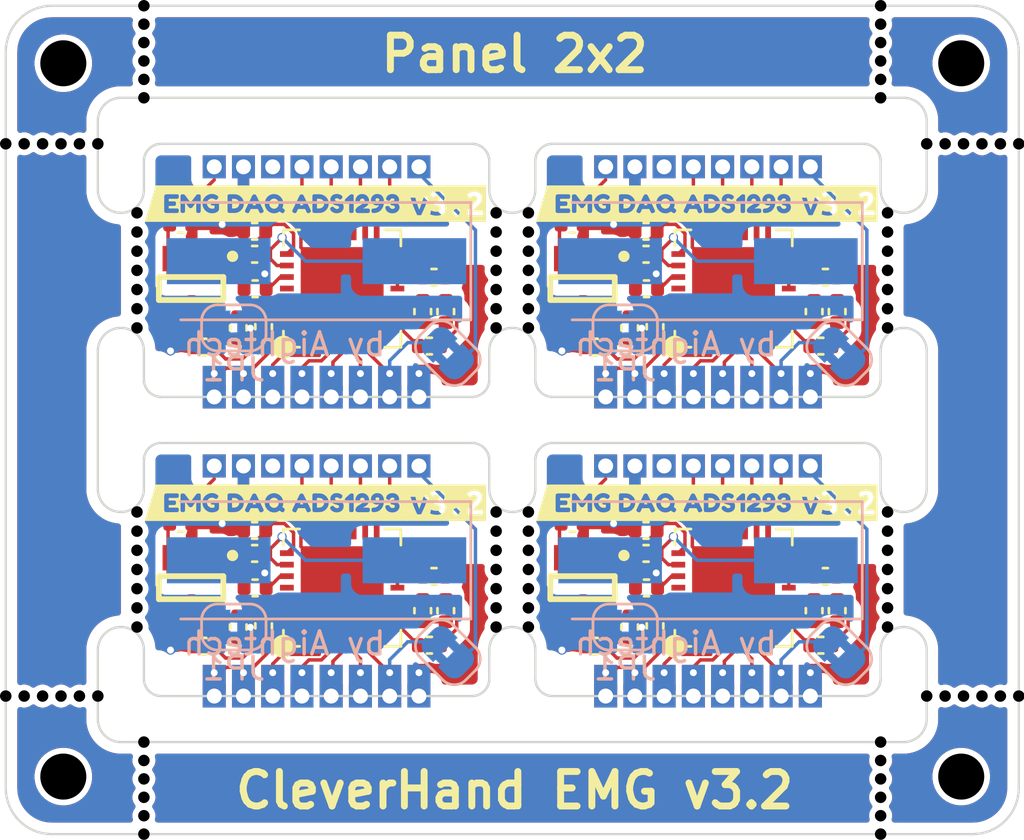
<source format=kicad_pcb>
(kicad_pcb (version 20240108) (generator "pcbnew") (generator_version "8.0")
  (title_block (title "EMG ADS1293") (date "2023-12-25") (rev "1.0") (company "Aightech"))
  (layers (0 "F.Cu" signal) (1 "In1.Cu" signal) (2 "In2.Cu" signal) (31 "B.Cu" signal) (34 "B.Paste" user) (35 "F.Paste" user) (36 "B.SilkS" user "B.Silkscreen") (37 "F.SilkS" user "F.Silkscreen") (38 "B.Mask" user) (39 "F.Mask" user) (44 "Edge.Cuts" user))
  (net 0 "")
  (net 1 "Board_0-+3.3V")
  (net 2 "Board_0-+3.3VA")
  (net 3 "Board_0-/CMOUT")
  (net 4 "Board_0-/CSB")
  (net 5 "Board_0-/PICO")
  (net 6 "Board_0-/POCI")
  (net 7 "Board_0-/RLDINV")
  (net 8 "Board_0-/RLDOUT")
  (net 9 "Board_0-/RLDREF")
  (net 10 "Board_0-/SCLK")
  (net 11 "Board_0-/cvref")
  (net 12 "Board_0-/extRef")
  (net 13 "Board_0-/in1")
  (net 14 "Board_0-/in2")
  (net 15 "Board_0-/in3")
  (net 16 "Board_0-/in4")
  (net 17 "Board_0-/in5")
  (net 18 "Board_0-/in6")
  (net 19 "Board_0-GND")
  (net 20 "Board_0-GNDA")
  (net 21 "Board_0-XTAL1")
  (net 22 "Board_0-XTAL2")
  (net 23 "Board_0-unconnected-(J1-Pin_1-Pad1)")
  (net 24 "Board_0-unconnected-(U1-ALARMB-Pad15)")
  (net 25 "Board_0-unconnected-(U1-CLK-Pad21)")
  (net 26 "Board_0-unconnected-(U1-DRDYB-Pad20)")
  (net 27 "Board_0-unconnected-(U1-RSTB-Pad25)")
  (net 28 "Board_0-unconnected-(U1-SYNCB-Pad13)")
  (net 29 "Board_0-unconnected-(U1-WCT-Pad7)")
  (net 30 "Board_0-unconnected-(U2-NC-Pad4)")
  (net 31 "Board_1-+3.3V")
  (net 32 "Board_1-+3.3VA")
  (net 33 "Board_1-/CMOUT")
  (net 34 "Board_1-/CSB")
  (net 35 "Board_1-/PICO")
  (net 36 "Board_1-/POCI")
  (net 37 "Board_1-/RLDINV")
  (net 38 "Board_1-/RLDOUT")
  (net 39 "Board_1-/RLDREF")
  (net 40 "Board_1-/SCLK")
  (net 41 "Board_1-/cvref")
  (net 42 "Board_1-/extRef")
  (net 43 "Board_1-/in1")
  (net 44 "Board_1-/in2")
  (net 45 "Board_1-/in3")
  (net 46 "Board_1-/in4")
  (net 47 "Board_1-/in5")
  (net 48 "Board_1-/in6")
  (net 49 "Board_1-GND")
  (net 50 "Board_1-GNDA")
  (net 51 "Board_1-XTAL1")
  (net 52 "Board_1-XTAL2")
  (net 53 "Board_1-unconnected-(J1-Pin_1-Pad1)")
  (net 54 "Board_1-unconnected-(U1-ALARMB-Pad15)")
  (net 55 "Board_1-unconnected-(U1-CLK-Pad21)")
  (net 56 "Board_1-unconnected-(U1-DRDYB-Pad20)")
  (net 57 "Board_1-unconnected-(U1-RSTB-Pad25)")
  (net 58 "Board_1-unconnected-(U1-SYNCB-Pad13)")
  (net 59 "Board_1-unconnected-(U1-WCT-Pad7)")
  (net 60 "Board_1-unconnected-(U2-NC-Pad4)")
  (net 61 "Board_2-+3.3V")
  (net 62 "Board_2-+3.3VA")
  (net 63 "Board_2-/CMOUT")
  (net 64 "Board_2-/CSB")
  (net 65 "Board_2-/PICO")
  (net 66 "Board_2-/POCI")
  (net 67 "Board_2-/RLDINV")
  (net 68 "Board_2-/RLDOUT")
  (net 69 "Board_2-/RLDREF")
  (net 70 "Board_2-/SCLK")
  (net 71 "Board_2-/cvref")
  (net 72 "Board_2-/extRef")
  (net 73 "Board_2-/in1")
  (net 74 "Board_2-/in2")
  (net 75 "Board_2-/in3")
  (net 76 "Board_2-/in4")
  (net 77 "Board_2-/in5")
  (net 78 "Board_2-/in6")
  (net 79 "Board_2-GND")
  (net 80 "Board_2-GNDA")
  (net 81 "Board_2-XTAL1")
  (net 82 "Board_2-XTAL2")
  (net 83 "Board_2-unconnected-(J1-Pin_1-Pad1)")
  (net 84 "Board_2-unconnected-(U1-ALARMB-Pad15)")
  (net 85 "Board_2-unconnected-(U1-CLK-Pad21)")
  (net 86 "Board_2-unconnected-(U1-DRDYB-Pad20)")
  (net 87 "Board_2-unconnected-(U1-RSTB-Pad25)")
  (net 88 "Board_2-unconnected-(U1-SYNCB-Pad13)")
  (net 89 "Board_2-unconnected-(U1-WCT-Pad7)")
  (net 90 "Board_2-unconnected-(U2-NC-Pad4)")
  (net 91 "Board_3-+3.3V")
  (net 92 "Board_3-+3.3VA")
  (net 93 "Board_3-/CMOUT")
  (net 94 "Board_3-/CSB")
  (net 95 "Board_3-/PICO")
  (net 96 "Board_3-/POCI")
  (net 97 "Board_3-/RLDINV")
  (net 98 "Board_3-/RLDOUT")
  (net 99 "Board_3-/RLDREF")
  (net 100 "Board_3-/SCLK")
  (net 101 "Board_3-/cvref")
  (net 102 "Board_3-/extRef")
  (net 103 "Board_3-/in1")
  (net 104 "Board_3-/in2")
  (net 105 "Board_3-/in3")
  (net 106 "Board_3-/in4")
  (net 107 "Board_3-/in5")
  (net 108 "Board_3-/in6")
  (net 109 "Board_3-GND")
  (net 110 "Board_3-GNDA")
  (net 111 "Board_3-XTAL1")
  (net 112 "Board_3-XTAL2")
  (net 113 "Board_3-unconnected-(J1-Pin_1-Pad1)")
  (net 114 "Board_3-unconnected-(U1-ALARMB-Pad15)")
  (net 115 "Board_3-unconnected-(U1-CLK-Pad21)")
  (net 116 "Board_3-unconnected-(U1-DRDYB-Pad20)")
  (net 117 "Board_3-unconnected-(U1-RSTB-Pad25)")
  (net 118 "Board_3-unconnected-(U1-SYNCB-Pad13)")
  (net 119 "Board_3-unconnected-(U1-WCT-Pad7)")
  (net 120 "Board_3-unconnected-(U2-NC-Pad4)")
  (footprint "Capacitor_SMD:C_0402_1005Metric" (layer "F.Cu") (at 14.110982 13.2895 -90)
    (property "Reference" "R2" (hide yes))
    (property "Value" "10M" (hide yes))
  )
  (footprint "NPTH" (layer "F.Cu") (at -0.700481 9)
    (property "Reference" "KiKit_MB_2_1" (hide yes))
    (property "Value" "NPTH" (hide yes))
  )
  (footprint "Connector_PinHeader_1.27mm:PinHeader_1x01_P1.27mm_Vertical" (layer "F.Cu") (at -9.134518 20 180)
    (property "Reference" "J9" (hide yes))
    (property "Value" "Conn_01x01_Pin" (hide yes))
  )
  (footprint "Capacitor_SMD:C_0402_1005Metric" (layer "F.Cu") (at 13.600482 24.8)
    (property "Reference" "C7" (hide yes))
    (property "Value" "100nF" (hide yes))
  )
  (footprint "Connector_PinHeader_1.27mm:PinHeader_1x01_P1.27mm_Vertical" (layer "F.Cu") (at 5.325482 20)
    (property "Reference" "J14" (hide yes))
    (property "Value" "Conn_01x01_Pin" (hide yes))
  )
  (footprint "Connector_PinHeader_1.27mm:PinHeader_1x01_P1.27mm_Vertical" (layer "F.Cu") (at -5.324518 20)
    (property "Reference" "J12" (hide yes))
    (property "Value" "Conn_01x01_Pin" (hide yes))
  )
  (footprint "NPTH" (layer "F.Cu") (at -0.700481 10.666667)
    (property "Reference" "KiKit_MB_2_3" (hide yes))
    (property "Value" "NPTH" (hide yes))
  )
  (footprint "Capacitor_SMD:C_0402_1005Metric" (layer "F.Cu") (at -11.899518 27 -90)
    (property "Reference" "C2" (hide yes))
    (property "Value" "1uF" (hide yes))
  )
  (footprint "NPTH" (layer "F.Cu") (at -15.999518 3.2)
    (property "Reference" "KiKit_MB_9_5" (hide yes))
    (property "Value" "NPTH" (hide yes))
  )
  (footprint "00_lcsc:SOT-25-5_L2.9-W1.6-P0.95-LS2.8-BL" (layer "F.Cu") (at 3.070774 12.2895 180)
    (property "Reference" "U2" (hide yes))
    (property "Value" "AP2112K-3.3TRG1" (hide yes))
  )
  (footprint "Capacitor_SMD:C_0402_1005Metric" (layer "F.Cu") (at 5.100482 27 -90)
    (property "Reference" "C2" (hide yes))
    (property "Value" "1uF" (hide yes))
  )
  (footprint "NPTH" (layer "F.Cu") (at -15.999518 32)
    (property "Reference" "KiKit_MB_11_1" (hide yes))
    (property "Value" "NPTH" (hide yes))
  )
  (footprint "NPTH" (layer "F.Cu") (at 18.799519 6)
    (property "Reference" "KiKit_MB_15_2" (hide yes))
    (property "Value" "NPTH" (hide yes))
  )
  (footprint "Connector_PinHeader_1.27mm:PinHeader_1x01_P1.27mm_Vertical" (layer "F.Cu") (at 9.135482 17)
    (property "Reference" "J6" (hide yes))
    (property "Value" "Conn_01x01_Pin" (hide yes))
  )
  (footprint "Capacitor_SMD:C_0402_1005Metric" (layer "F.Cu") (at -14.399518 9.5)
    (property "Reference" "C9" (hide yes))
    (property "Value" "1uF" (hide yes))
  )
  (footprint "NPTH" (layer "F.Cu") (at 16.299519 23.666666)
    (property "Reference" "KiKit_MB_8_3" (hide yes))
    (property "Value" "NPTH" (hide yes))
  )
  (footprint "NPTH" (layer "F.Cu") (at 0.700482 14)
    (property "Reference" "KiKit_MB_3_1" (hide yes))
    (property "Value" "NPTH" (hide yes))
  )
  (footprint "Capacitor_SMD:C_0402_1005Metric" (layer "F.Cu") (at -3.399518 24.8)
    (property "Reference" "C7" (hide yes))
    (property "Value" "100nF" (hide yes))
  )
  (footprint "NPTH" (layer "F.Cu") (at -16.299518 23.666666)
    (property "Reference" "KiKit_MB_5_5" (hide yes))
    (property "Value" "NPTH" (hide yes))
  )
  (footprint "Capacitor_SMD:C_0402_1005Metric" (layer "F.Cu") (at 13.110982 26.2895 -90)
    (property "Reference" "C6" (hide yes))
    (property "Value" "1nF" (hide yes))
  )
  (footprint "NPTH" (layer "F.Cu") (at 0.700482 11.5)
    (property "Reference" "KiKit_MB_3_4" (hide yes))
    (property "Value" "NPTH" (hide yes))
  )
  (footprint "NPTH" (layer "F.Cu") (at -15.999518 33.6)
    (property "Reference" "KiKit_MB_11_3" (hide yes))
    (property "Value" "NPTH" (hide yes))
  )
  (footprint "Connector_PinHeader_1.27mm:PinHeader_1x01_P1.27mm_Vertical" (layer "F.Cu") (at 10.405482 17)
    (property "Reference" "J8" (hide yes))
    (property "Value" "Conn_01x01_Pin" (hide yes))
  )
  (footprint "Connector_PinHeader_1.27mm:PinHeader_1x01_P1.27mm_Vertical" (layer "F.Cu") (at -9.134518 7 180)
    (property "Reference" "J9" (hide yes))
    (property "Value" "Conn_01x01_Pin" (hide yes))
  )
  (footprint "NPTH" (layer "F.Cu") (at 15.999519 36)
    (property "Reference" "KiKit_MB_12_6" (hide yes))
    (property "Value" "NPTH" (hide yes))
  )
  (footprint "NPTH" (layer "F.Cu") (at -21.199518 6)
    (property "Reference" "KiKit_MB_13_2" (hide yes))
    (property "Value" "NPTH" (hide yes))
  )
  (footprint "Connector_PinHeader_1.27mm:PinHeader_1x01_P1.27mm_Vertical" (layer "F.Cu") (at -5.324518 7)
    (property "Reference" "J12" (hide yes))
    (property "Value" "Conn_01x01_Pin" (hide yes))
  )
  (footprint "NPTH" (layer "F.Cu") (at 16.299519 26.166666)
    (property "Reference" "KiKit_MB_8_6" (hide yes))
    (property "Value" "NPTH" (hide yes))
  )
  (footprint "Capacitor_SMD:C_0402_1005Metric" (layer "F.Cu") (at -11.189018 23.8)
    (property "Reference" "C4" (hide yes))
    (property "Value" "22pF" (hide yes))
  )
  (footprint "NPTH" (layer "F.Cu") (at -0.700481 11.5)
    (property "Reference" "KiKit_MB_2_4" (hide yes))
    (property "Value" "NPTH" (hide yes))
  )
  (footprint "Capacitor_SMD:C_0402_1005Metric" (layer "F.Cu") (at -13.399518 14.833 180)
    (property "Reference" "C8" (hide yes))
    (property "Value" "1uF" (hide yes))
  )
  (footprint "NPTH" (layer "F.Cu") (at -0.700481 24.499999)
    (property "Reference" "KiKit_MB_6_4" (hide yes))
    (property "Value" "NPTH" (hide yes))
  )
  (footprint "Capacitor_SMD:C_0402_1005Metric" (layer "F.Cu") (at -11.169018 12.3)
    (property "Reference" "C3" (hide yes))
    (property "Value" "22pF" (hide yes))
  )
  (footprint "NPTH" (layer "F.Cu") (at 19.499519 2.5)
    (property "Reference" "KiKit_TO_2" (hide yes))
    (property "Value" "NPTH" (hide yes))
  )
  (footprint "Capacitor_SMD:C_0402_1005Metric" (layer "F.Cu") (at -10.799518 26.95 90)
    (property "Reference" "C1" (hide yes))
    (property "Value" "100nF" (hide yes))
  )
  (footprint "NPTH" (layer "F.Cu") (at 16.299519 24.499999)
    (property "Reference" "KiKit_MB_8_4" (hide yes))
    (property "Value" "NPTH" (hide yes))
  )
  (footprint "Connector_PinHeader_1.27mm:PinHeader_1x01_P1.27mm_Vertical" (layer "F.Cu") (at 6.595482 20)
    (property "Reference" "J1" (hide yes))
    (property "Value" "Conn_01x01_Pin" (hide yes))
  )
  (footprint "Connector_PinHeader_1.27mm:PinHeader_1x01_P1.27mm_Vertical" (layer "F.Cu") (at 7.865482 30)
    (property "Reference" "J5" (hide yes))
    (property "Value" "Conn_01x01_Pin" (hide yes))
  )
  (footprint "NPTH" (layer "F.Cu") (at 15.999519 1.6)
    (property "Reference" "KiKit_MB_10_3" (hide yes))
    (property "Value" "NPTH" (hide yes))
  )
  (footprint "Connector_PinHeader_1.27mm:PinHeader_1x01_P1.27mm_Vertical" (layer "F.Cu") (at 5.325482 7)
    (property "Reference" "J14" (hide yes))
    (property "Value" "Conn_01x01_Pin" (hide yes))
  )
  (footprint "Connector_PinHeader_1.27mm:PinHeader_1x01_P1.27mm_Vertical" (layer "F.Cu") (at 11.675482 17)
    (property "Reference" "J15" (hide yes))
    (property "Value" "Conn_01x01_Pin" (hide yes))
  )
  (footprint "Connector_PinHeader_1.27mm:PinHeader_1x01_P1.27mm_Vertical" (layer "F.Cu") (at -12.944518 20)
    (property "Reference" "J13" (hide yes))
    (property "Value" "Conn_01x01_Pin" (hide yes))
  )
  (footprint "NPTH" (layer "F.Cu") (at -16.299518 24.5)
    (property "Reference" "KiKit_MB_5_4" (hide yes))
    (property "Value" "NPTH" (hide yes))
  )
  (footprint "kibuzzard-658D7E24" (layer "F.Cu") (at -10.244518 8.6)
    (property "Reference" "kibuzzard-658D7E24" (hide yes))
    (property "Value" "G***" (hide yes))
  )
  (footprint "NPTH" (layer "F.Cu") (at 17.999519 6)
    (property "Reference" "KiKit_MB_15_1" (hide yes))
    (property "Value" "NPTH" (hide yes))
  )
  (footprint "NPTH" (layer "F.Cu") (at -19.499518 33.5)
    (property "Reference" "KiKit_TO_3" (hide yes))
    (property "Value" "NPTH" (hide yes))
  )
  (footprint "Capacitor_SMD:C_0402_1005Metric" (layer "F.Cu") (at 14.110982 26.2895 -90)
    (property "Reference" "R2" (hide yes))
    (property "Value" "10M" (hide yes))
  )
  (footprint "Connector_PinHeader_1.27mm:PinHeader_1x01_P1.27mm_Vertical" (layer "F.Cu") (at 9.135482 7 180)
    (property "Reference" "J10" (hide yes))
    (property "Value" "Conn_01x01_Pin" (hide yes))
  )
  (footprint "NPTH" (layer "F.Cu") (at 16.299519 22.833333)
    (property "Reference" "KiKit_MB_8_2" (hide yes))
    (property "Value" "NPTH" (hide yes))
  )
  (footprint "NPTH" (layer "F.Cu") (at -0.700481 12.333333)
    (property "Reference" "KiKit_MB_2_5" (hide yes))
    (property "Value" "NPTH" (hide yes))
  )
  (footprint "NPTH" (layer "F.Cu") (at -0.700481 23.666666)
    (property "Reference" "KiKit_MB_6_3" (hide yes))
    (property "Value" "NPTH" (hide yes))
  )
  (footprint "Capacitor_SMD:C_0402_1005Metric" (layer "F.Cu") (at -2.889018 13.2895 -90)
    (property "Reference" "R2" (hide yes))
    (property "Value" "10M" (hide yes))
  )
  (footprint "00_Custom:ADS1293CISQE" (layer "F.Cu") (at 9.610982 12.2895 90)
    (property "Reference" "U1" (hide yes))
    (property "Value" "ADS1293CISQE-NOPB" (hide yes))
  )
  (footprint "Connector_PinHeader_1.27mm:PinHeader_1x01_P1.27mm_Vertical" (layer "F.Cu") (at -9.134518 17)
    (property "Reference" "J5" (hide yes))
    (property "Value" "Conn_01x01_Pin" (hide yes))
  )
  (footprint "NPTH" (layer "F.Cu") (at 0.700482 9)
    (property "Reference" "KiKit_MB_3_7" (hide yes))
    (property "Value" "NPTH" (hide yes))
  )
  (footprint "Connector_PinHeader_1.27mm:PinHeader_1x01_P1.27mm_Vertical" (layer "F.Cu") (at -6.594518 30)
    (property "Reference" "J8" (hide yes))
    (property "Value" "Conn_01x01_Pin" (hide yes))
  )
  (footprint "Connector_PinHeader_1.27mm:PinHeader_1x01_P1.27mm_Vertical" (layer "F.Cu") (at -4.054518 20 180)
    (property "Reference" "J7" (hide yes))
    (property "Value" "Conn_01x01_Pin" (hide yes))
  )
  (footprint "NPTH" (layer "F.Cu") (at -15.999518 36)
    (property "Reference" "KiKit_MB_11_6" (hide yes))
    (property "Value" "NPTH" (hide yes))
  )
  (footprint "kibuzzard-66CB9060" (layer "F.Cu") (at -2.844518 21.6)
    (property "Reference" "kibuzzard-66CB9060" (hide yes))
    (property "Value" "G***" (hide yes))
  )
  (footprint "NPTH" (layer "F.Cu") (at 0.700482 23.666666)
    (property "Reference" "KiKit_MB_7_5" (hide yes))
    (property "Value" "NPTH" (hide yes))
  )
  (footprint "NPTH" (layer "F.Cu") (at 16.299519 9.833334)
    (property "Reference" "KiKit_MB_4_2" (hide yes))
    (property "Value" "NPTH" (hide yes))
  )
  (footprint "NPTH" (layer "F.Cu") (at 15.999519 32.8)
    (property "Reference" "KiKit_MB_12_2" (hide yes))
    (property "Value" "NPTH" (hide yes))
  )
  (footprint "NPTH" (layer "F.Cu") (at -17.999518 30)
    (property "Reference" "KiKit_MB_14_6" (hide yes))
    (property "Value" "NPTH" (hide yes))
  )
  (footprint "NPTH" (layer "F.Cu") (at 0.700482 13.166666)
    (property "Reference" "KiKit_MB_3_2" (hide yes))
    (property "Value" "NPTH" (hide yes))
  )
  (footprint "NPTH" (layer "F.Cu") (at 17.999519 30)
    (property "Reference" "KiKit_MB_16_1" (hide yes))
    (property "Value" "NPTH" (hide yes))
  )
  (footprint "Connector_PinHeader_1.27mm:PinHeader_1x01_P1.27mm_Vertical" (layer "F.Cu") (at 4.055482 30)
    (property "Reference" "J2" (hide yes))
    (property "Value" "Conn_01x01_Pin" (hide yes))
  )
  (footprint "NPTH" (layer "F.Cu") (at -17.999518 6)
    (property "Reference" "KiKit_MB_13_6" (hide yes))
    (property "Value" "NPTH" (hide yes))
  )
  (footprint "NPTH" (layer "F.Cu") (at 15.999519 3.2)
    (property "Reference" "KiKit_MB_10_5" (hide yes))
    (property "Value" "NPTH" (hide yes))
  )
  (footprint "Connector_PinHeader_1.27mm:PinHeader_1x01_P1.27mm_Vertical" (layer "F.Cu") (at -10.404518 30)
    (property "Reference" "J4" (hide yes))
    (property "Value" "Conn_01x01_Pin" (hide yes))
  )
  (footprint "Connector_PinHeader_1.27mm:PinHeader_1x01_P1.27mm_Vertical" (layer "F.Cu") (at 7.865482 20 180)
    (property "Reference" "J9" (hide yes))
    (property "Value" "Conn_01x01_Pin" (hide yes))
  )
  (footprint "Capacitor_SMD:C_0402_1005Metric" (layer "F.Cu") (at -11.189018 9.8 180)
    (property "Reference" "C5" (hide yes))
    (property "Value" "100nF" (hide yes))
  )
  (footprint "NPTH" (layer "F.Cu") (at -21.999518 6)
    (property "Reference" "KiKit_MB_13_1" (hide yes))
    (property "Value" "NPTH" (hide yes))
  )
  (footprint "NPTH" (layer "F.Cu") (at 19.599519 30)
    (property "Reference" "KiKit_MB_16_3" (hide yes))
    (property "Value" "NPTH" (hide yes))
  )
  (footprint "Connector_PinHeader_1.27mm:PinHeader_1x01_P1.27mm_Vertical" (layer "F.Cu") (at -7.864518 30)
    (property "Reference" "J6" (hide yes))
    (property "Value" "Conn_01x01_Pin" (hide yes))
  )
  (footprint "Connector_PinHeader_1.27mm:PinHeader_1x01_P1.27mm_Vertical" (layer "F.Cu") (at 6.595482 7)
    (property "Reference" "J1" (hide yes))
    (property "Value" "Conn_01x01_Pin" (hide yes))
  )
  (footprint "Capacitor_SMD:C_0402_1005Metric" (layer "F.Cu") (at -11.189018 10.8)
    (property "Reference" "C4" (hide yes))
    (property "Value" "22pF" (hide yes))
  )
  (footprint "Connector_PinHeader_1.27mm:PinHeader_1x01_P1.27mm_Vertical" (layer "F.Cu") (at 6.595482 17)
    (property "Reference" "J4" (hide yes))
    (property "Value" "Conn_01x01_Pin" (hide yes))
  )
  (footprint "00_lcsc:SOT-25-5_L2.9-W1.6-P0.95-LS2.8-BL" (layer "F.Cu") (at 3.070774 25.2895 180)
    (property "Reference" "U2" (hide yes))
    (property "Value" "AP2112K-3.3TRG1" (hide yes))
  )
  (footprint "00_Custom:ADS1293CISQE" (layer "F.Cu") (at 9.610982 25.2895 90)
    (property "Reference" "U1" (hide yes))
    (property "Value" "ADS1293CISQE-NOPB" (hide yes))
  )
  (footprint "Connector_PinHeader_1.27mm:PinHeader_1x01_P1.27mm_Vertical" (layer "F.Cu") (at 11.675482 7)
    (property "Reference" "J12" (hide yes))
    (property "Value" "Conn_01x01_Pin" (hide yes))
  )
  (footprint "NPTH" (layer "F.Cu") (at 0.700482 27)
    (property "Reference" "KiKit_MB_7_1" (hide yes))
    (property "Value" "NPTH" (hide yes))
  )
  (footprint "Connector_PinHeader_1.27mm:PinHeader_1x01_P1.27mm_Vertical" (layer "F.Cu") (at -5.324518 30)
    (property "Reference" "J15" (hide yes))
    (property "Value" "Conn_01x01_Pin" (hide yes))
  )
  (footprint "NPTH" (layer "F.Cu") (at -0.700481 13.166666)
    (property "Reference" "KiKit_MB_2_6" (hide yes))
    (property "Value" "NPTH" (hide yes))
  )
  (footprint "NPTH" (layer "F.Cu") (at -15.999518 34.4)
    (property "Reference" "KiKit_MB_11_4" (hide yes))
    (property "Value" "NPTH" (hide yes))
  )
  (footprint "Connector_PinHeader_1.27mm:PinHeader_1x01_P1.27mm_Vertical" (layer "F.Cu") (at 12.945482 17 180)
    (property "Reference" "J16" (hide yes))
    (property "Value" "Conn_01x01_Pin" (hide yes))
  )
  (footprint "NPTH" (layer "F.Cu") (at 16.299519 13.999999)
    (property "Reference" "KiKit_MB_4_7" (hide yes))
    (property "Value" "NPTH" (hide yes))
  )
  (footprint "NPTH" (layer "F.Cu") (at 16.299519 9)
    (property "Reference" "KiKit_MB_4_1" (hide yes))
    (property "Value" "NPTH" (hide yes))
  )
  (footprint "NPTH" (layer "F.Cu") (at -15.999518 35.2)
    (property "Reference" "KiKit_MB_11_5" (hide yes))
    (property "Value" "NPTH" (hide yes))
  )
  (footprint "Connector_PinHeader_1.27mm:PinHeader_1x01_P1.27mm_Vertical" (layer "F.Cu") (at -11.674518 7)
    (property "Reference" "J14" (hide yes))
    (property "Value" "Conn_01x01_Pin" (hide yes))
  )
  (footprint "NPTH" (layer "F.Cu") (at -21.199518 30)
    (property "Reference" "KiKit_MB_14_2" (hide yes))
    (property "Value" "NPTH" (hide yes))
  )
  (footprint "Connector_PinHeader_1.27mm:PinHeader_1x01_P1.27mm_Vertical" (layer "F.Cu") (at -12.944518 7)
    (property "Reference" "J13" (hide yes))
    (property "Value" "Conn_01x01_Pin" (hide yes))
  )
  (footprint "Connector_PinHeader_1.27mm:PinHeader_1x01_P1.27mm_Vertical" (layer "F.Cu") (at 5.325482 30)
    (property "Reference" "J3" (hide yes))
    (property "Value" "Conn_01x01_Pin" (hide yes))
  )
  (footprint "Connector_PinHeader_1.27mm:PinHeader_1x01_P1.27mm_Vertical" (layer "F.Cu") (at 12.945482 30 180)
    (property "Reference" "J16" (hide yes))
    (property "Value" "Conn_01x01_Pin" (hide yes))
  )
  (footprint "NPTH" (layer "F.Cu") (at 0.700482 22)
    (property "Reference" "KiKit_MB_7_7" (hide yes))
    (property "Value" "NPTH" (hide yes))
  )
  (footprint "NPTH" (layer "F.Cu") (at 21.199519 6)
    (property "Reference" "KiKit_MB_15_5" (hide yes))
    (property "Value" "NPTH" (hide yes))
  )
  (footprint "Connector_PinHeader_1.27mm:PinHeader_1x01_P1.27mm_Vertical" (layer "F.Cu") (at -10.404518 17)
    (property "Reference" "J4" (hide yes))
    (property "Value" "Conn_01x01_Pin" (hide yes))
  )
  (footprint "Connector_PinHeader_1.27mm:PinHeader_1x01_P1.27mm_Vertical" (layer "F.Cu") (at 10.405482 20 180)
    (property "Reference" "J11" (hide yes))
    (property "Value" "Conn_01x01_Pin" (hide yes))
  )
  (footprint "Capacitor_SMD:C_0402_1005Metric" (layer "F.Cu") (at -11.899518 14 -90)
    (property "Reference" "C2" (hide yes))
    (property "Value" "1uF" (hide yes))
  )
  (footprint "Capacitor_SMD:C_0402_1005Metric" (layer "F.Cu") (at 6.200482 26.95 90)
    (property "Reference" "C1" (hide yes))
    (property "Value" "100nF" (hide yes))
  )
  (footprint "NPTH" (layer "F.Cu") (at 15.999519 35.2)
    (property "Reference" "KiKit_MB_12_5" (hide yes))
    (property "Value" "NPTH" (hide yes))
  )
  (footprint "Capacitor_SMD:C_0402_1005Metric" (layer "F.Cu") (at 2.600482 22.5)
    (property "Reference" "C9" (hide yes))
    (property "Value" "1uF" (hide yes))
  )
  (footprint "Connector_PinHeader_1.27mm:PinHeader_1x01_P1.27mm_Vertical" (layer "F.Cu") (at -11.674518 30)
    (property "Reference" "J3" (hide yes))
    (property "Value" "Conn_01x01_Pin" (hide yes))
  )
  (footprint "NPTH" (layer "F.Cu") (at -21.999518 30)
    (property "Reference" "KiKit_MB_14_1" (hide yes))
    (property "Value" "NPTH" (hide yes))
  )
  (footprint "NPTH" (layer "F.Cu") (at 0.700482 24.5)
    (property "Reference" "KiKit_MB_7_4" (hide yes))
    (property "Value" "NPTH" (hide yes))
  )
  (footprint "Connector_PinHeader_1.27mm:PinHeader_1x01_P1.27mm_Vertical" (layer "F.Cu") (at 4.055482 7)
    (property "Reference" "J13" (hide yes))
    (property "Value" "Conn_01x01_Pin" (hide yes))
  )
  (footprint "Connector_PinHeader_1.27mm:PinHeader_1x01_P1.27mm_Vertical" (layer "F.Cu") (at -12.944518 30)
    (property "Reference" "J2" (hide yes))
    (property "Value" "Conn_01x01_Pin" (hide yes))
  )
  (footprint "NPTH" (layer "F.Cu") (at -16.299518 10.666667)
    (property "Reference" "KiKit_MB_1_5" (hide yes))
    (property "Value" "NPTH" (hide yes))
  )
  (footprint "NPTH" (layer "F.Cu") (at 20.399519 6)
    (property "Reference" "KiKit_MB_15_4" (hide yes))
    (property "Value" "NPTH" (hide yes))
  )
  (footprint "NPTH" (layer "F.Cu") (at -15.999518 0)
    (property "Reference" "KiKit_MB_9_1" (hide yes))
    (property "Value" "NPTH" (hide yes))
  )
  (footprint "NPTH" (layer "F.Cu") (at 15.999519 32)
    (property "Reference" "KiKit_MB_12_1" (hide yes))
    (property "Value" "NPTH" (hide yes))
  )
  (footprint "00_Custom:ADS1293CISQE" (layer "F.Cu") (at -7.389018 25.2895 90)
    (property "Reference" "U1" (hide yes))
    (property "Value" "ADS1293CISQE-NOPB" (hide yes))
  )
  (footprint "NPTH" (layer "F.Cu") (at -20.399518 30)
    (property "Reference" "KiKit_MB_14_3" (hide yes))
    (property "Value" "NPTH" (hide yes))
  )
  (footprint "NPTH" (layer "F.Cu") (at -16.299518 25.333333)
    (property "Reference" "KiKit_MB_5_3" (hide yes))
    (property "Value" "NPTH" (hide yes))
  )
  (footprint "NPTH" (layer "F.Cu") (at -16.299518 11.5)
    (property "Reference" "KiKit_MB_1_4" (hide yes))
    (property "Value" "NPTH" (hide yes))
  )
  (footprint "NPTH" (layer "F.Cu") (at 20.399519 30)
    (property "Reference" "KiKit_MB_16_4" (hide yes))
    (property "Value" "NPTH" (hide yes))
  )
  (footprint "NPTH" (layer "F.Cu") (at 15.999519 2.4)
    (property "Reference" "KiKit_MB_10_4" (hide yes))
    (property "Value" "NPTH" (hide yes))
  )
  (footprint "NPTH" (layer "F.Cu") (at 18.799519 30)
    (property "Reference" "KiKit_MB_16_2" (hide yes))
    (property "Value" "NPTH" (hide yes))
  )
  (footprint "NPTH" (layer "F.Cu") (at -16.299518 26.166666)
    (property "Reference" "KiKit_MB_5_2" (hide yes))
    (property "Value" "NPTH" (hide yes))
  )
  (footprint "NPTH" (layer "F.Cu") (at 16.299519 25.333333)
    (property "Reference" "KiKit_MB_8_5" (hide yes))
    (property "Value" "NPTH" (hide yes))
  )
  (footprint "NPTH" (layer "F.Cu") (at -0.700481 25.333333)
    (property "Reference" "KiKit_MB_6_5" (hide yes))
    (property "Value" "NPTH" (hide yes))
  )
  (footprint "Capacitor_SMD:C_0402_1005Metric" (layer "F.Cu") (at -3.599518 14.7895 180)
    (property "Reference" "R1" (hide yes))
    (property "Value" "10K" (hide yes))
  )
  (footprint "Capacitor_SMD:C_0402_1005Metric" (layer "F.Cu") (at -11.169018 25.3)
    (property "Reference" "C3" (hide yes))
    (property "Value" "22pF" (hide yes))
  )
  (footprint "NPTH" (layer "F.Cu") (at 0.700482 26.166666)
    (property "Reference" "KiKit_MB_7_2" (hide yes))
    (property "Value" "NPTH" (hide yes))
  )
  (footprint "Connector_PinHeader_1.27mm:PinHeader_1x01_P1.27mm_Vertical" (layer "F.Cu") (at 7.865482 17)
    (property "Reference" "J5" (hide yes))
    (property "Value" "Conn_01x01_Pin" (hide yes))
  )
  (footprint "Connector_PinHeader_1.27mm:PinHeader_1x01_P1.27mm_Vertical" (layer "F.Cu") (at 12.945482 7 180)
    (property "Reference" "J7" (hide yes))
    (property "Value" "Conn_01x01_Pin" (hide yes))
  )
  (footprint "Connector_PinHeader_1.27mm:PinHeader_1x01_P1.27mm_Vertical" (layer "F.Cu") (at -6.594518 20 180)
    (property "Reference" "J11" (hide yes))
    (property "Value" "Conn_01x01_Pin" (hide yes))
  )
  (footprint "NPTH" (layer "F.Cu") (at -15.999518 4)
    (property "Reference" "KiKit_MB_9_6" (hide yes))
    (property "Value" "NPTH" (hide yes))
  )
  (footprint "NPTH" (layer "F.Cu") (at 19.599519 6)
    (property "Reference" "KiKit_MB_15_3" (hide yes))
    (property "Value" "NPTH" (hide yes))
  )
  (footprint "NPTH" (layer "F.Cu") (at -16.299518 9)
    (property "Reference" "KiKit_MB_1_7" (hide yes))
    (property "Value" "NPTH" (hide yes))
  )
  (footprint "Connector_PinHeader_1.27mm:PinHeader_1x01_P1.27mm_Vertical" (layer "F.Cu") (at -4.054518 30 180)
    (property "Reference" "J16" (hide yes))
    (property "Value" "Conn_01x01_Pin" (hide yes))
  )
  (footprint "Connector_PinHeader_1.27mm:PinHeader_1x01_P1.27mm_Vertical" (layer "F.Cu") (at 10.405482 30)
    (property "Reference" "J8" (hide yes))
    (property "Value" "Conn_01x01_Pin" (hide yes))
  )
  (footprint "Connector_PinHeader_1.27mm:PinHeader_1x01_P1.27mm_Vertical" (layer "F.Cu") (at -11.674518 17)
    (property "Reference" "J3" (hide yes))
    (property "Value" "Conn_01x01_Pin" (hide yes))
  )
  (footprint "Capacitor_SMD:C_0402_1005Metric" (layer "F.Cu") (at 5.810982 23.8)
    (property "Reference" "C4" (hide yes))
    (property "Value" "22pF" (hide yes))
  )
  (footprint "NPTH" (layer "F.Cu") (at 15.999519 34.4)
    (property "Reference" "KiKit_MB_12_4" (hide yes))
    (property "Value" "NPTH" (hide yes))
  )
  (footprint "Connector_PinHeader_1.27mm:PinHeader_1x01_P1.27mm_Vertical" (layer "F.Cu") (at -7.864518 17)
    (property "Reference" "J6" (hide yes))
    (property "Value" "Conn_01x01_Pin" (hide yes))
  )
  (footprint "Capacitor_SMD:C_0402_1005Metric" (layer "F.Cu") (at 5.810982 10.8)
    (property "Reference" "C4" (hide yes))
    (property "Value" "22pF" (hide yes))
  )
  (footprint "Connector_PinHeader_1.27mm:PinHeader_1x01_P1.27mm_Vertical" (layer "F.Cu") (at -12.944518 17)
    (property "Reference" "J2" (hide yes))
    (property "Value" "Conn_01x01_Pin" (hide yes))
  )
  (footprint "NPTH" (layer "F.Cu") (at 0.700482 22.833333)
    (property "Reference" "KiKit_MB_7_6" (hide yes))
    (property "Value" "NPTH" (hide yes))
  )
  (footprint "Capacitor_SMD:C_0402_1005Metric" (layer "F.Cu") (at 13.600482 11.8)
    (property "Reference" "C7" (hide yes))
    (property "Value" "100nF" (hide yes))
  )
  (footprint "NPTH" (layer "F.Cu") (at 15.999519 4)
    (property "Reference" "KiKit_MB_10_6" (hide yes))
    (property "Value" "NPTH" (hide yes))
  )
  (footprint "00_lcsc:SOT-25-5_L2.9-W1.6-P0.95-LS2.8-BL" (layer "F.Cu") (at -13.929226 25.2895 180)
    (property "Reference" "U2" (hide yes))
    (property "Value" "AP2112K-3.3TRG1" (hide yes))
  )
  (footprint "NPTH" (layer "F.Cu") (at -20.399518 6)
    (property "Reference" "KiKit_MB_13_3" (hide yes))
    (property "Value" "NPTH" (hide yes))
  )
  (footprint "Capacitor_SMD:C_0402_1005Metric" (layer "F.Cu") (at -10.799518 13.95 90)
    (property "Reference" "C1" (hide yes))
    (property "Value" "100nF" (hide yes))
  )
  (footprint "Capacitor_SMD:C_0402_1005Metric" (layer "F.Cu") (at -3.889018 26.2895 -90)
    (property "Reference" "C6" (hide yes))
    (property "Value" "1nF" (hide yes))
  )
  (footprint "Connector_PinHeader_1.27mm:PinHeader_1x01_P1.27mm_Vertical" (layer "F.Cu") (at 6.595482 30)
    (property "Reference" "J4" (hide yes))
    (property "Value" "Conn_01x01_Pin" (hide yes))
  )
  (footprint "NPTH" (layer "F.Cu") (at -16.299518 27)
    (property "Reference" "KiKit_MB_5_1" (hide yes))
    (property "Value" "NPTH" (hide yes))
  )
  (footprint "Connector_PinHeader_1.27mm:PinHeader_1x01_P1.27mm_Vertical" (layer "F.Cu") (at -9.134518 30)
    (property "Reference" "J5" (hide yes))
    (property "Value" "Conn_01x01_Pin" (hide yes))
  )
  (footprint "NPTH" (layer "F.Cu") (at -15.999518 1.6)
    (property "Reference" "KiKit_MB_9_3" (hide yes))
    (property "Value" "NPTH" (hide yes))
  )
  (footprint "NPTH" (layer "F.Cu") (at -0.700481 26.999999)
    (property "Reference" "KiKit_MB_6_7" (hide yes))
    (property "Value" "NPTH" (hide yes))
  )
  (footprint "NPTH" (layer "F.Cu") (at -16.299518 9.833334)
    (property "Reference" "KiKit_MB_1_6" (hide yes))
    (property "Value" "NPTH" (hide yes))
  )
  (footprint "Connector_PinHeader_1.27mm:PinHeader_1x01_P1.27mm_Vertical" (layer "F.Cu") (at -7.864518 20 180)
    (property "Reference" "J10" (hide yes))
    (property "Value" "Conn_01x01_Pin" (hide yes))
  )
  (footprint "00_lcsc:SOT-25-5_L2.9-W1.6-P0.95-LS2.8-BL" (layer "F.Cu") (at -13.929226 12.2895 180)
    (property "Reference" "U2" (hide yes))
    (property "Value" "AP2112K-3.3TRG1" (hide yes))
  )
  (footprint "Connector_PinHeader_1.27mm:PinHeader_1x01_P1.27mm_Vertical" (layer "F.Cu") (at -10.404518 7)
    (property "Reference" "J1" (hide yes))
    (property "Value" "Conn_01x01_Pin" (hide yes))
  )
  (footprint "NPTH" (layer "F.Cu") (at -0.700481 22.833333)
    (property "Reference" "KiKit_MB_6_2" (hide yes))
    (property "Value" "NPTH" (hide yes))
  )
  (footprint "NPTH" (layer "F.Cu") (at -0.700481 26.166666)
    (property "Reference" "KiKit_MB_6_6" (hide yes))
    (property "Value" "NPTH" (hide yes))
  )
  (footprint "Connector_PinHeader_1.27mm:PinHeader_1x01_P1.27mm_Vertical" (layer "F.Cu") (at 11.675482 20)
    (property "Reference" "J12" (hide yes))
    (property "Value" "Conn_01x01_Pin" (hide yes))
  )
  (footprint "NPTH" (layer "F.Cu") (at 0.700482 9.833334)
    (property "Reference" "KiKit_MB_3_6" (hide yes))
    (property "Value" "NPTH" (hide yes))
  )
  (footprint "Capacitor_SMD:C_0402_1005Metric" (layer "F.Cu") (at 5.810982 22.8 180)
    (property "Reference" "C5" (hide yes))
    (property "Value" "100nF" (hide yes))
  )
  (footprint "Capacitor_SMD:C_0402_1005Metric" (layer "F.Cu") (at 5.100482 14 -90)
    (property "Reference" "C2" (hide yes))
    (property "Value" "1uF" (hide yes))
  )
  (footprint "NPTH" (layer "F.Cu") (at -16.299518 14)
    (property "Reference" "KiKit_MB_1_1" (hide yes))
    (property "Value" "NPTH" (hide yes))
  )
  (footprint "Connector_PinHeader_1.27mm:PinHeader_1x01_P1.27mm_Vertical" (layer "F.Cu") (at 10.405482 7 180)
    (property "Reference" "J11" (hide yes))
    (property "Value" "Conn_01x01_Pin" (hide yes))
  )
  (footprint "Capacitor_SMD:C_0402_1005Metric" (layer "F.Cu") (at 3.600482 27.833 180)
    (property "Reference" "C8" (hide yes))
    (property "Value" "1uF" (hide yes))
  )
  (footprint "Capacitor_SMD:C_0402_1005Metric" (layer "F.Cu") (at -3.889018 13.2895 -90)
    (property "Reference" "C6" (hide yes))
    (property "Value" "1nF" (hide yes))
  )
  (footprint "NPTH" (layer "F.Cu") (at -0.700481 13.999999)
    (property "Reference" "KiKit_MB_2_7" (hide yes))
    (property "Value" "NPTH" (hide yes))
  )
  (footprint "Capacitor_SMD:C_0402_1005Metric" (layer "F.Cu") (at -14.399518 22.5)
    (property "Reference" "C9" (hide yes))
    (property "Value" "1uF" (hide yes))
  )
  (footprint "kibuzzard-658D7E24" (layer "F.Cu") (at 6.755482 21.6)
    (property "Reference" "kibuzzard-658D7E24" (hide yes))
    (property "Value" "G***" (hide yes))
  )
  (footprint "Capacitor_SMD:C_0402_1005Metric" (layer "F.Cu") (at -11.189018 22.8 180)
    (property "Reference" "C5" (hide yes))
    (property "Value" "100nF" (hide yes))
  )
  (footprint "Connector_PinHeader_1.27mm:PinHeader_1x01_P1.27mm_Vertical" (layer "F.Cu") (at 4.055482 20)
    (property "Reference" "J13" (hide yes))
    (property "Value" "Conn_01x01_Pin" (hide yes))
  )
  (footprint "Capacitor_SMD:C_0402_1005Metric" (layer "F.Cu") (at 2.600482 9.5)
    (property "Reference" "C9" (hide yes))
    (property "Value" "1uF" (hide yes))
  )
  (footprint "NPTH" (layer "F.Cu") (at -19.599518 6)
    (property "Reference" "KiKit_MB_13_4" (hide yes))
    (property "Value" "NPTH" (hide yes))
  )
  (footprint "NPTH" (layer "F.Cu") (at 19.499519 33.5)
    (property "Reference" "KiKit_TO_4" (hide yes))
    (property "Value" "NPTH" (hide yes))
  )
  (footprint "Capacitor_SMD:C_0402_1005Metric" (layer "F.Cu") (at 5.810982 9.8 180)
    (property "Reference" "C5" (hide yes))
    (property "Value" "100nF" (hide yes))
  )
  (footprint "NPTH" (layer "F.Cu") (at 0.700482 10.666667)
    (property "Reference" "KiKit_MB_3_5" (hide yes))
    (property "Value" "NPTH" (hide yes))
  )
  (footprint "Connector_PinHeader_1.27mm:PinHeader_1x01_P1.27mm_Vertical" (layer "F.Cu") (at 11.675482 30)
    (property "Reference" "J15" (hide yes))
    (property "Value" "Conn_01x01_Pin" (hide yes))
  )
  (footprint "NPTH" (layer "F.Cu") (at 21.999519 6)
    (property "Reference" "KiKit_MB_15_6" (hide yes))
    (property "Value" "NPTH" (hide yes))
  )
  (footprint "NPTH" (layer "F.Cu") (at 16.299519 10.666667)
    (property "Reference" "KiKit_MB_4_3" (hide yes))
    (property "Value" "NPTH" (hide yes))
  )
  (footprint "kibuzzard-66CB9060" (layer "F.Cu") (at 14.155482 8.6)
    (property "Reference" "kibuzzard-66CB9060" (hide yes))
    (property "Value" "G***" (hide yes))
  )
  (footprint "NPTH" (layer "F.Cu") (at -19.499518 2.5)
    (property "Reference" "KiKit_TO_1" (hide yes))
    (property "Value" "NPTH" (hide yes))
  )
  (footprint "NPTH" (layer "F.Cu") (at 0.700482 25.333333)
    (property "Reference" "KiKit_MB_7_3" (hide yes))
    (property "Value" "NPTH" (hide yes))
  )
  (footprint "NPTH" (layer "F.Cu") (at -16.299518 22.833333)
    (property "Reference" "KiKit_MB_5_6" (hide yes))
    (property "Value" "NPTH" (hide yes))
  )
  (footprint "Capacitor_SMD:C_0402_1005Metric" (layer "F.Cu") (at 13.400482 14.7895 180)
    (property "Reference" "R1" (hide yes))
    (property "Value" "10K" (hide yes))
  )
  (footprint "Capacitor_SMD:C_0402_1005Metric" (layer "F.Cu") (at -2.889018 26.2895 -90)
    (property "Reference" "R2" (hide yes))
    (property "Value" "10M" (hide yes))
  )
  (footprint "Capacitor_SMD:C_0402_1005Metric" (layer "F.Cu") (at -3.599518 27.7895 180)
    (property "Reference" "R1" (hide yes))
    (property "Value" "10K" (hide yes))
  )
  (footprint "NPTH" (layer "F.Cu") (at -15.999518 2.4)
    (property "Reference" "KiKit_MB_9_4" (hide yes))
    (property "Value" "NPTH" (hide yes))
  )
  (footprint "kibuzzard-66CB9060" (layer "F.Cu") (at 14.155482 21.6)
    (property "Reference" "kibuzzard-66CB9060" (hide yes))
    (property "Value" "G***" (hide yes))
  )
  (footprint "Capacitor_SMD:C_0402_1005Metric" (layer "F.Cu") (at -3.399518 11.8)
    (property "Reference" "C7" (hide yes))
    (property "Value" "100nF" (hide yes))
  )
  (footprint "NPTH" (layer "F.Cu") (at -15.999518 32.8)
    (property "Reference" "KiKit_MB_11_2" (hide yes))
    (property "Value" "NPTH" (hide yes))
  )
  (footprint "NPTH" (layer "F.Cu") (at -0.700481 9.833334)
    (property "Reference" "KiKit_MB_2_2" (hide yes))
    (property "Value" "NPTH" (hide yes))
  )
  (footprint "Connector_PinHeader_1.27mm:PinHeader_1x01_P1.27mm_Vertical" (layer "F.Cu") (at 4.055482 17)
    (property "Reference" "J2" (hide yes))
    (property "Value" "Conn_01x01_Pin" (hide yes))
  )
  (footprint "Capacitor_SMD:C_0402_1005Metric" (layer "F.Cu") (at 13.400482 27.7895 180)
    (property "Reference" "R1" (hide yes))
    (property "Value" "10K" (hide yes))
  )
  (footprint "Connector_PinHeader_1.27mm:PinHeader_1x01_P1.27mm_Vertical" (layer "F.Cu") (at -7.864518 7 180)
    (property "Reference" "J10" (hide yes))
    (property "Value" "Conn_01x01_Pin" (hide yes))
  )
  (footprint "kibuzzard-66CB9060" (layer "F.Cu") (at -2.844518 8.6)
    (property "Reference" "kibuzzard-66CB9060" (hide yes))
    (property "Value" "G***" (hide yes))
  )
  (footprint "Connector_PinHeader_1.27mm:PinHeader_1x01_P1.27mm_Vertical" (layer "F.Cu") (at -11.674518 20)
    (property "Reference" "J14" (hide yes))
    (property "Value" "Conn_01x01_Pin" (hide yes))
  )
  (footprint "00_Custom:ADS1293CISQE" (layer "F.Cu") (at -7.389018 12.2895 90)
    (property "Reference" "U1" (hide yes))
    (property "Value" "ADS1293CISQE-NOPB" (hide yes))
  )
  (footprint "kibuzzard-658D7E24" (layer "F.Cu") (at -10.244518 21.6)
    (property "Reference" "kibuzzard-658D7E24" (hide yes))
    (property "Value" "G***" (hide yes))
  )
  (footprint "Capacitor_SMD:C_0402_1005Metric" (layer "F.Cu") (at -13.399518 27.833 180)
    (property "Reference" "C8" (hide yes))
    (property "Value" "1uF" (hide yes))
  )
  (footprint "NPTH" (layer "F.Cu") (at -18.799518 30)
    (property "Reference" "KiKit_MB_14_5" (hide yes))
    (property "Value" "NPTH" (hide yes))
  )
  (footprint "Connector_PinHeader_1.27mm:PinHeader_1x01_P1.27mm_Vertical" (layer "F.Cu") (at 7.865482 7 180)
    (property "Reference" "J9" (hide yes))
    (property "Value" "Conn_01x01_Pin" (hide yes))
  )
  (footprint "NPTH" (layer "F.Cu") (at 16.299519 26.999999)
    (property "Reference" "KiKit_MB_8_7" (hide yes))
    (property "Value" "NPTH" (hide yes))
  )
  (footprint "Capacitor_SMD:C_0402_1005Metric" (layer "F.Cu") (at 3.600482 14.833 180)
    (property "Reference" "C8" (hide yes))
    (property "Value" "1uF" (hide yes))
  )
  (footprint "NPTH" (layer "F.Cu") (at -18.799518 6)
    (property "Reference" "KiKit_MB_13_5" (hide yes))
    (property "Value" "NPTH" (hide yes))
  )
  (footprint "Capacitor_SMD:C_0402_1005Metric" (layer "F.Cu") (at 5.830982 12.3)
    (property "Reference" "C3" (hide yes))
    (property "Value" "22pF" (hide yes))
  )
  (footprint "NPTH" (layer "F.Cu") (at -15.999518 0.8)
    (property "Reference" "KiKit_MB_9_2" (hide yes))
    (property "Value" "NPTH" (hide yes))
  )
  (footprint "Connector_PinHeader_1.27mm:PinHeader_1x01_P1.27mm_Vertical" (layer "F.Cu") (at 5.325482 17)
    (property "Reference" "J3" (hide yes))
    (property "Value" "Conn_01x01_Pin" (hide yes))
  )
  (footprint "NPTH" (layer "F.Cu") (at 16.299519 11.5)
    (property "Reference" "KiKit_MB_4_4" (hide yes))
    (property "Value" "NPTH" (hide yes))
  )
  (footprint "Connector_PinHeader_1.27mm:PinHeader_1x01_P1.27mm_Vertical" (layer "F.Cu") (at -4.054518 17 180)
    (property "Reference" "J16" (hide yes))
    (property "Value" "Conn_01x01_Pin" (hide yes))
  )
  (footprint "NPTH" (layer "F.Cu") (at -0.700481 21.999999)
    (property "Reference" "KiKit_MB_6_1" (hide yes))
    (property "Value" "NPTH" (hide yes))
  )
  (footprint "Capacitor_SMD:C_0402_1005Metric" (layer "F.Cu") (at 13.110982 13.2895 -90)
    (property "Reference" "C6" (hide yes))
    (property "Value" "1nF" (hide yes))
  )
  (footprint "NPTH" (layer "F.Cu") (at 16.299519 12.333333)
    (property "Reference" "KiKit_MB_4_5" (hide yes))
    (property "Value" "NPTH" (hide yes))
  )
  (footprint "Connector_PinHeader_1.27mm:PinHeader_1x01_P1.27mm_Vertical" (layer "F.Cu") (at -6.594518 17)
    (property "Reference" "J8" (hide yes))
    (property "Value" "Conn_01x01_Pin" (hide yes))
  )
  (footprint "NPTH" (layer "F.Cu") (at 15.999519 33.6)
    (property "Reference" "KiKit_MB_12_3" (hide yes))
    (property "Value" "NPTH" (hide yes))
  )
  (footprint "Connector_PinHeader_1.27mm:PinHeader_1x01_P1.27mm_Vertical" (layer "F.Cu") (at -5.324518 17)
    (property "Reference" "J15" (hide yes))
    (property "Value" "Conn_01x01_Pin" (hide yes))
  )
  (footprint "NPTH" (layer "F.Cu") (at -16.299518 12.333333)
    (property "Reference" "KiKit_MB_1_3" (hide yes))
    (property "Value" "NPTH" (hide yes))
  )
  (footprint "Connector_PinHeader_1.27mm:PinHeader_1x01_P1.27mm_Vertical" (layer "F.Cu") (at -10.404518 20)
    (property "Reference" "J1" (hide yes))
    (property "Value" "Conn_01x01_Pin" (hide yes))
  )
  (footprint "NPTH" (layer "F.Cu") (at -16.299518 13.166666)
    (property "Reference" "KiKit_MB_1_2" (hide yes))
    (property "Value" "NPTH" (hide yes))
  )
  (footprint "NPTH" (layer "F.Cu") (at 16.299519 13.166666)
    (property "Reference" "KiKit_MB_4_6" (hide yes))
    (property "Value" "NPTH" (hide yes))
  )
  (footprint "NPTH" (layer "F.Cu") (at 21.999519 30)
    (property "Reference" "KiKit_MB_16_6" (hide yes))
    (property "Value" "NPTH" (hide yes))
  )
  (footprint "NPTH" (layer "F.Cu") (at -19.599518 30)
    (property "Reference" "KiKit_MB_14_4" (hide yes))
    (property "Value" "NPTH" (hide yes))
  )
  (footprint "NPTH" (layer "F.Cu") (at 16.299519 21.999999)
    (property "Reference" "KiKit_MB_8_1" (hide yes))
    (property "Value" "NPTH" (hide yes))
  )
  (footprint "NPTH" (layer "F.Cu") (at -16.299518 22)
    (property "Reference" "KiKit_MB_5_7" (hide yes))
    (property "Value" "NPTH" (hide yes))
  )
  (footprint "Connector_PinHeader_1.27mm:PinHeader_1x01_P1.27mm_Vertical" (layer "F.Cu") (at -4.054518 7 180)
    (property "Reference" "J7" (hide yes))
    (property "Value" "Conn_01x01_Pin" (hide yes))
  )
  (footprint "Capacitor_SMD:C_0402_1005Metric" (layer "F.Cu") (at 6.200482 13.95 90)
    (property "Reference" "C1" (hide yes))
    (property "Value" "100nF" (hide yes))
  )
  (footprint "NPTH" (layer "F.Cu") (at 15.999519 0)
    (property "Reference" "KiKit_MB_10_1" (hide yes))
    (property "Value" "NPTH" (hide yes))
  )
  (footprint "Connector_PinHeader_1.27mm:PinHeader_1x01_P1.27mm_Vertical" (layer "F.Cu") (at 9.135482 20 180)
    (property "Reference" "J10" (hide yes))
    (property "Value" "Conn_01x01_Pin" (hide yes))
  )
  (footprint "NPTH" (layer "F.Cu") (at 15.999519 0.8)
    (property "Reference" "KiKit_MB_10_2" (hide yes))
    (property "Value" "NPTH" (hide yes))
  )
  (footprint "kibuzzard-658D7E24" (layer "F.Cu") (at 6.755482 8.6)
    (property "Reference" "kibuzzard-658D7E24" (hide yes))
    (property "Value" "G***" (hide yes))
  )
  (footprint "Capacitor_SMD:C_0402_1005Metric" (layer "F.Cu") (at 5.830982 25.3)
    (property "Reference" "C3" (hide yes))
    (property "Value" "22pF" (hide yes))
  )
  (footprint "NPTH" (layer "F.Cu") (at 0.700482 12.333333)
    (property "Reference" "KiKit_MB_3_3" (hide yes))
    (property "Value" "NPTH" (hide yes))
  )
  (footprint "Connector_PinHeader_1.27mm:PinHeader_1x01_P1.27mm_Vertical" (layer "F.Cu") (at -6.594518 7 180)
    (property "Reference" "J11" (hide yes))
    (property "Value" "Conn_01x01_Pin" (hide yes))
  )
  (footprint "Connector_PinHeader_1.27mm:PinHeader_1x01_P1.27mm_Vertical" (layer "F.Cu") (at 12.945482 20 180)
    (property "Reference" "J7" (hide yes))
    (property "Value" "Conn_01x01_Pin" (hide yes))
  )
  (footprint "Connector_PinHeader_1.27mm:PinHeader_1x01_P1.27mm_Vertical" (layer "F.Cu") (at 9.135482 30)
    (property "Reference" "J6" (hide yes))
    (property "Value" "Conn_01x01_Pin" (hide yes))
  )
  (footprint "NPTH" (layer "F.Cu") (at 21.199519 30)
    (property "Reference" "KiKit_MB_16_5" (hide yes))
    (property "Value" "NPTH" (hide yes))
  )
  (footprint "Jumper:SolderJumper-2_P1.3mm_Bridged2Bar_RoundedPad1.0x1.5mm" (layer "B.Cu") (at -12.094518 14)
    (property "Reference" "JP1")
    (property "Value" "SolderJumper_2_Bridged")
  )
  (footprint "Jumper:SolderJumper-2_P1.3mm_Bridged2Bar_RoundedPad1.0x1.5mm" (layer "B.Cu") (at -12.094518 27)
    (property "Reference" "JP1")
    (property "Value" "SolderJumper_2_Bridged")
  )
  (footprint "Crystal:Crystal_SMD_HC49-SD" (layer "B.Cu") (at -8.499518 11.1 180)
    (property "Reference" "Y1" (hide yes))
    (property "Value" "Crystal" (hide yes))
  )
  (footprint "Crystal:Crystal_SMD_HC49-SD" (layer "B.Cu") (at -8.499518 24.1 180)
    (property "Reference" "Y1" (hide yes))
    (property "Value" "Crystal" (hide yes))
  )
  (footprint "Jumper:SolderJumper-2_P1.3mm_Bridged2Bar_RoundedPad1.0x1.5mm" (layer "B.Cu") (at 4.905482 27)
    (property "Reference" "JP1")
    (property "Value" "SolderJumper_2_Bridged")
  )
  (footprint "Crystal:Crystal_SMD_HC49-SD" (layer "B.Cu") (at 8.500482 24.1 180)
    (property "Reference" "Y1" (hide yes))
    (property "Value" "Crystal" (hide yes))
  )
  (footprint "Jumper:SolderJumper-2_P1.3mm_Bridged2Bar_RoundedPad1.0x1.5mm" (layer "B.Cu") (at -2.799518 15.1 135)
    (property "Reference" "JP2" (hide yes))
    (property "Value" "SolderJumper_2_Bridged" (hide yes))
  )
  (footprint "Jumper:SolderJumper-2_P1.3mm_Bridged2Bar_RoundedPad1.0x1.5mm" (layer "B.Cu") (at 14.200482 15.1 135)
    (property "Reference" "JP2" (hide yes))
    (property "Value" "SolderJumper_2_Bridged" (hide yes))
  )
  (footprint "Jumper:SolderJumper-2_P1.3mm_Bridged2Bar_RoundedPad1.0x1.5mm" (layer "B.Cu") (at -2.799518 28.1 135)
    (property "Reference" "JP2" (hide yes))
    (property "Value" "SolderJumper_2_Bridged" (hide yes))
  )
  (footprint "Jumper:SolderJumper-2_P1.3mm_Bridged2Bar_RoundedPad1.0x1.5mm" (layer "B.Cu") (at 14.200482 28.1 135)
    (property "Reference" "JP2" (hide yes))
    (property "Value" "SolderJumper_2_Bridged" (hide yes))
  )
  (footprint "Crystal:Crystal_SMD_HC49-SD" (layer "B.Cu") (at 8.500482 11.1 180)
    (property "Reference" "Y1" (hide yes))
    (property "Value" "Crystal" (hide yes))
  )
  (footprint "Jumper:SolderJumper-2_P1.3mm_Bridged2Bar_RoundedPad1.0x1.5mm" (layer "B.Cu") (at 4.905482 14)
    (property "Reference" "JP1")
    (property "Value" "SolderJumper_2_Bridged")
  )
  (gr_rect (start 9.905482 15.646) (end 10.905482 16.746) (fill solid) (layer "F.Cu") (net 47))
  (gr_rect (start -7.094518 15.646) (end -6.094518 16.746) (fill solid) (layer "F.Cu") (net 17))
  (gr_rect (start 3.555482 28.646) (end 4.555482 29.746) (fill solid) (layer "F.Cu") (net 103))
  (gr_rect (start -9.634518 15.646) (end -8.634518 16.746) (fill solid) (layer "F.Cu") (net 15))
  (gr_rect (start 12.445482 15.646) (end 13.445482 16.746) (fill solid) (layer "F.Cu") (net 50))
  (gr_rect (start -12.174518 15.646) (end -11.174518 16.746) (fill solid) (layer "F.Cu") (net 13))
  (gr_rect (start -10.904518 28.646) (end -9.904518 29.746) (fill solid) (layer "F.Cu") (net 74))
  (gr_rect (start 4.825482 15.646) (end 5.825482 16.746) (fill solid) (layer "F.Cu") (net 43))
  (gr_rect (start -5.824518 15.646) (end -4.824518 16.746) (fill solid) (layer "F.Cu") (net 18))
  (gr_rect (start 11.175482 15.646) (end 12.175482 16.746) (fill solid) (layer "F.Cu") (net 48))
  (gr_rect (start 8.635482 15.646) (end 9.635482 16.746) (fill solid) (layer "F.Cu") (net 46))
  (gr_rect (start 11.175482 28.646) (end 12.175482 29.746) (fill solid) (layer "F.Cu") (net 108))
  (gr_rect (start -4.554518 15.646) (end -3.554518 16.746) (fill solid) (layer "F.Cu") (net 20))
  (gr_rect (start -8.364518 15.646) (end -7.364518 16.746) (fill solid) (layer "F.Cu") (net 16))
  (gr_rect (start 6.095482 28.646) (end 7.095482 29.746) (fill solid) (layer "F.Cu") (net 104))
  (gr_rect (start 7.365482 15.646) (end 8.365482 16.746) (fill solid) (layer "F.Cu") (net 45))
  (gr_rect (start -8.364518 28.646) (end -7.364518 29.746) (fill solid) (layer "F.Cu") (net 76))
  (gr_rect (start -4.554518 28.646) (end -3.554518 29.746) (fill solid) (layer "F.Cu") (net 80))
  (gr_rect (start -5.824518 28.646) (end -4.824518 29.746) (fill solid) (layer "F.Cu") (net 78))
  (gr_rect (start 6.095482 15.646) (end 7.095482 16.746) (fill solid) (layer "F.Cu") (net 44))
  (gr_rect (start -7.094518 28.646) (end -6.094518 29.746) (fill solid) (layer "F.Cu") (net 77))
  (gr_rect (start -13.444518 15.646) (end -12.444518 16.746) (fill solid) (layer "F.Cu") (net 13))
  (gr_rect (start 3.555482 15.646) (end 4.555482 16.746) (fill solid) (layer "F.Cu") (net 43))
  (gr_rect (start 8.635482 28.646) (end 9.635482 29.746) (fill solid) (layer "F.Cu") (net 106))
  (gr_rect (start 12.445482 28.646) (end 13.445482 29.746) (fill solid) (layer "F.Cu") (net 110))
  (gr_rect (start 4.825482 28.646) (end 5.825482 29.746) (fill solid) (layer "F.Cu") (net 103))
  (gr_rect (start -9.634518 28.646) (end -8.634518 29.746) (fill solid) (layer "F.Cu") (net 75))
  (gr_rect (start -10.904518 15.646) (end -9.904518 16.746) (fill solid) (layer "F.Cu") (net 14))
  (gr_rect (start -12.174518 28.646) (end -11.174518 29.746) (fill solid) (layer "F.Cu") (net 73))
  (gr_rect (start -13.444518 28.646) (end -12.444518 29.746) (fill solid) (layer "F.Cu") (net 73))
  (gr_rect (start 9.905482 28.646) (end 10.905482 29.746) (fill solid) (layer "F.Cu") (net 107))
  (gr_rect (start 7.365482 28.646) (end 8.365482 29.746) (fill solid) (layer "F.Cu") (net 105))
  (gr_rect (start -8.364518 15.646) (end -7.364518 16.746) (fill solid) (layer "B.Cu") (net 16))
  (gr_rect (start 6.095482 15.646) (end 7.095482 16.746) (fill solid) (layer "B.Cu") (net 44))
  (gr_rect (start -8.364518 28.646) (end -7.364518 29.746) (fill solid) (layer "B.Cu") (net 76))
  (gr_rect (start -7.094518 15.646) (end -6.094518 16.746) (fill solid) (layer "B.Cu") (net 17))
  (gr_rect (start -5.824518 15.646) (end -4.824518 16.746) (fill solid) (layer "B.Cu") (net 18))
  (gr_rect (start -13.444518 28.646) (end -12.444518 29.746) (fill solid) (layer "B.Cu") (net 73))
  (gr_rect (start 9.905482 28.646) (end 10.905482 29.746) (fill solid) (layer "B.Cu") (net 107))
  (gr_rect (start 4.825482 28.646) (end 5.825482 29.746) (fill solid) (layer "B.Cu") (net 103))
  (gr_rect (start -7.094518 28.646) (end -6.094518 29.746) (fill solid) (layer "B.Cu") (net 77))
  (gr_rect (start -10.904518 15.646) (end -9.904518 16.746) (fill solid) (layer "B.Cu") (net 14))
  (gr_rect (start 3.555482 15.646) (end 4.555482 16.746) (fill solid) (layer "B.Cu") (net 43))
  (gr_rect (start 11.175482 15.646) (end 12.175482 16.746) (fill solid) (layer "B.Cu") (net 48))
  (gr_rect (start -10.904518 28.646) (end -9.904518 29.746) (fill solid) (layer "B.Cu") (net 74))
  (gr_rect (start 12.445482 28.646) (end 13.445482 29.746) (fill solid) (layer "B.Cu") (net 110))
  (gr_rect (start -4.554518 28.646) (end -3.554518 29.746) (fill solid) (layer "B.Cu") (net 80))
  (gr_rect (start 7.365482 15.646) (end 8.365482 16.746) (fill solid) (layer "B.Cu") (net 45))
  (gr_rect (start -13.444518 15.646) (end -12.444518 16.746) (fill solid) (layer "B.Cu") (net 13))
  (gr_rect (start -12.174518 28.646) (end -11.174518 29.746) (fill solid) (layer "B.Cu") (net 73))
  (gr_rect (start 7.365482 28.646) (end 8.365482 29.746) (fill solid) (layer "B.Cu") (net 105))
  (gr_rect (start 11.175482 28.646) (end 12.175482 29.746) (fill solid) (layer "B.Cu") (net 108))
  (gr_rect (start -9.634518 28.646) (end -8.634518 29.746) (fill solid) (layer "B.Cu") (net 75))
  (gr_rect (start 12.445482 15.646) (end 13.445482 16.746) (fill solid) (layer "B.Cu") (net 50))
  (gr_rect (start 8.635482 15.646) (end 9.635482 16.746) (fill solid) (layer "B.Cu") (net 46))
  (gr_rect (start 9.905482 15.646) (end 10.905482 16.746) (fill solid) (layer "B.Cu") (net 47))
  (gr_rect (start 4.825482 15.646) (end 5.825482 16.746) (fill solid) (layer "B.Cu") (net 43))
  (gr_rect (start -9.634518 15.646) (end -8.634518 16.746) (fill solid) (layer "B.Cu") (net 15))
  (gr_rect (start 6.095482 28.646) (end 7.095482 29.746) (fill solid) (layer "B.Cu") (net 104))
  (gr_rect (start -4.554518 15.646) (end -3.554518 16.746) (fill solid) (layer "B.Cu") (net 20))
  (gr_rect (start -5.824518 28.646) (end -4.824518 29.746) (fill solid) (layer "B.Cu") (net 78))
  (gr_rect (start -12.174518 15.646) (end -11.174518 16.746) (fill solid) (layer "B.Cu") (net 13))
  (gr_rect (start 3.555482 28.646) (end 4.555482 29.746) (fill solid) (layer "B.Cu") (net 103))
  (gr_rect (start 8.635482 28.646) (end 9.635482 29.746) (fill solid) (layer "B.Cu") (net 106))
  (gr_line (start 17.941063 8.33689) (end 17.923398 8.382684) (stroke (width 0.1)) (layer "Edge.Cuts"))
  (gr_line (start 16.365125 27.226989) (end 16.403819 27.196792) (stroke (width 0.1)) (layer "Edge.Cuts"))
  (gr_line (start -16.901499 14.004815) (end -16.852786 14.010823) (stroke (width 0.1)) (layer "Edge.Cuts"))
  (gr_line (start 1.550405 6.027734) (end 1.50209 6.042893) (stroke (width 0.1)) (layer "Edge.Cuts"))
  (gr_line (start 15.8583 16.688468) (end 15.865791 16.678267) (stroke (width 0.1)) (layer "Edge.Cuts"))
  (gr_line (start -17.097536 8.995184) (end -17.146249 8.989176) (stroke (width 0.1)) (layer "Edge.Cuts"))
  (gr_line (start 15.9441 16.533886) (end 15.961686 16.486401) (stroke (width 0.1)) (layer "Edge.Cuts"))
  (gr_line (start -15.76612 16.793462) (end -15.759034 16.799783) (stroke (width 0.1)) (layer "Edge.Cuts"))
  (gr_line (start -1.283229 6.163106) (end -1.29055 6.157059) (stroke (width 0.1)) (layer "Edge.Cuts"))
  (gr_line (start -15.646071 29.88621) (end -15.635164 29.892631) (stroke (width 0.1)) (layer "Edge.Cuts"))
  (gr_line (start 15.625209 29.899058) (end 15.67087 29.870598) (stroke (width 0.1)) (layer "Edge.Cuts"))
  (gr_line (start 0.85821 27.485896) (end 0.882403 27.528602) (stroke (width 0.1)) (layer "Edge.Cuts"))
  (gr_line (start 21.537298 0.72212) (end 21.421974 0.594879) (stroke (width 0.1)) (layer "Edge.Cuts"))
  (gr_line (start -17.097536 4.004815) (end -17.048586 4.001204) (stroke (width 0.1)) (layer "Edge.Cuts"))
  (gr_line (start 1.431828 16.928349) (end 1.481271 16.949567) (stroke (width 0.1)) (layer "Edge.Cuts"))
  (gr_line (start 15.71677 16.836892) (end 15.757595 16.801846) (stroke (width 0.1)) (layer "Edge.Cuts"))
  (gr_line (start -1.018045 19.586762) (end -1.030738 19.537741) (stroke (width 0.1)) (layer "Edge.Cuts"))
  (gr_line (start -0.049549 8.998795) (end -0.098498 8.995184) (stroke (width 0.1)) (layer "Edge.Cuts"))
  (gr_line (start -16.327958 14.259048) (end -16.29241 14.292892) (stroke (width 0.1)) (layer "Edge.Cuts"))
  (gr_line (start -21.277397 0.46222) (end -21.404638 0.577544) (stroke (width 0.1)) (layer "Edge.Cuts"))
  (gr_line (start -17.941062 8.33689) (end -17.956458 8.290285) (stroke (width 0.1)) (layer "Edge.Cuts"))
  (gr_line (start 1.10785 19.364354) (end 1.083276 19.408628) (stroke (width 0.1)) (layer "Edge.Cuts"))
  (gr_line (start -20.942169 0.236423) (end -20.952837 0.242466) (stroke (width 0.1)) (layer "Edge.Cuts"))
  (gr_line (start 17.772529 21.634393) (end 17.74047 21.671559) (stroke (width 0.1)) (layer "Edge.Cuts"))
  (gr_line (start 21.989588 34.196004) (end 21.99049 34.183776) (stroke (width 0.1)) (layer "Edge.Cuts"))
  (gr_line (start -17.097536 31.995184) (end -17.146249 31.989176) (stroke (width 0.1)) (layer "Edge.Cuts"))
  (gr_line (start 0.85821 14.485896) (end 0.882403 14.528602) (stroke (width 0.1)) (layer "Edge.Cuts"))
  (gr_line (start 16.292412 14.292892) (end 16.32796 14.259048) (stroke (width 0.1)) (layer "Edge.Cuts"))
  (gr_line (start -16.117596 21.471397) (end -16.141789 21.514103) (stroke (width 0.1)) (layer "Edge.Cuts"))
  (gr_line (start 16.095529 8.427555) (end 16.075639 8.382684) (stroke (width 0.1)) (layer "Edge.Cuts"))
  (gr_line (start 17.956459 31.290285) (end 17.941063 31.33689) (stroke (width 0.1)) (layer "Edge.Cuts"))
  (gr_line (start -21.421973 35.40512) (end -21.413518 35.414) (stroke (width 0.1)) (layer "Edge.Cuts"))
  (gr_line (start -20.195522 0.00993) (end -20.207691 0.011431) (stroke (width 0.1)) (layer "Edge.Cuts"))
  (gr_line (start -17.980303 27.804908) (end -17.969549 27.757019) (stroke (width 0.1)) (layer "Edge.Cuts"))
  (gr_line (start 17.595218 27.196792) (end 17.633912 27.226989) (stroke (width 0.1)) (layer "Edge.Cuts"))
  (gr_line (start -17.980303 14.804908) (end -17.969549 14.757019) (stroke (width 0.1)) (layer "Edge.Cuts"))
  (gr_line (start 16.804428 21.980785) (end 16.756538 21.970031) (stroke (width 0.1)) (layer "Edge.Cuts"))
  (gr_line (start 17.097537 27.004815) (end 17.14625 27.010823) (stroke (width 0.1)) (layer "Edge.Cuts"))
  (gr_line (start -1.329129 6.129401) (end -1.37479 6.100941) (stroke (width 0.1)) (layer "Edge.Cuts"))
  (gr_line (start -21.757051 34.953319) (end -21.668766 35.100614) (stroke (width 0.1)) (layer "Edge.Cuts"))
  (gr_line (start -15.76612 6.206538) (end -15.772961 6.213124) (stroke (width 0.1)) (layer "Edge.Cuts"))
  (gr_line (start 16.804428 27.019214) (end 16.852788 27.010823) (stroke (width 0.1)) (layer "Edge.Cuts"))
  (gr_line (start 21.913111 1.419518) (end 21.909265 1.407875) (stroke (width 0.1)) (layer "Edge.Cuts"))
  (gr_line (start 15.976229 19.562091) (end 15.972747 19.549923) (stroke (width 0.1)) (layer "Edge.Cuts"))
  (gr_line (start -1.030738 19.537741) (end -1.034219 19.525573) (stroke (width 0.1)) (layer "Edge.Cuts"))
  (gr_line (start 17.88144 14.528602) (end 17.903508 14.572444) (stroke (width 0.1)) (layer "Edge.Cuts"))
  (gr_line (start 21.916381 34.568664) (end 21.958107 34.402085) (stroke (width 0.1)) (layer "Edge.Cuts"))
  (gr_line (start 0.471879 21.881921) (end 0.428037 21.903989) (stroke (width 0.1)) (layer "Edge.Cuts"))
  (gr_line (start -16.950449 14.001204) (end -16.901499 14.004815) (stroke (width 0.1)) (layer "Edge.Cuts"))
  (gr_line (start 17.830988 21.55557) (end 17.802726 21.595699) (stroke (width 0.1)) (layer "Edge.Cuts"))
  (gr_line (start -0.243461 14.029968) (end -0.195571 14.019214) (stroke (width 0.1)) (layer "Edge.Cuts"))
  (gr_line (start -0.098498 27.004815) (end -0.049549 27.001204) (stroke (width 0.1)) (layer "Edge.Cuts"))
  (gr_line (start 16.075639 21.382684) (end 16.057975 21.33689) (stroke (width 0.1)) (layer "Edge.Cuts"))
  (gr_line (start -16.226507 21.634393) (end -16.258566 21.671559) (stroke (width 0.1)) (layer "Edge.Cuts"))
  (gr_line (start -17.470915 27.118078) (end -17.427073 27.09601) (stroke (width 0.1)) (layer "Edge.Cuts"))
  (gr_line (start 17.427074 31.903989) (end 17.382203 31.923879) (stroke (width 0.1)) (layer "Edge.Cuts"))
  (gr_line (start -1.100459 6.375272) (end -1.127244 6.332299) (stroke (width 0.1)) (layer "Edge.Cuts"))
  (gr_line (start -1.363871 29.89263) (end -1.352964 29.88621) (stroke (width 0.1)) (layer "Edge.Cuts"))
  (gr_line (start -17.194609 31.980785) (end -17.242498 31.970031) (stroke (width 0.1)) (layer "Edge.Cuts"))
  (gr_line (start -16.003951 27.901589) (end -16.000321 27.950524) (stroke (width 0.1)) (layer "Edge.Cuts"))
  (gr_line (start -1.051199 29.522119) (end -1.046504 29.510366) (stroke (width 0.1)) (layer "Edge.Cuts"))
  (gr_line (start 1.001203 29.278488) (end 1.001624 29.287975) (stroke (width 0.1)) (layer "Edge.Cuts"))
  (gr_line (start -17.289803 4.043059) (end -17.242498 4.029968) (stroke (width 0.1)) (layer "Edge.Cuts"))
  (gr_line (start -0.707587 27.292892) (end -0.672039 27.259048) (stroke (width 0.1)) (layer "Edge.Cuts"))
  (gr_line (start 15.580636 19.076934) (end 15.569135 19.07165) (stroke (width 0.1)) (layer "Edge.Cuts"))
  (gr_line (start 16.756538 14.029968) (end 16.804428 14.019214) (stroke (width 0.1)) (layer "Edge.Cuts"))
  (gr_line (start 15.999198 6.712029) (end 15.998237 6.699409) (stroke (width 0.1)) (layer "Edge.Cuts"))
  (gr_line (start 16.662628 14.058455) (end 16.709234 14.043059) (stroke (width 0.1)) (layer "Edge.Cuts"))
  (gr_line (start 0.471879 14.118078) (end 0.514585 14.142271) (stroke (width 0.1)) (layer "Edge.Cuts"))
  (gr_line (start -21.413518 35.414) (end -21.404638 35.422455) (stroke (width 0.1)) (layer "Edge.Cuts"))
  (gr_line (start -1.626595 29.989675) (end -1.607896 29.986323) (stroke (width 0.1)) (layer "Edge.Cuts"))
  (gr_line (start -15.964816 29.474426) (end -15.960722 29.486402) (stroke (width 0.1)) (layer "Edge.Cuts"))
  (gr_line (start 1.000482 8) (end 0.999277 8.049068) (stroke (width 0.1)) (layer "Edge.Cuts"))
  (gr_line (start -15.497909 6.042893) (end -15.509885 6.046987) (stroke (width 0.1)) (layer "Edge.Cuts"))
  (gr_line (start 15.911821 16.602602) (end 15.934121 16.557139) (stroke (width 0.1)) (layer "Edge.Cuts"))
  (gr_line (start -1.635995 16.991033) (end -1.623538 16.988801) (stroke (width 0.1)) (layer "Edge.Cuts"))
  (gr_line (start -16.527816 27.118016) (end -16.485118 27.142196) (stroke (width 0.1)) (layer "Edge.Cuts"))
  (gr_line (start -0.995665 8.098018) (end -0.999276 8.049068) (stroke (width 0.1)) (layer "Edge.Cuts"))
  (gr_line (start 17.555089 4.16853) (end 17.595218 4.196792) (stroke (width 0.1)) (layer "Edge.Cuts"))
  (gr_line (start 1.187958 6.254584) (end 1.181548 6.26159) (stroke (width 0.1)) (layer "Edge.Cuts"))
  (gr_line (start 15.800265 6.240483) (end 15.793944 6.233397) (stroke (width 0.1)) (layer "Edge.Cuts"))
  (gr_line (start 17.903508 4.572444) (end 17.923398 4.617315) (stroke (width 0.1)) (layer "Edge.Cuts"))
  (gr_line (start -15.76612 29.793462) (end -15.759034 29.799783) (stroke (width 0.1)) (layer "Edge.Cuts"))
  (gr_line (start -17.923397 8.382684) (end -17.941062 8.33689) (stroke (width 0.1)) (layer "Edge.Cuts"))
  (gr_line (start 1.420327 19.076934) (end 1.409109 19.082794) (stroke (width 0.1)) (layer "Edge.Cuts"))
  (gr_line (start -21.91638 1.431335) (end -21.958106 1.597914) (stroke (width 0.1)) (layer "Edge.Cuts"))
  (gr_line (start 17.470916 14.118078) (end 17.513622 14.142271) (stroke (width 0.1)) (layer "Edge.Cuts"))
  (gr_line (start 21.846999 34.765251) (end 21.851412 34.753811) (stroke (width 0.1)) (layer "Edge.Cuts"))
  (gr_line (start -17.999518 21) (end -17.999518 14.999999) (stroke (width 0.1)) (layer "Edge.Cuts"))
  (gr_line (start 1.538223 29.968779) (end 1.587244 29.981472) (stroke (width 0.1)) (layer "Edge.Cuts"))
  (gr_line (start 1.001624 16.287975) (end 1.002405 16.297439) (stroke (width 0.1)) (layer "Edge.Cuts"))
  (gr_line (start -15.325361 16.995832) (end -15.312742 16.996793) (stroke (width 0.1)) (layer "Edge.Cuts"))
  (gr_line (start -15.425098 6.021392) (end -15.437427 6.024252) (stroke (width 0.1)) (layer "Edge.Cuts"))
  (gr_line (start -20.568182 35.916862) (end -20.401603 35.958588) (stroke (width 0.1)) (layer "Edge.Cuts"))
  (gr_line (start 15.990157 16.372921) (end 15.991654 16.363544) (stroke (width 0.1)) (layer "Edge.Cuts"))
  (gr_line (start 20.568183 35.916862) (end 20.58 35.913592) (stroke (width 0.1)) (layer "Edge.Cuts"))
  (gr_line (start -15.437427 6.024252) (end -15.449594 6.027734) (stroke (width 0.1)) (layer "Edge.Cuts"))
  (gr_line (start 1.157543 19.291029) (end 1.151972 19.298719) (stroke (width 0.1)) (layer "Edge.Cuts"))
  (gr_line (start -1.385697 6.09452) (end -1.396915 6.08866) (stroke (width 0.1)) (layer "Edge.Cuts"))
  (gr_line (start 0.741433 21.671559) (end 0.707589 21.707107) (stroke (width 0.1)) (layer "Edge.Cuts"))
  (gr_line (start -16.52812 21.881921) (end -16.571962 21.903989) (stroke (width 0.1)) (layer "Edge.Cuts"))
  (gr_line (start -15.26217 29.999358) (end -15.236849 29.999999) (stroke (width 0.1)) (layer "Edge.Cuts"))
  (gr_line (start -1.442377 19.06636) (end -1.453877 19.061076) (stroke (width 0.1)) (layer "Edge.Cuts"))
  (gr_line (start 15.67087 29.870598) (end 15.678832 29.865422) (stroke (width 0.1)) (layer "Edge.Cuts"))
  (gr_line (start -1.298096 6.151294) (end -1.313408 6.14005) (stroke (width 0.1)) (layer "Edge.Cuts"))
  (gr_line (start -17.470915 14.118078) (end -17.427073 14.09601) (stroke (width 0.1)) (layer "Edge.Cuts"))
  (gr_line (start -1.00048 14.999999) (end -0.999276 14.950931) (stroke (width 0.1)) (layer "Edge.Cuts"))
  (gr_line (start 0.195573 8.980785) (end 0.147213 8.989176) (stroke (width 0.1)) (layer "Edge.Cuts"))
  (gr_line (start -1.156579 29.70897) (end -1.151008 29.70128) (stroke (width 0.1)) (layer "Edge.Cuts"))
  (gr_line (start -0.049549 14.001204) (end -0.000481 14) (stroke (width 0.1)) (layer "Edge.Cuts"))
  (gr_line (start 1.703042 19.001923) (end 1.649514 19.007367) (stroke (width 0.1)) (layer "Edge.Cuts"))
  (gr_line (start 17.242499 8.970031) (end 17.19461 8.980785) (stroke (width 0.1)) (layer "Edge.Cuts"))
  (gr_line (start 17.88144 21.471397) (end 17.857247 21.514103) (stroke (width 0.1)) (layer "Edge.Cuts"))
  (gr_line (start -1.060594 6.454359) (end -1.065878 6.442859) (stroke (width 0.1)) (layer "Edge.Cuts"))
  (gr_line (start 15.546122 29.938923) (end 15.557622 29.933639) (stroke (width 0.1)) (layer "Edge.Cuts"))
  (gr_line (start 17.830988 4.444429) (end 17.857247 4.485896) (stroke (width 0.1)) (layer "Edge.Cuts"))
  (gr_line (start 1.021873 19.57442) (end 1.011043 19.627123) (stroke (width 0.1)) (layer "Edge.Cuts"))
  (gr_line (start -1.172695 19.271488) (end -1.180692 19.261679) (stroke (width 0.1)) (layer "Edge.Cuts"))
  (gr_line (start 0.707589 27.292892) (end 0.741433 27.32844) (stroke (width 0.1)) (layer "Edge.Cuts"))
  (gr_line (start -16.029486 14.757019) (end -16.018732 14.804908) (stroke (width 0.1)) (layer "Edge.Cuts"))
  (gr_line (start -17.988694 14.853268) (end -17.980303 14.804908) (stroke (width 0.1)) (layer "Edge.Cuts"))
  (gr_line (start 17.956459 27.709714) (end 17.96955 27.757019) (stroke (width 0.1)) (layer "Edge.Cuts"))
  (gr_line (start -15.998237 29.28797) (end -15.997279 29.300537) (stroke (width 0.1)) (layer "Edge.Cuts"))
  (gr_line (start -1.002644 6.683597) (end -1.003545 6.674144) (stroke (width 0.1)) (layer "Edge.Cuts"))
  (gr_line (start -15.350485 19.007367) (end -15.36304 19.008966) (stroke (width 0.1)) (layer "Edge.Cuts"))
  (gr_line (start -15.571082 6.072899) (end -15.579736 6.076809) (stroke (width 0.1)) (layer "Edge.Cuts"))
  (gr_line (start -15.904997 16.61382) (end -15.898576 16.624727) (stroke (width 0.1)) (layer "Edge.Cuts"))
  (gr_line (start -0.383164 8.923879) (end -0.428036 8.903989) (stroke (width 0.1)) (layer "Edge.Cuts"))
  (gr_line (start -17.772528 27.365606) (end -17.740469 27.32844) (stroke (width 0.1)) (layer "Edge.Cuts"))
  (gr_line (start 1.094878 29.613886) (end 1.099747 29.622039) (stroke (width 0.1)) (layer "Edge.Cuts"))
  (gr_line (start 16.117598 8.471397) (end 16.095529 8.427555) (stroke (width 0.1)) (layer "Edge.Cuts"))
  (gr_line (start -0.981265 21.195091) (end -0.989657 21.146731) (stroke (width 0.1)) (layer "Edge.Cuts"))
  (gr_line (start 17.923398 31.382684) (end 17.903508 31.427555) (stroke (width 0.1)) (layer "Edge.Cuts"))
  (gr_line (start -15.870116 29.670388) (end -15.864941 29.678349) (stroke (width 0.1)) (layer "Edge.Cuts"))
  (gr_line (start 16.485416 27.142271) (end 16.528122 27.118078) (stroke (width 0.1)) (layer "Edge.Cuts"))
  (gr_line (start 15.827305 16.728511) (end 15.8583 16.688468) (stroke (width 0.1)) (layer "Edge.Cuts"))
  (gr_line (start 1.028216 6.549924) (end 1.024734 6.562091) (stroke (width 0.1)) (layer "Edge.Cuts"))
  (gr_line (start 15.759998 19.200216) (end 15.719173 19.16517) (stroke (width 0.1)) (layer "Edge.Cuts"))
  (gr_line (start -15.938441 29.54564) (end -15.933157 29.55714) (stroke (width 0.1)) (layer "Edge.Cuts"))
  (gr_line (start 17.336409 8.941544) (end 17.289804 8.95694) (stroke (width 0.1)) (layer "Edge.Cuts"))
  (gr_line (start 1.281789 6.16517) (end 1.243368 6.198153) (stroke (width 0.1)) (layer "Edge.Cuts"))
  (gr_line (start 16.196311 8.595699) (end 16.168049 8.55557) (stroke (width 0.1)) (layer "Edge.Cuts"))
  (gr_line (start -15.437427 19.024252) (end -15.449594 19.027734) (stroke (width 0.1)) (layer "Edge.Cuts"))
  (gr_line (start 1.009448 29.363522) (end 1.01168 29.375979) (stroke (width 0.1)) (layer "Edge.Cuts"))
  (gr_line (start -1.012952 19.611548) (end -1.015184 19.59909) (stroke (width 0.1)) (layer "Edge.Cuts"))
  (gr_line (start -1.525091 6.034701) (end -1.537259 6.03122) (stroke (width 0.1)) (layer "Edge.Cuts"))
  (gr_line (start 15.917687 19.408627) (end 15.893113 19.364353) (stroke (width 0.1)) (layer "Edge.Cuts"))
  (gr_line (start -21.110491 0.337311) (end -21.120515 0.344371) (stroke (width 0.1)) (layer "Edge.Cuts"))
  (gr_line (start 0.04955 27.001204) (end 0.0985 27.004815) (stroke (width 0.1)) (layer "Edge.Cuts"))
  (gr_line (start 1.409109 6.082794) (end 1.364835 6.107368) (stroke (width 0.1)) (layer "Edge.Cuts"))
  (gr_line (start 0.773492 27.365606) (end 0.803689 27.4043) (stroke (width 0.1)) (layer "Edge.Cuts"))
  (gr_line (start 16.196311 21.595699) (end 16.168049 21.55557) (stroke (width 0.1)) (layer "Edge.Cuts"))
  (gr_line (start -15.859467 16.686109) (end -15.848223 16.701421) (stroke (width 0.1)) (layer "Edge.Cuts"))
  (gr_line (start -15.799301 6.240484) (end -15.834348 6.281308) (stroke (width 0.1)) (layer "Edge.Cuts"))
  (gr_line (start 0.243462 8.970031) (end 0.195573 8.980785) (stroke (width 0.1)) (layer "Edge.Cuts"))
  (gr_line (start -20.952837 0.242466) (end -21.100132 0.330751) (stroke (width 0.1)) (layer "Edge.Cuts"))
  (gr_line (start 17.595218 8.803207) (end 17.555089 8.831469) (stroke (width 0.1)) (layer "Edge.Cuts"))
  (gr_line (start 17.903508 14.572444) (end 17.923398 14.617315) (stroke (width 0.1)) (layer "Edge.Cuts"))
  (gr_line (start -16.095528 14.572444) (end -16.075638 14.617315) (stroke (width 0.1)) (layer "Edge.Cuts"))
  (gr_line (start -0.999276 14.950931) (end -0.995665 14.901981) (stroke (width 0.1)) (layer "Edge.Cuts"))
  (gr_line (start -17.994702 27.901981) (end -17.988694 27.853268) (stroke (width 0.1)) (layer "Edge.Cuts"))
  (gr_line (start 0.957422 8.290285) (end 0.942026 8.33689) (stroke (width 0.1)) (layer "Edge.Cuts"))
  (gr_line (start -15.337916 16.994233) (end -15.325361 16.995832) (stroke (width 0.1)) (layer "Edge.Cuts"))
  (gr_line (start 15.787358 6.226556) (end 15.773925 6.213123) (stroke (width 0.1)) (layer "Edge.Cuts"))
  (gr_line (start 0.556052 27.16853) (end 0.596181 27.196792) (stroke (width 0.1)) (layer "Edge.Cuts"))
  (gr_line (start -0.471877 21.881921) (end -0.514583 21.857728) (stroke (width 0.1)) (layer "Edge.Cuts"))
  (gr_line (start -0.337371 21.941544) (end -0.383164 21.923879) (stroke (width 0.1)) (layer "Edge.Cuts"))
  (gr_line (start -21.421973 0.594879) (end -21.537297 0.72212) (stroke (width 0.1)) (layer "Edge.Cuts"))
  (gr_line (start 1.128208 16.6677) (end 1.135172 16.678267) (stroke (width 0.1)) (layer "Edge.Cuts"))
  (gr_line (start -16.117596 14.528602) (end -16.095528 14.572444) (stroke (width 0.1)) (layer "Edge.Cuts"))
  (gr_line (start 17.980304 4.804908) (end 17.988695 4.853268) (stroke (width 0.1)) (layer "Edge.Cuts"))
  (gr_line (start -17.857246 14.485896) (end -17.830987 14.444429) (stroke (width 0.1)) (layer "Edge.Cuts"))
  (gr_line (start 21.277398 35.537779) (end 21.404639 35.422455) (stroke (width 0.1)) (layer "Edge.Cuts"))
  (gr_line (start -15.497909 29.957106) (end -15.446572 29.973213) (stroke (width 0.1)) (layer "Edge.Cuts"))
  (gr_line (start 16.004334 14.901981) (end 16.010342 14.853268) (stroke (width 0.1)) (layer "Edge.Cuts"))
  (gr_line (start -1.186994 29.745415) (end -1.180584 29.738409) (stroke (width 0.1)) (layer "Edge.Cuts"))
  (gr_line (start -15.922583 6.419846) (end -15.927867 6.431346) (stroke (width 0.1)) (layer "Edge.Cuts"))
  (gr_line (start 17.097537 8.995184) (end 17.048587 8.998795) (stroke (width 0.1)) (layer "Edge.Cuts"))
  (gr_line (start 15.773925 19.213123) (end 15.767084 19.206537) (stroke (width 0.1)) (layer "Edge.Cuts"))
  (gr_line (start 21.998916 1.987742) (end 21.99049 1.816223) (stroke (width 0.1)) (layer "Edge.Cuts"))
  (gr_line (start 15.969262 16.462257) (end 15.982748 16.41017) (stroke (width 0.1)) (layer "Edge.Cuts"))
  (gr_line (start -21.999517 33.987727) (end -21.998915 34.012257) (stroke (width 0.1)) (layer "Edge.Cuts"))
  (gr_line (start -17.881439 14.528602) (end -17.857246 14.485896) (stroke (width 0.1)) (layer "Edge.Cuts"))
  (gr_line (start -17.194609 14.019214) (end -17.146249 14.010823) (stroke (width 0.1)) (layer "Edge.Cuts"))
  (gr_line (start -16.327958 21.740951) (end -16.365124 21.77301) (stroke (width 0.1)) (layer "Edge.Cuts"))
  (gr_line (start 1.353928 6.113789) (end 1.34336 6.120754) (stroke (width 0.1)) (layer "Edge.Cuts"))
  (gr_line (start -15.236849 30) (end -1.755851 30) (stroke (width 0.1)) (layer "Edge.Cuts"))
  (gr_line (start 17.941063 14.663109) (end 17.956459 14.709714) (stroke (width 0.1)) (layer "Edge.Cuts"))
  (gr_line (start -15.898576 29.624727) (end -15.870116 29.670388) (stroke (width 0.1)) (layer "Edge.Cuts"))
  (gr_line (start -15.501006 16.956387) (end -15.48303 16.962531) (stroke (width 0.1)) (layer "Edge.Cuts"))
  (gr_line (start 0.634875 8.77301) (end 0.596181 8.803207) (stroke (width 0.1)) (layer "Edge.Cuts"))
  (gr_line (start 16.004334 21.098018) (end 16.000723 21.049068) (stroke (width 0.1)) (layer "Edge.Cuts"))
  (gr_line (start 15.510896 6.046854) (end 15.50197 6.043612) (stroke (width 0.1)) (layer "Edge.Cuts"))
  (gr_line (start 16.571963 27.09601) (end 16.616835 27.07612) (stroke (width 0.1)) (layer "Edge.Cuts"))
  (gr_line (start 1.000482 14.999999) (end 1.000482 16.243666) (stroke (width 0.1)) (layer "Edge.Cuts"))
  (gr_line (start -15.656638 16.879246) (end -15.646071 16.88621) (stroke (width 0.1)) (layer "Edge.Cuts"))
  (gr_line (start -15.521638 29.948318) (end -15.509885 29.953013) (stroke (width 0.1)) (layer "Edge.Cuts"))
  (gr_line (start 15.709449 29.84294) (end 15.71677 29.836892) (stroke (width 0.1)) (layer "Edge.Cuts"))
  (gr_line (start -15.521638 19.051681) (end -15.571082 19.072899) (stroke (width 0.1)) (layer "Edge.Cuts"))
  (gr_line (start -15.799301 19.240484) (end -15.834348 19.281308) (stroke (width 0.1)) (layer "Edge.Cuts"))
  (gr_line (start 17.14625 14.010823) (end 17.19461 14.019214) (stroke (width 0.1)) (layer "Edge.Cuts"))
  (gr_line (start -21.998915 1.987742) (end -21.999517 2.012272) (stroke (width 0.1)) (layer "Edge.Cuts"))
  (gr_line (start -15.602266 19.088374) (end -15.624412 19.100666) (stroke (width 0.1)) (layer "Edge.Cuts"))
  (gr_line (start 16.258568 8.671559) (end 16.226508 8.634393) (stroke (width 0.1)) (layer "Edge.Cuts"))
  (gr_line (start 17.96955 8.24298) (end 17.956459 8.290285) (stroke (width 0.1)) (layer "Edge.Cuts"))
  (gr_line (start -0.741431 14.32844) (end -0.707587 14.292892) (stroke (width 0.1)) (layer "Edge.Cuts"))
  (gr_line (start 16.485416 21.857728) (end 16.443948 21.831469) (stroke (width 0.1)) (layer "Edge.Cuts"))
  (gr_line (start -1.042411 16.49839) (end -1.027252 16.450076) (stroke (width 0.1)) (layer "Edge.Cuts"))
  (gr_line (start -15.425098 19.021392) (end -15.437427 19.024252) (stroke (width 0.1)) (layer "Edge.Cuts"))
  (gr_line (start 19.987246 0) (end -19.987245 0) (stroke (width 0.1)) (layer "Edge.Cuts"))
  (gr_line (start -17.671077 27.259048) (end -17.633911 27.226989) (stroke (width 0.1)) (layer "Edge.Cuts"))
  (gr_line (start -0.95742 14.709714) (end -0.942024 14.663109) (stroke (width 0.1)) (layer "Edge.Cuts"))
  (gr_line (start 0.383166 27.07612) (end 0.428037 27.09601) (stroke (width 0.1)) (layer "Edge.Cuts"))
  (gr_line (start 15.486884 29.961204) (end 15.534369 29.943618) (stroke (width 0.1)) (layer "Edge.Cuts"))
  (gr_line (start -21.763094 1.057348) (end -21.768607 1.0683) (stroke (width 0.1)) (layer "Edge.Cuts"))
  (gr_line (start -16.018383 27.804547) (end -16.009976 27.852891) (stroke (width 0.1)) (layer "Edge.Cuts"))
  (gr_line (start 1.083276 19.408628) (end 1.077416 19.419846) (stroke (width 0.1)) (layer "Edge.Cuts"))
  (gr_line (start -17.956458 8.290285) (end -17.969549 8.24298) (stroke (width 0.1)) (layer "Edge.Cuts"))
  (gr_line (start 0.904471 14.572444) (end 0.924361 14.617315) (stroke (width 0.1)) (layer "Edge.Cuts"))
  (gr_line (start -16.000722 14.950931) (end -15.999518 14.999999) (stroke (width 0.1)) (layer "Edge.Cuts"))
  (gr_line (start 1.01168 16.375979) (end 1.021874 16.42558) (stroke (width 0.1)) (layer "Edge.Cuts"))
  (gr_line (start 17.994703 21.098018) (end 17.988695 21.146731) (stroke (width 0.1)) (layer "Edge.Cuts"))
  (gr_line (start 1.050692 16.519302) (end 1.057739 16.536943) (stroke (width 0.1)) (layer "Edge.Cuts"))
  (gr_line (start -15.99069 29.363545) (end -15.989193 29.372922) (stroke (width 0.1)) (layer "Edge.Cuts"))
  (gr_line (start 17.857247 21.514103) (end 17.830988 21.55557) (stroke (width 0.1)) (layer "Edge.Cuts"))
  (gr_line (start 17.242499 31.970031) (end 17.19461 31.980785) (stroke (width 0.1)) (layer "Edge.Cuts"))
  (gr_line (start 17.903508 21.427555) (end 17.88144 21.471397) (stroke (width 0.1)) (layer "Edge.Cuts"))
  (gr_line (start -0.098498 21.995184) (end -0.147211 21.989176) (stroke (width 0.1)) (layer "Edge.Cuts"))
  (gr_line (start -1.743186 29.999839) (end -1.721029 29.999278) (stroke (width 0.1)) (layer "Edge.Cuts"))
  (gr_line (start 17.555089 21.831469) (end 17.513622 21.857728) (stroke (width 0.1)) (layer "Edge.Cuts"))
  (gr_line (start -15.938441 16.54564) (end -15.933157 16.55714) (stroke (width 0.1)) (layer "Edge.Cuts"))
  (gr_line (start -0.92436 8.382684) (end -0.942024 8.33689) (stroke (width 0.1)) (layer "Edge.Cuts"))
  (gr_line (start -1.120271 16.65712) (end -1.113306 16.646552) (stroke (width 0.1)) (layer "Edge.Cuts"))
  (gr_line (start 15.998237 6.699409) (end 15.993114 6.649032) (stroke (width 0.1)) (layer "Edge.Cuts"))
  (gr_line (start 17.706626 4.292892) (end 17.74047 4.32844) (stroke (width 0.1)) (layer "Edge.Cuts"))
  (gr_line (start 0.904471 21.427555) (end 0.882403 21.471397) (stroke (width 0.1)) (layer "Edge.Cuts"))
  (gr_line (start -16.403534 27.19669) (end -16.364846 27.226872) (stroke (width 0.1)) (layer "Edge.Cuts"))
  (gr_line (start 15.263134 19.000641) (end 15.237813 19) (stroke (width 0.1)) (layer "Edge.Cuts"))
  (gr_line (start 15.899541 16.624726) (end 15.905961 16.61382) (stroke (width 0.1)) (layer "Edge.Cuts"))
  (gr_line (start 17.956459 4.709714) (end 17.96955 4.757019) (stroke (width 0.1)) (layer "Edge.Cuts"))
  (gr_line (start -16.095528 8.427555) (end -16.117596 8.471397) (stroke (width 0.1)) (layer "Edge.Cuts"))
  (gr_line (start -15.99549 6.67414) (end -15.996151 6.683613) (stroke (width 0.1)) (layer "Edge.Cuts"))
  (gr_line (start -15.996151 16.316387) (end -15.99549 16.32586) (stroke (width 0.1)) (layer "Edge.Cuts"))
  (gr_line (start 0.428037 8.903989) (end 0.383166 8.923879) (stroke (width 0.1)) (layer "Edge.Cuts"))
  (gr_line (start -1.120271 29.65712) (end -1.113306 29.646552) (stroke (width 0.1)) (layer "Edge.Cuts"))
  (gr_line (start 15.301063 29.997756) (end 15.3546 29.992312) (stroke (width 0.1)) (layer "Edge.Cuts"))
  (gr_line (start -16.364846 27.226872) (end -16.327684 27.258916) (stroke (width 0.1)) (layer "Edge.Cuts"))
  (gr_line (start 1.353928 16.88621) (end 1.364835 16.892631) (stroke (width 0.1)) (layer "Edge.Cuts"))
  (gr_line (start -1.46563 19.056381) (end -1.513115 19.038795) (stroke (width 0.1)) (layer "Edge.Cuts"))
  (gr_line (start -15.836411 16.716288) (end -15.799301 16.759516) (stroke (width 0.1)) (layer "Edge.Cuts"))
  (gr_line (start 1.535157 16.967985) (end 1.587244 16.981472) (stroke (width 0.1)) (layer "Edge.Cuts"))
  (gr_line (start 0.471879 27.118078) (end 0.514585 27.142271) (stroke (width 0.1)) (layer "Edge.Cuts"))
  (gr_line (start 21.421974 35.40512) (end 21.537298 35.277879) (stroke (width 0.1)) (layer "Edge.Cuts"))
  (gr_line (start -0.989657 27.853268) (end -0.981265 27.804908) (stroke (width 0.1)) (layer "Edge.Cuts"))
  (gr_line (start 0.981267 8.195091) (end 0.970513 8.24298) (stroke (width 0.1)) (layer "Edge.Cuts"))
  (gr_line (start -0.882401 21.471397) (end -0.90447 21.427555) (stroke (width 0.1)) (layer "Edge.Cuts"))
  (gr_line (start -15.985841 16.391621) (end -15.983989 16.400935) (stroke (width 0.1)) (layer "Edge.Cuts"))
  (gr_line (start -16.852405 27.010817) (end -16.804057 27.019204) (stroke (width 0.1)) (layer "Edge.Cuts"))
  (gr_line (start -16.61651 27.07608) (end -16.571648 27.09596) (stroke (width 0.1)) (layer "Edge.Cuts"))
  (gr_line (start 15.636128 19.107368) (end 15.591854 19.082794) (stroke (width 0.1)) (layer "Edge.Cuts"))
  (gr_line (start 1.636959 19.008966) (end 1.624502 19.011198) (stroke (width 0.1)) (layer "Edge.Cuts"))
  (gr_line (start 1.065447 16.554296) (end 1.089142 16.602602) (stroke (width 0.1)) (layer "Edge.Cuts"))
  (gr_line (start 0.337372 21.941544) (end 0.290767 21.95694) (stroke (width 0.1)) (layer "Edge.Cuts"))
  (gr_line (start -21.909264 34.592124) (end -21.851411 34.753811) (stroke (width 0.1)) (layer "Edge.Cuts"))
  (gr_line (start 17.857247 14.485896) (end 17.88144 14.528602) (stroke (width 0.1)) (layer "Edge.Cuts"))
  (gr_line (start -17.513621 4.142271) (end -17.470915 4.118078) (stroke (width 0.1)) (layer "Edge.Cuts"))
  (gr_line (start -21.668766 35.100614) (end -21.662206 35.110973) (stroke (width 0.1)) (layer "Edge.Cuts"))
  (gr_line (start 21.120516 0.344371) (end 21.110492 0.337311) (stroke (width 0.1)) (layer "Edge.Cuts"))
  (gr_line (start -1.573937 16.978607) (end -1.561608 16.975747) (stroke (width 0.1)) (layer "Edge.Cuts"))
  (gr_line (start 17.74047 21.671559) (end 17.706626 21.707107) (stroke (width 0.1)) (layer "Edge.Cuts"))
  (gr_line (start -1.762204 6) (end -15.274845 6.000961) (stroke (width 0.1)) (layer "Edge.Cuts"))
  (gr_line (start -17.994702 21.098018) (end -17.998313 21.049068) (stroke (width 0.1)) (layer "Edge.Cuts"))
  (gr_line (start 20.591643 0.090253) (end 20.58 0.086407) (stroke (width 0.1)) (layer "Edge.Cuts"))
  (gr_line (start 15.483994 19.037468) (end 15.474952 19.034568) (stroke (width 0.1)) (layer "Edge.Cuts"))
  (gr_line (start -16.010341 14.853268) (end -16.004333 14.901981) (stroke (width 0.1)) (layer "Edge.Cuts"))
  (gr_line (start 17.998314 8.049068) (end 17.994703 8.098018) (stroke (width 0.1)) (layer "Edge.Cuts"))
  (gr_line (start 1.001123 19.737349) (end 1.000482 19.762669) (stroke (width 0.1)) (layer "Edge.Cuts"))
  (gr_line (start 1.151972 6.298719) (end 1.121235 6.342879) (stroke (width 0.1)) (layer "Edge.Cuts"))
  (gr_line (start -21.110491 35.662688) (end -21.100132 35.669248) (stroke (width 0.1)) (layer "Edge.Cuts"))
  (gr_line (start 15.991654 29.363544) (end 15.992794 29.354117) (stroke (width 0.1)) (layer "Edge.Cuts"))
  (gr_line (start -20.401603 0.041411) (end -20.568182 0.083137) (stroke (width 0.1)) (layer "Edge.Cuts"))
  (gr_line (start 15.766986 29.793361) (end 15.775935 29.784412) (stroke (width 0.1)) (layer "Edge.Cuts"))
  (gr_line (start 16.999519 4) (end 17.048587 4.001204) (stroke (width 0.1)) (layer "Edge.Cuts"))
  (gr_line (start 1.364835 29.892631) (end 1.411879 29.918742) (stroke (width 0.1)) (layer "Edge.Cuts"))
  (gr_line (start 1.151972 19.298719) (end 1.121235 19.342879) (stroke (width 0.1)) (layer "Edge.Cuts"))
  (gr_line (start -15.960722 16.486402) (end -15.943136 16.533887) (stroke (width 0.1)) (layer "Edge.Cuts"))
  (gr_line (start 17.923398 21.382684) (end 17.903508 21.427555) (stroke (width 0.1)) (layer "Edge.Cuts"))
  (gr_line (start 16.029488 21.24298) (end 16.018734 21.195091) (stroke (width 0.1)) (layer "Edge.Cuts"))
  (gr_line (start 20.58 35.913592) (end 20.591643 35.909746) (stroke (width 0.1)) (layer "Edge.Cuts"))
  (gr_line (start -1.088178 6.397397) (end -1.094038 6.386179) (stroke (width 0.1)) (layer "Edge.Cuts"))
  (gr_line (start 17.74047 8.671559) (end 17.706626 8.707107) (stroke (width 0.1)) (layer "Edge.Cuts"))
  (gr_line (start 16.018734 14.804908) (end 16.029488 14.757019) (stroke (width 0.1)) (layer "Edge.Cuts"))
  (gr_line (start -0.672039 8.740951) (end -0.707587 8.707107) (stroke (width 0.1)) (layer "Edge.Cuts"))
  (gr_line (start 17.88144 27.528602) (end 17.903508 27.572444) (stroke (width 0.1)) (layer "Edge.Cuts"))
  (gr_line (start -17.998313 21.049068) (end -17.999518 21) (stroke (width 0.1)) (layer "Edge.Cuts"))
  (gr_line (start -17.998313 27.950931) (end -17.994702 27.901981) (stroke (width 0.1)) (layer "Edge.Cuts"))
  (gr_line (start 1.526011 16.965431) (end 1.535157 16.967985) (stroke (width 0.1)) (layer "Edge.Cuts"))
  (gr_line (start -1.233013 29.793361) (end -1.224064 29.784412) (stroke (width 0.1)) (layer "Edge.Cuts"))
  (gr_line (start -21.91311 1.419518) (end -21.91638 1.431335) (stroke (width 0.1)) (layer "Edge.Cuts"))
  (gr_line (start 17.802726 27.4043) (end 17.830988 27.444429) (stroke (width 0.1)) (layer "Edge.Cuts"))
  (gr_line (start -15.350485 6.007367) (end -15.36304 6.008966) (stroke (width 0.1)) (layer "Edge.Cuts"))
  (gr_line (start 1.574901 6.021392) (end 1.562572 6.024252) (stroke (width 0.1)) (layer "Edge.Cuts"))
  (gr_line (start -1.661119 19.005766) (end -1.673674 19.004167) (stroke (width 0.1)) (layer "Edge.Cuts"))
  (gr_line (start -16.057664 27.6628) (end -16.042256 27.709387) (stroke (width 0.1)) (layer "Edge.Cuts"))
  (gr_line (start -0.995665 21.098018) (end -0.999276 21.049068) (stroke (width 0.1)) (layer "Edge.Cuts"))
  (gr_line (start -1.29055 6.157059) (end -1.298096 6.151294) (stroke (width 0.1)) (layer "Edge.Cuts"))
  (gr_line (start 0.707589 21.707107) (end 0.672041 21.740951) (stroke (width 0.1)) (layer "Edge.Cuts"))
  (gr_line (start -17.289803 27.043059) (end -17.242498 27.029968) (stroke (width 0.1)) (layer "Edge.Cuts"))
  (gr_line (start 16.258568 21.671559) (end 16.226508 21.634393) (stroke (width 0.1)) (layer "Edge.Cuts"))
  (gr_line (start 15.313706 6.003206) (end 15.263134 6.000641) (stroke (width 0.1)) (layer "Edge.Cuts"))
  (gr_line (start 17.595218 14.196792) (end 17.633912 14.226989) (stroke (width 0.1)) (layer "Edge.Cuts"))
  (gr_line (start 1.763168 16.999999) (end 15.275809 16.999038) (stroke (width 0.1)) (layer "Edge.Cuts"))
  (gr_line (start -21.545306 35.268595) (end -21.537297 35.277879) (stroke (width 0.1)) (layer "Edge.Cuts"))
  (gr_line (start 20.207692 35.988568) (end 20.37756 35.963371) (stroke (width 0.1)) (layer "Edge.Cuts"))
  (gr_line (start 16.14179 14.485896) (end 16.168049 14.444429) (stroke (width 0.1)) (layer "Edge.Cuts"))
  (gr_line (start 16.616835 14.07612) (end 16.662628 14.058455) (stroke (width 0.1)) (layer "Edge.Cuts"))
  (gr_line (start -0.634874 27.226989) (end -0.59618 27.196792) (stroke (width 0.1)) (layer "Edge.Cuts"))
  (gr_line (start -15.978126 19.57442) (end -15.988956 19.627123) (stroke (width 0.1)) (layer "Edge.Cuts"))
  (gr_line (start -15.981783 29.410171) (end -15.968297 29.462258) (stroke (width 0.1)) (layer "Edge.Cuts"))
  (gr_line (start -1.321168 6.134576) (end -1.329129 6.129401) (stroke (width 0.1)) (layer "Edge.Cuts"))
  (gr_line (start -15.799301 29.759516) (end -15.79298 29.766602) (stroke (width 0.1)) (layer "Edge.Cuts"))
  (gr_line (start 0.882403 14.528602) (end 0.904471 14.572444) (stroke (width 0.1)) (layer "Edge.Cuts"))
  (gr_line (start 17.706626 21.707107) (end 17.671078 21.740951) (stroke (width 0.1)) (layer "Edge.Cuts"))
  (gr_line (start 1.636959 6.008966) (end 1.624502 6.011198) (stroke (width 0.1)) (layer "Edge.Cuts"))
  (gr_line (start 17.289804 31.95694) (end 17.242499 31.970031) (stroke (width 0.1)) (layer "Edge.Cuts"))
  (gr_line (start 15.401391 19.015666) (end 15.388933 19.013434) (stroke (width 0.1)) (layer "Edge.Cuts"))
  (gr_line (start 15.999519 8) (end 15.999519 6.724681) (stroke (width 0.1)) (layer "Edge.Cuts"))
  (gr_line (start -21.258447 35.553331) (end -21.120515 35.655628) (stroke (width 0.1)) (layer "Edge.Cuts"))
  (gr_line (start 1.599572 29.984333) (end 1.61203 29.986565) (stroke (width 0.1)) (layer "Edge.Cuts"))
  (gr_line (start 21.851412 1.246188) (end 21.846999 1.234748) (stroke (width 0.1)) (layer "Edge.Cuts"))
  (gr_line (start -15.79298 16.766602) (end -15.786394 16.773443) (stroke (width 0.1)) (layer "Edge.Cuts"))
  (gr_line (start 15.972747 6.549923) (end 15.957588 6.501608) (stroke (width 0.1)) (layer "Edge.Cuts"))
  (gr_line (start 17.555089 8.831469) (end 17.513622 8.857728) (stroke (width 0.1)) (layer "Edge.Cuts"))
  (gr_line (start 16.010342 8.146731) (end 16.004334 8.098018) (stroke (width 0.1)) (layer "Edge.Cuts"))
  (gr_line (start -0.556051 8.831469) (end -0.59618 8.803207) (stroke (width 0.1)) (layer "Edge.Cuts"))
  (gr_line (start -17.881439 27.528602) (end -17.857246 27.485896) (stroke (width 0.1)) (layer "Edge.Cuts"))
  (gr_line (start -15.646143 19.113669) (end -15.654039 19.118944) (stroke (width 0.1)) (layer "Edge.Cuts"))
  (gr_line (start -17.802725 4.4043) (end -17.772528 4.365606) (stroke (width 0.1)) (layer "Edge.Cuts"))
  (gr_line (start 17.772529 31.634393) (end 17.74047 31.671559) (stroke (width 0.1)) (layer "Edge.Cuts"))
  (gr_line (start -17.595217 31.803207) (end -17.633911 31.77301) (stroke (width 0.1)) (layer "Edge.Cuts"))
  (gr_line (start -1.162439 29.716442) (end -1.15658 29.70897) (stroke (width 0.1)) (layer "Edge.Cuts"))
  (gr_line (start 17.097537 21.995184) (end 17.048587 21.998795) (stroke (width 0.1)) (layer "Edge.Cuts"))
  (gr_line (start 21.960794 34.390121) (end 21.96289 34.378041) (stroke (width 0.1)) (layer "Edge.Cuts"))
  (gr_line (start -17.980303 4.804908) (end -17.969549 4.757019) (stroke (width 0.1)) (layer "Edge.Cuts"))
  (gr_line (start 1.163403 19.283557) (end 1.157544 19.291029) (stroke (width 0.1)) (layer "Edge.Cuts"))
  (gr_line (start 20.207692 0.011431) (end 20.195523 0.00993) (stroke (width 0.1)) (layer "Edge.Cuts"))
  (gr_line (start 15.288452 16.998717) (end 15.301063 16.997756) (stroke (width 0.1)) (layer "Edge.Cuts"))
  (gr_line (start 16.528122 8.881921) (end 16.485416 8.857728) (stroke (width 0.1)) (layer "Edge.Cuts"))
  (gr_line (start -15.947836 19.47788) (end -15.952531 19.489633) (stroke (width 0.1)) (layer "Edge.Cuts"))
  (gr_line (start 1.052163 19.47788) (end 1.047468 19.489633) (stroke (width 0.1)) (layer "Edge.Cuts"))
  (gr_line (start 15.569135 19.07165) (end 15.519692 19.050432) (stroke (width 0.1)) (layer "Edge.Cuts"))
  (gr_line (start 15.709364 6.157172) (end 15.699163 6.149681) (stroke (width 0.1)) (layer "Edge.Cuts"))
  (gr_line (start 15.999519 14.999999) (end 16.000723 14.950931) (stroke (width 0.1)) (layer "Edge.Cuts"))
  (gr_line (start -17.969549 31.24298) (end -17.980303 31.195091) (stroke (width 0.1)) (layer "Edge.Cuts"))
  (gr_line (start -15.990691 6.636459) (end -15.992069 6.645854) (stroke (width 0.1)) (layer "Edge.Cuts"))
  (gr_line (start 15.438391 16.975747) (end 15.450558 16.972265) (stroke (width 0.1)) (layer "Edge.Cuts"))
  (gr_line (start 17.941063 21.33689) (end 17.923398 21.382684) (stroke (width 0.1)) (layer "Edge.Cuts"))
  (gr_line (start -17.513621 21.857728) (end -17.555088 21.831469) (stroke (width 0.1)) (layer "Edge.Cuts"))
  (gr_line (start -1.156689 16.708882) (end -1.149198 16.698681) (stroke (width 0.1)) (layer "Edge.Cuts"))
  (gr_line (start -16.443947 21.831469) (end -16.485414 21.857728) (stroke (width 0.1)) (layer "Edge.Cuts"))
  (gr_line (start 1.712506 19.001142) (end 1.703042 19.001923) (stroke (width 0.1)) (layer "Edge.Cuts"))
  (gr_line (start 0.428037 21.903989) (end 0.383166 21.923879) (stroke (width 0.1)) (layer "Edge.Cuts"))
  (gr_line (start 0.383166 21.923879) (end 0.337372 21.941544) (stroke (width 0.1)) (layer "Edge.Cuts"))
  (gr_line (start 1.007849 16.350967) (end 1.009448 16.363522) (stroke (width 0.1)) (layer "Edge.Cuts"))
  (gr_line (start -16.403818 8.803207) (end -16.443947 8.831469) (stroke (width 0.1)) (layer "Edge.Cuts"))
  (gr_line (start 0.942026 14.663109) (end 0.957422 14.709714) (stroke (width 0.1)) (layer "Edge.Cuts"))
  (gr_line (start 16.004334 27.901981) (end 16.010342 27.853268) (stroke (width 0.1)) (layer "Edge.Cuts"))
  (gr_line (start 15.879728 19.342879) (end 15.8508 19.301318) (stroke (width 0.1)) (layer "Edge.Cuts"))
  (gr_line (start -0.989657 8.146731) (end -0.995665 8.098018) (stroke (width 0.1)) (layer "Edge.Cuts"))
  (gr_line (start 1.047468 19.489633) (end 1.043375 19.501609) (stroke (width 0.1)) (layer "Edge.Cuts"))
  (gr_line (start -17.802725 31.595699) (end -17.830987 31.55557) (stroke (width 0.1)) (layer "Edge.Cuts"))
  (gr_line (start -17.242498 14.029968) (end -17.194609 14.019214) (stroke (width 0.1)) (layer "Edge.Cuts"))
  (gr_line (start 21.846999 1.234748) (end 21.84203 1.223538) (stroke (width 0.1)) (layer "Edge.Cuts"))
  (gr_line (start 17.96955 27.757019) (end 17.980304 27.804908) (stroke (width 0.1)) (layer "Edge.Cuts"))
  (gr_line (start 1.044323 16.501413) (end 1.047337 16.510418) (stroke (width 0.1)) (layer "Edge.Cuts"))
  (gr_line (start -1.042411 29.49839) (end -1.027252 29.450076) (stroke (width 0.1)) (layer "Edge.Cuts"))
  (gr_line (start 15.678832 29.865422) (end 15.686591 29.859948) (stroke (width 0.1)) (layer "Edge.Cuts"))
  (gr_line (start -15.571082 19.072899) (end -15.579736 19.076809) (stroke (width 0.1)) (layer "Edge.Cuts"))
  (gr_line (start -1.180584 29.738409) (end -1.174444 29.731165) (stroke (width 0.1)) (layer "Edge.Cuts"))
  (gr_line (start 17.633912 4.226989) (end 17.671078 4.259048) (stroke (width 0.1)) (layer "Edge.Cuts"))
  (gr_line (start -17.740469 27.32844) (end -17.706625 27.292892) (stroke (width 0.1)) (layer "Edge.Cuts"))
  (gr_line (start 21.958107 1.597914) (end 21.916381 1.431335) (stroke (width 0.1)) (layer "Edge.Cuts"))
  (gr_line (start 17.802726 8.595699) (end 17.772529 8.634393) (stroke (width 0.1)) (layer "Edge.Cuts"))
  (gr_line (start 0.942026 27.663109) (end 0.957422 27.709714) (stroke (width 0.1)) (layer "Edge.Cuts"))
  (gr_line (start -15.579736 19.076809) (end -15.588235 19.081045) (stroke (width 0.1)) (layer "Edge.Cuts"))
  (gr_line (start -15.759034 29.799783) (end -15.718209 29.834829) (stroke (width 0.1)) (layer "Edge.Cuts"))
  (gr_line (start -15.864941 29.678349) (end -15.859467 29.686109) (stroke (width 0.1)) (layer "Edge.Cuts"))
  (gr_line (start 17.857247 8.514103) (end 17.830988 8.55557) (stroke (width 0.1)) (layer "Edge.Cuts"))
  (gr_line (start 1.121235 19.342879) (end 1.11427 19.353447) (stroke (width 0.1)) (layer "Edge.Cuts"))
  (gr_line (start -1.00048 29.275317) (end -1.00048 27.999999) (stroke (width 0.1)) (layer "Edge.Cuts"))
  (gr_line (start -0.741431 21.671559) (end -0.773491 21.634393) (stroke (width 0.1)) (layer "Edge.Cuts"))
  (gr_line (start -17.382202 21.923879) (end -17.427073 21.903989) (stroke (width 0.1)) (layer "Edge.Cuts"))
  (gr_line (start -17.830987 14.444429) (end -17.802725 14.4043) (stroke (width 0.1)) (layer "Edge.Cuts"))
  (gr_line (start 1.262071 29.818933) (end 1.269316 29.825072) (stroke (width 0.1)) (layer "Edge.Cuts"))
  (gr_line (start 15.827305 29.728511) (end 15.8583 29.688468) (stroke (width 0.1)) (layer "Edge.Cuts"))
  (gr_line (start 0.803689 27.4043) (end 0.831951 27.444429) (stroke (width 0.1)) (layer "Edge.Cuts"))
  (gr_line (start -15.842346 6.291117) (end -15.849837 6.301318) (stroke (width 0.1)) (layer "Edge.Cuts"))
  (gr_line (start -17.923397 31.382684) (end -17.941062 31.33689) (stroke (width 0.1)) (layer "Edge.Cuts"))
  (gr_line (start 16.057975 21.33689) (end 16.042579 21.290285) (stroke (width 0.1)) (layer "Edge.Cuts"))
  (gr_line (start 1.284039 29.837077) (end 1.291511 29.842937) (stroke (width 0.1)) (layer "Edge.Cuts"))
  (gr_line (start -21.662206 0.889026) (end -21.668766 0.899385) (stroke (width 0.1)) (layer "Edge.Cuts"))
  (gr_line (start 15.982748 29.41017) (end 15.984953 29.400934) (stroke (width 0.1)) (layer "Edge.Cuts"))
  (gr_line (start -16.709232 21.95694) (end -16.756537 21.970031) (stroke (width 0.1)) (layer "Edge.Cuts"))
  (gr_line (start -16.000722 8.049068) (end -16.004333 8.098018) (stroke (width 0.1)) (layer "Edge.Cuts"))
  (gr_line (start 16.95045 21.998795) (end 16.901501 21.995184) (stroke (width 0.1)) (layer "Edge.Cuts"))
  (gr_line (start 15.939405 29.545639) (end 15.9441 29.533886) (stroke (width 0.1)) (layer "Edge.Cuts"))
  (gr_line (start 17.994703 31.098018) (end 17.988695 31.146731) (stroke (width 0.1)) (layer "Edge.Cuts"))
  (gr_line (start -1.082312 16.591371) (end -1.076452 16.580153) (stroke (width 0.1)) (layer "Edge.Cuts"))
  (gr_line (start 0.428037 14.09601) (end 0.471879 14.118078) (stroke (width 0.1)) (layer "Edge.Cuts"))
  (gr_line (start 17.671078 8.740951) (end 17.633912 8.77301) (stroke (width 0.1)) (layer "Edge.Cuts"))
  (gr_line (start 17.427074 14.09601) (end 17.470916 14.118078) (stroke (width 0.1)) (layer "Edge.Cuts"))
  (gr_line (start -17.555088 8.831469) (end -17.595217 8.803207) (stroke (width 0.1)) (layer "Edge.Cuts"))
  (gr_line (start 0.596181 21.803207) (end 0.556052 21.831469) (stroke (width 0.1)) (layer "Edge.Cuts"))
  (gr_line (start -15.409747 29.982499) (end -15.400457 29.98447) (stroke (width 0.1)) (layer "Edge.Cuts"))
  (gr_line (start 1.301799 6.149681) (end 1.291598 6.157172) (stroke (width 0.1)) (layer "Edge.Cuts"))
  (gr_line (start 19.987246 35.999999) (end 20.011776 35.999397) (stroke (width 0.1)) (layer "Edge.Cuts"))
  (gr_line (start -15.236849 17) (end -1.755851 17) (stroke (width 0.1)) (layer "Edge.Cuts"))
  (gr_line (start 1.756815 19) (end 1.74415 19.00016) (stroke (width 0.1)) (layer "Edge.Cuts"))
  (gr_line (start -0.995665 27.901981) (end -0.989657 27.853268) (stroke (width 0.1)) (layer "Edge.Cuts"))
  (gr_line (start -16.403818 21.803207) (end -16.443947 21.831469) (stroke (width 0.1)) (layer "Edge.Cuts"))
  (gr_line (start -1.00048 6.721514) (end -1.000661 6.71202) (stroke (width 0.1)) (layer "Edge.Cuts"))
  (gr_line (start -1.010716 29.375978) (end -1.008483 29.363521) (stroke (width 0.1)) (layer "Edge.Cuts"))
  (gr_line (start 16.168049 27.444429) (end 16.196311 27.4043) (stroke (width 0.1)) (layer "Edge.Cuts"))
  (gr_line (start 15.886692 6.353446) (end 15.879728 6.342879) (stroke (width 0.1)) (layer "Edge.Cuts"))
  (gr_line (start 15.606037 16.910158) (end 15.614369 16.905603) (stroke (width 0.1)) (layer "Edge.Cuts"))
  (gr_line (start 16.029488 14.757019) (end 16.042579 14.709714) (stroke (width 0.1)) (layer "Edge.Cuts"))
  (gr_line (start -0.290765 14.043059) (end -0.243461 14.029968) (stroke (width 0.1)) (layer "Edge.Cuts"))
  (gr_line (start 20.37756 35.963371) (end 20.38964 35.961275) (stroke (width 0.1)) (layer "Edge.Cuts"))
  (gr_line (start 1.674638 29.995832) (end 1.687257 29.996793) (stroke (width 0.1)) (layer "Edge.Cuts"))
  (gr_line (start -0.337371 14.058455) (end -0.290765 14.043059) (stroke (width 0.1)) (layer "Edge.Cuts"))
  (gr_line (start 15.9488 19.477879) (end 15.928831 19.431346) (stroke (width 0.1)) (layer "Edge.Cuts"))
  (gr_line (start -16.756537 21.970031) (end -16.804426 21.980785) (stroke (width 0.1)) (layer "Edge.Cuts"))
  (gr_line (start -15.59089 29.917205) (end -15.579672 29.923065) (stroke (width 0.1)) (layer "Edge.Cuts"))
  (gr_line (start 1.000482 27.999999) (end 1.000482 29.243666) (stroke (width 0.1)) (layer "Edge.Cuts"))
  (gr_line (start -15.449594 6.027734) (end -15.497909 6.042893) (stroke (width 0.1)) (layer "Edge.Cuts"))
  (gr_line (start -17.048586 21.998795) (end -17.097536 21.995184) (stroke (width 0.1)) (layer "Edge.Cuts"))
  (gr_line (start -17.470915 31.881921) (end -17.513621 31.857728) (stroke (width 0.1)) (layer "Edge.Cuts"))
  (gr_line (start 17.382203 21.923879) (end 17.336409 21.941544) (stroke (width 0.1)) (layer "Edge.Cuts"))
  (gr_line (start 15.364027 29.991172) (end 15.373404 29.989675) (stroke (width 0.1)) (layer "Edge.Cuts"))
  (gr_line (start 17.242499 4.029968) (end 17.289804 4.043059) (stroke (width 0.1)) (layer "Edge.Cuts"))
  (gr_line (start 17.595218 4.196792) (end 17.633912 4.226989) (stroke (width 0.1)) (layer "Edge.Cuts"))
  (gr_line (start 16.226508 14.365606) (end 16.258568 14.32844) (stroke (width 0.1)) (layer "Edge.Cuts"))
  (gr_line (start 21.988087 34.208173) (end 21.989588 34.196004) (stroke (width 0.1)) (layer "Edge.Cuts"))
  (gr_line (start 1.11427 19.353447) (end 1.10785 19.364354) (stroke (width 0.1)) (layer "Edge.Cuts"))
  (gr_line (start 17.857247 27.485896) (end 17.88144 27.528602) (stroke (width 0.1)) (layer "Edge.Cuts"))
  (gr_line (start 0.970513 27.757019) (end 0.981267 27.804908) (stroke (width 0.1)) (layer "Edge.Cuts"))
  (gr_line (start 15.519692 6.050432) (end 15.510896 6.046854) (stroke (width 0.1)) (layer "Edge.Cuts"))
  (gr_line (start 15.957588 19.501608) (end 15.953495 19.489632) (stroke (width 0.1)) (layer "Edge.Cuts"))
  (gr_line (start -1.396915 19.08866) (end -1.442377 19.06636) (stroke (width 0.1)) (layer "Edge.Cuts"))
  (gr_line (start -15.99856 29.275371) (end -15.998237 29.28797) (stroke (width 0.1)) (layer "Edge.Cuts"))
  (gr_line (start -17.289803 21.95694) (end -17.336408 21.941544) (stroke (width 0.1)) (layer "Edge.Cuts"))
  (gr_line (start -17.903507 8.427555) (end -17.923397 8.382684) (stroke (width 0.1)) (layer "Edge.Cuts"))
  (gr_line (start 1.003848 6.683613) (end 1.001123 6.737349) (stroke (width 0.1)) (layer "Edge.Cuts"))
  (gr_line (start 16.403819 14.196792) (end 16.443948 14.16853) (stroke (width 0.1)) (layer "Edge.Cuts"))
  (gr_line (start 16.528122 21.881921) (end 16.485416 21.857728) (stroke (width 0.1)) (layer "Edge.Cuts"))
  (gr_line (start 0.556052 8.831469) (end 0.514585 8.857728) (stroke (width 0.1)) (layer "Edge.Cuts"))
  (gr_line (start 1.009308 19.636459) (end 1.00793 19.645854) (stroke (width 0.1)) (layer "Edge.Cuts"))
  (gr_line (start -15.952531 6.489633) (end -15.956624 6.501609) (stroke (width 0.1)) (layer "Edge.Cuts"))
  (gr_line (start -1.038313 6.513597) (end -1.055899 6.466112) (stroke (width 0.1)) (layer "Edge.Cuts"))
  (gr_line (start 0.773492 8.634393) (end 0.741433 8.671559) (stroke (width 0.1)) (layer "Edge.Cuts"))
  (gr_line (start -1.134208 19.321732) (end -1.141699 19.311531) (stroke (width 0.1)) (layer "Edge.Cuts"))
  (gr_line (start -17.427073 27.09601) (end -17.382202 27.07612) (stroke (width 0.1)) (layer "Edge.Cuts"))
  (gr_line (start 17.513622 8.857728) (end 17.470916 8.881921) (stroke (width 0.1)) (layer "Edge.Cuts"))
  (gr_line (start -1.151008 29.70128) (end -1.120271 29.65712) (stroke (width 0.1)) (layer "Edge.Cuts"))
  (gr_line (start -15.698199 29.850318) (end -15.656638 29.879246) (stroke (width 0.1)) (layer "Edge.Cuts"))
  (gr_line (start 17.048587 27.001204) (end 17.097537 27.004815) (stroke (width 0.1)) (layer "Edge.Cuts"))
  (gr_line (start -1.755851 16.999999) (end -1.743186 16.999839) (stroke (width 0.1)) (layer "Edge.Cuts"))
  (gr_line (start -1.071168 16.568653) (end -1.051199 16.522119) (stroke (width 0.1)) (layer "Edge.Cuts"))
  (gr_line (start 0.882403 27.528602) (end 0.904471 27.572444) (stroke (width 0.1)) (layer "Edge.Cuts"))
  (gr_line (start -0.59618 27.196792) (end -0.556051 27.16853) (stroke (width 0.1)) (layer "Edge.Cuts"))
  (gr_line (start -15.375498 6.011198) (end -15.425098 6.021392) (stroke (width 0.1)) (layer "Edge.Cuts"))
  (gr_line (start 1.562572 19.024252) (end 1.550405 19.027734) (stroke (width 0.1)) (layer "Edge.Cuts"))
  (gr_line (start -1.046504 29.510366) (end -1.042411 29.49839) (stroke (width 0.1)) (layer "Edge.Cuts"))
  (gr_line (start 17.999519 21) (end 17.998314 21.049068) (stroke (width 0.1)) (layer "Edge.Cuts"))
  (gr_line (start -16.141789 14.485896) (end -16.117596 14.528602) (stroke (width 0.1)) (layer "Edge.Cuts"))
  (gr_line (start -16.571648 27.09596) (end -16.527816 27.118016) (stroke (width 0.1)) (layer "Edge.Cuts"))
  (gr_line (start -0.882401 8.471397) (end -0.90447 8.427555) (stroke (width 0.1)) (layer "Edge.Cuts"))
  (gr_line (start 1.61203 16.986565) (end 1.662083 16.994233) (stroke (width 0.1)) (layer "Edge.Cuts"))
  (gr_line (start 16.32796 14.259048) (end 16.365125 14.226989) (stroke (width 0.1)) (layer "Edge.Cuts"))
  (gr_line (start 1.000482 29.243666) (end 1.000642 29.256331) (stroke (width 0.1)) (layer "Edge.Cuts"))
  (gr_line (start 21.277398 0.46222) (end 21.268114 0.454211) (stroke (width 0.1)) (layer "Edge.Cuts"))
  (gr_line (start 15.766986 16.793361) (end 15.775935 16.784412) (stroke (width 0.1)) (layer "Edge.Cuts"))
  (gr_line (start -15.772961 16.786876) (end -15.76612 16.793462) (stroke (width 0.1)) (layer "Edge.Cuts"))
  (gr_line (start 1.000642 16.256331) (end 1.001203 16.278488) (stroke (width 0.1)) (layer "Edge.Cuts"))
  (gr_line (start 0.942026 8.33689) (end 0.924361 8.382684) (stroke (width 0.1)) (layer "Edge.Cuts"))
  (gr_line (start -1.001202 6.702539) (end -1.002644 6.683597) (stroke (width 0.1)) (layer "Edge.Cuts"))
  (gr_line (start 1.454784 29.939051) (end 1.463624 29.942518) (stroke (width 0.1)) (layer "Edge.Cuts"))
  (gr_line (start -17.194609 21.980785) (end -17.242498 21.970031) (stroke (width 0.1)) (layer "Edge.Cuts"))
  (gr_line (start -16.708887 27.043036) (end -16.662293 27.058424) (stroke (width 0.1)) (layer "Edge.Cuts"))
  (gr_line (start 1.409109 16.917205) (end 1.420327 16.923065) (stroke (width 0.1)) (layer "Edge.Cuts"))
  (gr_line (start 15.376462 16.988801) (end 15.426062 16.978607) (stroke (width 0.1)) (layer "Edge.Cuts"))
  (gr_line (start -1.003545 6.674144) (end -1.004804 6.664732) (stroke (width 0.1)) (layer "Edge.Cuts"))
  (gr_line (start 16.616835 21.923879) (end 16.571963 21.903989) (stroke (width 0.1)) (layer "Edge.Cuts"))
  (gr_line (start 1.662083 29.994233) (end 1.674638 29.995832) (stroke (width 0.1)) (layer "Edge.Cuts"))
  (gr_line (start 0.383166 14.07612) (end 0.428037 14.09601) (stroke (width 0.1)) (layer "Edge.Cuts"))
  (gr_line (start 21.545307 35.268595) (end 21.55285 35.258929) (stroke (width 0.1)) (layer "Edge.Cuts"))
  (gr_line (start -0.471877 8.881921) (end -0.514583 8.857728) (stroke (width 0.1)) (layer "Edge.Cuts"))
  (gr_line (start -17.999518 8) (end -17.999518 4.999999) (stroke (width 0.1)) (layer "Edge.Cuts"))
  (gr_line (start 15.989283 6.62402) (end 15.979089 6.574419) (stroke (width 0.1)) (layer "Edge.Cuts"))
  (gr_line (start -1.611066 19.013434) (end -1.661119 19.005766) (stroke (width 0.1)) (layer "Edge.Cuts"))
  (gr_line (start -16.141789 8.514103) (end -16.168048 8.55557) (stroke (width 0.1)) (layer "Edge.Cuts"))
  (gr_line (start -0.428036 21.903989) (end -0.471877 21.881921) (stroke (width 0.1)) (layer "Edge.Cuts"))
  (gr_line (start -1.385697 19.09452) (end -1.396915 19.08866) (stroke (width 0.1)) (layer "Edge.Cuts"))
  (gr_line (start -15.933157 16.55714) (end -15.910857 16.602602) (stroke (width 0.1)) (layer "Edge.Cuts"))
  (gr_line (start -1.686293 6.003206) (end -1.736848 6.000642) (stroke (width 0.1)) (layer "Edge.Cuts"))
  (gr_line (start -16.018732 14.804908) (end -16.010341 14.853268) (stroke (width 0.1)) (layer "Edge.Cuts"))
  (gr_line (start 17.956459 14.709714) (end 17.96955 14.757019) (stroke (width 0.1)) (layer "Edge.Cuts"))
  (gr_line (start -1.442377 6.06636) (end -1.453877 6.061076) (stroke (width 0.1)) (layer "Edge.Cuts"))
  (gr_line (start 15.934121 16.557139) (end 15.939405 16.545639) (stroke (width 0.1)) (layer "Edge.Cuts"))
  (gr_line (start -1.001762 16.300589) (end -1.000801 16.287969) (stroke (width 0.1)) (layer "Edge.Cuts"))
  (gr_line (start -15.654039 6.118944) (end -15.6982 6.149681) (stroke (width 0.1)) (layer "Edge.Cuts"))
  (gr_line (start -16.950449 8.998795) (end -16.999517 9) (stroke (width 0.1)) (layer "Edge.Cuts"))
  (gr_line (start -16.443657 27.168442) (end -16.403534 27.19669) (stroke (width 0.1)) (layer "Edge.Cuts"))
  (gr_line (start 15.498873 16.957106) (end 15.510849 16.953012) (stroke (width 0.1)) (layer "Edge.Cuts"))
  (gr_line (start 1.478361 6.051681) (end 1.431827 6.07165) (stroke (width 0.1)) (layer "Edge.Cuts"))
  (gr_line (start -15.521638 6.051681) (end -15.571082 6.072899) (stroke (width 0.1)) (layer "Edge.Cuts"))
  (gr_line (start 15.835311 19.281308) (end 15.800265 19.240483) (stroke (width 0.1)) (layer "Edge.Cuts"))
  (gr_line (start -17.146249 8.989176) (end -17.194609 8.980785) (stroke (width 0.1)) (layer "Edge.Cuts"))
  (gr_line (start -16.571962 14.09601) (end -16.52812 14.118078) (stroke (width 0.1)) (layer "Edge.Cuts"))
  (gr_line (start 0.995666 8.098018) (end 0.989658 8.146731) (stroke (width 0.1)) (layer "Edge.Cuts"))
  (gr_line (start -15.834348 19.281308) (end -15.842346 19.291117) (stroke (width 0.1)) (layer "Edge.Cuts"))
  (gr_line (start 15.886692 19.353446) (end 15.879728 19.342879) (stroke (width 0.1)) (layer "Edge.Cuts"))
  (gr_line (start -15.983989 16.400935) (end -15.981783 16.410171) (stroke (width 0.1)) (layer "Edge.Cuts"))
  (gr_line (start -15.996151 19.683613) (end -15.998876 19.737349) (stroke (width 0.1)) (layer "Edge.Cuts"))
  (gr_line (start -16.095237 27.57217) (end -16.075338 27.617024) (stroke (width 0.1)) (layer "Edge.Cuts"))
  (gr_line (start -0.634874 21.77301) (end -0.672039 21.740951) (stroke (width 0.1)) (layer "Edge.Cuts"))
  (gr_line (start 16.852788 8.989176) (end 16.804428 8.980785) (stroke (width 0.1)) (layer "Edge.Cuts"))
  (gr_line (start 17.956459 21.290285) (end 17.941063 21.33689) (stroke (width 0.1)) (layer "Edge.Cuts"))
  (gr_line (start 17.988695 21.146731) (end 17.980304 21.195091) (stroke (width 0.1)) (layer "Edge.Cuts"))
  (gr_line (start 1.004509 19.67414) (end 1.003848 19.683613) (stroke (width 0.1)) (layer "Edge.Cuts"))
  (gr_line (start 1.428819 29.92732) (end 1.446081 29.935251) (stroke (width 0.1)) (layer "Edge.Cuts"))
  (gr_line (start -20.011775 0.000602) (end -20.183294 0.009028) (stroke (width 0.1)) (layer "Edge.Cuts"))
  (gr_line (start -17.513621 14.142271) (end -17.470915 14.118078) (stroke (width 0.1)) (layer "Edge.Cuts"))
  (gr_line (start 16.852788 21.989176) (end 16.804428 21.980785) (stroke (width 0.1)) (layer "Edge.Cuts"))
  (gr_line (start 1.50209 19.042893) (end 1.490114 19.046987) (stroke (width 0.1)) (layer "Edge.Cuts"))
  (gr_line (start 1.420267 29.923192) (end 1.428819 29.92732) (stroke (width 0.1)) (layer "Edge.Cuts"))
  (gr_line (start 17.923398 4.617315) (end 17.941063 4.663109) (stroke (width 0.1)) (layer "Edge.Cuts"))
  (gr_line (start -21.960793 34.390121) (end -21.958106 34.402085) (stroke (width 0.1)) (layer "Edge.Cuts"))
  (gr_line (start -1.212641 16.773443) (end -1.206055 16.766602) (stroke (width 0.1)) (layer "Edge.Cuts"))
  (gr_line (start 1.090323 29.605555) (end 1.094878 29.613886) (stroke (width 0.1)) (layer "Edge.Cuts"))
  (gr_line (start 17.999519 27.999999) (end 17.999519 31) (stroke (width 0.1)) (layer "Edge.Cuts"))
  (gr_line (start 1.002405 29.297439) (end 1.007849 29.350967) (stroke (width 0.1)) (layer "Edge.Cuts"))
  (gr_line (start -16.141789 21.514103) (end -16.168048 21.55557) (stroke (width 0.1)) (layer "Edge.Cuts"))
  (gr_line (start 15.275809 16.999038) (end 15.288452 16.998717) (stroke (width 0.1)) (layer "Edge.Cuts"))
  (gr_line (start 1.463624 29.942518) (end 1.514079 29.961204) (stroke (width 0.1)) (layer "Edge.Cuts"))
  (gr_line (start 17.802726 14.4043) (end 17.830988 14.444429) (stroke (width 0.1)) (layer "Edge.Cuts"))
  (gr_line (start -16.485414 21.857728) (end -16.52812 21.881921) (stroke (width 0.1)) (layer "Edge.Cuts"))
  (gr_line (start -16.004333 21.098018) (end -16.010341 21.146731) (stroke (width 0.1)) (layer "Edge.Cuts"))
  (gr_line (start 0.383166 8.923879) (end 0.337372 8.941544) (stroke (width 0.1)) (layer "Edge.Cuts"))
  (gr_line (start -17.595217 14.196792) (end -17.555088 14.16853) (stroke (width 0.1)) (layer "Edge.Cuts"))
  (gr_line (start 16.010342 14.853268) (end 16.018734 14.804908) (stroke (width 0.1)) (layer "Edge.Cuts"))
  (gr_line (start 21.268114 35.545788) (end 21.277398 35.537779) (stroke (width 0.1)) (layer "Edge.Cuts"))
  (gr_line (start 0.337372 27.058455) (end 0.383166 27.07612) (stroke (width 0.1)) (layer "Edge.Cuts"))
  (gr_line (start 0.290767 14.043059) (end 0.337372 14.058455) (stroke (width 0.1)) (layer "Edge.Cuts"))
  (gr_line (start -0.773491 14.365606) (end -0.741431 14.32844) (stroke (width 0.1)) (layer "Edge.Cuts"))
  (gr_line (start -0.981265 27.804908) (end -0.970511 27.757019) (stroke (width 0.1)) (layer "Edge.Cuts"))
  (gr_line (start 1.74415 6.00016) (end 1.721993 6.000721) (stroke (width 0.1)) (layer "Edge.Cuts"))
  (gr_line (start 1.574901 19.021392) (end 1.562572 19.024252) (stroke (width 0.1)) (layer "Edge.Cuts"))
  (gr_line (start 16.443948 14.16853) (end 16.485416 14.142271) (stroke (width 0.1)) (layer "Edge.Cuts"))
  (gr_line (start 15.961686 29.486401) (end 15.96578 29.474425) (stroke (width 0.1)) (layer "Edge.Cuts"))
  (gr_line (start -0.337371 27.058455) (end -0.290765 27.043059) (stroke (width 0.1)) (layer "Edge.Cuts"))
  (gr_line (start -15.999518 6.762669) (end -15.999518 8) (stroke (width 0.1)) (layer "Edge.Cuts"))
  (gr_line (start 16.403819 21.803207) (end 16.365125 21.77301) (stroke (width 0.1)) (layer "Edge.Cuts"))
  (gr_line (start -1.113306 16.646552) (end -1.106886 16.635645) (stroke (width 0.1)) (layer "Edge.Cuts"))
  (gr_line (start -17.740469 4.32844) (end -17.706625 4.292892) (stroke (width 0.1)) (layer "Edge.Cuts"))
  (gr_line (start 1.721993 6.000721) (end 1.712506 6.001142) (stroke (width 0.1)) (layer "Edge.Cuts"))
  (gr_line (start -1.329129 19.129401) (end -1.37479 19.100941) (stroke (width 0.1)) (layer "Edge.Cuts"))
  (gr_line (start -16.029486 8.24298) (end -16.042577 8.290285) (stroke (width 0.1)) (layer "Edge.Cuts"))
  (gr_line (start -15.988634 16.37604) (end -15.985841 16.391621) (stroke (width 0.1)) (layer "Edge.Cuts"))
  (gr_line (start -1.006884 16.350966) (end -1.001762 16.300589) (stroke (width 0.1)) (layer "Edge.Cuts"))
  (gr_line (start 16.042579 14.709714) (end 16.057975 14.663109) (stroke (width 0.1)) (layer "Edge.Cuts"))
  (gr_line (start 17.671078 4.259048) (end 17.706626 4.292892) (stroke (width 0.1)) (layer "Edge.Cuts"))
  (gr_line (start 17.941063 31.33689) (end 17.923398 31.382684) (stroke (width 0.1)) (layer "Edge.Cuts"))
  (gr_line (start -21.909264 1.407875) (end -21.91311 1.419518) (stroke (width 0.1)) (layer "Edge.Cuts"))
  (gr_line (start 17.980304 14.804908) (end 17.988695 14.853268) (stroke (width 0.1)) (layer "Edge.Cuts"))
  (gr_line (start 0.942026 21.33689) (end 0.924361 21.382684) (stroke (width 0.1)) (layer "Edge.Cuts"))
  (gr_line (start 0.195573 14.019214) (end 0.243462 14.029968) (stroke (width 0.1)) (layer "Edge.Cuts"))
  (gr_line (start 16.571963 14.09601) (end 16.616835 14.07612) (stroke (width 0.1)) (layer "Edge.Cuts"))
  (gr_line (start 15.905961 29.61382) (end 15.911821 29.602602) (stroke (width 0.1)) (layer "Edge.Cuts"))
  (gr_line (start -0.000481 22) (end -0.049549 21.998795) (stroke (width 0.1)) (layer "Edge.Cuts"))
  (gr_line (start -21.268113 0.454211) (end -21.277397 0.46222) (stroke (width 0.1)) (layer "Edge.Cuts"))
  (gr_line (start 17.633912 27.226989) (end 17.671078 27.259048) (stroke (width 0.1)) (layer "Edge.Cuts"))
  (gr_line (start -0.999276 21.049068) (end -1.00048 21) (stroke (width 0.1)) (layer "Edge.Cuts"))
  (gr_line (start 15.301063 16.997756) (end 15.351449 16.992632) (stroke (width 0.1)) (layer "Edge.Cuts"))
  (gr_line (start -20.377559 0.036628) (end -20.389639 0.038724) (stroke (width 0.1)) (layer "Edge.Cuts"))
  (gr_line (start 21.413519 35.414) (end 21.421974 35.40512) (stroke (width 0.1)) (layer "Edge.Cuts"))
  (gr_line (start -15.916723 6.408628) (end -15.922583 6.419846) (stroke (width 0.1)) (layer "Edge.Cuts"))
  (gr_line (start -17.772528 8.634393) (end -17.802725 8.595699) (stroke (width 0.1)) (layer "Edge.Cuts"))
  (gr_line (start -21.958106 1.597914) (end -21.960793 1.609878) (stroke (width 0.1)) (layer "Edge.Cuts"))
  (gr_line (start -1.088178 19.397397) (end -1.094038 19.386179) (stroke (width 0.1)) (layer "Edge.Cuts"))
  (gr_line (start 0.672041 27.259048) (end 0.707589 27.292892) (stroke (width 0.1)) (layer "Edge.Cuts"))
  (gr_line (start -1.020909 29.425579) (end -1.010716 29.375979) (stroke (width 0.1)) (layer "Edge.Cuts"))
  (gr_line (start -21.988086 34.208173) (end -21.962889 34.378041) (stroke (width 0.1)) (layer "Edge.Cuts"))
  (gr_line (start 0.672041 21.740951) (end 0.634875 21.77301) (stroke (width 0.1)) (layer "Edge.Cuts"))
  (gr_line (start 16.95045 8.998795) (end 16.901501 8.995184) (stroke (width 0.1)) (layer "Edge.Cuts"))
  (gr_line (start -15.446572 29.973213) (end -15.437459 29.975883) (stroke (width 0.1)) (layer "Edge.Cuts"))
  (gr_line (start 21.999519 33.987727) (end 21.999519 2.012272) (stroke (width 0.1)) (layer "Edge.Cuts"))
  (gr_line (start 16.999519 32) (end -16.999518 32) (stroke (width 0.1)) (layer "Edge.Cuts"))
  (gr_line (start -1.027252 16.450075) (end -1.02377 16.437908) (stroke (width 0.1)) (layer "Edge.Cuts"))
  (gr_line (start 1.001624 29.287975) (end 1.002405 29.297439) (stroke (width 0.1)) (layer "Edge.Cuts"))
  (gr_line (start -1.000801 29.287969) (end -1.00048 29.275317) (stroke (width 0.1)) (layer "Edge.Cuts"))
  (gr_line (start -0.556051 21.831469) (end -0.59618 21.803207) (stroke (width 0.1)) (layer "Edge.Cuts"))
  (gr_line (start -20.568182 0.083137) (end -20.579999 0.086407) (stroke (width 0.1)) (layer "Edge.Cuts"))
  (gr_line (start 1.140532 29.686109) (end 1.151776 29.701421) (stroke (width 0.1)) (layer "Edge.Cuts"))
  (gr_line (start 15.237813 6) (end 1.756815 6) (stroke (width 0.1)) (layer "Edge.Cuts"))
  (gr_line (start -1.363871 16.89263) (end -1.352964 16.88621) (stroke (width 0.1)) (layer "Edge.Cuts"))
  (gr_line (start 16.365125 14.226989) (end 16.403819 14.196792) (stroke (width 0.1)) (layer "Edge.Cuts"))
  (gr_line (start 1.003848 19.683613) (end 1.001123 19.737349) (stroke (width 0.1)) (layer "Edge.Cuts"))
  (gr_line (start -0.904469 14.572444) (end -0.882401 14.528602) (stroke (width 0.1)) (layer "Edge.Cuts"))
  (gr_line (start 1.662083 16.994233) (end 1.674638 16.995832) (stroke (width 0.1)) (layer "Edge.Cuts"))
  (gr_line (start 15.993114 6.649032) (end 15.991515 6.636477) (stroke (width 0.1)) (layer "Edge.Cuts"))
  (gr_line (start -17.555088 14.16853) (end -17.513621 14.142271) (stroke (width 0.1)) (layer "Edge.Cuts"))
  (gr_line (start -1.711542 29.998857) (end -1.702078 29.998076) (stroke (width 0.1)) (layer "Edge.Cuts"))
  (gr_line (start -17.941062 27.663109) (end -17.923397 27.617315) (stroke (width 0.1)) (layer "Edge.Cuts"))
  (gr_line (start -20.931217 0.23091) (end -20.942169 0.236423) (stroke (width 0.1)) (layer "Edge.Cuts"))
  (gr_line (start 0.634875 27.226989) (end 0.672041 27.259048) (stroke (width 0.1)) (layer "Edge.Cuts"))
  (gr_line (start 1.129883 29.670388) (end 1.135058 29.678349) (stroke (width 0.1)) (layer "Edge.Cuts"))
  (gr_line (start -17.048586 14.001204) (end -16.999518 14) (stroke (width 0.1)) (layer "Edge.Cuts"))
  (gr_line (start 20.58 0.086407) (end 20.568183 0.083137) (stroke (width 0.1)) (layer "Edge.Cuts"))
  (gr_line (start 1.353928 29.88621) (end 1.364835 29.892631) (stroke (width 0.1)) (layer "Edge.Cuts"))
  (gr_line (start 21.84203 1.223538) (end 21.768608 1.0683) (stroke (width 0.1)) (layer "Edge.Cuts"))
  (gr_line (start 1.34336 19.120754) (end 1.301799 19.149681) (stroke (width 0.1)) (layer "Edge.Cuts"))
  (gr_line (start -17.903507 4.572444) (end -17.881439 4.528602) (stroke (width 0.1)) (layer "Edge.Cuts"))
  (gr_line (start 16.258568 27.32844) (end 16.292412 27.292892) (stroke (width 0.1)) (layer "Edge.Cuts"))
  (gr_line (start 15.614302 29.905479) (end 15.625209 29.899058) (stroke (width 0.1)) (layer "Edge.Cuts"))
  (gr_line (start -17.830987 27.444429) (end -17.802725 27.4043) (stroke (width 0.1)) (layer "Edge.Cuts"))
  (gr_line (start -15.956624 19.501609) (end -15.971783 19.549923) (stroke (width 0.1)) (layer "Edge.Cuts"))
  (gr_line (start 15.719173 6.16517) (end 15.709365 6.157172) (stroke (width 0.1)) (layer "Edge.Cuts"))
  (gr_line (start 1.490114 19.046987) (end 1.478361 19.051681) (stroke (width 0.1)) (layer "Edge.Cuts"))
  (gr_line (start 20.952838 35.757533) (end 21.100133 35.669248) (stroke (width 0.1)) (layer "Edge.Cuts"))
  (gr_line (start 17.427074 27.09601) (end 17.470916 27.118078) (stroke (width 0.1)) (layer "Edge.Cuts"))
  (gr_line (start -16.999096 27) (end -16.950041 27.001203) (stroke (width 0.1)) (layer "Edge.Cuts"))
  (gr_line (start -0.741431 8.671559) (end -0.773491 8.634393) (stroke (width 0.1)) (layer "Edge.Cuts"))
  (gr_line (start -1.127244 19.332299) (end -1.134208 19.321732) (stroke (width 0.1)) (layer "Edge.Cuts"))
  (gr_line (start -17.969549 4.757019) (end -17.956458 4.709714) (stroke (width 0.1)) (layer "Edge.Cuts"))
  (gr_line (start -1.453877 19.061076) (end -1.46563 19.056381) (stroke (width 0.1)) (layer "Edge.Cuts"))
  (gr_line (start -1.000661 19.712019) (end -1.001202 19.702539) (stroke (width 0.1)) (layer "Edge.Cuts"))
  (gr_line (start -15.497909 19.042893) (end -15.509885 19.046987) (stroke (width 0.1)) (layer "Edge.Cuts"))
  (gr_line (start 1.00553 19.664699) (end 1.004509 19.67414) (stroke (width 0.1)) (layer "Edge.Cuts"))
  (gr_line (start 17.830988 14.444429) (end 17.857247 14.485896) (stroke (width 0.1)) (layer "Edge.Cuts"))
  (gr_line (start -16.999518 4) (end 16.999519 4) (stroke (width 0.1)) (layer "Edge.Cuts"))
  (gr_line (start 0.85821 21.514103) (end 0.831951 21.55557) (stroke (width 0.1)) (layer "Edge.Cuts"))
  (gr_line (start -1.240001 16.799782) (end -1.232915 16.793461) (stroke (width 0.1)) (layer "Edge.Cuts"))
  (gr_line (start -21.655146 35.120997) (end -21.552849 35.258929) (stroke (width 0.1)) (layer "Edge.Cuts"))
  (gr_line (start 15.800265 19.240483) (end 15.793944 19.233397) (stroke (width 0.1)) (layer "Edge.Cuts"))
  (gr_line (start 20.77598 0.157488) (end 20.76477 0.152519) (stroke (width 0.1)) (layer "Edge.Cuts"))
  (gr_line (start 16.010342 21.146731) (end 16.004334 21.098018) (stroke (width 0.1)) (layer "Edge.Cuts"))
  (gr_line (start -17.048586 8.998795) (end -17.097536 8.995184) (stroke (width 0.1)) (layer "Edge.Cuts"))
  (gr_line (start 1.021873 6.57442) (end 1.011043 6.627123) (stroke (width 0.1)) (layer "Edge.Cuts"))
  (gr_line (start -1.002644 19.683597) (end -1.003545 19.674144) (stroke (width 0.1)) (layer "Edge.Cuts"))
  (gr_line (start 1.187958 19.254584) (end 1.181548 19.26159) (stroke (width 0.1)) (layer "Edge.Cuts"))
  (gr_line (start -0.514583 14.142271) (end -0.471877 14.118078) (stroke (width 0.1)) (layer "Edge.Cuts"))
  (gr_line (start 1.001123 6.737349) (end 1.000482 6.762669) (stroke (width 0.1)) (layer "Edge.Cuts"))
  (gr_line (start -0.773491 21.634393) (end -0.803688 21.595699) (stroke (width 0.1)) (layer "Edge.Cuts"))
  (gr_line (start 0.85821 8.514103) (end 0.831951 8.55557) (stroke (width 0.1)) (layer "Edge.Cuts"))
  (gr_line (start 15.775935 16.784412) (end 15.810822 16.74771) (stroke (width 0.1)) (layer "Edge.Cuts"))
  (gr_line (start -1.755851 29.999999) (end -1.743186 29.999839) (stroke (width 0.1)) (layer "Edge.Cuts"))
  (gr_line (start 0.970513 21.24298) (end 0.957422 21.290285) (stroke (width 0.1)) (layer "Edge.Cuts"))
  (gr_line (start 15.999519 6.724681) (end 15.999198 6.712029) (stroke (width 0.1)) (layer "Edge.Cuts"))
  (gr_line (start -17.999518 4.999999) (end -17.998313 4.950931) (stroke (width 0.1)) (layer "Edge.Cuts"))
  (gr_line (start -17.802725 8.595699) (end -17.830987 8.55557) (stroke (width 0.1)) (layer "Edge.Cuts"))
  (gr_line (start 21.258448 35.553331) (end 21.268114 35.545788) (stroke (width 0.1)) (layer "Edge.Cuts"))
  (gr_line (start 1.243369 16.801846) (end 1.28179 16.834829) (stroke (width 0.1)) (layer "Edge.Cuts"))
  (gr_line (start -0.471877 27.118078) (end -0.428036 27.09601) (stroke (width 0.1)) (layer "Edge.Cuts"))
  (gr_line (start 1.431827 19.07165) (end 1.420327 19.076934) (stroke (width 0.1)) (layer "Edge.Cuts"))
  (gr_line (start 17.96955 4.757019) (end 17.980304 4.804908) (stroke (width 0.1)) (layer "Edge.Cuts"))
  (gr_line (start 15.71677 29.836892) (end 15.757595 29.801846) (stroke (width 0.1)) (layer "Edge.Cuts"))
  (gr_line (start -17.956458 27.709714) (end -17.941062 27.663109) (stroke (width 0.1)) (layer "Edge.Cuts"))
  (gr_line (start -17.956458 4.709714) (end -17.941062 4.663109) (stroke (width 0.1)) (layer "Edge.Cuts"))
  (gr_line (start 1.135172 16.678267) (end 1.142663 16.688468) (stroke (width 0.1)) (layer "Edge.Cuts"))
  (gr_line (start -20.389639 35.961275) (end -20.377559 35.963371) (stroke (width 0.1)) (layer "Edge.Cuts"))
  (gr_line (start -16.804057 27.019204) (end -16.75618 27.029952) (stroke (width 0.1)) (layer "Edge.Cuts"))
  (gr_line (start 1.121235 6.342879) (end 1.11427 6.353447) (stroke (width 0.1)) (layer "Edge.Cuts"))
  (gr_line (start 0.995666 14.901981) (end 0.999277 14.950931) (stroke (width 0.1)) (layer "Edge.Cuts"))
  (gr_line (start -17.706625 27.292892) (end -17.671077 27.259048) (stroke (width 0.1)) (layer "Edge.Cuts"))
  (gr_line (start 16.117598 21.471397) (end 16.095529 21.427555) (stroke (width 0.1)) (layer "Edge.Cuts"))
  (gr_line (start 16.365125 21.77301) (end 16.32796 21.740951) (stroke (width 0.1)) (layer "Edge.Cuts"))
  (gr_line (start -16.950449 21.998795) (end -16.999517 22) (stroke (width 0.1)) (layer "Edge.Cuts"))
  (gr_line (start -15.588235 6.081045) (end -15.602265 6.088374) (stroke (width 0.1)) (layer "Edge.Cuts"))
  (gr_line (start 1.291598 6.157172) (end 1.281789 6.16517) (stroke (width 0.1)) (layer "Edge.Cuts"))
  (gr_line (start -1.242404 29.801846) (end -1.233013 29.793361) (stroke (width 0.1)) (layer "Edge.Cuts"))
  (gr_line (start 20.37756 0.036628) (end 20.207692 0.011431) (stroke (width 0.1)) (layer "Edge.Cuts"))
  (gr_line (start -15.849837 19.301318) (end -15.878764 19.342879) (stroke (width 0.1)) (layer "Edge.Cuts"))
  (gr_line (start 1.34336 6.120754) (end 1.301799 6.149681) (stroke (width 0.1)) (layer "Edge.Cuts"))
  (gr_line (start -15.910857 29.602602) (end -15.904997 29.61382) (stroke (width 0.1)) (layer "Edge.Cuts"))
  (gr_line (start -17.289803 14.043059) (end -17.242498 14.029968) (stroke (width 0.1)) (layer "Edge.Cuts"))
  (gr_line (start 15.969262 29.462257) (end 15.982748 29.41017) (stroke (width 0.1)) (layer "Edge.Cuts"))
  (gr_line (start -1.000661 6.712019) (end -1.001202 6.702539) (stroke (width 0.1)) (layer "Edge.Cuts"))
  (gr_line (start -17.969549 14.757019) (end -17.956458 14.709714) (stroke (width 0.1)) (layer "Edge.Cuts"))
  (gr_line (start -17.671077 21.740951) (end -17.706625 21.707107) (stroke (width 0.1)) (layer "Edge.Cuts"))
  (gr_line (start 16.528122 14.118078) (end 16.571963 14.09601) (stroke (width 0.1)) (layer "Edge.Cuts"))
  (gr_line (start 16.662628 27.058455) (end 16.709234 27.043059) (stroke (width 0.1)) (layer "Edge.Cuts"))
  (gr_line (start -21.958106 34.402085) (end -21.91638 34.568664) (stroke (width 0.1)) (layer "Edge.Cuts"))
  (gr_line (start -1.46563 6.056381) (end -1.513115 6.038795) (stroke (width 0.1)) (layer "Edge.Cuts"))
  (gr_line (start -1.561608 16.975747) (end -1.549441 16.972265) (stroke (width 0.1)) (layer "Edge.Cuts"))
  (gr_line (start -15.708401 19.157172) (end -15.71821 19.16517) (stroke (width 0.1)) (layer "Edge.Cuts"))
  (gr_line (start 15.835311 6.281308) (end 15.800265 6.240483) (stroke (width 0.1)) (layer "Edge.Cuts"))
  (gr_line (start 20.75333 0.148106) (end 20.591643 0.090253) (stroke (width 0.1)) (layer "Edge.Cuts"))
  (gr_line (start -1.134208 6.321732) (end -1.141699 6.311531) (stroke (width 0.1)) (layer "Edge.Cuts"))
  (gr_line (start -16.999518 32) (end -17.048586 31.998795) (stroke (width 0.1)) (layer "Edge.Cuts"))
  (gr_line (start 21.96289 34.378041) (end 21.988087 34.208173) (stroke (width 0.1)) (layer "Edge.Cuts"))
  (gr_line (start -17.923397 14.617315) (end -17.903507 14.572444) (stroke (width 0.1)) (layer "Edge.Cuts"))
  (gr_line (start 0.924361 8.382684) (end 0.904471 8.427555) (stroke (width 0.1)) (layer "Edge.Cuts"))
  (gr_line (start 17.427074 21.903989) (end 17.382203 21.923879) (stroke (width 0.1)) (layer "Edge.Cuts"))
  (gr_line (start 0.989658 14.853268) (end 0.995666 14.901981) (stroke (width 0.1)) (layer "Edge.Cuts"))
  (gr_line (start 15.96578 16.474425) (end 15.969262 16.462257) (stroke (width 0.1)) (layer "Edge.Cuts"))
  (gr_line (start -0.981265 14.804908) (end -0.970511 14.757019) (stroke (width 0.1)) (layer "Edge.Cuts"))
  (gr_line (start -17.802725 14.4043) (end -17.772528 14.365606) (stroke (width 0.1)) (layer "Edge.Cuts"))
  (gr_line (start 1.233978 16.793361) (end 1.243369 16.801846) (stroke (width 0.1)) (layer "Edge.Cuts"))
  (gr_line (start 1.674638 16.995832) (end 1.687257 16.996793) (stroke (width 0.1)) (layer "Edge.Cuts"))
  (gr_line (start 17.988695 31.146731) (end 17.980304 31.195091) (stroke (width 0.1)) (layer "Edge.Cuts"))
  (gr_line (start 0.803689 21.595699) (end 0.773492 21.634393) (stroke (width 0.1)) (layer "Edge.Cuts"))
  (gr_line (start -17.994702 14.901981) (end -17.988694 14.853268) (stroke (width 0.1)) (layer "Edge.Cuts"))
  (gr_line (start 17.555089 31.831469) (end 17.513622 31.857728) (stroke (width 0.1)) (layer "Edge.Cuts"))
  (gr_line (start 1.243368 19.198153) (end 1.233977 19.206638) (stroke (width 0.1)) (layer "Edge.Cuts"))
  (gr_line (start -0.970511 8.24298) (end -0.981265 8.195091) (stroke (width 0.1)) (layer "Edge.Cuts"))
  (gr_line (start -17.802725 27.4043) (end -17.772528 27.365606) (stroke (width 0.1)) (layer "Edge.Cuts"))
  (gr_line (start -1.189177 6.252288) (end -1.224064 6.215587) (stroke (width 0.1)) (layer "Edge.Cuts"))
  (gr_line (start 1.420327 16.923065) (end 1.431828 16.928349) (stroke (width 0.1)) (layer "Edge.Cuts"))
  (gr_line (start 1.411879 29.918742) (end 1.420267 29.923192) (stroke (width 0.1)) (layer "Edge.Cuts"))
  (gr_line (start 1.409109 19.082794) (end 1.364835 19.107368) (stroke (width 0.1)) (layer "Edge.Cuts"))
  (gr_line (start 15.961686 16.486401) (end 15.96578 16.474425) (stroke (width 0.1)) (layer "Edge.Cuts"))
  (gr_line (start -19.987245 36) (end 19.987246 36) (stroke (width 0.1)) (layer "Edge.Cuts"))
  (gr_line (start -17.980303 21.195091) (end -17.988694 21.146731) (stroke (width 0.1)) (layer "Edge.Cuts"))
  (gr_line (start -1.321168 19.134576) (end -1.329129 19.129401) (stroke (width 0.1)) (layer "Edge.Cuts"))
  (gr_line (start 21.916381 1.431335) (end 21.913111 1.419518) (stroke (width 0.1)) (layer "Edge.Cuts"))
  (gr_line (start -0.556051 14.16853) (end -0.514583 14.142271) (stroke (width 0.1)) (layer "Edge.Cuts"))
  (gr_line (start 0.0985 27.004815) (end 0.147213 27.010823) (stroke (width 0.1)) (layer "Edge.Cuts"))
  (gr_line (start -21.768607 34.931699) (end -21.763094 34.942651) (stroke (width 0.1)) (layer "Edge.Cuts"))
  (gr_line (start -1.076452 29.580153) (end -1.071168 29.568653) (stroke (width 0.1)) (layer "Edge.Cuts"))
  (gr_line (start -15.375498 19.011198) (end -15.425098 19.021392) (stroke (width 0.1)) (layer "Edge.Cuts"))
  (gr_line (start 17.336409 4.058455) (end 17.382203 4.07612) (stroke (width 0.1)) (layer "Edge.Cuts"))
  (gr_line (start 0.0985 8.995184) (end 0.04955 8.998795) (stroke (width 0.1)) (layer "Edge.Cuts"))
  (gr_line (start 15.67087 16.870598) (end 15.678832 16.865422) (stroke (width 0.1)) (layer "Edge.Cuts"))
  (gr_line (start 16.756538 27.029968) (end 16.804428 27.019214) (stroke (width 0.1)) (layer "Edge.Cuts"))
  (gr_line (start 20.183295 35.990971) (end 20.195523 35.990069) (stroke (width 0.1)) (layer "Edge.Cuts"))
  (gr_line (start -0.92436 21.382684) (end -0.942024 21.33689) (stroke (width 0.1)) (layer "Edge.Cuts"))
  (gr_line (start -20.775979 35.842511) (end -20.764769 35.84748) (stroke (width 0.1)) (layer "Edge.Cuts"))
  (gr_line (start 15.991515 19.636477) (end 15.989283 19.62402) (stroke (width 0.1)) (layer "Edge.Cuts"))
  (gr_line (start -17.740469 8.671559) (end -17.772528 8.634393) (stroke (width 0.1)) (layer "Edge.Cuts"))
  (gr_line (start 16.057975 8.33689) (end 16.042579 8.290285) (stroke (width 0.1)) (layer "Edge.Cuts"))
  (gr_line (start -16.057973 8.33689) (end -16.075638 8.382684) (stroke (width 0.1)) (layer "Edge.Cuts"))
  (gr_line (start -0.147211 21.989176) (end -0.195571 21.980785) (stroke (width 0.1)) (layer "Edge.Cuts"))
  (gr_line (start -15.981783 16.410171) (end -15.968297 16.462258) (stroke (width 0.1)) (layer "Edge.Cuts"))
  (gr_line (start -17.097536 27.004815) (end -17.048586 27.001204) (stroke (width 0.1)) (layer "Edge.Cuts"))
  (gr_line (start -1.342396 29.879245) (end -1.300835 29.850318) (stroke (width 0.1)) (layer "Edge.Cuts"))
  (gr_line (start 16.292412 21.707107) (end 16.258568 21.671559) (stroke (width 0.1)) (layer "Edge.Cuts"))
  (gr_line (start 1.10785 6.364354) (end 1.083276 6.408628) (stroke (width 0.1)) (layer "Edge.Cuts"))
  (gr_line (start -15.842458 16.708967) (end -15.836411 16.716288) (stroke (width 0.1)) (layer "Edge.Cuts"))
  (gr_line (start -1.034219 6.525573) (end -1.038313 6.513597) (stroke (width 0.1)) (layer "Edge.Cuts"))
  (gr_line (start 15.465806 19.032014) (end 15.413719 19.018527) (stroke (width 0.1)) (layer "Edge.Cuts"))
  (gr_line (start -21.846998 1.234748) (end -21.851411 1.246188) (stroke (width 0.1)) (layer "Edge.Cuts"))
  (gr_line (start 15.998237 19.699409) (end 15.993114 19.649032) (stroke (width 0.1)) (layer "Edge.Cuts"))
  (gr_line (start -15.579736 6.076809) (end -15.588235 6.081045) (stroke (width 0.1)) (layer "Edge.Cuts"))
  (gr_line (start 0.831951 14.444429) (end 0.85821 14.485896) (stroke (width 0.1)) (layer "Edge.Cuts"))
  (gr_line (start 16.999518 22) (end 16.95045 21.998795) (stroke (width 0.1)) (layer "Edge.Cuts"))
  (gr_line (start 16.258568 14.32844) (end 16.292412 14.292892) (stroke (width 0.1)) (layer "Edge.Cuts"))
  (gr_line (start 15.3546 29.992312) (end 15.364027 29.991172) (stroke (width 0.1)) (layer "Edge.Cuts"))
  (gr_line (start 15.843309 19.291116) (end 15.835311 19.281308) (stroke (width 0.1)) (layer "Edge.Cuts"))
  (gr_line (start 0.831951 8.55557) (end 0.803689 8.595699) (stroke (width 0.1)) (layer "Edge.Cuts"))
  (gr_line (start -16.004333 8.098018) (end -16.010341 8.146731) (stroke (width 0.1)) (layer "Edge.Cuts"))
  (gr_line (start -15.412755 16.981472) (end -15.400427 16.984332) (stroke (width 0.1)) (layer "Edge.Cuts"))
  (gr_line (start -0.514583 8.857728) (end -0.556051 8.831469) (stroke (width 0.1)) (layer "Edge.Cuts"))
  (gr_line (start -1.525091 19.034701) (end -1.537259 19.03122) (stroke (width 0.1)) (layer "Edge.Cuts"))
  (gr_line (start 16.042579 21.290285) (end 16.029488 21.24298) (stroke (width 0.1)) (layer "Edge.Cuts"))
  (gr_line (start -15.708401 6.157172) (end -15.71821 6.16517) (stroke (width 0.1)) (layer "Edge.Cuts"))
  (gr_line (start -15.602266 6.088374) (end -15.624412 6.100666) (stroke (width 0.1)) (layer "Edge.Cuts"))
  (gr_line (start -17.903507 27.572444) (end -17.881439 27.528602) (stroke (width 0.1)) (layer "Edge.Cuts"))
  (gr_line (start -15.998876 16.262652) (end -15.996151 16.316387) (stroke (width 0.1)) (layer "Edge.Cuts"))
  (gr_line (start 17.470916 21.881921) (end 17.427074 21.903989) (stroke (width 0.1)) (layer "Edge.Cuts"))
  (gr_line (start 17.048587 4.001204) (end 17.097537 4.004815) (stroke (width 0.1)) (layer "Edge.Cuts"))
  (gr_line (start 1.101423 16.624727) (end 1.128208 16.6677) (stroke (width 0.1)) (layer "Edge.Cuts"))
  (gr_line (start -16.075638 21.382684) (end -16.095528 21.427555) (stroke (width 0.1)) (layer "Edge.Cuts"))
  (gr_line (start 21.421974 0.594879) (end 21.413519 0.585999) (stroke (width 0.1)) (layer "Edge.Cuts"))
  (gr_line (start 21.99049 1.816223) (end 21.989588 1.803995) (stroke (width 0.1)) (layer "Edge.Cuts"))
  (gr_line (start 0.904471 8.427555) (end 0.882403 8.471397) (stroke (width 0.1)) (layer "Edge.Cuts"))
  (gr_line (start -0.999276 8.049068) (end -1.00048 8) (stroke (width 0.1)) (layer "Edge.Cuts"))
  (gr_line (start 15.917687 6.408627) (end 15.893113 6.364353) (stroke (width 0.1)) (layer "Edge.Cuts"))
  (gr_line (start 17.382203 14.07612) (end 17.427074 14.09601) (stroke (width 0.1)) (layer "Edge.Cuts"))
  (gr_line (start -17.382202 14.07612) (end -17.336408 14.058455) (stroke (width 0.1)) (layer "Edge.Cuts"))
  (gr_line (start -15.698199 16.850318) (end -15.656638 16.879246) (stroke (width 0.1)) (layer "Edge.Cuts"))
  (gr_line (start 16.403819 27.196792) (end 16.443948 27.16853) (stroke (width 0.1)) (layer "Edge.Cuts"))
  (gr_line (start -17.146249 27.010823) (end -17.097536 27.004815) (stroke (width 0.1)) (layer "Edge.Cuts"))
  (gr_line (start 1.516969 16.962531) (end 1.526011 16.965431) (stroke (width 0.1)) (layer "Edge.Cuts"))
  (gr_line (start -1.010716 16.375978) (end -1.008483 16.363521) (stroke (width 0.1)) (layer "Edge.Cuts"))
  (gr_line (start -15.885729 6.353447) (end -15.892149 6.364354) (stroke (width 0.1)) (layer "Edge.Cuts"))
  (gr_line (start 1.01168 29.375979) (end 1.021874 29.42558) (stroke (width 0.1)) (layer "Edge.Cuts"))
  (gr_line (start -16.804426 8.980785) (end -16.852786 8.989176) (stroke (width 0.1)) (layer "Edge.Cuts"))
  (gr_line (start -20.764769 0.152519) (end -20.775979 0.157488) (stroke (width 0.1)) (layer "Edge.Cuts"))
  (gr_line (start -15.998876 6.737349) (end -15.999517 6.762669) (stroke (width 0.1)) (layer "Edge.Cuts"))
  (gr_line (start 15.982748 16.41017) (end 15.984953 16.400934) (stroke (width 0.1)) (layer "Edge.Cuts"))
  (gr_line (start 1.712506 6.001142) (end 1.703042 6.001923) (stroke (width 0.1)) (layer "Edge.Cuts"))
  (gr_line (start 1.3018 16.850318) (end 1.343361 16.879246) (stroke (width 0.1)) (layer "Edge.Cuts"))
  (gr_line (start 1.721993 19.000721) (end 1.712506 19.001142) (stroke (width 0.1)) (layer "Edge.Cuts"))
  (gr_line (start 15.701903 16.848705) (end 15.709449 16.84294) (stroke (width 0.1)) (layer "Edge.Cuts"))
  (gr_line (start 17.382203 8.923879) (end 17.336409 8.941544) (stroke (width 0.1)) (layer "Edge.Cuts"))
  (gr_line (start 1.737812 29.999357) (end 1.763168 29.999999) (stroke (width 0.1)) (layer "Edge.Cuts"))
  (gr_line (start 15.474952 6.034568) (end 15.465806 6.032014) (stroke (width 0.1)) (layer "Edge.Cuts"))
  (gr_line (start 1.028216 29.450076) (end 1.043375 29.498391) (stroke (width 0.1)) (layer "Edge.Cuts"))
  (gr_line (start -16.117596 8.471397) (end -16.141789 8.514103) (stroke (width 0.1)) (layer "Edge.Cuts"))
  (gr_line (start 1.095002 16.61382) (end 1.101423 16.624727) (stroke (width 0.1)) (layer "Edge.Cuts"))
  (gr_line (start -17.994702 4.901981) (end -17.988694 4.853268) (stroke (width 0.1)) (layer "Edge.Cuts"))
  (gr_line (start -17.194609 4.019214) (end -17.146249 4.010823) (stroke (width 0.1)) (layer "Edge.Cuts"))
  (gr_line (start -16.662293 27.058424) (end -16.61651 27.07608) (stroke (width 0.1)) (layer "Edge.Cuts"))
  (gr_line (start -17.857246 27.485896) (end -17.830987 27.444429) (stroke (width 0.1)) (layer "Edge.Cuts"))
  (gr_line (start 15.905961 16.61382) (end 15.911821 16.602602) (stroke (width 0.1)) (layer "Edge.Cuts"))
  (gr_line (start 20.952838 0.242466) (end 20.94217 0.236423) (stroke (width 0.1)) (layer "Edge.Cuts"))
  (gr_line (start 0.989658 8.146731) (end 0.981267 8.195091) (stroke (width 0.1)) (layer "Edge.Cuts"))
  (gr_line (start -1.02377 16.437908) (end -1.020909 16.425579) (stroke (width 0.1)) (layer "Edge.Cuts"))
  (gr_line (start -0.904469 27.572444) (end -0.882401 27.528602) (stroke (width 0.1)) (layer "Edge.Cuts"))
  (gr_line (start 0.195573 27.019214) (end 0.243462 27.029968) (stroke (width 0.1)) (layer "Edge.Cuts"))
  (gr_line (start 17.289804 8.95694) (end 17.242499 8.970031) (stroke (width 0.1)) (layer "Edge.Cuts"))
  (gr_line (start -17.336408 27.058455) (end -17.289803 27.043059) (stroke (width 0.1)) (layer "Edge.Cuts"))
  (gr_line (start 15.984953 29.400934) (end 15.986805 29.39162) (stroke (width 0.1)) (layer "Edge.Cuts"))
  (gr_line (start -1.00048 19.721514) (end -1.000661 19.71202) (stroke (width 0.1)) (layer "Edge.Cuts"))
  (gr_line (start 15.939405 16.545639) (end 15.9441 16.533886) (stroke (width 0.1)) (layer "Edge.Cuts"))
  (gr_line (start 15.572046 16.9271) (end 15.5807 16.92319) (stroke (width 0.1)) (layer "Edge.Cuts"))
  (gr_line (start 0.981267 27.804908) (end 0.989658 27.853268) (stroke (width 0.1)) (layer "Edge.Cuts"))
  (gr_line (start 15.998237 16.300589) (end 15.999198 16.287969) (stroke (width 0.1)) (layer "Edge.Cuts"))
  (gr_line (start 0.999277 14.950931) (end 1.000482 14.999999) (stroke (width 0.1)) (layer "Edge.Cuts"))
  (gr_line (start 15.872756 29.667699) (end 15.899541 29.624726) (stroke (width 0.1)) (layer "Edge.Cuts"))
  (gr_line (start -17.881439 8.471397) (end -17.903507 8.427555) (stroke (width 0.1)) (layer "Edge.Cuts"))
  (gr_line (start 17.470916 4.118078) (end 17.513622 4.142271) (stroke (width 0.1)) (layer "Edge.Cuts"))
  (gr_line (start -17.903507 31.427555) (end -17.923397 31.382684) (stroke (width 0.1)) (layer "Edge.Cuts"))
  (gr_line (start 16.292412 8.707107) (end 16.258568 8.671559) (stroke (width 0.1)) (layer "Edge.Cuts"))
  (gr_line (start -17.595217 21.803207) (end -17.633911 21.77301) (stroke (width 0.1)) (layer "Edge.Cuts"))
  (gr_line (start 17.19461 21.980785) (end 17.14625 21.989176) (stroke (width 0.1)) (layer "Edge.Cuts"))
  (gr_line (start -1.001762 29.300589) (end -1.000801 29.287969) (stroke (width 0.1)) (layer "Edge.Cuts"))
  (gr_line (start 1.047468 6.489633) (end 1.043375 6.501609) (stroke (width 0.1)) (layer "Edge.Cuts"))
  (gr_line (start -1.149198 16.698681) (end -1.120271 16.65712) (stroke (width 0.1)) (layer "Edge.Cuts"))
  (gr_line (start 16.075639 14.617315) (end 16.09553 14.572444) (stroke (width 0.1)) (layer "Edge.Cuts"))
  (gr_line (start -15.975265 6.562091) (end -15.978126 6.57442) (stroke (width 0.1)) (layer "Edge.Cuts"))
  (gr_line (start 0.471879 8.881921) (end 0.428037 8.903989) (stroke (width 0.1)) (layer "Edge.Cuts"))
  (gr_line (start 16.09553 14.572444) (end 16.117598 14.528602) (stroke (width 0.1)) (layer "Edge.Cuts"))
  (gr_line (start 1.024734 6.562091) (end 1.021873 6.57442) (stroke (width 0.1)) (layer "Edge.Cuts"))
  (gr_line (start 15.979089 19.574419) (end 15.976229 19.562091) (stroke (width 0.1)) (layer "Edge.Cuts"))
  (gr_line (start 15.872756 16.667699) (end 15.899541 16.624726) (stroke (width 0.1)) (layer "Edge.Cuts"))
  (gr_line (start -15.646071 16.88621) (end -15.635164 16.892631) (stroke (width 0.1)) (layer "Edge.Cuts"))
  (gr_line (start 15.993114 19.649032) (end 15.991515 19.636477) (stroke (width 0.1)) (layer "Edge.Cuts"))
  (gr_line (start 21.988087 1.791826) (end 21.96289 1.621958) (stroke (width 0.1)) (layer "Edge.Cuts"))
  (gr_line (start 15.953495 6.489632) (end 15.9488 6.477879) (stroke (width 0.1)) (layer "Edge.Cuts"))
  (gr_line (start -17.427073 21.903989) (end -17.470915 21.881921) (stroke (width 0.1)) (layer "Edge.Cuts"))
  (gr_line (start -1.206055 16.766602) (end -1.199734 16.759515) (stroke (width 0.1)) (layer "Edge.Cuts"))
  (gr_line (start 17.14625 21.989176) (end 17.097537 21.995184) (stroke (width 0.1)) (layer "Edge.Cuts"))
  (gr_line (start -17.513621 27.142271) (end -17.470915 27.118078) (stroke (width 0.1)) (layer "Edge.Cuts"))
  (gr_line (start -0.882401 27.528602) (end -0.858209 27.485896) (stroke (width 0.1)) (layer "Edge.Cuts"))
  (gr_line (start 1.135058 29.678349) (end 1.140532 29.686109) (stroke (width 0.1)) (layer "Edge.Cuts"))
  (gr_line (start 15.351449 16.992632) (end 15.364004 16.991033) (stroke (width 0.1)) (layer "Edge.Cuts"))
  (gr_line (start -1.513115 6.038795) (end -1.525091 6.034701) (stroke (width 0.1)) (layer "Edge.Cuts"))
  (gr_line (start -0.970511 27.757019) (end -0.95742 27.709714) (stroke (width 0.1)) (layer "Edge.Cuts"))
  (gr_line (start 21.768608 34.931699) (end 21.84203 34.776461) (stroke (width 0.1)) (layer "Edge.Cuts"))
  (gr_line (start -20.183294 35.990971) (end -20.011775 35.999397) (stroke (width 0.1)) (layer "Edge.Cuts"))
  (gr_line (start 15.934121 29.557139) (end 15.939405 29.545639) (stroke (width 0.1)) (layer "Edge.Cuts"))
  (gr_line (start 17.242499 27.029968) (end 17.289804 27.043059) (stroke (width 0.1)) (layer "Edge.Cuts"))
  (gr_line (start 15.686591 29.859948) (end 15.701903 29.848705) (stroke (width 0.1)) (layer "Edge.Cuts"))
  (gr_line (start 0.989658 21.146731) (end 0.981267 21.195091) (stroke (width 0.1)) (layer "Edge.Cuts"))
  (gr_line (start -16.19631 21.595699) (end -16.226507 21.634393) (stroke (width 0.1)) (layer "Edge.Cuts"))
  (gr_line (start 1.481271 16.949567) (end 1.490067 16.953145) (stroke (width 0.1)) (layer "Edge.Cuts"))
  (gr_line (start -0.243461 21.970031) (end -0.290765 21.95694) (stroke (width 0.1)) (layer "Edge.Cuts"))
  (gr_line (start -15.638053 19.108697) (end -15.646143 19.113668) (stroke (width 0.1)) (layer "Edge.Cuts"))
  (gr_line (start -16.852786 14.010823) (end -16.804426 14.019214) (stroke (width 0.1)) (layer "Edge.Cuts"))
  (gr_line (start -1.008483 29.363521) (end -1.006884 29.350966) (stroke (width 0.1)) (layer "Edge.Cuts"))
  (gr_line (start 0.514585 8.857728) (end 0.471879 8.881921) (stroke (width 0.1)) (layer "Edge.Cuts"))
  (gr_line (start -17.941062 21.33689) (end -17.956458 21.290285) (stroke (width 0.1)) (layer "Edge.Cuts"))
  (gr_line (start 0.195573 21.980785) (end 0.147213 21.989176) (stroke (width 0.1)) (layer "Edge.Cuts"))
  (gr_line (start -1.094038 19.386179) (end -1.100459 19.375272) (stroke (width 0.1)) (layer "Edge.Cuts"))
  (gr_line (start 21.99049 34.183776) (end 21.998916 34.012257) (stroke (width 0.1)) (layer "Edge.Cuts"))
  (gr_line (start -17.671077 14.259048) (end -17.633911 14.226989) (stroke (width 0.1)) (layer "Edge.Cuts"))
  (gr_line (start 21.110492 35.662688) (end 21.120516 35.655628) (stroke (width 0.1)) (layer "Edge.Cuts"))
  (gr_line (start -1.012952 6.611548) (end -1.015184 6.59909) (stroke (width 0.1)) (layer "Edge.Cuts"))
  (gr_line (start -15.836411 29.716288) (end -15.799301 29.759516) (stroke (width 0.1)) (layer "Edge.Cuts"))
  (gr_line (start -17.857246 4.485896) (end -17.830987 4.444429) (stroke (width 0.1)) (layer "Edge.Cuts"))
  (gr_line (start 1.74415 19.00016) (end 1.721993 19.000721) (stroke (width 0.1)) (layer "Edge.Cuts"))
  (gr_line (start -16.756537 8.970031) (end -16.804426 8.980785) (stroke (width 0.1)) (layer "Edge.Cuts"))
  (gr_line (start -17.555088 21.831469) (end -17.595217 21.803207) (stroke (width 0.1)) (layer "Edge.Cuts"))
  (gr_line (start 1.490114 6.046987) (end 1.478361 6.051681) (stroke (width 0.1)) (layer "Edge.Cuts"))
  (gr_line (start 17.633912 31.77301) (end 17.595218 31.803207) (stroke (width 0.1)) (layer "Edge.Cuts"))
  (gr_line (start -1.702078 29.998076) (end -1.645399 29.992312) (stroke (width 0.1)) (layer "Edge.Cuts"))
  (gr_line (start -1.008483 16.363521) (end -1.006884 16.350966) (stroke (width 0.1)) (layer "Edge.Cuts"))
  (gr_line (start 17.14625 27.010823) (end 17.19461 27.019214) (stroke (width 0.1)) (layer "Edge.Cuts"))
  (gr_line (start 17.513622 31.857728) (end 17.470916 31.881921) (stroke (width 0.1)) (layer "Edge.Cuts"))
  (gr_line (start 1.526055 29.965298) (end 1.538223 29.968779) (stroke (width 0.1)) (layer "Edge.Cuts"))
  (gr_line (start -15.994469 6.664699) (end -15.99549 6.67414) (stroke (width 0.1)) (layer "Edge.Cuts"))
  (gr_line (start -17.242498 31.970031) (end -17.289803 31.95694) (stroke (width 0.1)) (layer "Edge.Cuts"))
  (gr_line (start 15.50197 19.043612) (end 15.483994 19.037468) (stroke (width 0.1)) (layer "Edge.Cuts"))
  (gr_line (start 0.773492 14.365606) (end 0.803689 14.4043) (stroke (width 0.1)) (layer "Edge.Cuts"))
  (gr_line (start 17.88144 8.471397) (end 17.857247 8.514103) (stroke (width 0.1)) (layer "Edge.Cuts"))
  (gr_line (start -0.95742 8.290285) (end -0.970511 8.24298) (stroke (width 0.1)) (layer "Edge.Cuts"))
  (gr_line (start -0.290765 27.043059) (end -0.243461 27.029968) (stroke (width 0.1)) (layer "Edge.Cuts"))
  (gr_line (start -17.555088 27.16853) (end -17.513621 27.142271) (stroke (width 0.1)) (layer "Edge.Cuts"))
  (gr_line (start 0.556052 14.16853) (end 0.596181 14.196792) (stroke (width 0.1)) (layer "Edge.Cuts"))
  (gr_line (start -15.337916 29.994233) (end -15.325361 29.995832) (stroke (width 0.1)) (layer "Edge.Cuts"))
  (gr_line (start -17.706625 21.707107) (end -17.740469 21.671559) (stroke (width 0.1)) (layer "Edge.Cuts"))
  (gr_line (start 0.556052 21.831469) (end 0.514585 21.857728) (stroke (width 0.1)) (layer "Edge.Cuts"))
  (gr_line (start 16.443948 27.16853) (end 16.485416 27.142271) (stroke (width 0.1)) (layer "Edge.Cuts"))
  (gr_line (start -21.763094 34.942651) (end -21.757051 34.953319) (stroke (width 0.1)) (layer "Edge.Cuts"))
  (gr_line (start 1.20712 29.766504) (end 1.216069 29.775453) (stroke (width 0.1)) (layer "Edge.Cuts"))
  (gr_line (start 15.923547 19.419845) (end 15.917687 19.408627) (stroke (width 0.1)) (layer "Edge.Cuts"))
  (gr_line (start 17.633912 8.77301) (end 17.595218 8.803207) (stroke (width 0.1)) (layer "Edge.Cuts"))
  (gr_line (start -0.90447 8.427555) (end -0.92436 8.382684) (stroke (width 0.1)) (layer "Edge.Cuts"))
  (gr_line (start -1.611066 6.013434) (end -1.661119 6.005766) (stroke (width 0.1)) (layer "Edge.Cuts"))
  (gr_line (start 17.555089 27.16853) (end 17.595218 27.196792) (stroke (width 0.1)) (layer "Edge.Cuts"))
  (gr_line (start 0.981267 14.804908) (end 0.989658 14.853268) (stroke (width 0.1)) (layer "Edge.Cuts"))
  (gr_line (start 1.011043 6.627123) (end 1.009308 6.636459) (stroke (width 0.1)) (layer "Edge.Cuts"))
  (gr_line (start -15.799301 16.759516) (end -15.79298 16.766602) (stroke (width 0.1)) (layer "Edge.Cuts"))
  (gr_line (start 16.901501 27.004815) (end 16.95045 27.001204) (stroke (width 0.1)) (layer "Edge.Cuts"))
  (gr_line (start 1.291598 19.157172) (end 1.281789 19.16517) (stroke (width 0.1)) (layer "Edge.Cuts"))
  (gr_line (start -0.803688 8.595699) (end -0.83195 8.55557) (stroke (width 0.1)) (layer "Edge.Cuts"))
  (gr_line (start 0.831951 21.55557) (end 0.803689 21.595699) (stroke (width 0.1)) (layer "Edge.Cuts"))
  (gr_line (start -15.999518 21) (end -16.000722 21.049068) (stroke (width 0.1)) (layer "Edge.Cuts"))
  (gr_line (start 1.756815 6) (end 1.74415 6.00016) (stroke (width 0.1)) (layer "Edge.Cuts"))
  (gr_line (start 16.196311 27.4043) (end 16.226508 27.365606) (stroke (width 0.1)) (layer "Edge.Cuts"))
  (gr_line (start 17.595218 31.803207) (end 17.555089 31.831469) (stroke (width 0.1)) (layer "Edge.Cuts"))
  (gr_line (start -15.786394 19.226556) (end -15.79298 19.233397) (stroke (width 0.1)) (layer "Edge.Cuts"))
  (gr_line (start 0.0985 21.995184) (end 0.04955 21.998795) (stroke (width 0.1)) (layer "Edge.Cuts"))
  (gr_line (start 17.19461 27.019214) (end 17.242499 27.029968) (stroke (width 0.1)) (layer "Edge.Cuts"))
  (gr_line (start -15.990691 19.636459) (end -15.992069 19.645854) (stroke (width 0.1)) (layer "Edge.Cuts"))
  (gr_line (start -17.242498 8.970031) (end -17.289803 8.95694) (stroke (width 0.1)) (layer "Edge.Cuts"))
  (gr_line (start 1.301799 19.149681) (end 1.291598 19.157172) (stroke (width 0.1)) (layer "Edge.Cuts"))
  (gr_line (start -16.852786 8.989176) (end -16.901499 8.995184) (stroke (width 0.1)) (layer "Edge.Cuts"))
  (gr_line (start 1.043375 6.501609) (end 1.028216 6.549923) (stroke (width 0.1)) (layer "Edge.Cuts"))
  (gr_line (start 17.289804 21.95694) (end 17.242499 21.970031) (stroke (width 0.1)) (layer "Edge.Cuts"))
  (gr_line (start 15.557622 29.933639) (end 15.603085 29.911338) (stroke (width 0.1)) (layer "Edge.Cuts"))
  (gr_line (start 15.957588 6.501608) (end 15.953495 6.489632) (stroke (width 0.1)) (layer "Edge.Cuts"))
  (gr_line (start 15.519692 19.050432) (end 15.510896 19.046854) (stroke (width 0.1)) (layer "Edge.Cuts"))
  (gr_line (start 17.74047 27.32844) (end 17.772529 27.365606) (stroke (width 0.1)) (layer "Edge.Cuts"))
  (gr_line (start -20.931217 35.769089) (end -20.775979 35.842511) (stroke (width 0.1)) (layer "Edge.Cuts"))
  (gr_line (start -16.075638 14.617315) (end -16.057973 14.663109) (stroke (width 0.1)) (layer "Edge.Cuts"))
  (gr_line (start 16.901501 14.004815) (end 16.95045 14.001204) (stroke (width 0.1)) (layer "Edge.Cuts"))
  (gr_line (start 20.011776 0.000602) (end 19.987246 0) (stroke (width 0.1)) (layer "Edge.Cuts"))
  (gr_line (start 17.772529 27.365606) (end 17.802726 27.4043) (stroke (width 0.1)) (layer "Edge.Cuts"))
  (gr_line (start -17.513621 8.857728) (end -17.555088 8.831469) (stroke (width 0.1)) (layer "Edge.Cuts"))
  (gr_line (start -1.004804 19.664732) (end -1.012952 19.611548) (stroke (width 0.1)) (layer "Edge.Cuts"))
  (gr_line (start -1.645399 29.992312) (end -1.635972 29.991172) (stroke (width 0.1)) (layer "Edge.Cuts"))
  (gr_line (start 21.100133 0.330751) (end 20.952838 0.242466) (stroke (width 0.1)) (layer "Edge.Cuts"))
  (gr_line (start -16.709232 14.043059) (end -16.662627 14.058455) (stroke (width 0.1)) (layer "Edge.Cuts"))
  (gr_line (start 21.913111 34.580481) (end 21.916381 34.568664) (stroke (width 0.1)) (layer "Edge.Cuts"))
  (gr_line (start -21.999518 2.012272) (end -21.999518 33.987727) (stroke (width 0.1)) (layer "Edge.Cuts"))
  (gr_line (start -0.290765 8.95694) (end -0.337371 8.941544) (stroke (width 0.1)) (layer "Edge.Cuts"))
  (gr_line (start -17.289803 31.95694) (end -17.336408 31.941544) (stroke (width 0.1)) (layer "Edge.Cuts"))
  (gr_line (start 1.011043 19.627123) (end 1.009308 19.636459) (stroke (width 0.1)) (layer "Edge.Cuts"))
  (gr_line (start 21.662207 35.110973) (end 21.668767 35.100614) (stroke (width 0.1)) (layer "Edge.Cuts"))
  (gr_line (start 15.263134 6.000641) (end 15.237813 6) (stroke (width 0.1)) (layer "Edge.Cuts"))
  (gr_line (start -15.864941 16.678349) (end -15.859467 16.686109) (stroke (width 0.1)) (layer "Edge.Cuts"))
  (gr_line (start 17.633912 21.77301) (end 17.595218 21.803207) (stroke (width 0.1)) (layer "Edge.Cuts"))
  (gr_line (start -17.998313 31.049068) (end -17.999518 31) (stroke (width 0.1)) (layer "Edge.Cuts"))
  (gr_line (start -1.290634 16.842827) (end -1.280825 16.834829) (stroke (width 0.1)) (layer "Edge.Cuts"))
  (gr_line (start 1.737812 16.999357) (end 1.763168 16.999999) (stroke (width 0.1)) (layer "Edge.Cuts"))
  (gr_line (start -1.071168 29.568653) (end -1.051199 29.522119) (stroke (width 0.1)) (layer "Edge.Cuts"))
  (gr_line (start 17.802726 4.4043) (end 17.830988 4.444429) (stroke (width 0.1)) (layer "Edge.Cuts"))
  (gr_line (start 0.243462 27.029968) (end 0.290767 27.043059) (stroke (width 0.1)) (layer "Edge.Cuts"))
  (gr_line (start -17.706625 14.292892) (end -17.671077 14.259048) (stroke (width 0.1)) (layer "Edge.Cuts"))
  (gr_line (start 15.686591 16.859948) (end 15.701903 16.848705) (stroke (width 0.1)) (layer "Edge.Cuts"))
  (gr_line (start 15.793944 6.233397) (end 15.787358 6.226556) (stroke (width 0.1)) (layer "Edge.Cuts"))
  (gr_line (start -1.02377 29.437908) (end -1.020909 29.425579) (stroke (width 0.1)) (layer "Edge.Cuts"))
  (gr_line (start 0.882403 21.471397) (end 0.85821 21.514103) (stroke (width 0.1)) (layer "Edge.Cuts"))
  (gr_line (start -0.514583 27.142271) (end -0.471877 27.118078) (stroke (width 0.1)) (layer "Edge.Cuts"))
  (gr_line (start -16.52812 8.881921) (end -16.571962 8.903989) (stroke (width 0.1)) (layer "Edge.Cuts"))
  (gr_line (start -0.634874 8.77301) (end -0.672039 8.740951) (stroke (width 0.1)) (layer "Edge.Cuts"))
  (gr_line (start 16.168049 8.55557) (end 16.14179 8.514103) (stroke (width 0.1)) (layer "Edge.Cuts"))
  (gr_line (start -17.633911 14.226989) (end -17.595217 14.196792) (stroke (width 0.1)) (layer "Edge.Cuts"))
  (gr_line (start -15.786394 6.226556) (end -15.79298 6.233397) (stroke (width 0.1)) (layer "Edge.Cuts"))
  (gr_line (start -15.947836 6.47788) (end -15.952531 6.489633) (stroke (width 0.1)) (layer "Edge.Cuts"))
  (gr_line (start -17.980303 31.195091) (end -17.988694 31.146731) (stroke (width 0.1)) (layer "Edge.Cuts"))
  (gr_line (start 15.46274 29.968779) (end 15.474908 29.965298) (stroke (width 0.1)) (layer "Edge.Cuts"))
  (gr_line (start 16.14179 8.514103) (end 16.117598 8.471397) (stroke (width 0.1)) (layer "Edge.Cuts"))
  (gr_line (start -17.857246 31.514103) (end -17.881439 31.471397) (stroke (width 0.1)) (layer "Edge.Cuts"))
  (gr_line (start 20.94217 35.763576) (end 20.952838 35.757533) (stroke (width 0.1)) (layer "Edge.Cuts"))
  (gr_line (start -15.568171 29.928349) (end -15.521638 29.948318) (stroke (width 0.1)) (layer "Edge.Cuts"))
  (gr_line (start 17.048587 31.998795) (end 16.999519 32) (stroke (width 0.1)) (layer "Edge.Cuts"))
  (gr_line (start -1.055899 6.466112) (end -1.060594 6.454359) (stroke (width 0.1)) (layer "Edge.Cuts"))
  (gr_line (start 1.233977 6.206638) (end 1.225028 6.215587) (stroke (width 0.1)) (layer "Edge.Cuts"))
  (gr_line (start -1.141699 6.31153) (end -1.172695 6.271488) (stroke (width 0.1)) (layer "Edge.Cuts"))
  (gr_line (start -15.960722 29.486402) (end -15.943136 29.533887) (stroke (width 0.1)) (layer "Edge.Cuts"))
  (gr_line (start 21.757052 34.953319) (end 21.763095 34.942651) (stroke (width 0.1)) (layer "Edge.Cuts"))
  (gr_line (start -15.870116 16.670388) (end -15.864941 16.678349) (stroke (width 0.1)) (layer "Edge.Cuts"))
  (gr_line (start 16.901501 8.995184) (end 16.852788 8.989176) (stroke (width 0.1)) (layer "Edge.Cuts"))
  (gr_line (start -17.336408 21.941544) (end -17.382202 21.923879) (stroke (width 0.1)) (layer "Edge.Cuts"))
  (gr_line (start 21.763095 1.057348) (end 21.757052 1.04668) (stroke (width 0.1)) (layer "Edge.Cuts"))
  (gr_line (start -21.277397 35.537779) (end -21.268113 35.545788) (stroke (width 0.1)) (layer "Edge.Cuts"))
  (gr_line (start 21.404639 35.422455) (end 21.413519 35.414) (stroke (width 0.1)) (layer "Edge.Cuts"))
  (gr_line (start -17.382202 8.923879) (end -17.427073 8.903989) (stroke (width 0.1)) (layer "Edge.Cuts"))
  (gr_line (start 16.057975 14.663109) (end 16.075639 14.617315) (stroke (width 0.1)) (layer "Edge.Cuts"))
  (gr_line (start 0.741433 14.32844) (end 0.773492 14.365606) (stroke (width 0.1)) (layer "Edge.Cuts"))
  (gr_line (start -1.37479 6.100941) (end -1.385697 6.09452) (stroke (width 0.1)) (layer "Edge.Cuts"))
  (gr_line (start 1.649514 6.007367) (end 1.636959 6.008966) (stroke (width 0.1)) (layer "Edge.Cuts"))
  (gr_line (start -0.383164 14.07612) (end -0.337371 14.058455) (stroke (width 0.1)) (layer "Edge.Cuts"))
  (gr_line (start 0.147213 14.010823) (end 0.195573 14.019214) (stroke (width 0.1)) (layer "Edge.Cuts"))
  (gr_line (start 0.970513 8.24298) (end 0.957422 8.290285) (stroke (width 0.1)) (layer "Edge.Cuts"))
  (gr_line (start 1.028216 19.549924) (end 1.024734 19.562091) (stroke (width 0.1)) (layer "Edge.Cuts"))
  (gr_line (start 16.901501 21.995184) (end 16.852788 21.989176) (stroke (width 0.1)) (layer "Edge.Cuts"))
  (gr_line (start -15.898576 16.624727) (end -15.870116 16.670388) (stroke (width 0.1)) (layer "Edge.Cuts"))
  (gr_line (start -17.555088 4.16853) (end -17.513621 4.142271) (stroke (width 0.1)) (layer "Edge.Cuts"))
  (gr_line (start -16.057973 14.663109) (end -16.042577 14.709714) (stroke (width 0.1)) (layer "Edge.Cuts"))
  (gr_line (start 0.290767 27.043059) (end 0.337372 27.058455) (stroke (width 0.1)) (layer "Edge.Cuts"))
  (gr_line (start -20.183294 0.009028) (end -20.195522 0.00993) (stroke (width 0.1)) (layer "Edge.Cuts"))
  (gr_line (start -1.408145 16.917205) (end -1.363871 16.892631) (stroke (width 0.1)) (layer "Edge.Cuts"))
  (gr_line (start 15.591854 6.082794) (end 15.580636 6.076934) (stroke (width 0.1)) (layer "Edge.Cuts"))
  (gr_line (start -0.858209 27.485896) (end -0.83195 27.444429) (stroke (width 0.1)) (layer "Edge.Cuts"))
  (gr_line (start 16.999519 27) (end 17.048587 27.001204) (stroke (width 0.1)) (layer "Edge.Cuts"))
  (gr_line (start 15.401417 29.984471) (end 15.410653 29.982265) (stroke (width 0.1)) (layer "Edge.Cuts"))
  (gr_line (start -0.707587 14.292892) (end -0.672039 14.259048) (stroke (width 0.1)) (layer "Edge.Cuts"))
  (gr_line (start 17.903508 31.427555) (end 17.88144 31.471397) (stroke (width 0.1)) (layer "Edge.Cuts"))
  (gr_line (start 1.446081 29.935251) (end 1.454784 29.939051) (stroke (width 0.1)) (layer "Edge.Cuts"))
  (gr_line (start -16.901105 27.004812) (end -16.852405 27.010817) (stroke (width 0.1)) (layer "Edge.Cuts"))
  (gr_line (start 20.011776 35.999397) (end 20.183295 35.990971) (stroke (width 0.1)) (layer "Edge.Cuts"))
  (gr_line (start -16.29241 14.292892) (end -16.258566 14.32844) (stroke (width 0.1)) (layer "Edge.Cuts"))
  (gr_line (start 0.904471 27.572444) (end 0.924361 27.617315) (stroke (width 0.1)) (layer "Edge.Cuts"))
  (gr_line (start -17.740469 31.671559) (end -17.772528 31.634393) (stroke (width 0.1)) (layer "Edge.Cuts"))
  (gr_line (start -15.992469 16.351003) (end -15.988634 16.37604) (stroke (width 0.1)) (layer "Edge.Cuts"))
  (gr_line (start 17.903508 27.572444) (end 17.923398 27.617315) (stroke (width 0.1)) (layer "Edge.Cuts"))
  (gr_line (start 15.923547 6.419845) (end 15.917687 6.408627) (stroke (width 0.1)) (layer "Edge.Cuts"))
  (gr_line (start -15.992069 19.645855) (end -15.994469 19.664699) (stroke (width 0.1)) (layer "Edge.Cuts"))
  (gr_line (start -0.989657 21.146731) (end -0.995665 21.098018) (stroke (width 0.1)) (layer "Edge.Cuts"))
  (gr_line (start 15.699163 6.149681) (end 15.657602 6.120753) (stroke (width 0.1)) (layer "Edge.Cuts"))
  (gr_line (start 17.470916 27.118078) (end 17.513622 27.142271) (stroke (width 0.1)) (layer "Edge.Cuts"))
  (gr_line (start 15.899541 29.624726) (end 15.905961 29.61382) (stroke (width 0.1)) (layer "Edge.Cuts"))
  (gr_line (start 15.999519 27.999999) (end 16.000723 27.950931) (stroke (width 0.1)) (layer "Edge.Cuts"))
  (gr_line (start -1.501126 16.957106) (end -1.48915 16.953012) (stroke (width 0.1)) (layer "Edge.Cuts"))
  (gr_line (start -1.242405 6.198153) (end -1.283229 6.163106) (stroke (width 0.1)) (layer "Edge.Cuts"))
  (gr_line (start 17.941063 27.663109) (end 17.956459 27.709714) (stroke (width 0.1)) (layer "Edge.Cuts"))
  (gr_line (start -15.772961 29.786876) (end -15.76612 29.793462) (stroke (width 0.1)) (layer "Edge.Cuts"))
  (gr_line (start -15.999518 14.999999) (end -15.999518 16.237331) (stroke (width 0.1)) (layer "Edge.Cuts"))
  (gr_line (start 1.024734 16.437908) (end 1.028216 16.450076) (stroke (width 0.1)) (layer "Edge.Cuts"))
  (gr_line (start -1.038313 19.513597) (end -1.055899 19.466112) (stroke (width 0.1)) (layer "Edge.Cuts"))
  (gr_line (start -1.00048 21) (end -1.00048 19.721514) (stroke (width 0.1)) (layer "Edge.Cuts"))
  (gr_line (start 21.110492 0.337311) (end 21.100133 0.330751) (stroke (width 0.1)) (layer "Edge.Cuts"))
  (gr_line (start 16.042579 27.709714) (end 16.057975 27.663109) (stroke (width 0.1)) (layer "Edge.Cuts"))
  (gr_line (start -17.772528 21.634393) (end -17.802725 21.595699) (stroke (width 0.1)) (layer "Edge.Cuts"))
  (gr_line (start 16.756538 21.970031) (end 16.709234 21.95694) (stroke (width 0.1)) (layer "Edge.Cuts"))
  (gr_line (start -0.59618 21.803207) (end -0.634874 21.77301) (stroke (width 0.1)) (layer "Edge.Cuts"))
  (gr_line (start 0.957422 21.290285) (end 0.942026 21.33689) (stroke (width 0.1)) (layer "Edge.Cuts"))
  (gr_line (start -0.773491 27.365606) (end -0.741431 27.32844) (stroke (width 0.1)) (layer "Edge.Cuts"))
  (gr_line (start -0.428036 8.903989) (end -0.471877 8.881921) (stroke (width 0.1)) (layer "Edge.Cuts"))
  (gr_line (start -15.464842 16.967985) (end -15.412755 16.981472) (stroke (width 0.1)) (layer "Edge.Cuts"))
  (gr_line (start 15.413719 6.018527) (end 15.401391 6.015667) (stroke (width 0.1)) (layer "Edge.Cuts"))
  (gr_line (start 21.545307 0.731404) (end 21.537298 0.72212) (stroke (width 0.1)) (layer "Edge.Cuts"))
  (gr_line (start -21.846998 34.765251) (end -21.842029 34.776461) (stroke (width 0.1)) (layer "Edge.Cuts"))
  (gr_line (start -0.741431 27.32844) (end -0.707587 27.292892) (stroke (width 0.1)) (layer "Edge.Cuts"))
  (gr_line (start -17.857246 21.514103) (end -17.881439 21.471397) (stroke (width 0.1)) (layer "Edge.Cuts"))
  (gr_line (start 15.893113 19.364353) (end 15.886692 19.353446) (stroke (width 0.1)) (layer "Edge.Cuts"))
  (gr_line (start 16.616835 8.923879) (end 16.571963 8.903989) (stroke (width 0.1)) (layer "Edge.Cuts"))
  (gr_line (start -1.37479 19.100941) (end -1.385697 19.09452) (stroke (width 0.1)) (layer "Edge.Cuts"))
  (gr_line (start -15.994469 16.335301) (end -15.992469 16.351003) (stroke (width 0.1)) (layer "Edge.Cuts"))
  (gr_line (start 1.431827 6.07165) (end 1.420327 6.076934) (stroke (width 0.1)) (layer "Edge.Cuts"))
  (gr_line (start 0.337372 8.941544) (end 0.290767 8.95694) (stroke (width 0.1)) (layer "Edge.Cuts"))
  (gr_line (start 17.048587 14.001204) (end 17.097537 14.004815) (stroke (width 0.1)) (layer "Edge.Cuts"))
  (gr_line (start 1.562572 6.024252) (end 1.550405 6.027734) (stroke (width 0.1)) (layer "Edge.Cuts"))
  (gr_line (start -16.29241 8.707107) (end -16.327958 8.740951) (stroke (width 0.1)) (layer "Edge.Cuts"))
  (gr_line (start 15.237813 19) (end 1.756815 19) (stroke (width 0.1)) (layer "Edge.Cuts"))
  (gr_line (start -1.430863 29.928349) (end -1.419363 29.923065) (stroke (width 0.1)) (layer "Edge.Cuts"))
  (gr_line (start -15.325361 29.995832) (end -15.312742 29.996793) (stroke (width 0.1)) (layer "Edge.Cuts"))
  (gr_line (start -15.635164 29.892631) (end -15.59089 29.917205) (stroke (width 0.1)) (layer "Edge.Cuts"))
  (gr_line (start -20.389639 0.038724) (end -20.401603 0.041411) (stroke (width 0.1)) (layer "Edge.Cuts"))
  (gr_line (start -15.400427 16.984333) (end -15.387969 16.986565) (stroke (width 0.1)) (layer "Edge.Cuts"))
  (gr_line (start 15.999519 16.275317) (end 15.999519 14.999999) (stroke (width 0.1)) (layer "Edge.Cuts"))
  (gr_line (start -17.881439 21.471397) (end -17.903507 21.427555) (stroke (width 0.1)) (layer "Edge.Cuts"))
  (gr_line (start -1.224064 6.215587) (end -1.233013 6.206638) (stroke (width 0.1)) (layer "Edge.Cuts"))
  (gr_line (start 0.0985 14.004815) (end 0.147213 14.010823) (stroke (width 0.1)) (layer "Edge.Cuts"))
  (gr_line (start -21.404638 0.577544) (end -21.413518 0.585999) (stroke (width 0.1)) (layer "Edge.Cuts"))
  (gr_line (start -16.010341 8.146731) (end -16.018732 8.195091) (stroke (width 0.1)) (layer "Edge.Cuts"))
  (gr_line (start -16.009976 27.852891) (end -16.003951 27.901589) (stroke (width 0.1)) (layer "Edge.Cuts"))
  (gr_line (start -1.736848 6.000642) (end -1.762204 6) (stroke (width 0.1)) (layer "Edge.Cuts"))
  (gr_line (start -1.00048 16.275317) (end -1.00048 14.999999) (stroke (width 0.1)) (layer "Edge.Cuts"))
  (gr_line (start 15.999198 16.287969) (end 15.999519 16.275317) (stroke (width 0.1)) (layer "Edge.Cuts"))
  (gr_line (start 17.999519 31) (end 17.998314 31.049068) (stroke (width 0.1)) (layer "Edge.Cuts"))
  (gr_line (start -16.167773 27.44421) (end -16.14151 27.485659) (stroke (width 0.1)) (layer "Edge.Cuts"))
  (gr_line (start -17.706625 31.707107) (end -17.740469 31.671559) (stroke (width 0.1)) (layer "Edge.Cuts"))
  (gr_line (start 16.196311 14.4043) (end 16.226508 14.365606) (stroke (width 0.1)) (layer "Edge.Cuts"))
  (gr_line (start -0.92436 27.617315) (end -0.904469 27.572444) (stroke (width 0.1)) (layer "Edge.Cuts"))
  (gr_line (start -17.941062 4.663109) (end -17.923397 4.617315) (stroke (width 0.1)) (layer "Edge.Cuts"))
  (gr_line (start 17.857247 4.485896) (end 17.88144 4.528602) (stroke (width 0.1)) (layer "Edge.Cuts"))
  (gr_line (start -17.633911 27.226989) (end -17.595217 27.196792) (stroke (width 0.1)) (layer "Edge.Cuts"))
  (gr_line (start 15.810822 16.74771) (end 15.819307 16.738319) (stroke (width 0.1)) (layer "Edge.Cuts"))
  (gr_line (start 15.50197 6.043612) (end 15.483994 6.037468) (stroke (width 0.1)) (layer "Edge.Cuts"))
  (gr_line (start 17.706626 14.292892) (end 17.74047 14.32844) (stroke (width 0.1)) (layer "Edge.Cuts"))
  (gr_line (start 17.994703 4.901981) (end 17.998314 4.950931) (stroke (width 0.1)) (layer "Edge.Cuts"))
  (gr_line (start -20.942169 35.763576) (end -20.931217 35.769089) (stroke (width 0.1)) (layer "Edge.Cuts"))
  (gr_line (start -16.19631 14.4043) (end -16.168048 14.444429) (stroke (width 0.1)) (layer "Edge.Cuts"))
  (gr_line (start 1.364835 6.107369) (end 1.353928 6.113789) (stroke (width 0.1)) (layer "Edge.Cuts"))
  (gr_line (start 15.992794 29.354117) (end 15.998237 29.300589) (stroke (width 0.1)) (layer "Edge.Cuts"))
  (gr_line (start 15.510896 19.046854) (end 15.50197 19.043612) (stroke (width 0.1)) (layer "Edge.Cuts"))
  (gr_line (start 1.001203 16.278488) (end 1.001624 16.287975) (stroke (width 0.1)) (layer "Edge.Cuts"))
  (gr_line (start 0.882403 8.471397) (end 0.85821 8.514103) (stroke (width 0.1)) (layer "Edge.Cuts"))
  (gr_line (start 20.931218 0.23091) (end 20.77598 0.157488) (stroke (width 0.1)) (layer "Edge.Cuts"))
  (gr_line (start -17.903507 14.572444) (end -17.881439 14.528602) (stroke (width 0.1)) (layer "Edge.Cuts"))
  (gr_line (start -15.968297 16.462258) (end -15.964816 16.474426) (stroke (width 0.1)) (layer "Edge.Cuts"))
  (gr_line (start -0.970511 21.24298) (end -0.981265 21.195091) (stroke (width 0.1)) (layer "Edge.Cuts"))
  (gr_line (start 16.804428 14.019214) (end 16.852788 14.010823) (stroke (width 0.1)) (layer "Edge.Cuts"))
  (gr_line (start 15.793944 19.233397) (end 15.787358 19.226556) (stroke (width 0.1)) (layer "Edge.Cuts"))
  (gr_line (start -21.668766 0.899385) (end -21.757051 1.04668) (stroke (width 0.1)) (layer "Edge.Cuts"))
  (gr_line (start 0.803689 14.4043) (end 0.831951 14.444429) (stroke (width 0.1)) (layer "Edge.Cuts"))
  (gr_line (start -1.004804 6.664732) (end -1.012952 6.611548) (stroke (width 0.1)) (layer "Edge.Cuts"))
  (gr_line (start -19.987245 0) (end -20.011775 0.000602) (stroke (width 0.1)) (layer "Edge.Cuts"))
  (gr_line (start -1.598582 29.984471) (end -1.589346 29.982265) (stroke (width 0.1)) (layer "Edge.Cuts"))
  (gr_line (start 21.55285 0.74107) (end 21.545307 0.731404) (stroke (width 0.1)) (layer "Edge.Cuts"))
  (gr_line (start -17.194609 27.019214) (end -17.146249 27.010823) (stroke (width 0.1)) (layer "Edge.Cuts"))
  (gr_line (start -15.786394 16.773443) (end -15.772961 16.786876) (stroke (width 0.1)) (layer "Edge.Cuts"))
  (gr_line (start -0.147211 14.010823) (end -0.098498 14.004815) (stroke (width 0.1)) (layer "Edge.Cuts"))
  (gr_line (start 1.00793 6.645855) (end 1.00553 6.664699) (stroke (width 0.1)) (layer "Edge.Cuts"))
  (gr_line (start -0.803688 27.4043) (end -0.773491 27.365606) (stroke (width 0.1)) (layer "Edge.Cuts"))
  (gr_line (start -15.274845 19.000961) (end -15.287488 19.001282) (stroke (width 0.1)) (layer "Edge.Cuts"))
  (gr_line (start 0.514585 14.142271) (end 0.556052 14.16853) (stroke (width 0.1)) (layer "Edge.Cuts"))
  (gr_line (start 15.709449 16.84294) (end 15.71677 16.836892) (stroke (width 0.1)) (layer "Edge.Cuts"))
  (gr_line (start -17.427073 31.903989) (end -17.470915 31.881921) (stroke (width 0.1)) (layer "Edge.Cuts"))
  (gr_line (start -15.36304 19.008966) (end -15.375497 19.011198) (stroke (width 0.1)) (layer "Edge.Cuts"))
  (gr_line (start 15.326325 6.004167) (end 15.313706 6.003206) (stroke (width 0.1)) (layer "Edge.Cuts"))
  (gr_line (start 15.288452 29.998717) (end 15.301063 29.997756) (stroke (width 0.1)) (layer "Edge.Cuts"))
  (gr_line (start 1.61203 29.986565) (end 1.662083 29.994233) (stroke (width 0.1)) (layer "Edge.Cuts"))
  (gr_line (start -1.598608 19.015666) (end -1.611066 19.013434) (stroke (width 0.1)) (layer "Edge.Cuts"))
  (gr_line (start 16.226508 21.634393) (end 16.196311 21.595699) (stroke (width 0.1)) (layer "Edge.Cuts"))
  (gr_line (start -0.999276 27.950931) (end -0.995665 27.901981) (stroke (width 0.1)) (layer "Edge.Cuts"))
  (gr_line (start -17.336408 31.941544) (end -17.382202 31.923879) (stroke (width 0.1)) (layer "Edge.Cuts"))
  (gr_line (start -16.29241 21.707107) (end -16.327958 21.740951) (stroke (width 0.1)) (layer "Edge.Cuts"))
  (gr_line (start -0.383164 27.07612) (end -0.337371 27.058455) (stroke (width 0.1)) (layer "Edge.Cuts"))
  (gr_line (start 17.336409 21.941544) (end 17.289804 21.95694) (stroke (width 0.1)) (layer "Edge.Cuts"))
  (gr_line (start 1.599572 16.984333) (end 1.61203 16.986565) (stroke (width 0.1)) (layer "Edge.Cuts"))
  (gr_line (start -15.638053 6.108697) (end -15.646143 6.113668) (stroke (width 0.1)) (layer "Edge.Cuts"))
  (gr_line (start 0.707589 8.707107) (end 0.672041 8.740951) (stroke (width 0.1)) (layer "Edge.Cuts"))
  (gr_line (start -15.759034 16.799783) (end -15.718209 16.834829) (stroke (width 0.1)) (layer "Edge.Cuts"))
  (gr_line (start -15.99549 16.32586) (end -15.994469 16.335301) (stroke (width 0.1)) (layer "Edge.Cuts"))
  (gr_line (start -21.120515 35.655628) (end -21.110491 35.662688) (stroke (width 0.1)) (layer "Edge.Cuts"))
  (gr_line (start 0.147213 21.989176) (end 0.0985 21.995184) (stroke (width 0.1)) (layer "Edge.Cuts"))
  (gr_line (start -15.759034 19.200217) (end -15.76612 19.206538) (stroke (width 0.1)) (layer "Edge.Cuts"))
  (gr_line (start -21.545306 0.731404) (end -21.552849 0.74107) (stroke (width 0.1)) (layer "Edge.Cuts"))
  (gr_line (start 1.077416 19.419846) (end 1.072132 19.431346) (stroke (width 0.1)) (layer "Edge.Cuts"))
  (gr_line (start -15.968297 29.462258) (end -15.964816 29.474426) (stroke (width 0.1)) (layer "Edge.Cuts"))
  (gr_line (start 20.401604 35.958588) (end 20.568183 35.916862) (stroke (width 0.1)) (layer "Edge.Cuts"))
  (gr_line (start 0.514585 21.857728) (end 0.471879 21.881921) (stroke (width 0.1)) (layer "Edge.Cuts"))
  (gr_line (start 20.38964 35.961275) (end 20.401604 35.958588) (stroke (width 0.1)) (layer "Edge.Cuts"))
  (gr_line (start -16.057973 21.33689) (end -16.075638 21.382684) (stroke (width 0.1)) (layer "Edge.Cuts"))
  (gr_line (start 1.587244 16.981472) (end 1.599572 16.984332) (stroke (width 0.1)) (layer "Edge.Cuts"))
  (gr_line (start 21.537298 35.277879) (end 21.545307 35.268595) (stroke (width 0.1)) (layer "Edge.Cuts"))
  (gr_line (start -15.943136 16.533887) (end -15.938441 16.54564) (stroke (width 0.1)) (layer "Edge.Cuts"))
  (gr_line (start 15.986805 16.39162) (end 15.990157 16.372921) (stroke (width 0.1)) (layer "Edge.Cuts"))
  (gr_line (start 15.33888 6.005766) (end 15.326325 6.004167) (stroke (width 0.1)) (layer "Edge.Cuts"))
  (gr_line (start 15.522602 16.948318) (end 15.572046 16.9271) (stroke (width 0.1)) (layer "Edge.Cuts"))
  (gr_line (start -17.048586 27.001204) (end -16.999518 27) (stroke (width 0.1)) (layer "Edge.Cuts"))
  (gr_line (start -1.055899 19.466112) (end -1.060594 19.454359) (stroke (width 0.1)) (layer "Edge.Cuts"))
  (gr_line (start 17.427074 4.09601) (end 17.470916 4.118078) (stroke (width 0.1)) (layer "Edge.Cuts"))
  (gr_line (start -0.83195 27.444429) (end -0.803688 27.4043) (stroke (width 0.1)) (layer "Edge.Cuts"))
  (gr_line (start -15.904997 29.61382) (end -15.898576 29.624727) (stroke (width 0.1)) (layer "Edge.Cuts"))
  (gr_line (start -15.437459 29.975883) (end -15.428252 29.978205) (stroke (width 0.1)) (layer "Edge.Cuts"))
  (gr_line (start 0.514585 27.142271) (end 0.556052 27.16853) (stroke (width 0.1)) (layer "Edge.Cuts"))
  (gr_line (start -21.960793 1.609878) (end -21.962889 1.621958) (stroke (width 0.1)) (layer "Edge.Cuts"))
  (gr_line (start -15.509885 6.046987) (end -15.521638 6.051681) (stroke (width 0.1)) (layer "Edge.Cuts"))
  (gr_line (start 16.403819 8.803207) (end 16.365125 8.77301) (stroke (width 0.1)) (layer "Edge.Cuts"))
  (gr_line (start 21.413519 0.585999) (end 21.404639 0.577544) (stroke (width 0.1)) (layer "Edge.Cuts"))
  (gr_line (start 1.021874 29.42558) (end 1.024734 29.437908) (stroke (width 0.1)) (layer "Edge.Cuts"))
  (gr_line (start -21.851411 34.753811) (end -21.846998 34.765251) (stroke (width 0.1)) (layer "Edge.Cuts"))
  (gr_line (start -1.408145 29.917205) (end -1.363871 29.892631) (stroke (width 0.1)) (layer "Edge.Cuts"))
  (gr_line (start 17.19461 31.980785) (end 17.14625 31.989176) (stroke (width 0.1)) (layer "Edge.Cuts"))
  (gr_line (start 21.851412 34.753811) (end 21.909265 34.592124) (stroke (width 0.1)) (layer "Edge.Cuts"))
  (gr_line (start 15.589199 16.918954) (end 15.606037 16.910158) (stroke (width 0.1)) (layer "Edge.Cuts"))
  (gr_line (start 15.999519 29.275317) (end 15.999519 27.999999) (stroke (width 0.1)) (layer "Edge.Cuts"))
  (gr_line (start -1.58628 6.018527) (end -1.598608 6.015667) (stroke (width 0.1)) (layer "Edge.Cuts"))
  (gr_line (start -1.430863 16.928349) (end -1.419363 16.923065) (stroke (width 0.1)) (layer "Edge.Cuts"))
  (gr_line (start -16.327684 27.258916) (end -16.292139 27.292744) (stroke (width 0.1)) (layer "Edge.Cuts"))
  (gr_line (start -15.998876 19.737349) (end -15.999517 19.762669) (stroke (width 0.1)) (layer "Edge.Cuts"))
  (gr_line (start 20.38964 0.038724) (end 20.37756 0.036628) (stroke (width 0.1)) (layer "Edge.Cuts"))
  (gr_line (start -20.591642 0.090253) (end -20.753329 0.148106) (stroke (width 0.1)) (layer "Edge.Cuts"))
  (gr_line (start -21.851411 1.246188) (end -21.909264 1.407875) (stroke (width 0.1)) (layer "Edge.Cuts"))
  (gr_line (start 21.96289 1.621958) (end 21.960794 1.609878) (stroke (width 0.1)) (layer "Edge.Cuts"))
  (gr_line (start 1.047338 16.510418) (end 1.050692 16.519302) (stroke (width 0.1)) (layer "Edge.Cuts"))
  (gr_line (start -1.233014 19.206638) (end -1.242405 19.198153) (stroke (width 0.1)) (layer "Edge.Cuts"))
  (gr_line (start 16.571963 8.903989) (end 16.528122 8.881921) (stroke (width 0.1)) (layer "Edge.Cuts"))
  (gr_line (start 17.336409 14.058455) (end 17.382203 14.07612) (stroke (width 0.1)) (layer "Edge.Cuts"))
  (gr_line (start 15.8508 19.301318) (end 15.843309 19.291117) (stroke (width 0.1)) (layer "Edge.Cuts"))
  (gr_line (start -1.686293 19.003206) (end -1.736848 19.000642) (stroke (width 0.1)) (layer "Edge.Cuts"))
  (gr_line (start -1.673674 6.004167) (end -1.686293 6.003206) (stroke (width 0.1)) (layer "Edge.Cuts"))
  (gr_line (start -0.634874 14.226989) (end -0.59618 14.196792) (stroke (width 0.1)) (layer "Edge.Cuts"))
  (gr_line (start -15.975265 19.562091) (end -15.978126 19.57442) (stroke (width 0.1)) (layer "Edge.Cuts"))
  (gr_line (start -17.097536 21.995184) (end -17.146249 21.989176) (stroke (width 0.1)) (layer "Edge.Cuts"))
  (gr_line (start -17.555088 31.831469) (end -17.595217 31.803207) (stroke (width 0.1)) (layer "Edge.Cuts"))
  (gr_line (start 16.168049 21.55557) (end 16.14179 21.514103) (stroke (width 0.1)) (layer "Edge.Cuts"))
  (gr_line (start -0.243461 27.029968) (end -0.195571 27.019214) (stroke (width 0.1)) (layer "Edge.Cuts"))
  (gr_line (start -17.980303 8.195091) (end -17.988694 8.146731) (stroke (width 0.1)) (layer "Edge.Cuts"))
  (gr_line (start 16.662628 21.941544) (end 16.616835 21.923879) (stroke (width 0.1)) (layer "Edge.Cuts"))
  (gr_line (start 15.5807 16.92319) (end 15.589199 16.918954) (stroke (width 0.1)) (layer "Edge.Cuts"))
  (gr_line (start -0.95742 21.290285) (end -0.970511 21.24298) (stroke (width 0.1)) (layer "Edge.Cuts"))
  (gr_line (start 16.117598 27.528602) (end 16.14179 27.485896) (stroke (width 0.1)) (layer "Edge.Cuts"))
  (gr_line (start 20.401604 0.041411) (end 20.38964 0.038724) (stroke (width 0.1)) (layer "Edge.Cuts"))
  (gr_line (start 17.470916 31.881921) (end 17.427074 31.903989) (stroke (width 0.1)) (layer "Edge.Cuts"))
  (gr_line (start 1.00793 19.645855) (end 1.00553 19.664699) (stroke (width 0.1)) (layer "Edge.Cuts"))
  (gr_line (start -15.999518 19.762669) (end -15.999518 21) (stroke (width 0.1)) (layer "Edge.Cuts"))
  (gr_line (start 17.956459 8.290285) (end 17.941063 8.33689) (stroke (width 0.1)) (layer "Edge.Cuts"))
  (gr_line (start 1.047468 29.510367) (end 1.052163 29.52212) (stroke (width 0.1)) (layer "Edge.Cuts"))
  (gr_line (start -16.226236 27.365423) (end -16.196038 27.404099) (stroke (width 0.1)) (layer "Edge.Cuts"))
  (gr_line (start 1.649514 19.007367) (end 1.636959 19.008966) (stroke (width 0.1)) (layer "Edge.Cuts"))
  (gr_line (start 17.706626 27.292892) (end 17.74047 27.32844) (stroke (width 0.1)) (layer "Edge.Cuts"))
  (gr_line (start 17.671078 14.259048) (end 17.706626 14.292892) (stroke (width 0.1)) (layer "Edge.Cuts"))
  (gr_line (start 1.703042 6.001923) (end 1.649514 6.007367) (stroke (width 0.1)) (layer "Edge.Cuts"))
  (gr_line (start -17.802725 21.595699) (end -17.830987 21.55557) (stroke (width 0.1)) (layer "Edge.Cuts"))
  (gr_line (start -17.988694 4.853268) (end -17.980303 4.804908) (stroke (width 0.1)) (layer "Edge.Cuts"))
  (gr_line (start 1.514079 29.961204) (end 1.526055 29.965298) (stroke (width 0.1)) (layer "Edge.Cuts"))
  (gr_line (start 1.163588 29.716288) (end 1.198635 29.757112) (stroke (width 0.1)) (layer "Edge.Cuts"))
  (gr_line (start 0.999277 8.049068) (end 0.995666 8.098018) (stroke (width 0.1)) (layer "Edge.Cuts"))
  (gr_line (start -17.857246 8.514103) (end -17.881439 8.471397) (stroke (width 0.1)) (layer "Edge.Cuts"))
  (gr_line (start 1.163403 6.283557) (end 1.157544 6.291029) (stroke (width 0.1)) (layer "Edge.Cuts"))
  (gr_line (start -0.59618 14.196792) (end -0.556051 14.16853) (stroke (width 0.1)) (layer "Edge.Cuts"))
  (gr_line (start -15.624412 19.100666) (end -15.638053 19.108697) (stroke (width 0.1)) (layer "Edge.Cuts"))
  (gr_line (start -1.199734 16.759515) (end -1.164687 16.718691) (stroke (width 0.1)) (layer "Edge.Cuts"))
  (gr_line (start -17.097536 14.004815) (end -17.048586 14.001204) (stroke (width 0.1)) (layer "Edge.Cuts"))
  (gr_line (start -15.885729 19.353447) (end -15.892149 19.364354) (stroke (width 0.1)) (layer "Edge.Cuts"))
  (gr_line (start -1.172695 6.271488) (end -1.180692 6.261679) (stroke (width 0.1)) (layer "Edge.Cuts"))
  (gr_line (start 1.151776 29.701421) (end 1.157541 29.708967) (stroke (width 0.1)) (layer "Edge.Cuts"))
  (gr_line (start 0.773492 21.634393) (end 0.741433 21.671559) (stroke (width 0.1)) (layer "Edge.Cuts"))
  (gr_line (start -17.146249 4.010823) (end -17.097536 4.004815) (stroke (width 0.1)) (layer "Edge.Cuts"))
  (gr_line (start 20.591643 35.909746) (end 20.75333 35.851893) (stroke (width 0.1)) (layer "Edge.Cuts"))
  (gr_line (start -16.000321 27.950524) (end -15.999097 27.999578) (stroke (width 0.1)) (layer "Edge.Cuts"))
  (gr_line (start -0.942024 14.663109) (end -0.92436 14.617315) (stroke (width 0.1)) (layer "Edge.Cuts"))
  (gr_line (start 1.763168 29.999999) (end 15.275809 29.999038) (stroke (width 0.1)) (layer "Edge.Cuts"))
  (gr_line (start 1.028216 16.450076) (end 1.044323 16.501413) (stroke (width 0.1)) (layer "Edge.Cuts"))
  (gr_line (start -1.489103 29.953145) (end -1.480307 29.949567) (stroke (width 0.1)) (layer "Edge.Cuts"))
  (gr_line (start 0.147213 8.989176) (end 0.0985 8.995184) (stroke (width 0.1)) (layer "Edge.Cuts"))
  (gr_line (start -0.803688 21.595699) (end -0.83195 21.55557) (stroke (width 0.1)) (layer "Edge.Cuts"))
  (gr_line (start -0.707587 8.707107) (end -0.741431 8.671559) (stroke (width 0.1)) (layer "Edge.Cuts"))
  (gr_line (start -1.094038 6.386179) (end -1.100459 6.375272) (stroke (width 0.1)) (layer "Edge.Cuts"))
  (gr_line (start -16.292139 27.292744) (end -16.258296 27.328275) (stroke (width 0.1)) (layer "Edge.Cuts"))
  (gr_line (start 1.043375 29.498391) (end 1.047468 29.510367) (stroke (width 0.1)) (layer "Edge.Cuts"))
  (gr_line (start 16.292412 27.292892) (end 16.32796 27.259048) (stroke (width 0.1)) (layer "Edge.Cuts"))
  (gr_line (start -17.706625 8.707107) (end -17.740469 8.671559) (stroke (width 0.1)) (layer "Edge.Cuts"))
  (gr_line (start 15.775935 29.784412) (end 15.810822 29.74771) (stroke (width 0.1)) (layer "Edge.Cuts"))
  (gr_line (start 15.313706 19.003206) (end 15.263134 19.000641) (stroke (width 0.1)) (layer "Edge.Cuts"))
  (gr_line (start 15.998237 29.300589) (end 15.999198 29.287969) (stroke (width 0.1)) (layer "Edge.Cuts"))
  (gr_line (start 16.018734 21.195091) (end 16.010342 21.146731) (stroke (width 0.1)) (layer "Edge.Cuts"))
  (gr_line (start -20.775979 0.157488) (end -20.931217 0.23091) (stroke (width 0.1)) (layer "Edge.Cuts"))
  (gr_line (start -21.842029 34.776461) (end -21.768607 34.931699) (stroke (width 0.1)) (layer "Edge.Cuts"))
  (gr_line (start 15.388933 6.013434) (end 15.33888 6.005766) (stroke (width 0.1)) (layer "Edge.Cuts"))
  (gr_line (start 1.157543 6.291029) (end 1.151972 6.298719) (stroke (width 0.1)) (layer "Edge.Cuts"))
  (gr_line (start 1.024734 19.562091) (end 1.021873 19.57442) (stroke (width 0.1)) (layer "Edge.Cuts"))
  (gr_line (start -16.042577 14.709714) (end -16.029486 14.757019) (stroke (width 0.1)) (layer "Edge.Cuts"))
  (gr_line (start 17.671078 31.740951) (end 17.633912 31.77301) (stroke (width 0.1)) (layer "Edge.Cuts"))
  (gr_line (start -17.941062 31.33689) (end -17.956458 31.290285) (stroke (width 0.1)) (layer "Edge.Cuts"))
  (gr_line (start 15.893113 6.364353) (end 15.886692 6.353446) (stroke (width 0.1)) (layer "Edge.Cuts"))
  (gr_line (start 1.11427 6.353447) (end 1.10785 6.364354) (stroke (width 0.1)) (layer "Edge.Cuts"))
  (gr_line (start -15.985841 29.391621) (end -15.983989 29.400935) (stroke (width 0.1)) (layer "Edge.Cuts"))
  (gr_line (start -15.922583 19.419846) (end -15.927867 19.431346) (stroke (width 0.1)) (layer "Edge.Cuts"))
  (gr_line (start 20.77598 35.842511) (end 20.931218 35.769089) (stroke (width 0.1)) (layer "Edge.Cuts"))
  (gr_line (start -1.001202 19.702539) (end -1.002644 19.683597) (stroke (width 0.1)) (layer "Edge.Cuts"))
  (gr_line (start -15.910857 16.602602) (end -15.904997 16.61382) (stroke (width 0.1)) (layer "Edge.Cuts"))
  (gr_line (start 15.8508 6.301318) (end 15.843309 6.291117) (stroke (width 0.1)) (layer "Edge.Cuts"))
  (gr_line (start 15.719173 19.16517) (end 15.709365 19.157172) (stroke (width 0.1)) (layer "Edge.Cuts"))
  (gr_line (start -1.283229 19.163106) (end -1.29055 19.157059) (stroke (width 0.1)) (layer "Edge.Cuts"))
  (gr_line (start -0.428036 27.09601) (end -0.383164 27.07612) (stroke (width 0.1)) (layer "Edge.Cuts"))
  (gr_line (start -20.207691 35.988568) (end -20.195522 35.990069) (stroke (width 0.1)) (layer "Edge.Cuts"))
  (gr_line (start 20.76477 0.152519) (end 20.75333 0.148106) (stroke (width 0.1)) (layer "Edge.Cuts"))
  (gr_line (start -15.624412 6.100666) (end -15.638053 6.108697) (stroke (width 0.1)) (layer "Edge.Cuts"))
  (gr_line (start -15.842458 29.708967) (end -15.836411 29.716288) (stroke (width 0.1)) (layer "Edge.Cuts"))
  (gr_line (start 1.478361 19.051681) (end 1.431827 19.07165) (stroke (width 0.1)) (layer "Edge.Cuts"))
  (gr_line (start -17.427073 8.903989) (end -17.470915 8.881921) (stroke (width 0.1)) (layer "Edge.Cuts"))
  (gr_line (start 17.980304 8.195091) (end 17.96955 8.24298) (stroke (width 0.1)) (layer "Edge.Cuts"))
  (gr_line (start 17.336409 27.058455) (end 17.382203 27.07612) (stroke (width 0.1)) (layer "Edge.Cuts"))
  (gr_line (start -0.882401 14.528602) (end -0.858209 14.485896) (stroke (width 0.1)) (layer "Edge.Cuts"))
  (gr_line (start 17.097537 31.995184) (end 17.048587 31.998795) (stroke (width 0.1)) (layer "Edge.Cuts"))
  (gr_line (start -0.000481 9) (end -0.049549 8.998795) (stroke (width 0.1)) (layer "Edge.Cuts"))
  (gr_line (start 15.767084 6.206537) (end 15.759998 6.200216) (stroke (width 0.1)) (layer "Edge.Cuts"))
  (gr_line (start -17.772528 14.365606) (end -17.740469 14.32844) (stroke (width 0.1)) (layer "Edge.Cuts"))
  (gr_line (start -1.743186 16.999839) (end -1.721029 16.999278) (stroke (width 0.1)) (layer "Edge.Cuts"))
  (gr_line (start -15.428252 29.978205) (end -15.409747 29.982499) (stroke (width 0.1)) (layer "Edge.Cuts"))
  (gr_line (start 15.773925 6.213123) (end 15.767084 6.206537) (stroke (width 0.1)) (layer "Edge.Cuts"))
  (gr_line (start 1.587244 29.981472) (end 1.599572 29.984332) (stroke (width 0.1)) (layer "Edge.Cuts"))
  (gr_line (start 1.343361 29.879246) (end 1.353928 29.88621) (stroke (width 0.1)) (layer "Edge.Cuts"))
  (gr_line (start 15.865791 29.678267) (end 15.872756 29.667699) (stroke (width 0.1)) (layer "Edge.Cuts"))
  (gr_line (start -21.989587 34.196004) (end -21.988086 34.208173) (stroke (width 0.1)) (layer "Edge.Cuts"))
  (gr_line (start -0.471877 14.118078) (end -0.428036 14.09601) (stroke (width 0.1)) (layer "Edge.Cuts"))
  (gr_line (start 15.757595 16.801846) (end 15.766986 16.793361) (stroke (width 0.1)) (layer "Edge.Cuts"))
  (gr_line (start -16.226507 8.634393) (end -16.258566 8.671559) (stroke (width 0.1)) (layer "Edge.Cuts"))
  (gr_line (start -1.537259 19.03122) (end -1.58628 19.018527) (stroke (width 0.1)) (layer "Edge.Cuts"))
  (gr_line (start 17.097537 4.004815) (end 17.14625 4.010823) (stroke (width 0.1)) (layer "Edge.Cuts"))
  (gr_line (start -16.258566 8.671559) (end -16.29241 8.707107) (stroke (width 0.1)) (layer "Edge.Cuts"))
  (gr_line (start 17.994703 14.901981) (end 17.998314 14.950931) (stroke (width 0.1)) (layer "Edge.Cuts"))
  (gr_line (start -16.14151 27.485659) (end -16.117312 27.528347) (stroke (width 0.1)) (layer "Edge.Cuts"))
  (gr_line (start 17.830988 8.55557) (end 17.802726 8.595699) (stroke (width 0.1)) (layer "Edge.Cuts"))
  (gr_line (start -1.702078 16.998076) (end -1.64855 16.992632) (stroke (width 0.1)) (layer "Edge.Cuts"))
  (gr_line (start 1.081527 29.588716) (end 1.090323 29.605555) (stroke (width 0.1)) (layer "Edge.Cuts"))
  (gr_line (start 15.33888 19.005766) (end 15.326325 19.004167) (stroke (width 0.1)) (layer "Edge.Cuts"))
  (gr_line (start 0.04955 21.998795) (end 0.000482 22) (stroke (width 0.1)) (layer "Edge.Cuts"))
  (gr_line (start 17.048587 21.998795) (end 16.999519 22) (stroke (width 0.1)) (layer "Edge.Cuts"))
  (gr_line (start -17.633911 31.77301) (end -17.671077 31.740951) (stroke (width 0.1)) (layer "Edge.Cuts"))
  (gr_line (start -1.58628 19.018527) (end -1.598608 19.015667) (stroke (width 0.1)) (layer "Edge.Cuts"))
  (gr_line (start -15.518728 16.949567) (end -15.509932 16.953145) (stroke (width 0.1)) (layer "Edge.Cuts"))
  (gr_line (start 1.255066 29.812522) (end 1.262071 29.818933) (stroke (width 0.1)) (layer "Edge.Cuts"))
  (gr_line (start -1.513115 19.038795) (end -1.525091 19.034701) (stroke (width 0.1)) (layer "Edge.Cuts"))
  (gr_line (start -17.048586 4.001204) (end -16.999518 4) (stroke (width 0.1)) (layer "Edge.Cuts"))
  (gr_line (start 16.000723 8.049068) (end 15.999519 8) (stroke (width 0.1)) (layer "Edge.Cuts"))
  (gr_line (start -15.952531 19.489633) (end -15.956624 19.501609) (stroke (width 0.1)) (layer "Edge.Cuts"))
  (gr_line (start 17.19461 14.019214) (end 17.242499 14.029968) (stroke (width 0.1)) (layer "Edge.Cuts"))
  (gr_line (start -1.065878 6.442859) (end -1.088178 6.397397) (stroke (width 0.1)) (layer "Edge.Cuts"))
  (gr_line (start 16.09553 27.572444) (end 16.117598 27.528602) (stroke (width 0.1)) (layer "Edge.Cuts"))
  (gr_line (start 15.843309 6.291116) (end 15.835311 6.281308) (stroke (width 0.1)) (layer "Edge.Cuts"))
  (gr_line (start -21.91311 34.580481) (end -21.909264 34.592124) (stroke (width 0.1)) (layer "Edge.Cuts"))
  (gr_line (start 0.596181 8.803207) (end 0.556052 8.831469) (stroke (width 0.1)) (layer "Edge.Cuts"))
  (gr_line (start 20.94217 0.236423) (end 20.931218 0.23091) (stroke (width 0.1)) (layer "Edge.Cuts"))
  (gr_line (start 1.009308 6.636459) (end 1.00793 6.645854) (stroke (width 0.1)) (layer "Edge.Cuts"))
  (gr_line (start -17.923397 27.617315) (end -17.903507 27.572444) (stroke (width 0.1)) (layer "Edge.Cuts"))
  (gr_line (start -0.989657 14.853268) (end -0.981265 14.804908) (stroke (width 0.1)) (layer "Edge.Cuts"))
  (gr_line (start -16.662627 21.941544) (end -16.709232 21.95694) (stroke (width 0.1)) (layer "Edge.Cuts"))
  (gr_line (start -17.595217 27.196792) (end -17.555088 27.16853) (stroke (width 0.1)) (layer "Edge.Cuts"))
  (gr_line (start -15.99549 19.67414) (end -15.996151 19.683613) (stroke (width 0.1)) (layer "Edge.Cuts"))
  (gr_line (start -17.994702 31.098018) (end -17.998313 31.049068) (stroke (width 0.1)) (layer "Edge.Cuts"))
  (gr_line (start -1.224064 19.215587) (end -1.233013 19.206638) (stroke (width 0.1)) (layer "Edge.Cuts"))
  (gr_line (start 15.591854 19.082794) (end 15.580636 19.076934) (stroke (width 0.1)) (layer "Edge.Cuts"))
  (gr_line (start -16.168048 8.55557) (end -16.19631 8.595699) (stroke (width 0.1)) (layer "Edge.Cuts"))
  (gr_line (start -16.168048 21.55557) (end -16.19631 21.595699) (stroke (width 0.1)) (layer "Edge.Cuts"))
  (gr_line (start -21.990489 1.816223) (end -21.998915 1.987742) (stroke (width 0.1)) (layer "Edge.Cuts"))
  (gr_line (start -17.956458 21.290285) (end -17.969549 21.24298) (stroke (width 0.1)) (layer "Edge.Cuts"))
  (gr_line (start 1.353928 19.113789) (end 1.34336 19.120754) (stroke (width 0.1)) (layer "Edge.Cuts"))
  (gr_line (start 15.510849 16.953012) (end 15.522602 16.948318) (stroke (width 0.1)) (layer "Edge.Cuts"))
  (gr_line (start 16.528122 27.118078) (end 16.571963 27.09601) (stroke (width 0.1)) (layer "Edge.Cuts"))
  (gr_line (start -1.516005 29.962531) (end -1.498029 29.956387) (stroke (width 0.1)) (layer "Edge.Cuts"))
  (gr_line (start -21.842029 1.223538) (end -21.846998 1.234748) (stroke (width 0.1)) (layer "Edge.Cuts"))
  (gr_line (start -0.707587 21.707107) (end -0.741431 21.671559) (stroke (width 0.1)) (layer "Edge.Cuts"))
  (gr_line (start -1.721029 16.999278) (end -1.711542 16.998857) (stroke (width 0.1)) (layer "Edge.Cuts"))
  (gr_line (start 1.225028 6.215587) (end 1.187958 6.254584) (stroke (width 0.1)) (layer "Edge.Cuts"))
  (gr_line (start -17.513621 31.857728) (end -17.555088 31.831469) (stroke (width 0.1)) (layer "Edge.Cuts"))
  (gr_line (start -16.19631 8.595699) (end -16.226507 8.634393) (stroke (width 0.1)) (layer "Edge.Cuts"))
  (gr_line (start -15.274845 6.000961) (end -15.287488 6.001282) (stroke (width 0.1)) (layer "Edge.Cuts"))
  (gr_line (start -17.988694 8.146731) (end -17.994702 8.098018) (stroke (width 0.1)) (layer "Edge.Cuts"))
  (gr_line (start 15.678832 16.865422) (end 15.686591 16.859948) (stroke (width 0.1)) (layer "Edge.Cuts"))
  (gr_line (start -1.226074 16.786875) (end -1.212641 16.773443) (stroke (width 0.1)) (layer "Edge.Cuts"))
  (gr_line (start 16.852788 14.010823) (end 16.901501 14.004815) (stroke (width 0.1)) (layer "Edge.Cuts"))
  (gr_line (start 16.042579 8.290285) (end 16.029488 8.24298) (stroke (width 0.1)) (layer "Edge.Cuts"))
  (gr_line (start -15.718209 29.834829) (end -15.708401 29.842827) (stroke (width 0.1)) (layer "Edge.Cuts"))
  (gr_line (start -15.718209 16.834829) (end -15.708401 16.842827) (stroke (width 0.1)) (layer "Edge.Cuts"))
  (gr_line (start 16.95045 27.001204) (end 16.999518 27) (stroke (width 0.1)) (layer "Edge.Cuts"))
  (gr_line (start -20.401603 35.958588) (end -20.389639 35.961275) (stroke (width 0.1)) (layer "Edge.Cuts"))
  (gr_line (start -0.92436 14.617315) (end -0.904469 14.572444) (stroke (width 0.1)) (layer "Edge.Cuts"))
  (gr_line (start 17.999519 8) (end 17.998314 8.049068) (stroke (width 0.1)) (layer "Edge.Cuts"))
  (gr_line (start -1.290634 29.842827) (end -1.280825 29.834829) (stroke (width 0.1)) (layer "Edge.Cuts"))
  (gr_line (start -15.834348 6.281308) (end -15.842346 6.291117) (stroke (width 0.1)) (layer "Edge.Cuts"))
  (gr_line (start -21.757051 1.04668) (end -21.763094 1.057348) (stroke (width 0.1)) (layer "Edge.Cuts"))
  (gr_line (start 17.555089 14.16853) (end 17.595218 14.196792) (stroke (width 0.1)) (layer "Edge.Cuts"))
  (gr_line (start 1.216069 29.775453) (end 1.255066 29.812522) (stroke (width 0.1)) (layer "Edge.Cuts"))
  (gr_line (start 0.999277 21.049068) (end 0.995666 21.098018) (stroke (width 0.1)) (layer "Edge.Cuts"))
  (gr_line (start 17.382203 31.923879) (end 17.336409 31.941544) (stroke (width 0.1)) (layer "Edge.Cuts"))
  (gr_line (start -1.051199 16.522119) (end -1.046504 16.510366) (stroke (width 0.1)) (layer "Edge.Cuts"))
  (gr_line (start -1.64855 16.992632) (end -1.635995 16.991033) (stroke (width 0.1)) (layer "Edge.Cuts"))
  (gr_line (start -16.804426 21.980785) (end -16.852786 21.989176) (stroke (width 0.1)) (layer "Edge.Cuts"))
  (gr_line (start -21.768607 1.0683) (end -21.842029 1.223538) (stroke (width 0.1)) (layer "Edge.Cuts"))
  (gr_line (start -20.753329 35.851893) (end -20.591642 35.909746) (stroke (width 0.1)) (layer "Edge.Cuts"))
  (gr_line (start 17.923398 27.617315) (end 17.941063 27.663109) (stroke (width 0.1)) (layer "Edge.Cuts"))
  (gr_line (start -15.26217 16.999358) (end -15.236849 16.999999) (stroke (width 0.1)) (layer "Edge.Cuts"))
  (gr_line (start 1.002405 16.297439) (end 1.007849 16.350967) (stroke (width 0.1)) (layer "Edge.Cuts"))
  (gr_line (start 1.089142 16.602602) (end 1.095002 16.61382) (stroke (width 0.1)) (layer "Edge.Cuts"))
  (gr_line (start 1.021874 16.42558) (end 1.024734 16.437908) (stroke (width 0.1)) (layer "Edge.Cuts"))
  (gr_line (start -0.83195 14.444429) (end -0.803688 14.4043) (stroke (width 0.1)) (layer "Edge.Cuts"))
  (gr_line (start -21.989587 1.803995) (end -21.990489 1.816223) (stroke (width 0.1)) (layer "Edge.Cuts"))
  (gr_line (start 15.953495 19.489632) (end 15.9488 19.477879) (stroke (width 0.1)) (layer "Edge.Cuts"))
  (gr_line (start 15.580636 6.076934) (end 15.569135 6.07165) (stroke (width 0.1)) (layer "Edge.Cuts"))
  (gr_line (start 1.50209 6.042893) (end 1.490114 6.046987) (stroke (width 0.1)) (layer "Edge.Cuts"))
  (gr_line (start 15.275809 29.999038) (end 15.288452 29.998717) (stroke (width 0.1)) (layer "Edge.Cuts"))
  (gr_line (start 21.668767 35.100614) (end 21.757052 34.953319) (stroke (width 0.1)) (layer "Edge.Cuts"))
  (gr_line (start -0.195571 27.019214) (end -0.147211 27.010823) (stroke (width 0.1)) (layer "Edge.Cuts"))
  (gr_line (start 16.756538 8.970031) (end 16.709234 8.95694) (stroke (width 0.1)) (layer "Edge.Cuts"))
  (gr_line (start 17.857247 31.514103) (end 17.830988 31.55557) (stroke (width 0.1)) (layer "Edge.Cuts"))
  (gr_line (start -15.892149 6.364354) (end -15.916723 6.408628) (stroke (width 0.1)) (layer "Edge.Cuts"))
  (gr_line (start 1.175408 19.268834) (end 1.163403 19.283557) (stroke (width 0.1)) (layer "Edge.Cuts"))
  (gr_line (start -17.382202 27.07612) (end -17.336408 27.058455) (stroke (width 0.1)) (layer "Edge.Cuts"))
  (gr_line (start 1.052163 6.47788) (end 1.047468 6.489633) (stroke (width 0.1)) (layer "Edge.Cuts"))
  (gr_line (start -16.258296 27.328275) (end -16.226236 27.365423) (stroke (width 0.1)) (layer "Edge.Cuts"))
  (gr_line (start -15.786394 29.773443) (end -15.772961 29.786876) (stroke (width 0.1)) (layer "Edge.Cuts"))
  (gr_line (start -1.352964 29.88621) (end -1.342396 29.879245) (stroke (width 0.1)) (layer "Edge.Cuts"))
  (gr_line (start -21.962889 34.378041) (end -21.960793 34.390121) (stroke (width 0.1)) (layer "Edge.Cuts"))
  (gr_line (start -20.952837 35.757533) (end -20.942169 35.763576) (stroke (width 0.1)) (layer "Edge.Cuts"))
  (gr_line (start -17.772528 31.634393) (end -17.802725 31.595699) (stroke (width 0.1)) (layer "Edge.Cuts"))
  (gr_line (start 0.290767 8.95694) (end 0.243462 8.970031) (stroke (width 0.1)) (layer "Edge.Cuts"))
  (gr_line (start -1.00048 27.999999) (end -0.999276 27.950931) (stroke (width 0.1)) (layer "Edge.Cuts"))
  (gr_line (start -1.015185 6.59909) (end -1.018045 6.586762) (stroke (width 0.1)) (layer "Edge.Cuts"))
  (gr_line (start -1.127244 6.332299) (end -1.134208 6.321732) (stroke (width 0.1)) (layer "Edge.Cuts"))
  (gr_line (start 15.972747 19.549923) (end 15.957588 19.501608) (stroke (width 0.1)) (layer "Edge.Cuts"))
  (gr_line (start 16.804428 8.980785) (end 16.756538 8.970031) (stroke (width 0.1)) (layer "Edge.Cuts"))
  (gr_line (start -1.29055 19.157059) (end -1.298096 19.151294) (stroke (width 0.1)) (layer "Edge.Cuts"))
  (gr_line (start 15.603085 29.911338) (end 15.614302 29.905479) (stroke (width 0.1)) (layer "Edge.Cuts"))
  (gr_line (start -15.79298 6.233397) (end -15.799301 6.240484) (stroke (width 0.1)) (layer "Edge.Cuts"))
  (gr_line (start 17.830988 27.444429) (end 17.857247 27.485896) (stroke (width 0.1)) (layer "Edge.Cuts"))
  (gr_line (start 17.772529 8.634393) (end 17.74047 8.671559) (stroke (width 0.1)) (layer "Edge.Cuts"))
  (gr_line (start 15.999198 29.287969) (end 15.999519 29.275317) (stroke (width 0.1)) (layer "Edge.Cuts"))
  (gr_line (start 0.147213 27.010823) (end 0.195573 27.019214) (stroke (width 0.1)) (layer "Edge.Cuts"))
  (gr_line (start -16.709232 8.95694) (end -16.756537 8.970031) (stroke (width 0.1)) (layer "Edge.Cuts"))
  (gr_line (start -0.098498 8.995184) (end -0.147211 8.989176) (stroke (width 0.1)) (layer "Edge.Cuts"))
  (gr_line (start 0.741433 8.671559) (end 0.707589 8.707107) (stroke (width 0.1)) (layer "Edge.Cuts"))
  (gr_line (start 15.928831 19.431346) (end 15.923547 19.419845) (stroke (width 0.1)) (layer "Edge.Cuts"))
  (gr_line (start 15.991654 16.363544) (end 15.992794 16.354117) (stroke (width 0.1)) (layer "Edge.Cuts"))
  (gr_line (start -15.646143 6.113669) (end -15.654039 6.118944) (stroke (width 0.1)) (layer "Edge.Cuts"))
  (gr_line (start -15.300099 6.002243) (end -15.350485 6.007367) (stroke (width 0.1)) (layer "Edge.Cuts"))
  (gr_line (start 1.181548 19.26159) (end 1.175408 19.268834) (stroke (width 0.1)) (layer "Edge.Cuts"))
  (gr_line (start 0.924361 27.617315) (end 0.942026 27.663109) (stroke (width 0.1)) (layer "Edge.Cuts"))
  (gr_line (start 1.000642 29.256331) (end 1.001203 29.278488) (stroke (width 0.1)) (layer "Edge.Cuts"))
  (gr_line (start 15.701903 29.848705) (end 15.709449 29.84294) (stroke (width 0.1)) (layer "Edge.Cuts"))
  (gr_line (start -16.756537 14.029968) (end -16.709232 14.043059) (stroke (width 0.1)) (layer "Edge.Cuts"))
  (gr_line (start 15.647035 19.113789) (end 15.636128 19.107368) (stroke (width 0.1)) (layer "Edge.Cuts"))
  (gr_line (start -0.556051 27.16853) (end -0.514583 27.142271) (stroke (width 0.1)) (layer "Edge.Cuts"))
  (gr_line (start 1.269316 29.825072) (end 1.284039 29.837077) (stroke (width 0.1)) (layer "Edge.Cuts"))
  (gr_line (start 1.225028 16.784412) (end 1.233977 16.793361) (stroke (width 0.1)) (layer "Edge.Cuts"))
  (gr_line (start -1.48915 16.953012) (end -1.477397 16.948318) (stroke (width 0.1)) (layer "Edge.Cuts"))
  (gr_line (start 17.802726 21.595699) (end 17.772529 21.634393) (stroke (width 0.1)) (layer "Edge.Cuts"))
  (gr_line (start 17.988695 8.146731) (end 17.980304 8.195091) (stroke (width 0.1)) (layer "Edge.Cuts"))
  (gr_line (start -0.942024 21.33689) (end -0.95742 21.290285) (stroke (width 0.1)) (layer "Edge.Cuts"))
  (gr_line (start -16.485118 27.142196) (end -16.443657 27.168442) (stroke (width 0.1)) (layer "Edge.Cuts"))
  (gr_line (start -17.903507 21.427555) (end -17.923397 21.382684) (stroke (width 0.1)) (layer "Edge.Cuts"))
  (gr_line (start 21.757052 1.04668) (end 21.668767 0.899385) (stroke (width 0.1)) (layer "Edge.Cuts"))
  (gr_line (start -21.268113 35.545788) (end -21.258447 35.553331) (stroke (width 0.1)) (layer "Edge.Cuts"))
  (gr_line (start 17.88144 4.528602) (end 17.903508 4.572444) (stroke (width 0.1)) (layer "Edge.Cuts"))
  (gr_line (start -0.195571 14.019214) (end -0.147211 14.010823) (stroke (width 0.1)) (layer "Edge.Cuts"))
  (gr_line (start 15.757595 29.801846) (end 15.766986 29.793361) (stroke (width 0.1)) (layer "Edge.Cuts"))
  (gr_line (start 1.073381 29.571564) (end 1.077291 29.580218) (stroke (width 0.1)) (layer "Edge.Cuts"))
  (gr_line (start 17.427074 8.903989) (end 17.382203 8.923879) (stroke (width 0.1)) (layer "Edge.Cuts"))
  (gr_line (start 16.999519 14) (end 17.048587 14.001204) (stroke (width 0.1)) (layer "Edge.Cuts"))
  (gr_line (start 16.95045 14.001204) (end 16.999518 14) (stroke (width 0.1)) (layer "Edge.Cuts"))
  (gr_line (start -20.591642 35.909746) (end -20.579999 35.913592) (stroke (width 0.1)) (layer "Edge.Cuts"))
  (gr_line (start -16.042577 21.290285) (end -16.057973 21.33689) (stroke (width 0.1)) (layer "Edge.Cuts"))
  (gr_line (start 1.364835 16.892631) (end 1.409109 16.917205) (stroke (width 0.1)) (layer "Edge.Cuts"))
  (gr_line (start -21.537297 0.72212) (end -21.545306 0.731404) (stroke (width 0.1)) (layer "Edge.Cuts"))
  (gr_line (start 16.571963 21.903989) (end 16.528122 21.881921) (stroke (width 0.1)) (layer "Edge.Cuts"))
  (gr_line (start -15.997279 29.300537) (end -15.99183 29.354118) (stroke (width 0.1)) (layer "Edge.Cuts"))
  (gr_line (start 1.142663 16.688469) (end 1.173659 16.728511) (stroke (width 0.1)) (layer "Edge.Cuts"))
  (gr_line (start 1.000482 16.243666) (end 1.000642 16.256331) (stroke (width 0.1)) (layer "Edge.Cuts"))
  (gr_line (start 1.024734 29.437908) (end 1.028216 29.450076) (stroke (width 0.1)) (layer "Edge.Cuts"))
  (gr_line (start 1.420327 6.076934) (end 1.409109 6.082794) (stroke (width 0.1)) (layer "Edge.Cuts"))
  (gr_line (start 1.000482 6.762669) (end 1.000482 8) (stroke (width 0.1)) (layer "Edge.Cuts"))
  (gr_line (start -15.989193 29.372922) (end -15.985841 29.391621) (stroke (width 0.1)) (layer "Edge.Cuts"))
  (gr_line (start 0.924361 14.617315) (end 0.942026 14.663109) (stroke (width 0.1)) (layer "Edge.Cuts"))
  (gr_line (start 21.998916 34.012257) (end 21.999518 33.987727) (stroke (width 0.1)) (layer "Edge.Cuts"))
  (gr_line (start -17.988694 31.146731) (end -17.994702 31.098018) (stroke (width 0.1)) (layer "Edge.Cuts"))
  (gr_line (start 17.14625 31.989176) (end 17.097537 31.995184) (stroke (width 0.1)) (layer "Edge.Cuts"))
  (gr_line (start 17.595218 21.803207) (end 17.555089 21.831469) (stroke (width 0.1)) (layer "Edge.Cuts"))
  (gr_line (start 15.392103 29.986323) (end 15.401417 29.984471) (stroke (width 0.1)) (layer "Edge.Cuts"))
  (gr_line (start 15.709364 19.157172) (end 15.699163 19.149681) (stroke (width 0.1)) (layer "Edge.Cuts"))
  (gr_line (start 15.976229 6.562091) (end 15.972747 6.549923) (stroke (width 0.1)) (layer "Edge.Cuts"))
  (gr_line (start 17.336409 31.941544) (end 17.289804 31.95694) (stroke (width 0.1)) (layer "Edge.Cuts"))
  (gr_line (start -21.552849 35.258929) (end -21.545306 35.268595) (stroke (width 0.1)) (layer "Edge.Cuts"))
  (gr_line (start 16.095529 21.427555) (end 16.075639 21.382684) (stroke (width 0.1)) (layer "Edge.Cuts"))
  (gr_line (start 17.382203 27.07612) (end 17.427074 27.09601) (stroke (width 0.1)) (layer "Edge.Cuts"))
  (gr_line (start 15.534369 29.943618) (end 15.546122 29.938923) (stroke (width 0.1)) (layer "Edge.Cuts"))
  (gr_line (start 15.426062 16.978607) (end 15.438391 16.975747) (stroke (width 0.1)) (layer "Edge.Cuts"))
  (gr_line (start 17.988695 4.853268) (end 17.994703 4.901981) (stroke (width 0.1)) (layer "Edge.Cuts"))
  (gr_line (start 17.706626 31.707107) (end 17.671078 31.740951) (stroke (width 0.1)) (layer "Edge.Cuts"))
  (gr_line (start 17.74047 14.32844) (end 17.772529 14.365606) (stroke (width 0.1)) (layer "Edge.Cuts"))
  (gr_line (start -1.762204 19) (end -15.274845 19.000961) (stroke (width 0.1)) (layer "Edge.Cuts"))
  (gr_line (start -20.579999 35.913592) (end -20.568182 35.916862) (stroke (width 0.1)) (layer "Edge.Cuts"))
  (gr_line (start 1.000482 21) (end 0.999277 21.049068) (stroke (width 0.1)) (layer "Edge.Cuts"))
  (gr_line (start 15.474952 19.034568) (end 15.465806 19.032014) (stroke (width 0.1)) (layer "Edge.Cuts"))
  (gr_line (start -21.258447 0.446668) (end -21.268113 0.454211) (stroke (width 0.1)) (layer "Edge.Cuts"))
  (gr_line (start 15.8583 29.688468) (end 15.865791 29.678267) (stroke (width 0.1)) (layer "Edge.Cuts"))
  (gr_line (start -21.413518 0.585999) (end -21.421973 0.594879) (stroke (width 0.1)) (layer "Edge.Cuts"))
  (gr_line (start -0.95742 27.709714) (end -0.942024 27.663109) (stroke (width 0.1)) (layer "Edge.Cuts"))
  (gr_line (start -1.498029 29.956387) (end -1.489103 29.953145) (stroke (width 0.1)) (layer "Edge.Cuts"))
  (gr_line (start -1.635972 29.991172) (end -1.626595 29.989675) (stroke (width 0.1)) (layer "Edge.Cuts"))
  (gr_line (start 1.291511 29.842937) (end 1.2992 29.848509) (stroke (width 0.1)) (layer "Edge.Cuts"))
  (gr_line (start -1.598608 6.015666) (end -1.611066 6.013434) (stroke (width 0.1)) (layer "Edge.Cuts"))
  (gr_line (start -16.485414 14.142271) (end -16.443947 14.16853) (stroke (width 0.1)) (layer "Edge.Cuts"))
  (gr_line (start -0.195571 8.980785) (end -0.243461 8.970031) (stroke (width 0.1)) (layer "Edge.Cuts"))
  (gr_line (start 0.672041 8.740951) (end 0.634875 8.77301) (stroke (width 0.1)) (layer "Edge.Cuts"))
  (gr_line (start 1.181548 6.26159) (end 1.175408 6.268834) (stroke (width 0.1)) (layer "Edge.Cuts"))
  (gr_line (start -0.803688 14.4043) (end -0.773491 14.365606) (stroke (width 0.1)) (layer "Edge.Cuts"))
  (gr_line (start 15.364004 16.991033) (end 15.376461 16.988801) (stroke (width 0.1)) (layer "Edge.Cuts"))
  (gr_line (start 15.9488 6.477879) (end 15.928831 6.431346) (stroke (width 0.1)) (layer "Edge.Cuts"))
  (gr_line (start 0.596181 27.196792) (end 0.634875 27.226989) (stroke (width 0.1)) (layer "Edge.Cuts"))
  (gr_line (start -17.969549 27.757019) (end -17.956458 27.709714) (stroke (width 0.1)) (layer "Edge.Cuts"))
  (gr_line (start 16.117598 14.528602) (end 16.14179 14.485896) (stroke (width 0.1)) (layer "Edge.Cuts"))
  (gr_line (start -0.514583 21.857728) (end -0.556051 21.831469) (stroke (width 0.1)) (layer "Edge.Cuts"))
  (gr_line (start 17.242499 21.970031) (end 17.19461 21.980785) (stroke (width 0.1)) (layer "Edge.Cuts"))
  (gr_line (start -1.589346 29.982265) (end -1.534193 29.967985) (stroke (width 0.1)) (layer "Edge.Cuts"))
  (gr_line (start -1.280825 29.834829) (end -1.242404 29.801846) (stroke (width 0.1)) (layer "Edge.Cuts"))
  (gr_line (start 1.052163 29.52212) (end 1.073381 29.571564) (stroke (width 0.1)) (layer "Edge.Cuts"))
  (gr_line (start -17.988694 21.146731) (end -17.994702 21.098018) (stroke (width 0.1)) (layer "Edge.Cuts"))
  (gr_line (start -15.387969 16.986565) (end -15.337916 16.994233) (stroke (width 0.1)) (layer "Edge.Cuts"))
  (gr_line (start 16.057975 27.663109) (end 16.075639 27.617315) (stroke (width 0.1)) (layer "Edge.Cuts"))
  (gr_line (start -0.672039 21.740951) (end -0.707587 21.707107) (stroke (width 0.1)) (layer "Edge.Cuts"))
  (gr_line (start -17.289803 8.95694) (end -17.336408 8.941544) (stroke (width 0.1)) (layer "Edge.Cuts"))
  (gr_line (start -1.106886 16.635645) (end -1.082312 16.591371) (stroke (width 0.1)) (layer "Edge.Cuts"))
  (gr_line (start -16.75618 27.029952) (end -16.708887 27.043036) (stroke (width 0.1)) (layer "Edge.Cuts"))
  (gr_line (start -1.018045 6.586762) (end -1.030738 6.537741) (stroke (width 0.1)) (layer "Edge.Cuts"))
  (gr_line (start -16.365124 8.77301) (end -16.403818 8.803207) (stroke (width 0.1)) (layer "Edge.Cuts"))
  (gr_line (start 16.004334 8.098018) (end 16.000723 8.049068) (stroke (width 0.1)) (layer "Edge.Cuts"))
  (gr_line (start 15.657602 19.120753) (end 15.647035 19.113789) (stroke (width 0.1)) (layer "Edge.Cuts"))
  (gr_line (start -17.382202 4.07612) (end -17.336408 4.058455) (stroke (width 0.1)) (layer "Edge.Cuts"))
  (gr_line (start -16.443947 14.16853) (end -16.403818 14.196792) (stroke (width 0.1)) (layer "Edge.Cuts"))
  (gr_line (start -15.509932 16.953145) (end -15.501006 16.956387) (stroke (width 0.1)) (layer "Edge.Cuts"))
  (gr_line (start 16.075639 27.617315) (end 16.09553 27.572444) (stroke (width 0.1)) (layer "Edge.Cuts"))
  (gr_line (start -0.858209 8.514103) (end -0.882401 8.471397) (stroke (width 0.1)) (layer "Edge.Cuts"))
  (gr_line (start -15.287488 6.001282) (end -15.300099 6.002243) (stroke (width 0.1)) (layer "Edge.Cuts"))
  (gr_line (start 15.810822 29.74771) (end 15.819307 29.738319) (stroke (width 0.1)) (layer "Edge.Cuts"))
  (gr_line (start -15.509885 19.046987) (end -15.521638 19.051681) (stroke (width 0.1)) (layer "Edge.Cuts"))
  (gr_line (start -17.988694 27.853268) (end -17.980303 27.804908) (stroke (width 0.1)) (layer "Edge.Cuts"))
  (gr_line (start 16.443948 8.831469) (end 16.403819 8.803207) (stroke (width 0.1)) (layer "Edge.Cuts"))
  (gr_line (start 15.657602 6.120753) (end 15.647035 6.113789) (stroke (width 0.1)) (layer "Edge.Cuts"))
  (gr_line (start -0.098498 14.004815) (end -0.049549 14.001204) (stroke (width 0.1)) (layer "Edge.Cuts"))
  (gr_line (start -16.662627 8.941544) (end -16.709232 8.95694) (stroke (width 0.1)) (layer "Edge.Cuts"))
  (gr_line (start 21.258448 0.446668) (end 21.120516 0.344371) (stroke (width 0.1)) (layer "Edge.Cuts"))
  (gr_line (start -15.849837 6.301318) (end -15.878764 6.342879) (stroke (width 0.1)) (layer "Edge.Cuts"))
  (gr_line (start 16.14179 21.514103) (end 16.117598 21.471397) (stroke (width 0.1)) (layer "Edge.Cuts"))
  (gr_line (start -15.654039 19.118944) (end -15.6982 19.149681) (stroke (width 0.1)) (layer "Edge.Cuts"))
  (gr_line (start -15.988956 19.627123) (end -15.990691 19.636459) (stroke (width 0.1)) (layer "Edge.Cuts"))
  (gr_line (start 1.007849 29.350967) (end 1.009448 29.363522) (stroke (width 0.1)) (layer "Edge.Cuts"))
  (gr_line (start -1.537259 6.03122) (end -1.58628 6.018527) (stroke (width 0.1)) (layer "Edge.Cuts"))
  (gr_line (start 17.980304 27.804908) (end 17.988695 27.853268) (stroke (width 0.1)) (layer "Edge.Cuts"))
  (gr_line (start -16.571962 21.903989) (end -16.616833 21.923879) (stroke (width 0.1)) (layer "Edge.Cuts"))
  (gr_line (start -1.342396 16.879245) (end -1.300835 16.850318) (stroke (width 0.1)) (layer "Edge.Cuts"))
  (gr_line (start -1.300835 16.850318) (end -1.290634 16.842827) (stroke (width 0.1)) (layer "Edge.Cuts"))
  (gr_line (start 15.928831 6.431346) (end 15.923547 6.419845) (stroke (width 0.1)) (layer "Edge.Cuts"))
  (gr_line (start -17.671077 31.740951) (end -17.706625 31.707107) (stroke (width 0.1)) (layer "Edge.Cuts"))
  (gr_line (start -21.998915 34.012257) (end -21.990489 34.183776) (stroke (width 0.1)) (layer "Edge.Cuts"))
  (gr_line (start -15.449594 19.027734) (end -15.497909 19.042893) (stroke (width 0.1)) (layer "Edge.Cuts"))
  (gr_line (start -0.672039 27.259048) (end -0.634874 27.226989) (stroke (width 0.1)) (layer "Edge.Cuts"))
  (gr_line (start -16.804426 14.019214) (end -16.756537 14.029968) (stroke (width 0.1)) (layer "Edge.Cuts"))
  (gr_line (start -17.740469 21.671559) (end -17.772528 21.634393) (stroke (width 0.1)) (layer "Edge.Cuts"))
  (gr_line (start -17.881439 31.471397) (end -17.903507 31.427555) (stroke (width 0.1)) (layer "Edge.Cuts"))
  (gr_line (start -1.174444 29.731165) (end -1.162439 29.716442) (stroke (width 0.1)) (layer "Edge.Cuts"))
  (gr_line (start 17.999519 14.999999) (end 17.999519 21) (stroke (width 0.1)) (layer "Edge.Cuts"))
  (gr_line (start -17.706625 4.292892) (end -17.671077 4.259048) (stroke (width 0.1)) (layer "Edge.Cuts"))
  (gr_line (start -15.79298 19.233397) (end -15.799301 19.240484) (stroke (width 0.1)) (layer "Edge.Cuts"))
  (gr_line (start 1.099747 29.622039) (end 1.129883 29.670388) (stroke (width 0.1)) (layer "Edge.Cuts"))
  (gr_line (start 1.490067 16.953145) (end 1.498993 16.956387) (stroke (width 0.1)) (layer "Edge.Cuts"))
  (gr_line (start -0.995665 14.901981) (end -0.989657 14.853268) (stroke (width 0.1)) (layer "Edge.Cuts"))
  (gr_line (start -21.100132 0.330751) (end -21.110491 0.337311) (stroke (width 0.1)) (layer "Edge.Cuts"))
  (gr_line (start -1.113306 29.646552) (end -1.106886 29.635645) (stroke (width 0.1)) (layer "Edge.Cuts"))
  (gr_line (start 16.018734 8.195091) (end 16.010342 8.146731) (stroke (width 0.1)) (layer "Edge.Cuts"))
  (gr_line (start -0.383164 21.923879) (end -0.428036 21.903989) (stroke (width 0.1)) (layer "Edge.Cuts"))
  (gr_line (start 17.242499 14.029968) (end 17.289804 14.043059) (stroke (width 0.1)) (layer "Edge.Cuts"))
  (gr_line (start -17.633911 21.77301) (end -17.671077 21.740951) (stroke (width 0.1)) (layer "Edge.Cuts"))
  (gr_line (start -17.772528 4.365606) (end -17.740469 4.32844) (stroke (width 0.1)) (layer "Edge.Cuts"))
  (gr_line (start -17.146249 14.010823) (end -17.097536 14.004815) (stroke (width 0.1)) (layer "Edge.Cuts"))
  (gr_line (start -1.661119 6.005766) (end -1.673674 6.004167) (stroke (width 0.1)) (layer "Edge.Cuts"))
  (gr_line (start -15.859467 29.686109) (end -15.848223 29.701421) (stroke (width 0.1)) (layer "Edge.Cuts"))
  (gr_line (start -1.534193 29.967985) (end -1.525047 29.965431) (stroke (width 0.1)) (layer "Edge.Cuts"))
  (gr_line (start 17.14625 4.010823) (end 17.19461 4.019214) (stroke (width 0.1)) (layer "Edge.Cuts"))
  (gr_line (start 16.018734 27.804908) (end 16.029488 27.757019) (stroke (width 0.1)) (layer "Edge.Cuts"))
  (gr_line (start 15.999198 19.712029) (end 15.998237 19.699409) (stroke (width 0.1)) (layer "Edge.Cuts"))
  (gr_line (start -17.242498 27.029968) (end -17.194609 27.019214) (stroke (width 0.1)) (layer "Edge.Cuts"))
  (gr_line (start 1.2992 29.848509) (end 1.343361 29.879246) (stroke (width 0.1)) (layer "Edge.Cuts"))
  (gr_line (start -15.943136 29.533887) (end -15.938441 29.54564) (stroke (width 0.1)) (layer "Edge.Cuts"))
  (gr_line (start -15.76612 19.206538) (end -15.772961 19.213124) (stroke (width 0.1)) (layer "Edge.Cuts"))
  (gr_line (start -16.999517 14) (end -16.950449 14.001204) (stroke (width 0.1)) (layer "Edge.Cuts"))
  (gr_line (start -16.226507 14.365606) (end -16.19631 14.4043) (stroke (width 0.1)) (layer "Edge.Cuts"))
  (gr_line (start 15.373404 29.989675) (end 15.392103 29.986323) (stroke (width 0.1)) (layer "Edge.Cuts"))
  (gr_line (start 16.709234 21.95694) (end 16.662628 21.941544) (stroke (width 0.1)) (layer "Edge.Cuts"))
  (gr_line (start 15.413719 19.018527) (end 15.401391 19.015667) (stroke (width 0.1)) (layer "Edge.Cuts"))
  (gr_line (start -17.956458 31.290285) (end -17.969549 31.24298) (stroke (width 0.1)) (layer "Edge.Cuts"))
  (gr_line (start -15.300099 19.002243) (end -15.350485 19.007367) (stroke (width 0.1)) (layer "Edge.Cuts"))
  (gr_line (start -0.90447 21.427555) (end -0.92436 21.382684) (stroke (width 0.1)) (layer "Edge.Cuts"))
  (gr_line (start 16.029488 8.24298) (end 16.018734 8.195091) (stroke (width 0.1)) (layer "Edge.Cuts"))
  (gr_line (start -17.242498 21.970031) (end -17.289803 21.95694) (stroke (width 0.1)) (layer "Edge.Cuts"))
  (gr_line (start -15.956624 6.501609) (end -15.971783 6.549923) (stroke (width 0.1)) (layer "Edge.Cuts"))
  (gr_line (start -17.595217 4.196792) (end -17.555088 4.16853) (stroke (width 0.1)) (layer "Edge.Cuts"))
  (gr_line (start -16.485414 8.857728) (end -16.52812 8.881921) (stroke (width 0.1)) (layer "Edge.Cuts"))
  (gr_line (start -17.830987 31.55557) (end -17.857246 31.514103) (stroke (width 0.1)) (layer "Edge.Cuts"))
  (gr_line (start 1.364835 19.107369) (end 1.353928 19.113789) (stroke (width 0.1)) (layer "Edge.Cuts"))
  (gr_line (start 16.000723 14.950931) (end 16.004334 14.901981) (stroke (width 0.1)) (layer "Edge.Cuts"))
  (gr_line (start 17.513622 14.142271) (end 17.555089 14.16853) (stroke (width 0.1)) (layer "Edge.Cuts"))
  (gr_line (start -17.427073 14.09601) (end -17.382202 14.07612) (stroke (width 0.1)) (layer "Edge.Cuts"))
  (gr_line (start -17.048586 31.998795) (end -17.097536 31.995184) (stroke (width 0.1)) (layer "Edge.Cuts"))
  (gr_line (start -17.969549 21.24298) (end -17.980303 21.195091) (stroke (width 0.1)) (layer "Edge.Cuts"))
  (gr_line (start -15.6982 6.149681) (end -15.708401 6.157172) (stroke (width 0.1)) (layer "Edge.Cuts"))
  (gr_line (start -17.923397 4.617315) (end -17.903507 4.572444) (stroke (width 0.1)) (layer "Edge.Cuts"))
  (gr_line (start -15.999097 27.999578) (end -15.99856 29.275371) (stroke (width 0.1)) (layer "Edge.Cuts"))
  (gr_line (start 0.634875 14.226989) (end 0.672041 14.259048) (stroke (width 0.1)) (layer "Edge.Cuts"))
  (gr_line (start 21.989588 1.803995) (end 21.988087 1.791826) (stroke (width 0.1)) (layer "Edge.Cuts"))
  (gr_line (start -17.671077 4.259048) (end -17.633911 4.226989) (stroke (width 0.1)) (layer "Edge.Cuts"))
  (gr_line (start 21.668767 0.899385) (end 21.662207 0.889026) (stroke (width 0.1)) (layer "Edge.Cuts"))
  (gr_line (start -21.537297 35.277879) (end -21.421973 35.40512) (stroke (width 0.1)) (layer "Edge.Cuts"))
  (gr_line (start -15.59089 16.917205) (end -15.579672 16.923065) (stroke (width 0.1)) (layer "Edge.Cuts"))
  (gr_line (start -1.015185 19.59909) (end -1.018045 19.586762) (stroke (width 0.1)) (layer "Edge.Cuts"))
  (gr_line (start -16.901499 8.995184) (end -16.950449 8.998795) (stroke (width 0.1)) (layer "Edge.Cuts"))
  (gr_line (start 1.00553 6.664699) (end 1.004509 6.67414) (stroke (width 0.1)) (layer "Edge.Cuts"))
  (gr_line (start 15.614369 16.905603) (end 15.622521 16.900734) (stroke (width 0.1)) (layer "Edge.Cuts"))
  (gr_line (start 0.428037 27.09601) (end 0.471879 27.118078) (stroke (width 0.1)) (layer "Edge.Cuts"))
  (gr_line (start -16.000722 21.049068) (end -16.004333 21.098018) (stroke (width 0.1)) (layer "Edge.Cuts"))
  (gr_line (start 0.243462 21.970031) (end 0.195573 21.980785) (stroke (width 0.1)) (layer "Edge.Cuts"))
  (gr_line (start 21.909265 34.592124) (end 21.913111 34.580481) (stroke (width 0.1)) (layer "Edge.Cuts"))
  (gr_line (start -17.830987 21.55557) (end -17.857246 21.514103) (stroke (width 0.1)) (layer "Edge.Cuts"))
  (gr_line (start 0.989658 27.853268) (end 0.995666 27.901981) (stroke (width 0.1)) (layer "Edge.Cuts"))
  (gr_line (start 21.655147 0.879002) (end 21.55285 0.74107) (stroke (width 0.1)) (layer "Edge.Cuts"))
  (gr_line (start 16.226508 8.634393) (end 16.196311 8.595699) (stroke (width 0.1)) (layer "Edge.Cuts"))
  (gr_line (start -0.59618 8.803207) (end -0.634874 8.77301) (stroke (width 0.1)) (layer "Edge.Cuts"))
  (gr_line (start 16.168049 14.444429) (end 16.196311 14.4043) (stroke (width 0.1)) (layer "Edge.Cuts"))
  (gr_line (start -16.999518 22) (end -17.048586 21.998795) (stroke (width 0.1)) (layer "Edge.Cuts"))
  (gr_line (start -15.988956 6.627123) (end -15.990691 6.636459) (stroke (width 0.1)) (layer "Edge.Cuts"))
  (gr_line (start 17.994703 27.901981) (end 17.998314 27.950931) (stroke (width 0.1)) (layer "Edge.Cuts"))
  (gr_line (start 15.767084 19.206537) (end 15.759998 19.200216) (stroke (width 0.1)) (layer "Edge.Cuts"))
  (gr_line (start -1.736848 19.000642) (end -1.762204 19) (stroke (width 0.1)) (layer "Edge.Cuts"))
  (gr_line (start -15.772961 6.213124) (end -15.786394 6.226556) (stroke (width 0.1)) (layer "Edge.Cuts"))
  (gr_line (start 0.957422 14.709714) (end 0.970513 14.757019) (stroke (width 0.1)) (layer "Edge.Cuts"))
  (gr_line (start -16.095528 21.427555) (end -16.117596 21.471397) (stroke (width 0.1)) (layer "Edge.Cuts"))
  (gr_line (start -15.7084 29.842827) (end -15.698199 29.850318) (stroke (width 0.1)) (layer "Edge.Cuts"))
  (gr_line (start 15.450558 16.972265) (end 15.498873 16.957106) (stroke (width 0.1)) (layer "Edge.Cuts"))
  (gr_line (start 16.000723 21.049068) (end 15.999519 21) (stroke (width 0.1)) (layer "Edge.Cuts"))
  (gr_line (start 17.19461 4.019214) (end 17.242499 4.029968) (stroke (width 0.1)) (layer "Edge.Cuts"))
  (gr_line (start -0.337371 8.941544) (end -0.383164 8.923879) (stroke (width 0.1)) (layer "Edge.Cuts"))
  (gr_line (start -15.842346 19.291117) (end -15.849837 19.301318) (stroke (width 0.1)) (layer "Edge.Cuts"))
  (gr_line (start -1.082312 29.591371) (end -1.076452 29.580153) (stroke (width 0.1)) (layer "Edge.Cuts"))
  (gr_line (start -15.996151 6.683613) (end -15.998876 6.737349) (stroke (width 0.1)) (layer "Edge.Cuts"))
  (gr_line (start 15.636128 6.107368) (end 15.591854 6.082794) (stroke (width 0.1)) (layer "Edge.Cuts"))
  (gr_line (start 15.984953 16.400934) (end 15.986805 16.39162) (stroke (width 0.1)) (layer "Edge.Cuts"))
  (gr_line (start 0.04955 14.001204) (end 0.0985 14.004815) (stroke (width 0.1)) (layer "Edge.Cuts"))
  (gr_line (start -15.927867 6.431346) (end -15.947836 6.47788) (stroke (width 0.1)) (layer "Edge.Cuts"))
  (gr_line (start 21.763095 34.942651) (end 21.768608 34.931699) (stroke (width 0.1)) (layer "Edge.Cuts"))
  (gr_line (start -16.196038 27.404099) (end -16.167773 27.44421) (stroke (width 0.1)) (layer "Edge.Cuts"))
  (gr_line (start 21.909265 1.407875) (end 21.851412 1.246188) (stroke (width 0.1)) (layer "Edge.Cuts"))
  (gr_line (start -0.049549 27.001204) (end -0.000481 27) (stroke (width 0.1)) (layer "Edge.Cuts"))
  (gr_line (start 16.226508 27.365606) (end 16.258568 27.32844) (stroke (width 0.1)) (layer "Edge.Cuts"))
  (gr_line (start -16.018732 21.195091) (end -16.029486 21.24298) (stroke (width 0.1)) (layer "Edge.Cuts"))
  (gr_line (start 15.569135 6.07165) (end 15.519692 6.050432) (stroke (width 0.1)) (layer "Edge.Cuts"))
  (gr_line (start 17.74047 4.32844) (end 17.772529 4.365606) (stroke (width 0.1)) (layer "Edge.Cuts"))
  (gr_line (start 21.662207 0.889026) (end 21.655147 0.879002) (stroke (width 0.1)) (layer "Edge.Cuts"))
  (gr_line (start 1.181657 16.73832) (end 1.190141 16.747711) (stroke (width 0.1)) (layer "Edge.Cuts"))
  (gr_line (start -16.443947 8.831469) (end -16.485414 8.857728) (stroke (width 0.1)) (layer "Edge.Cuts"))
  (gr_line (start -20.207691 0.011431) (end -20.377559 0.036628) (stroke (width 0.1)) (layer "Edge.Cuts"))
  (gr_line (start -16.852786 21.989176) (end -16.901499 21.995184) (stroke (width 0.1)) (layer "Edge.Cuts"))
  (gr_line (start 17.289804 27.043059) (end 17.336409 27.058455) (stroke (width 0.1)) (layer "Edge.Cuts"))
  (gr_line (start 15.647035 6.113789) (end 15.636128 6.107368) (stroke (width 0.1)) (layer "Edge.Cuts"))
  (gr_line (start -21.655146 0.879002) (end -21.662206 0.889026) (stroke (width 0.1)) (layer "Edge.Cuts"))
  (gr_line (start -16.010341 21.146731) (end -16.018732 21.195091) (stroke (width 0.1)) (layer "Edge.Cuts"))
  (gr_line (start 15.483994 6.037468) (end 15.474952 6.034568) (stroke (width 0.1)) (layer "Edge.Cuts"))
  (gr_line (start 21.655147 35.120997) (end 21.662207 35.110973) (stroke (width 0.1)) (layer "Edge.Cuts"))
  (gr_line (start 0.04955 8.998795) (end 0.000482 9) (stroke (width 0.1)) (layer "Edge.Cuts"))
  (gr_line (start 17.923398 14.617315) (end 17.941063 14.663109) (stroke (width 0.1)) (layer "Edge.Cuts"))
  (gr_line (start -20.011775 35.999397) (end -19.987245 35.999999) (stroke (width 0.1)) (layer "Edge.Cuts"))
  (gr_line (start 1.009448 16.363522) (end 1.01168 16.375979) (stroke (width 0.1)) (layer "Edge.Cuts"))
  (gr_line (start -0.858209 14.485896) (end -0.83195 14.444429) (stroke (width 0.1)) (layer "Edge.Cuts"))
  (gr_line (start -15.848223 29.701421) (end -15.842458 29.708967) (stroke (width 0.1)) (layer "Edge.Cuts"))
  (gr_line (start 0.000482 14) (end 0.04955 14.001204) (stroke (width 0.1)) (layer "Edge.Cuts"))
  (gr_line (start -1.242405 19.198153) (end -1.283229 19.163106) (stroke (width 0.1)) (layer "Edge.Cuts"))
  (gr_line (start -16.616833 21.923879) (end -16.662627 21.941544) (stroke (width 0.1)) (layer "Edge.Cuts"))
  (gr_line (start -15.509885 29.953013) (end -15.497909 29.957106) (stroke (width 0.1)) (layer "Edge.Cuts"))
  (gr_line (start 15.999519 21) (end 15.999519 19.724681) (stroke (width 0.1)) (layer "Edge.Cuts"))
  (gr_line (start 17.998314 27.950931) (end 17.999519 27.999999) (stroke (width 0.1)) (layer "Edge.Cuts"))
  (gr_line (start -15.971783 19.549924) (end -15.975265 19.562091) (stroke (width 0.1)) (layer "Edge.Cuts"))
  (gr_line (start -0.970511 14.757019) (end -0.95742 14.709714) (stroke (width 0.1)) (layer "Edge.Cuts"))
  (gr_line (start -1.711542 16.998857) (end -1.702078 16.998076) (stroke (width 0.1)) (layer "Edge.Cuts"))
  (gr_line (start -1.224064 29.784412) (end -1.186994 29.745415) (stroke (width 0.1)) (layer "Edge.Cuts"))
  (gr_line (start 1.057739 16.536943) (end 1.061428 16.545693) (stroke (width 0.1)) (layer "Edge.Cuts"))
  (gr_line (start 16.485416 14.142271) (end 16.528122 14.118078) (stroke (width 0.1)) (layer "Edge.Cuts"))
  (gr_line (start -15.588235 19.081045) (end -15.602265 19.088374) (stroke (width 0.1)) (layer "Edge.Cuts"))
  (gr_line (start -15.579672 16.923065) (end -15.568171 16.928349) (stroke (width 0.1)) (layer "Edge.Cuts"))
  (gr_line (start -17.830987 8.55557) (end -17.857246 8.514103) (stroke (width 0.1)) (layer "Edge.Cuts"))
  (gr_line (start -0.243461 8.970031) (end -0.290765 8.95694) (stroke (width 0.1)) (layer "Edge.Cuts"))
  (gr_line (start -16.042577 8.290285) (end -16.057973 8.33689) (stroke (width 0.1)) (layer "Edge.Cuts"))
  (gr_line (start -21.988086 1.791826) (end -21.989587 1.803995) (stroke (width 0.1)) (layer "Edge.Cuts"))
  (gr_line (start 15.622521 16.900734) (end 15.67087 16.870598) (stroke (width 0.1)) (layer "Edge.Cuts"))
  (gr_line (start 17.14625 8.989176) (end 17.097537 8.995184) (stroke (width 0.1)) (layer "Edge.Cuts"))
  (gr_line (start -17.633911 4.226989) (end -17.595217 4.196792) (stroke (width 0.1)) (layer "Edge.Cuts"))
  (gr_line (start -1.352964 16.88621) (end -1.342396 16.879245) (stroke (width 0.1)) (layer "Edge.Cuts"))
  (gr_line (start -15.579672 29.923065) (end -15.568171 29.928349) (stroke (width 0.1)) (layer "Edge.Cuts"))
  (gr_line (start 16.662628 8.941544) (end 16.616835 8.923879) (stroke (width 0.1)) (layer "Edge.Cuts"))
  (gr_line (start 1.061428 16.545693) (end 1.065447 16.554296) (stroke (width 0.1)) (layer "Edge.Cuts"))
  (gr_line (start -1.106886 29.635645) (end -1.082312 29.591371) (stroke (width 0.1)) (layer "Edge.Cuts"))
  (gr_line (start 17.830988 31.55557) (end 17.802726 31.595699) (stroke (width 0.1)) (layer "Edge.Cuts"))
  (gr_line (start 17.633912 14.226989) (end 17.671078 14.259048) (stroke (width 0.1)) (layer "Edge.Cuts"))
  (gr_line (start 16.32796 8.740951) (end 16.292412 8.707107) (stroke (width 0.1)) (layer "Edge.Cuts"))
  (gr_line (start 1.077416 6.419846) (end 1.072132 6.431346) (stroke (width 0.1)) (layer "Edge.Cuts"))
  (gr_line (start -15.312742 16.996793) (end -15.26217 16.999358) (stroke (width 0.1)) (layer "Edge.Cuts"))
  (gr_line (start -15.892149 19.364354) (end -15.916723 19.408628) (stroke (width 0.1)) (layer "Edge.Cuts"))
  (gr_line (start 1.624501 6.011198) (end 1.574901 6.021392) (stroke (width 0.1)) (layer "Edge.Cuts"))
  (gr_line (start 1.281789 19.16517) (end 1.243368 19.198153) (stroke (width 0.1)) (layer "Edge.Cuts"))
  (gr_line (start -16.327958 8.740951) (end -16.365124 8.77301) (stroke (width 0.1)) (layer "Edge.Cuts"))
  (gr_line (start -20.377559 35.963371) (end -20.207691 35.988568) (stroke (width 0.1)) (layer "Edge.Cuts"))
  (gr_line (start 17.980304 31.195091) (end 17.96955 31.24298) (stroke (width 0.1)) (layer "Edge.Cuts"))
  (gr_line (start -16.258566 14.32844) (end -16.226507 14.365606) (stroke (width 0.1)) (layer "Edge.Cuts"))
  (gr_line (start 15.819307 29.738319) (end 15.827305 29.728511) (stroke (width 0.1)) (layer "Edge.Cuts"))
  (gr_line (start -15.916723 19.408628) (end -15.922583 19.419846) (stroke (width 0.1)) (layer "Edge.Cuts"))
  (gr_line (start 16.010342 27.853268) (end 16.018734 27.804908) (stroke (width 0.1)) (layer "Edge.Cuts"))
  (gr_line (start -1.027252 29.450075) (end -1.02377 29.437908) (stroke (width 0.1)) (layer "Edge.Cuts"))
  (gr_line (start 17.772529 4.365606) (end 17.802726 4.4043) (stroke (width 0.1)) (layer "Edge.Cuts"))
  (gr_line (start 16.852788 27.010823) (end 16.901501 27.004815) (stroke (width 0.1)) (layer "Edge.Cuts"))
  (gr_line (start 0.803689 8.595699) (end 0.773492 8.634393) (stroke (width 0.1)) (layer "Edge.Cuts"))
  (gr_line (start 16.443948 21.831469) (end 16.403819 21.803207) (stroke (width 0.1)) (layer "Edge.Cuts"))
  (gr_line (start -1.233014 6.206638) (end -1.242405 6.198153) (stroke (width 0.1)) (layer "Edge.Cuts"))
  (gr_line (start -15.971783 6.549924) (end -15.975265 6.562091) (stroke (width 0.1)) (layer "Edge.Cuts"))
  (gr_line (start -1.006884 29.350966) (end -1.001762 29.300589) (stroke (width 0.1)) (layer "Edge.Cuts"))
  (gr_line (start -17.336408 4.058455) (end -17.289803 4.043059) (stroke (width 0.1)) (layer "Edge.Cuts"))
  (gr_line (start -17.999518 27.999999) (end -17.998313 27.950931) (stroke (width 0.1)) (layer "Edge.Cuts"))
  (gr_line (start 1.072132 6.431346) (end 1.052163 6.47788) (stroke (width 0.1)) (layer "Edge.Cuts"))
  (gr_line (start 1.28179 16.834829) (end 1.291598 16.842827) (stroke (width 0.1)) (layer "Edge.Cuts"))
  (gr_line (start 15.979089 6.574419) (end 15.976229 6.562091) (stroke (width 0.1)) (layer "Edge.Cuts"))
  (gr_line (start -0.942024 27.663109) (end -0.92436 27.617315) (stroke (width 0.1)) (layer "Edge.Cuts"))
  (gr_line (start -15.79298 29.766602) (end -15.786394 29.773443) (stroke (width 0.1)) (layer "Edge.Cuts"))
  (gr_line (start -1.065878 19.442859) (end -1.088178 19.397397) (stroke (width 0.1)) (layer "Edge.Cuts"))
  (gr_line (start 0.957422 27.709714) (end 0.970513 27.757019) (stroke (width 0.1)) (layer "Edge.Cuts"))
  (gr_line (start 17.941063 4.663109) (end 17.956459 4.709714) (stroke (width 0.1)) (layer "Edge.Cuts"))
  (gr_line (start -1.300835 29.850318) (end -1.290634 29.842827) (stroke (width 0.1)) (layer "Edge.Cuts"))
  (gr_line (start -1.313408 19.14005) (end -1.321168 19.134576) (stroke (width 0.1)) (layer "Edge.Cuts"))
  (gr_line (start -15.978126 6.57442) (end -15.988956 6.627123) (stroke (width 0.1)) (layer "Edge.Cuts"))
  (gr_line (start 1.083276 6.408628) (end 1.077416 6.419846) (stroke (width 0.1)) (layer "Edge.Cuts"))
  (gr_line (start 15.986805 29.39162) (end 15.990157 29.372921) (stroke (width 0.1)) (layer "Edge.Cuts"))
  (gr_line (start 16.365125 8.77301) (end 16.32796 8.740951) (stroke (width 0.1)) (layer "Edge.Cuts"))
  (gr_line (start -17.998313 8.049068) (end -17.999518 8) (stroke (width 0.1)) (layer "Edge.Cuts"))
  (gr_line (start 0.970513 14.757019) (end 0.981267 14.804908) (stroke (width 0.1)) (layer "Edge.Cuts"))
  (gr_line (start 16.999518 9) (end 16.95045 8.998795) (stroke (width 0.1)) (layer "Edge.Cuts"))
  (gr_line (start -1.313408 6.14005) (end -1.321168 6.134576) (stroke (width 0.1)) (layer "Edge.Cuts"))
  (gr_line (start -17.998313 14.950931) (end -17.994702 14.901981) (stroke (width 0.1)) (layer "Edge.Cuts"))
  (gr_line (start 0.924361 21.382684) (end 0.904471 21.427555) (stroke (width 0.1)) (layer "Edge.Cuts"))
  (gr_line (start -1.141699 19.31153) (end -1.172695 19.271488) (stroke (width 0.1)) (layer "Edge.Cuts"))
  (gr_line (start 17.513622 27.142271) (end 17.555089 27.16853) (stroke (width 0.1)) (layer "Edge.Cuts"))
  (gr_line (start 0.995666 27.901981) (end 0.999277 27.950931) (stroke (width 0.1)) (layer "Edge.Cuts"))
  (gr_line (start -15.287488 19.001282) (end -15.300099 19.002243) (stroke (width 0.1)) (layer "Edge.Cuts"))
  (gr_line (start 15.787358 19.226556) (end 15.773925 19.213123) (stroke (width 0.1)) (layer "Edge.Cuts"))
  (gr_line (start 21.100133 35.669248) (end 21.110492 35.662688) (stroke (width 0.1)) (layer "Edge.Cuts"))
  (gr_line (start 21.55285 35.258929) (end 21.655147 35.120997) (stroke (width 0.1)) (layer "Edge.Cuts"))
  (gr_line (start 17.96955 21.24298) (end 17.956459 21.290285) (stroke (width 0.1)) (layer "Edge.Cuts"))
  (gr_line (start 15.401391 6.015666) (end 15.388933 6.013434) (stroke (width 0.1)) (layer "Edge.Cuts"))
  (gr_line (start 1.175408 6.268834) (end 1.163403 6.283557) (stroke (width 0.1)) (layer "Edge.Cuts"))
  (gr_line (start 15.990157 29.372921) (end 15.991654 29.363544) (stroke (width 0.1)) (layer "Edge.Cuts"))
  (gr_line (start -17.470915 4.118078) (end -17.427073 4.09601) (stroke (width 0.1)) (layer "Edge.Cuts"))
  (gr_line (start -0.83195 21.55557) (end -0.858209 21.514103) (stroke (width 0.1)) (layer "Edge.Cuts"))
  (gr_line (start -0.773491 8.634393) (end -0.803688 8.595699) (stroke (width 0.1)) (layer "Edge.Cuts"))
  (gr_line (start -21.662206 35.110973) (end -21.655146 35.120997) (stroke (width 0.1)) (layer "Edge.Cuts"))
  (gr_line (start 16.616835 27.07612) (end 16.662628 27.058455) (stroke (width 0.1)) (layer "Edge.Cuts"))
  (gr_line (start -0.83195 8.55557) (end -0.858209 8.514103) (stroke (width 0.1)) (layer "Edge.Cuts"))
  (gr_line (start -17.470915 21.881921) (end -17.513621 21.857728) (stroke (width 0.1)) (layer "Edge.Cuts"))
  (gr_line (start 17.671078 27.259048) (end 17.706626 27.292892) (stroke (width 0.1)) (layer "Edge.Cuts"))
  (gr_line (start 17.988695 14.853268) (end 17.994703 14.901981) (stroke (width 0.1)) (layer "Edge.Cuts"))
  (gr_line (start 15.388933 19.013434) (end 15.33888 19.005766) (stroke (width 0.1)) (layer "Edge.Cuts"))
  (gr_line (start 15.9441 29.533886) (end 15.961686 29.486401) (stroke (width 0.1)) (layer "Edge.Cuts"))
  (gr_line (start 20.75333 35.851893) (end 20.76477 35.84748) (stroke (width 0.1)) (layer "Edge.Cuts"))
  (gr_line (start 15.911821 29.602602) (end 15.934121 29.557139) (stroke (width 0.1)) (layer "Edge.Cuts"))
  (gr_line (start 15.96578 29.474425) (end 15.969262 29.462257) (stroke (width 0.1)) (layer "Edge.Cuts"))
  (gr_line (start -15.473988 16.965431) (end -15.464842 16.967985) (stroke (width 0.1)) (layer "Edge.Cuts"))
  (gr_line (start -16.258566 21.671559) (end -16.29241 21.707107) (stroke (width 0.1)) (layer "Edge.Cuts"))
  (gr_line (start 17.513622 4.142271) (end 17.555089 4.16853) (stroke (width 0.1)) (layer "Edge.Cuts"))
  (gr_line (start -16.571962 8.903989) (end -16.616833 8.923879) (stroke (width 0.1)) (layer "Edge.Cuts"))
  (gr_line (start -15.312742 29.996793) (end -15.26217 29.999358) (stroke (width 0.1)) (layer "Edge.Cuts"))
  (gr_line (start -1.076452 16.580153) (end -1.071168 16.568653) (stroke (width 0.1)) (layer "Edge.Cuts"))
  (gr_line (start -17.382202 31.923879) (end -17.427073 31.903989) (stroke (width 0.1)) (layer "Edge.Cuts"))
  (gr_line (start 15.326325 19.004167) (end 15.313706 19.003206) (stroke (width 0.1)) (layer "Edge.Cuts"))
  (gr_line (start 16.32796 21.740951) (end 16.292412 21.707107) (stroke (width 0.1)) (layer "Edge.Cuts"))
  (gr_line (start 0.999277 27.950931) (end 1.000482 27.999999) (stroke (width 0.1)) (layer "Edge.Cuts"))
  (gr_line (start 15.992794 16.354117) (end 15.998237 16.300589) (stroke (width 0.1)) (layer "Edge.Cuts"))
  (gr_line (start 15.989283 19.62402) (end 15.979089 19.574419) (stroke (width 0.1)) (layer "Edge.Cuts"))
  (gr_line (start 0.634875 21.77301) (end 0.596181 21.803207) (stroke (width 0.1)) (layer "Edge.Cuts"))
  (gr_line (start -16.365124 14.226989) (end -16.327958 14.259048) (stroke (width 0.1)) (layer "Edge.Cuts"))
  (gr_line (start 1.000482 19.762669) (end 1.000482 21) (stroke (width 0.1)) (layer "Edge.Cuts"))
  (gr_line (start 1.343361 16.879246) (end 1.353928 16.88621) (stroke (width 0.1)) (layer "Edge.Cuts"))
  (gr_line (start -16.168048 14.444429) (end -16.141789 14.485896) (stroke (width 0.1)) (layer "Edge.Cuts"))
  (gr_line (start -0.858209 21.514103) (end -0.882401 21.471397) (stroke (width 0.1)) (layer "Edge.Cuts"))
  (gr_line (start -1.419363 16.923065) (end -1.408145 16.917205) (stroke (width 0.1)) (layer "Edge.Cuts"))
  (gr_line (start -16.042256 27.709387) (end -16.029152 27.756674) (stroke (width 0.1)) (layer "Edge.Cuts"))
  (gr_line (start 15.999519 19.724681) (end 15.999198 19.712029) (stroke (width 0.1)) (layer "Edge.Cuts"))
  (gr_line (start -1.525047 29.965431) (end -1.516005 29.962531) (stroke (width 0.1)) (layer "Edge.Cuts"))
  (gr_line (start 1.498993 16.956387) (end 1.516969 16.962531) (stroke (width 0.1)) (layer "Edge.Cuts"))
  (gr_line (start 1.004509 6.67414) (end 1.003848 6.683613) (stroke (width 0.1)) (layer "Edge.Cuts"))
  (gr_line (start 16.14179 27.485896) (end 16.168049 27.444429) (stroke (width 0.1)) (layer "Edge.Cuts"))
  (gr_line (start -15.878764 6.342879) (end -15.885729 6.353447) (stroke (width 0.1)) (layer "Edge.Cuts"))
  (gr_line (start -0.942024 8.33689) (end -0.95742 8.290285) (stroke (width 0.1)) (layer "Edge.Cuts"))
  (gr_line (start -1.000801 16.287969) (end -1.00048 16.275317) (stroke (width 0.1)) (layer "Edge.Cuts"))
  (gr_line (start -1.298096 19.151294) (end -1.313408 19.14005) (stroke (width 0.1)) (layer "Edge.Cuts"))
  (gr_line (start 21.120516 35.655628) (end 21.258448 35.553331) (stroke (width 0.1)) (layer "Edge.Cuts"))
  (gr_line (start -16.662627 14.058455) (end -16.616833 14.07612) (stroke (width 0.1)) (layer "Edge.Cuts"))
  (gr_line (start 16.709234 14.043059) (end 16.756538 14.029968) (stroke (width 0.1)) (layer "Edge.Cuts"))
  (gr_line (start -0.147211 8.989176) (end -0.195571 8.980785) (stroke (width 0.1)) (layer "Edge.Cuts"))
  (gr_line (start -16.029486 21.24298) (end -16.042577 21.290285) (stroke (width 0.1)) (layer "Edge.Cuts"))
  (gr_line (start 1.190141 16.747711) (end 1.225028 16.784412) (stroke (width 0.1)) (layer "Edge.Cuts"))
  (gr_line (start -1.00048 8) (end -1.00048 6.721514) (stroke (width 0.1)) (layer "Edge.Cuts"))
  (gr_line (start -17.969549 8.24298) (end -17.980303 8.195091) (stroke (width 0.1)) (layer "Edge.Cuts"))
  (gr_line (start -17.427073 4.09601) (end -17.382202 4.07612) (stroke (width 0.1)) (layer "Edge.Cuts"))
  (gr_line (start 15.410653 29.982265) (end 15.46274 29.968779) (stroke (width 0.1)) (layer "Edge.Cuts"))
  (gr_line (start -15.48303 16.962531) (end -15.473988 16.965431) (stroke (width 0.1)) (layer "Edge.Cuts"))
  (gr_line (start 15.991515 6.636477) (end 15.989283 6.62402) (stroke (width 0.1)) (layer "Edge.Cuts"))
  (gr_line (start -16.029152 27.756674) (end -16.018383 27.804547) (stroke (width 0.1)) (layer "Edge.Cuts"))
  (gr_line (start -17.994702 8.098018) (end -17.998313 8.049068) (stroke (width 0.1)) (layer "Edge.Cuts"))
  (gr_line (start -15.36304 6.008966) (end -15.375497 6.011198) (stroke (width 0.1)) (layer "Edge.Cuts"))
  (gr_line (start -0.049549 21.998795) (end -0.098498 21.995184) (stroke (width 0.1)) (layer "Edge.Cuts"))
  (gr_line (start 1.072132 19.431346) (end 1.052163 19.47788) (stroke (width 0.1)) (layer "Edge.Cuts"))
  (gr_line (start -17.671077 8.740951) (end -17.706625 8.707107) (stroke (width 0.1)) (layer "Edge.Cuts"))
  (gr_line (start 15.699163 19.149681) (end 15.657602 19.120753) (stroke (width 0.1)) (layer "Edge.Cuts"))
  (gr_line (start 15.819307 16.738319) (end 15.827305 16.728511) (stroke (width 0.1)) (layer "Edge.Cuts"))
  (gr_line (start 17.96955 14.757019) (end 17.980304 14.804908) (stroke (width 0.1)) (layer "Edge.Cuts"))
  (gr_line (start -21.404638 35.422455) (end -21.277397 35.537779) (stroke (width 0.1)) (layer "Edge.Cuts"))
  (gr_line (start -1.164687 16.718691) (end -1.156689 16.708882) (stroke (width 0.1)) (layer "Edge.Cuts"))
  (gr_line (start -1.453877 6.061076) (end -1.46563 6.056381) (stroke (width 0.1)) (layer "Edge.Cuts"))
  (gr_line (start 1.043375 19.501609) (end 1.028216 19.549923) (stroke (width 0.1)) (layer "Edge.Cuts"))
  (gr_line (start -15.635164 16.892631) (end -15.59089 16.917205) (stroke (width 0.1)) (layer "Edge.Cuts"))
  (gr_line (start 16.32796 27.259048) (end 16.365125 27.226989) (stroke (width 0.1)) (layer "Edge.Cuts"))
  (gr_line (start 17.923398 8.382684) (end 17.903508 8.427555) (stroke (width 0.1)) (layer "Edge.Cuts"))
  (gr_line (start 17.289804 14.043059) (end 17.336409 14.058455) (stroke (width 0.1)) (layer "Edge.Cuts"))
  (gr_line (start -1.419363 29.923065) (end -1.408145 29.917205) (stroke (width 0.1)) (layer "Edge.Cuts"))
  (gr_line (start 20.183295 0.009028) (end 20.011776 0.000602) (stroke (width 0.1)) (layer "Edge.Cuts"))
  (gr_line (start -15.759034 6.200217) (end -15.76612 6.206538) (stroke (width 0.1)) (layer "Edge.Cuts"))
  (gr_line (start -17.941062 14.663109) (end -17.923397 14.617315) (stroke (width 0.1)) (layer "Edge.Cuts"))
  (gr_line (start 17.289804 4.043059) (end 17.336409 4.058455) (stroke (width 0.1)) (layer "Edge.Cuts"))
  (gr_line (start -16.950041 27.001203) (end -16.901105 27.004812) (stroke (width 0.1)) (layer "Edge.Cuts"))
  (gr_line (start 21.999518 2.012272) (end 21.998916 1.987742) (stroke (width 0.1)) (layer "Edge.Cuts"))
  (gr_line (start 20.195523 0.00993) (end 20.183295 0.009028) (stroke (width 0.1)) (layer "Edge.Cuts"))
  (gr_line (start 16.029488 27.757019) (end 16.042579 27.709714) (stroke (width 0.1)) (layer "Edge.Cuts"))
  (gr_line (start -15.99183 29.354118) (end -15.99069 29.363545) (stroke (width 0.1)) (layer "Edge.Cuts"))
  (gr_line (start -16.901499 21.995184) (end -16.950449 21.998795) (stroke (width 0.1)) (layer "Edge.Cuts"))
  (gr_line (start -17.194609 8.980785) (end -17.242498 8.970031) (stroke (width 0.1)) (layer "Edge.Cuts"))
  (gr_line (start -15.933157 29.55714) (end -15.910857 29.602602) (stroke (width 0.1)) (layer "Edge.Cuts"))
  (gr_line (start -17.830987 4.444429) (end -17.802725 4.4043) (stroke (width 0.1)) (layer "Edge.Cuts"))
  (gr_line (start -0.195571 21.980785) (end -0.243461 21.970031) (stroke (width 0.1)) (layer "Edge.Cuts"))
  (gr_line (start -15.964816 16.474426) (end -15.960722 16.486402) (stroke (width 0.1)) (layer "Edge.Cuts"))
  (gr_line (start -15.983989 29.400935) (end -15.981783 29.410171) (stroke (width 0.1)) (layer "Edge.Cuts"))
  (gr_line (start 15.879728 6.342879) (end 15.8508 6.301318) (stroke (width 0.1)) (layer "Edge.Cuts"))
  (gr_line (start -1.673674 19.004167) (end -1.686293 19.003206) (stroke (width 0.1)) (layer "Edge.Cuts"))
  (gr_line (start -1.046504 16.510366) (end -1.042411 16.49839) (stroke (width 0.1)) (layer "Edge.Cuts"))
  (gr_line (start 17.96955 31.24298) (end 17.956459 31.290285) (stroke (width 0.1)) (layer "Edge.Cuts"))
  (gr_line (start 17.999519 4.999999) (end 17.999519 8) (stroke (width 0.1)) (layer "Edge.Cuts"))
  (gr_line (start -15.999517 16.237331) (end -15.998876 16.262652) (stroke (width 0.1)) (layer "Edge.Cuts"))
  (gr_line (start -1.232915 16.793461) (end -1.226074 16.786875) (stroke (width 0.1)) (layer "Edge.Cuts"))
  (gr_line (start -1.180693 6.261679) (end -1.189177 6.252288) (stroke (width 0.1)) (layer "Edge.Cuts"))
  (gr_line (start 17.19461 8.980785) (end 17.14625 8.989176) (stroke (width 0.1)) (layer "Edge.Cuts"))
  (gr_line (start -1.180693 19.261679) (end -1.189177 19.252288) (stroke (width 0.1)) (layer "Edge.Cuts"))
  (gr_line (start -1.189177 19.252288) (end -1.224064 19.215587) (stroke (width 0.1)) (layer "Edge.Cuts"))
  (gr_line (start 17.470916 8.881921) (end 17.427074 8.903989) (stroke (width 0.1)) (layer "Edge.Cuts"))
  (gr_line (start -15.71821 6.16517) (end -15.759034 6.200216) (stroke (width 0.1)) (layer "Edge.Cuts"))
  (gr_line (start 17.88144 31.471397) (end 17.857247 31.514103) (stroke (width 0.1)) (layer "Edge.Cuts"))
  (gr_line (start -15.994469 19.664699) (end -15.99549 19.67414) (stroke (width 0.1)) (layer "Edge.Cuts"))
  (gr_line (start 1.243368 6.198153) (end 1.233977 6.206638) (stroke (width 0.1)) (layer "Edge.Cuts"))
  (gr_line (start 17.903508 8.427555) (end 17.88144 8.471397) (stroke (width 0.1)) (layer "Edge.Cuts"))
  (gr_line (start 0.000482 27) (end 0.04955 27.001204) (stroke (width 0.1)) (layer "Edge.Cuts"))
  (gr_line (start 0.707589 14.292892) (end 0.741433 14.32844) (stroke (width 0.1)) (layer "Edge.Cuts"))
  (gr_line (start 1.198635 29.757112) (end 1.20712 29.766503) (stroke (width 0.1)) (layer "Edge.Cuts"))
  (gr_line (start 17.513622 21.857728) (end 17.470916 21.881921) (stroke (width 0.1)) (layer "Edge.Cuts"))
  (gr_line (start -15.927867 19.431346) (end -15.947836 19.47788) (stroke (width 0.1)) (layer "Edge.Cuts"))
  (gr_line (start 15.474908 29.965298) (end 15.486884 29.961204) (stroke (width 0.1)) (layer "Edge.Cuts"))
  (gr_line (start -17.470915 8.881921) (end -17.513621 8.857728) (stroke (width 0.1)) (layer "Edge.Cuts"))
  (gr_line (start -17.633911 8.77301) (end -17.671077 8.740951) (stroke (width 0.1)) (layer "Edge.Cuts"))
  (gr_line (start -1.477397 16.948318) (end -1.430863 16.928349) (stroke (width 0.1)) (layer "Edge.Cuts"))
  (gr_line (start -1.030738 6.537741) (end -1.034219 6.525573) (stroke (width 0.1)) (layer "Edge.Cuts"))
  (gr_line (start 20.931218 35.769089) (end 20.94217 35.763576) (stroke (width 0.1)) (layer "Edge.Cuts"))
  (gr_line (start 17.706626 8.707107) (end 17.671078 8.740951) (stroke (width 0.1)) (layer "Edge.Cuts"))
  (gr_line (start -17.956458 14.709714) (end -17.941062 14.663109) (stroke (width 0.1)) (layer "Edge.Cuts"))
  (gr_line (start 17.802726 31.595699) (end 17.772529 31.634393) (stroke (width 0.1)) (layer "Edge.Cuts"))
  (gr_line (start -1.396915 6.08866) (end -1.442377 6.06636) (stroke (width 0.1)) (layer "Edge.Cuts"))
  (gr_line (start -15.878764 19.342879) (end -15.885729 19.353447) (stroke (width 0.1)) (layer "Edge.Cuts"))
  (gr_line (start -1.721029 29.999278) (end -1.711542 29.998857) (stroke (width 0.1)) (layer "Edge.Cuts"))
  (gr_line (start 1.157541 29.708967) (end 1.163588 29.716288) (stroke (width 0.1)) (layer "Edge.Cuts"))
  (gr_line (start -16.616833 14.07612) (end -16.571962 14.09601) (stroke (width 0.1)) (layer "Edge.Cuts"))
  (gr_line (start 0.741433 27.32844) (end 0.773492 27.365606) (stroke (width 0.1)) (layer "Edge.Cuts"))
  (gr_line (start 17.382203 4.07612) (end 17.427074 4.09601) (stroke (width 0.1)) (layer "Edge.Cuts"))
  (gr_line (start -17.923397 21.382684) (end -17.941062 21.33689) (stroke (width 0.1)) (layer "Edge.Cuts"))
  (gr_line (start 15.465806 6.032014) (end 15.413719 6.018527) (stroke (width 0.1)) (layer "Edge.Cuts"))
  (gr_line (start -21.552849 0.74107) (end -21.655146 0.879002) (stroke (width 0.1)) (layer "Edge.Cuts"))
  (gr_line (start -16.018732 8.195091) (end -16.029486 8.24298) (stroke (width 0.1)) (layer "Edge.Cuts"))
  (gr_line (start 1.173659 16.728511) (end 1.181656 16.73832) (stroke (width 0.1)) (layer "Edge.Cuts"))
  (gr_line (start 17.998314 14.950931) (end 17.999519 14.999999) (stroke (width 0.1)) (layer "Edge.Cuts"))
  (gr_line (start -1.607896 29.986323) (end -1.598582 29.984471) (stroke (width 0.1)) (layer "Edge.Cuts"))
  (gr_line (start -16.999518 9) (end -17.048586 8.998795) (stroke (width 0.1)) (layer "Edge.Cuts"))
  (gr_line (start -15.7084 16.842827) (end -15.698199 16.850318) (stroke (width 0.1)) (layer "Edge.Cuts"))
  (gr_line (start -21.962889 1.621958) (end -21.988086 1.791826) (stroke (width 0.1)) (layer "Edge.Cuts"))
  (gr_line (start 16.485416 8.857728) (end 16.443948 8.831469) (stroke (width 0.1)) (layer "Edge.Cuts"))
  (gr_line (start -21.120515 0.344371) (end -21.258447 0.446668) (stroke (width 0.1)) (layer "Edge.Cuts"))
  (gr_line (start 21.84203 34.776461) (end 21.846999 34.765251) (stroke (width 0.1)) (layer "Edge.Cuts"))
  (gr_line (start 1.687257 29.996793) (end 1.737812 29.999357) (stroke (width 0.1)) (layer "Edge.Cuts"))
  (gr_line (start -1.020909 16.425579) (end -1.010716 16.375979) (stroke (width 0.1)) (layer "Edge.Cuts"))
  (gr_line (start 1.550405 19.027734) (end 1.50209 19.042893) (stroke (width 0.1)) (layer "Edge.Cuts"))
  (gr_line (start -16.075338 27.617024) (end -16.057664 27.6628) (stroke (width 0.1)) (layer "Edge.Cuts"))
  (gr_line (start 1.624501 19.011198) (end 1.574901 19.021392) (stroke (width 0.1)) (layer "Edge.Cuts"))
  (gr_line (start -1.034219 19.525573) (end -1.038313 19.513597) (stroke (width 0.1)) (layer "Edge.Cuts"))
  (gr_line (start 16.000723 27.950931) (end 16.004334 27.901981) (stroke (width 0.1)) (layer "Edge.Cuts"))
  (gr_line (start -15.656638 29.879246) (end -15.646071 29.88621) (stroke (width 0.1)) (layer "Edge.Cuts"))
  (gr_line (start -1.280825 16.834829) (end -1.240001 16.799783) (stroke (width 0.1)) (layer "Edge.Cuts"))
  (gr_line (start 0.596181 14.196792) (end 0.634875 14.226989) (stroke (width 0.1)) (layer "Edge.Cuts"))
  (gr_line (start 21.404639 0.577544) (end 21.277398 0.46222) (stroke (width 0.1)) (layer "Edge.Cuts"))
  (gr_line (start 17.994703 8.098018) (end 17.988695 8.146731) (stroke (width 0.1)) (layer "Edge.Cuts"))
  (gr_line (start 1.233977 19.206638) (end 1.225028 19.215587) (stroke (width 0.1)) (layer "Edge.Cuts"))
  (gr_line (start -17.740469 14.32844) (end -17.706625 14.292892) (stroke (width 0.1)) (layer "Edge.Cuts"))
  (gr_line (start -21.100132 35.669248) (end -20.952837 35.757533) (stroke (width 0.1)) (layer "Edge.Cuts"))
  (gr_line (start -21.91638 34.568664) (end -21.91311 34.580481) (stroke (width 0.1)) (layer "Edge.Cuts"))
  (gr_line (start 0.243462 14.029968) (end 0.290767 14.043059) (stroke (width 0.1)) (layer "Edge.Cuts"))
  (gr_line (start -0.290765 21.95694) (end -0.337371 21.941544) (stroke (width 0.1)) (layer "Edge.Cuts"))
  (gr_line (start -17.146249 21.989176) (end -17.194609 21.980785) (stroke (width 0.1)) (layer "Edge.Cuts"))
  (gr_line (start -0.672039 14.259048) (end -0.634874 14.226989) (stroke (width 0.1)) (layer "Edge.Cuts"))
  (gr_line (start -21.990489 34.183776) (end -21.989587 34.196004) (stroke (width 0.1)) (layer "Edge.Cuts"))
  (gr_line (start -15.3911 29.986086) (end -15.337916 29.994233) (stroke (width 0.1)) (layer "Edge.Cuts"))
  (gr_line (start -16.365124 21.77301) (end -16.403818 21.803207) (stroke (width 0.1)) (layer "Edge.Cuts"))
  (gr_line (start -20.753329 0.148106) (end -20.764769 0.152519) (stroke (width 0.1)) (layer "Edge.Cuts"))
  (gr_line (start 1.291599 16.842827) (end 1.3018 16.850318) (stroke (width 0.1)) (layer "Edge.Cuts"))
  (gr_line (start 17.097537 14.004815) (end 17.14625 14.010823) (stroke (width 0.1)) (layer "Edge.Cuts"))
  (gr_line (start 0.290767 21.95694) (end 0.243462 21.970031) (stroke (width 0.1)) (layer "Edge.Cuts"))
  (gr_line (start -16.52812 14.118078) (end -16.485414 14.142271) (stroke (width 0.1)) (layer "Edge.Cuts"))
  (gr_line (start 0.337372 14.058455) (end 0.383166 14.07612) (stroke (width 0.1)) (layer "Edge.Cuts"))
  (gr_line (start -15.848223 16.701421) (end -15.842458 16.708967) (stroke (width 0.1)) (layer "Edge.Cuts"))
  (gr_line (start -17.336408 8.941544) (end -17.382202 8.923879) (stroke (width 0.1)) (layer "Edge.Cuts"))
  (gr_line (start -1.623537 16.988801) (end -1.573937 16.978607) (stroke (width 0.1)) (layer "Edge.Cuts"))
  (gr_line (start 1.687257 16.996793) (end 1.737812 16.999357) (stroke (width 0.1)) (layer "Edge.Cuts"))
  (gr_line (start -15.999518 8) (end -16.000722 8.049068) (stroke (width 0.1)) (layer "Edge.Cuts"))
  (gr_line (start -16.616833 8.923879) (end -16.662627 8.941544) (stroke (width 0.1)) (layer "Edge.Cuts"))
  (gr_line (start -20.195522 35.990069) (end -20.183294 35.990971) (stroke (width 0.1)) (layer "Edge.Cuts"))
  (gr_line (start 20.568183 0.083137) (end 20.401604 0.041411) (stroke (width 0.1)) (layer "Edge.Cuts"))
  (gr_line (start -1.003545 19.674144) (end -1.004804 19.664732) (stroke (width 0.1)) (layer "Edge.Cuts"))
  (gr_line (start 15.865791 16.678267) (end 15.872756 16.667699) (stroke (width 0.1)) (layer "Edge.Cuts"))
  (gr_line (start -17.146249 31.989176) (end -17.194609 31.980785) (stroke (width 0.1)) (layer "Edge.Cuts"))
  (gr_line (start -15.568171 16.928349) (end -15.518728 16.949567) (stroke (width 0.1)) (layer "Edge.Cuts"))
  (gr_line (start -17.595217 8.803207) (end -17.633911 8.77301) (stroke (width 0.1)) (layer "Edge.Cuts"))
  (gr_line (start -0.981265 8.195091) (end -0.989657 8.146731) (stroke (width 0.1)) (layer "Edge.Cuts"))
  (gr_line (start -20.764769 35.84748) (end -20.753329 35.851893) (stroke (width 0.1)) (layer "Edge.Cuts"))
  (gr_line (start 17.74047 31.671559) (end 17.706626 31.707107) (stroke (width 0.1)) (layer "Edge.Cuts"))
  (gr_line (start 17.998314 21.049068) (end 17.994703 21.098018) (stroke (width 0.1)) (layer "Edge.Cuts"))
  (gr_line (start 16.709234 8.95694) (end 16.662628 8.941544) (stroke (width 0.1)) (layer "Edge.Cuts"))
  (gr_line (start -17.999518 14.999999) (end -17.998313 14.950931) (stroke (width 0.1)) (layer "Edge.Cuts"))
  (gr_line (start 20.195523 35.990069) (end 20.207692 35.988568) (stroke (width 0.1)) (layer "Edge.Cuts"))
  (gr_line (start -16.004333 14.901981) (end -16.000722 14.950931) (stroke (width 0.1)) (layer "Edge.Cuts"))
  (gr_line (start -1.100459 19.375272) (end -1.127244 19.332299) (stroke (width 0.1)) (layer "Edge.Cuts"))
  (gr_line (start 1.077291 29.580218) (end 1.081527 29.588716) (stroke (width 0.1)) (layer "Edge.Cuts"))
  (gr_line (start -1.549441 16.972265) (end -1.501126 16.957106) (stroke (width 0.1)) (layer "Edge.Cuts"))
  (gr_line (start 17.980304 21.195091) (end 17.96955 21.24298) (stroke (width 0.1)) (layer "Edge.Cuts"))
  (gr_line (start 0.995666 21.098018) (end 0.989658 21.146731) (stroke (width 0.1)) (layer "Edge.Cuts"))
  (gr_line (start 17.998314 4.950931) (end 17.999519 4.999999) (stroke (width 0.1)) (layer "Edge.Cuts"))
  (gr_line (start -1.480307 29.949567) (end -1.430863 29.928349) (stroke (width 0.1)) (layer "Edge.Cuts"))
  (gr_line (start 15.759998 6.200216) (end 15.719173 6.16517) (stroke (width 0.1)) (layer "Edge.Cuts"))
  (gr_line (start -17.998313 4.950931) (end -17.994702 4.901981) (stroke (width 0.1)) (layer "Edge.Cuts"))
  (gr_line (start 17.772529 14.365606) (end 17.802726 14.4043) (stroke (width 0.1)) (layer "Edge.Cuts"))
  (gr_line (start -16.117312 27.528347) (end -16.095237 27.57217) (stroke (width 0.1)) (layer "Edge.Cuts"))
  (gr_line (start 0.981267 21.195091) (end 0.970513 21.24298) (stroke (width 0.1)) (layer "Edge.Cuts"))
  (gr_line (start 16.709234 27.043059) (end 16.756538 27.029968) (stroke (width 0.1)) (layer "Edge.Cuts"))
  (gr_line (start 0.672041 14.259048) (end 0.707589 14.292892) (stroke (width 0.1)) (layer "Edge.Cuts"))
  (gr_line (start 17.671078 21.740951) (end 17.633912 21.77301) (stroke (width 0.1)) (layer "Edge.Cuts"))
  (gr_line (start -15.400457 29.98447) (end -15.3911 29.986086) (stroke (width 0.1)) (layer "Edge.Cuts"))
  (gr_line (start -17.999518 31) (end -17.999518 27.999999) (stroke (width 0.1)) (layer "Edge.Cuts"))
  (gr_line (start -17.881439 4.528602) (end -17.857246 4.485896) (stroke (width 0.1)) (layer "Edge.Cuts"))
  (gr_line (start -0.147211 27.010823) (end -0.098498 27.004815) (stroke (width 0.1)) (layer "Edge.Cuts"))
  (gr_line (start -15.6982 19.149681) (end -15.708401 19.157172) (stroke (width 0.1)) (layer "Edge.Cuts"))
  (gr_line (start 17.998314 31.049068) (end 17.994703 31.098018) (stroke (width 0.1)) (layer "Edge.Cuts"))
  (gr_line (start -1.060594 19.454359) (end -1.065878 19.442859) (stroke (width 0.1)) (layer "Edge.Cuts"))
  (gr_line (start -15.992069 6.645855) (end -15.994469 6.664699) (stroke (width 0.1)) (layer "Edge.Cuts"))
  (gr_line (start 17.048587 8.998795) (end 16.999519 9) (stroke (width 0.1)) (layer "Edge.Cuts"))
  (gr_line (start 16.075639 8.382684) (end 16.057975 8.33689) (stroke (width 0.1)) (layer "Edge.Cuts"))
  (gr_line (start 21.958107 34.402085) (end 21.960794 34.390121) (stroke (width 0.1)) (layer "Edge.Cuts"))
  (gr_line (start -15.772961 19.213124) (end -15.786394 19.226556) (stroke (width 0.1)) (layer "Edge.Cuts"))
  (gr_line (start -0.428036 14.09601) (end -0.383164 14.07612) (stroke (width 0.1)) (layer "Edge.Cuts"))
  (gr_line (start 20.76477 35.84748) (end 20.77598 35.842511) (stroke (width 0.1)) (layer "Edge.Cuts"))
  (gr_line (start -16.075638 8.382684) (end -16.095528 8.427555) (stroke (width 0.1)) (layer "Edge.Cuts"))
  (gr_line (start 0.831951 27.444429) (end 0.85821 27.485896) (stroke (width 0.1)) (layer "Edge.Cuts"))
  (gr_line (start 21.268114 0.454211) (end 21.258448 0.446668) (stroke (width 0.1)) (layer "Edge.Cuts"))
  (gr_line (start 17.988695 27.853268) (end 17.994703 27.901981) (stroke (width 0.1)) (layer "Edge.Cuts"))
  (gr_line (start 21.960794 1.609878) (end 21.958107 1.597914) (stroke (width 0.1)) (layer "Edge.Cuts"))
  (gr_line (start -15.71821 19.16517) (end -15.759034 19.200216) (stroke (width 0.1)) (layer "Edge.Cuts"))
  (gr_line (start -17.336408 14.058455) (end -17.289803 14.043059) (stroke (width 0.1)) (layer "Edge.Cuts"))
  (gr_line (start -17.242498 4.029968) (end -17.194609 4.019214) (stroke (width 0.1)) (layer "Edge.Cuts"))
  (gr_line (start 21.768608 1.0683) (end 21.763095 1.057348) (stroke (width 0.1)) (layer "Edge.Cuts"))
  (gr_line (start 1.225028 19.215587) (end 1.187958 19.254584) (stroke (width 0.1)) (layer "Edge.Cuts"))
  (gr_line (start -16.403818 14.196792) (end -16.365124 14.226989) (stroke (width 0.1)) (layer "Edge.Cuts"))
  (gr_line (start -20.579999 0.086407) (end -20.591642 0.090253) (stroke (width 0.1)) (layer "Edge.Cuts"))
  (gr_text "by Aightech" (at -9.896518 27.714 0) (layer "B.SilkS") (effects (font (size 1 1)) (justify mirror)))
  (gr_text "by Aightech" (at 7.103482 14.714 0) (layer "B.SilkS") (effects (font (size 1 1)) (justify mirror)))
  (gr_text "by Aightech" (at 7.103482 27.714 0) (layer "B.SilkS") (effects (font (size 1 1)) (justify mirror)))
  (gr_text "by Aightech" (at -9.896518 14.714 0) (layer "B.SilkS") (effects (font (size 1 1)) (justify mirror)))
  (gr_text "Panel 2x2" (at 0.100482 2.1 0) (layer "F.SilkS") (effects (font (size 1.5 1.5) (thickness 0.3))))
  (gr_text "CleverHand EMG v3.2" (at 0.100482 34.1 0) (layer "F.SilkS") (effects (font (size 1.5 1.5) (thickness 0.3))))
  (segment (start -9.499518 10.5) (end -9.789018 10.7895) (width 0.15) (layer "F.Cu") (net 1))
  (segment (start -9.898477 9.5) (end -9.499518 9.898959) (width 0.15) (layer "F.Cu") (net 1))
  (segment (start -10.709018 9.8) (end -10.709018 9.84) (width 0.15) (layer "F.Cu") (net 1))
  (segment (start -14.949518 9.57) (end -14.879518 9.5) (width 0.15) (layer "F.Cu") (net 1))
  (segment (start -14.949518 11.689999) (end -14.639517 12) (width 0.15) (layer "F.Cu") (net 1))
  (segment (start -11.649018 12.4) (end -11.649018 10.82) (width 0.15) (layer "F.Cu") (net 1))
  (segment (start -13.049518 11.689999) (end -13.049518 11.015) (width 0.15) (layer "F.Cu") (net 1))
  (segment (start -12.944518 7) (end -12.944518 7.065) (width 0.15) (layer "F.Cu") (net 1))
  (segment (start -9.499518 9.898959) (end -9.499518 10.5) (width 0.15) (layer "F.Cu") (net 1))
  (segment (start -13.359519 12) (end -13.049518 11.689999) (width 0.15) (layer "F.Cu") (net 1))
  (segment (start -13.049518 11.015) (end -11.884018 11.015) (width 0.15) (layer "F.Cu") (net 1))
  (segment (start -14.639517 12) (end -13.359519 12) (width 0.15) (layer "F.Cu") (net 1))
  (segment (start -11.649018 10.82) (end -11.669018 10.8) (width 0.15) (layer "F.Cu") (net 1))
  (segment (start -11.884018 11.015) (end -11.669018 10.8) (width 0.15) (layer "F.Cu") (net 1))
  (segment (start -10.409018 9.5) (end -9.898477 9.5) (width 0.15) (layer "F.Cu") (net 1))
  (segment (start -10.709018 9.84) (end -11.669018 10.8) (width 0.15) (layer "F.Cu") (net 1))
  (segment (start -10.709018 9.8) (end -10.409018 9.5) (width 0.15) (layer "F.Cu") (net 1))
  (segment (start -12.944518 7.565) (end -14.879518 9.5) (width 0.15) (layer "F.Cu") (net 1))
  (segment (start -14.949518 11.015) (end -14.949518 9.57) (width 0.15) (layer "F.Cu") (net 1))
  (segment (start -14.949518 11.015) (end -14.949518 11.689999) (width 0.15) (layer "F.Cu") (net 1))
  (segment (start -12.919518 14.88) (end -12.449518 15.35) (width 0.15) (layer "F.Cu") (net 2))
  (segment (start -13.049518 14.703) (end -12.919518 14.833) (width 0.15) (layer "F.Cu") (net 2))
  (segment (start -13.049518 13.385) (end -13.049518 14.703) (width 0.15) (layer "F.Cu") (net 2))
  (segment (start -9.789018 13.7895) (end -10.429518 14.43) (width 0.15) (layer "F.Cu") (net 2))
  (segment (start -10.429518 14.43) (end -10.799518 14.43) (width 0.15) (layer "F.Cu") (net 2))
  (segment (start -12.919518 14.833) (end -12.919518 14.88) (width 0.15) (layer "F.Cu") (net 2))
  (segment (start -12.449518 15.35) (end -11.719518 15.35) (width 0.15) (layer "F.Cu") (net 2))
  (segment (start -11.719518 15.35) (end -10.799518 14.43) (width 0.15) (layer "F.Cu") (net 2))
  (segment (start -4.989018 13.88) (end -4.079518 14.7895) (width 0.15) (layer "F.Cu") (net 3))
  (segment (start -4.989018 13.7895) (end -4.989018 13.88) (width 0.15) (layer "F.Cu") (net 3))
  (segment (start -5.324518 7) (end -5.324518 8.125) (width 0.15) (layer "F.Cu") (net 4))
  (segment (start -5.324518 8.125) (end -6.389017 9.189499) (width 0.15) (layer "F.Cu") (net 4))
  (segment (start -6.389017 9.189499) (end -6.389017 9.8895) (width 0.15) (layer "F.Cu") (net 4))
  (segment (start -7.399518 9.15) (end -7.399518 9.879) (width 0.15) (layer "F.Cu") (net 5))
  (segment (start -7.399518 9.879) (end -7.389018 9.8895) (width 0.15) (layer "F.Cu") (net 5))
  (segment (start -7.864518 7) (end -7.864518 8.685) (width 0.15) (layer "F.Cu") (net 5))
  (segment (start -7.864518 8.685) (end -7.399518 9.15) (width 0.15) (layer "F.Cu") (net 5))
  (segment (start -9.134518 7) (end -9.134518 8.065) (width 0.15) (layer "F.Cu") (net 6))
  (segment (start -7.889017 9.310501) (end -7.889017 9.8895) (width 0.15) (layer "F.Cu") (net 6))
  (segment (start -9.134518 8.065) (end -7.889017 9.310501) (width 0.15) (layer "F.Cu") (net 6))
  (segment (start -3.889018 12.8095) (end -4.969017 12.8095) (width 0.15) (layer "F.Cu") (net 7))
  (segment (start -2.889018 12.8095) (end -3.889018 12.8095) (width 0.15) (layer "F.Cu") (net 7))
  (segment (start -2.414018 14.084) (end -3.119518 14.7895) (width 0.15) (layer "F.Cu") (net 7))
  (segment (start -2.414018 13.2845) (end -2.414018 14.084) (width 0.15) (layer "F.Cu") (net 7))
  (segment (start -2.889018 12.8095) (end -2.414018 13.2845) (width 0.15) (layer "F.Cu") (net 7))
  (segment (start -4.969017 12.8095) (end -4.989018 12.789499) (width 0.15) (layer "F.Cu") (net 7))
  (segment (start -4.369017 13.289501) (end -3.889018 13.7695) (width 0.15) (layer "F.Cu") (net 8))
  (segment (start -2.889018 13.7695) (end -3.889018 13.7695) (width 0.15) (layer "F.Cu") (net 8))
  (segment (start -4.989018 13.289501) (end -4.369017 13.289501) (width 0.15) (layer "F.Cu") (net 8))
  (segment (start -4.989018 12.2895) (end -4.989018 11.789501) (width 0.15) (layer "F.Cu") (net 9))
  (segment (start -4.989018 11.789501) (end -3.890017 11.789501) (width 0.15) (layer "F.Cu") (net 9))
  (segment (start -3.890017 11.789501) (end -3.879518 11.8) (width 0.15) (layer "F.Cu") (net 9))
  (segment (start -6.849518 9.1) (end -6.849518 9.849999) (width 0.15) (layer "F.Cu") (net 10))
  (segment (start -6.594518 8.845) (end -6.849518 9.1) (width 0.15) (layer "F.Cu") (net 10))
  (segment (start -6.849518 9.849999) (end -6.889019 9.8895) (width 0.15) (layer "F.Cu") (net 10))
  (segment (start -6.594518 7.5) (end -6.594518 8.845) (width 0.15) (layer "F.Cu") (net 10))
  (segment (start -11.234517 12.875) (end -9.874519 12.875) (width 0.15) (layer "F.Cu") (net 11))
  (segment (start -11.879517 13.52) (end -11.234517 12.875) (width 0.15) (layer "F.Cu") (net 11))
  (segment (start -9.874519 12.875) (end -9.789018 12.789499) (width 0.15) (layer "F.Cu") (net 11))
  (segment (start -11.899518 13.52) (end -11.879517 13.52) (width 0.15) (layer "F.Cu") (net 11))
  (segment (start -2.339899 15.559619) (end -1.599518 14.819238) (width 0.15) (layer "B.Cu") (net 12))
  (segment (start -1.599518 14.819238) (end -1.599518 9.75) (width 0.15) (layer "B.Cu") (net 12))
  (segment (start -3.849518 7) (end -4.054518 7) (width 0.15) (layer "B.Cu") (net 12))
  (segment (start -1.599518 9.75) (end -3.849518 7.5) (width 0.15) (layer "B.Cu") (net 12))
  (segment (start -12.659518 15.984) (end -12.944518 15.984) (width 0.15) (layer "F.Cu") (net 13))
  (segment (start -10.189018 14.6895) (end -11.249518 15.75) (width 0.15) (layer "F.Cu") (net 13))
  (segment (start -11.674518 15.984) (end -11.694518 16.004) (width 0.15) (layer "F.Cu") (net 13))
  (segment (start -11.694518 15.964) (end -11.674518 15.984) (width 0.15) (layer "F.Cu") (net 13))
  (segment (start -11.694518 16.915) (end -11.674518 16.915) (width 0.15) (layer "F.Cu") (net 13))
  (segment (start -11.694518 15.75) (end -12.425518 15.75) (width 0.15) (layer "F.Cu") (net 13))
  (segment (start -8.889018 14.6895) (end -10.189018 14.6895) (width 0.15) (layer "F.Cu") (net 13))
  (segment (start -11.694518 16.004) (end -11.694518 16.915) (width 0.15) (layer "F.Cu") (net 13))
  (segment (start -11.694518 15.75) (end -11.694518 15.964) (width 0.15) (layer "F.Cu") (net 13))
  (segment (start -12.944518 16.269) (end -12.944518 17) (width 0.15) (layer "F.Cu") (net 13))
  (segment (start -12.425518 15.75) (end -12.659518 15.984) (width 0.15) (layer "F.Cu") (net 13))
  (segment (start -11.249518 15.75) (end -11.694518 15.75) (width 0.15) (layer "F.Cu") (net 13))
  (via (at -12.944518 15.984) (size 0.4) (drill 0.3) (layers "F.Cu" "B.Cu") (net 13))
  (via (at -11.674518 15.984) (size 0.4) (drill 0.3) (layers "F.Cu" "B.Cu") (net 13))
  (segment (start -9.989018 15.1895) (end -10.404518 15.605) (width 0.15) (layer "F.Cu") (net 14))
  (segment (start -8.38902 15.1895) (end -9.989018 15.1895) (width 0.15) (layer "F.Cu") (net 14))
  (segment (start -10.404518 15.984) (end -10.404518 16.915) (width 0.15) (layer "F.Cu") (net 14))
  (segment (start -8.389019 15.189501) (end -8.38902 15.1895) (width 0.15) (layer "F.Cu") (net 14))
  (segment (start -8.389019 14.6895) (end -8.389019 15.189501) (width 0.15) (layer "F.Cu") (net 14))
  (segment (start -10.404518 15.605) (end -10.404518 15.984) (width 0.15) (layer "F.Cu") (net 14))
  (via (at -10.404518 15.984) (size 0.4) (drill 0.3) (layers "F.Cu" "B.Cu") (net 14))
  (segment (start -9.134518 15.735) (end -9.134518 15.984) (width 0.15) (layer "F.Cu") (net 15))
  (segment (start -8.829018 15.4295) (end -9.134518 15.735) (width 0.15) (layer "F.Cu") (net 15))
  (segment (start -7.889017 15.028908) (end -8.289609 15.4295) (width 0.15) (layer "F.Cu") (net 15))
  (segment (start -7.889017 14.6895) (end -7.889017 15.028908) (width 0.15) (layer "F.Cu") (net 15))
  (segment (start -9.134518 15.984) (end -9.134518 17) (width 0.15) (layer "F.Cu") (net 15))
  (segment (start -8.289609 15.4295) (end -8.829018 15.4295) (width 0.15) (layer "F.Cu") (net 15))
  (via (at -9.134518 15.984) (size 0.4) (drill 0.3) (layers "F.Cu" "B.Cu") (net 15))
  (segment (start -7.889017 16.8905) (end -7.864518 16.914999) (width 0.15) (layer "F.Cu") (net 16))
  (segment (start -7.789018 16.0595) (end -7.789018 16.9245) (width 0.15) (layer "F.Cu") (net 16))
  (segment (start -7.789018 16.9245) (end -7.864518 17) (width 0.15) (layer "F.Cu") (net 16))
  (segment (start -7.389018 15.0895) (end -7.789018 15.4895) (width 0.15) (layer "F.Cu") (net 16))
  (segment (start -7.789018 15.4895) (end -7.789018 15.9085) (width 0.15) (layer "F.Cu") (net 16))
  (segment (start -7.389018 14.6895) (end -7.389018 15.0895) (width 0.15) (layer "F.Cu") (net 16))
  (segment (start -7.789018 15.9085) (end -7.864518 15.984) (width 0.15) (layer "F.Cu") (net 16))
  (segment (start -7.864518 15.984) (end -7.789018 16.0595) (width 0.15) (layer "F.Cu") (net 16))
  (via (at -7.864518 15.984) (size 0.4) (drill 0.3) (layers "F.Cu" "B.Cu") (net 16))
  (segment (start -6.679519 16.914999) (end -6.594518 16.914999) (width 0.15) (layer "F.Cu") (net 17))
  (segment (start -6.594518 15.984) (end -6.594518 17) (width 0.15) (layer "F.Cu") (net 17))
  (segment (start -6.594518 15.384) (end -6.594518 15.984) (width 0.15) (layer "F.Cu") (net 17))
  (segment (start -6.889019 15.089499) (end -6.594518 15.384) (width 0.15) (layer "F.Cu") (net 17))
  (segment (start -6.889019 14.6895) (end -6.889019 15.089499) (width 0.15) (layer "F.Cu") (net 17))
  (via (at -6.594518 15.984) (size 0.4) (drill 0.3) (layers "F.Cu" "B.Cu") (net 17))
  (segment (start -5.324518 16.009) (end -5.324518 17) (width 0.15) (layer "F.Cu") (net 18))
  (segment (start -6.389017 14.944501) (end -5.324518 16.009) (width 0.15) (layer "F.Cu") (net 18))
  (segment (start -6.389017 14.6895) (end -6.389017 14.944501) (width 0.15) (layer "F.Cu") (net 18))
  (via (at -5.324518 15.984) (size 0.4) (drill 0.3) (layers "F.Cu" "B.Cu") (net 18))
  (segment (start -3.259137 14.640381) (end -4.539899 14.640381) (width 0.15) (layer "B.Cu") (net 18))
  (segment (start -3.449518 15.1) (end -3.259137 14.909619) (width 0.15) (layer "B.Cu") (net 18))
  (segment (start -3.259137 14.909619) (end -3.259137 14.640381) (width 0.15) (layer "B.Cu") (net 18))
  (segment (start -4.539899 14.640381) (end -5.324518 15.425) (width 0.15) (layer "B.Cu") (net 18))
  (segment (start -5.324518 15.425) (end -5.324518 15.984) (width 0.15) (layer "B.Cu") (net 18))
  (segment (start -5.324518 15.984) (end -5.324518 17) (width 0.15) (layer "B.Cu") (net 18))
  (segment (start -13.999518 9.58) (end -13.919518 9.5) (width 0.15) (layer "F.Cu") (net 19))
  (segment (start -9.179018 9.8205) (end -9.179018 10.4995) (width 0.15) (layer "F.Cu") (net 19))
  (segment (start -11.674518 9.7945) (end -11.669018 9.8) (width 0.15) (layer "F.Cu") (net 19))
  (segment (start -9.999518 9) (end -9.179018 9.8205) (width 0.15) (layer "F.Cu") (net 19))
  (segment (start -13.999518 11.015) (end -13.999518 9.58) (width 0.15) (layer "F.Cu") (net 19))
  (segment (start -5.889018 10.7895) (end -7.389018 12.2895) (width 0.15) (layer "F.Cu") (net 19))
  (segment (start -4.989018 10.7895) (end -5.889018 10.7895) (width 0.15) (layer "F.Cu") (net 19))
  (segment (start -10.869018 9) (end -9.999518 9) (width 0.15) (layer "F.Cu") (net 19))
  (segment (start -9.179018 10.4995) (end -7.389018 12.2895) (width 0.15) (layer "F.Cu") (net 19))
  (segment (start -11.969018 9.5) (end -11.669018 9.8) (width 0.15) (layer "F.Cu") (net 19))
  (segment (start -11.674518 7.5) (end -11.674518 9.7945) (width 0.15) (layer "F.Cu") (net 19))
  (segment (start -13.919518 9.5) (end -11.969018 9.5) (width 0.15) (layer "F.Cu") (net 19))
  (segment (start -11.669018 9.8) (end -10.869018 9) (width 0.15) (layer "F.Cu") (net 19))
  (via (at -14.844518 15) (size 0.4) (drill 0.3) (layers "F.Cu" "B.Cu") (net 19))
  (via (at -12.599518 9.5) (size 0.4) (drill 0.3) (layers "F.Cu" "B.Cu") (net 19))
  (segment (start -14.844518 15) (end -13.844518 14) (width 0.1) (layer "B.Cu") (net 19))
  (segment (start -13.844518 14) (end -12.744517 14) (width 0.1) (layer "B.Cu") (net 19))
  (segment (start -11.332018 14.0525) (end -11.374518 14.01) (width 0.15) (layer "F.Cu") (net 20))
  (segment (start -11.374518 14.01) (end -11.844518 14.48) (width 0.15) (layer "F.Cu") (net 20))
  (segment (start -11.844518 14.48) (end -11.899518 14.48) (width 0.15) (layer "F.Cu") (net 20))
  (segment (start -10.799518 13.47) (end -10.629518 13.3) (width 0.15) (layer "F.Cu") (net 20))
  (segment (start -11.339518 14.01) (end -11.374518 14.01) (width 0.15) (layer "F.Cu") (net 20))
  (segment (start -10.629518 13.3) (end -9.799517 13.3) (width 0.15) (layer "F.Cu") (net 20))
  (segment (start -10.799518 13.47) (end -11.339518 14.01) (width 0.15) (layer "F.Cu") (net 20))
  (segment (start -9.799517 13.3) (end -9.789018 13.289501) (width 0.15) (layer "F.Cu") (net 20))
  (via (at -11.374518 14.01) (size 0.4) (drill 0.3) (layers "F.Cu" "B.Cu") (net 20))
  (via (at -4.054518 15.984) (size 0.4) (drill 0.3) (layers "F.Cu" "B.Cu") (net 20))
  (segment (start -9.999518 10.075) (end -9.999518 10.0905) (width 0.15) (layer "F.Cu") (net 21))
  (segment (start -9.789018 11.289499) (end -10.219519 11.289499) (width 0.15) (layer "F.Cu") (net 21))
  (segment (start -9.999518 10.0905) (end -10.709018 10.8) (width 0.15) (layer "F.Cu") (net 21))
  (segment (start -10.219519 11.289499) (end -10.709018 10.8) (width 0.15) (layer "F.Cu") (net 21))
  (via (at -9.999518 10.075) (size 0.4) (drill 0.3) (layers "F.Cu" "B.Cu") (net 21))
  (segment (start -9.999518 10.075) (end -8.974518 11.1) (width 0.15) (layer "B.Cu") (net 21))
  (segment (start -8.974518 11.1) (end -4.249518 11.1) (width 0.15) (layer "B.Cu") (net 21))
  (segment (start -10.078519 11.789501) (end -9.789018 11.789501) (width 0.15) (layer "F.Cu") (net 22))
  (segment (start -10.689018 12.4) (end -10.078519 11.789501) (width 0.15) (layer "F.Cu") (net 22))
  (segment (start -10.749518 12.3395) (end -10.689018 12.4) (width 0.15) (layer "F.Cu") (net 22))
  (segment (start -10.749518 11.65) (end -10.749518 12.3395) (width 0.15) (layer "F.Cu") (net 22))
  (via (at -10.749518 11.65) (size 0.4) (drill 0.3) (layers "F.Cu" "B.Cu") (net 22))
  (segment (start -11.299518 11.1) (end -12.749518 11.1) (width 0.15) (layer "B.Cu") (net 22))
  (segment (start -10.749518 11.65) (end -11.299518 11.1) (width 0.15) (layer "B.Cu") (net 22))
  (segment (start 2.050482 11.689999) (end 2.360483 12) (width 0.15) (layer "F.Cu") (net 31))
  (segment (start 5.350982 10.82) (end 5.330982 10.8) (width 0.15) (layer "F.Cu") (net 31))
  (segment (start 3.950482 11.689999) (end 3.950482 11.015) (width 0.15) (layer "F.Cu") (net 31))
  (segment (start 2.050482 9.57) (end 2.120482 9.5) (width 0.15) (layer "F.Cu") (net 31))
  (segment (start 6.290982 9.84) (end 5.330982 10.8) (width 0.15) (layer "F.Cu") (net 31))
  (segment (start 7.500482 10.5) (end 7.210982 10.7895) (width 0.15) (layer "F.Cu") (net 31))
  (segment (start 7.101523 9.5) (end 7.500482 9.898959) (width 0.15) (layer "F.Cu") (net 31))
  (segment (start 2.050482 11.015) (end 2.050482 11.689999) (width 0.15) (layer "F.Cu") (net 31))
  (segment (start 4.055482 7.565) (end 2.120482 9.5) (width 0.15) (layer "F.Cu") (net 31))
  (segment (start 3.950482 11.015) (end 5.115982 11.015) (width 0.15) (layer "F.Cu") (net 31))
  (segment (start 7.500482 9.898959) (end 7.500482 10.5) (width 0.15) (layer "F.Cu") (net 31))
  (segment (start 4.055482 7) (end 4.055482 7.065) (width 0.15) (layer "F.Cu") (net 31))
  (segment (start 2.050482 11.015) (end 2.050482 9.57) (width 0.15) (layer "F.Cu") (net 31))
  (segment (start 6.590982 9.5) (end 7.101523 9.5) (width 0.15) (layer "F.Cu") (net 31))
  (segment (start 2.360483 12) (end 3.640481 12) (width 0.15) (layer "F.Cu") (net 31))
  (segment (start 5.115982 11.015) (end 5.330982 10.8) (width 0.15) (layer "F.Cu") (net 31))
  (segment (start 6.290982 9.8) (end 6.590982 9.5) (width 0.15) (layer "F.Cu") (net 31))
  (segment (start 6.290982 9.8) (end 6.290982 9.84) (width 0.15) (layer "F.Cu") (net 31))
  (segment (start 5.350982 12.4) (end 5.350982 10.82) (width 0.15) (layer "F.Cu") (net 31))
  (segment (start 3.640481 12) (end 3.950482 11.689999) (width 0.15) (layer "F.Cu") (net 31))
  (segment (start 4.080482 14.88) (end 4.550482 15.35) (width 0.15) (layer "F.Cu") (net 32))
  (segment (start 5.280482 15.35) (end 6.200482 14.43) (width 0.15) (layer "F.Cu") (net 32))
  (segment (start 6.570482 14.43) (end 6.200482 14.43) (width 0.15) (layer "F.Cu") (net 32))
  (segment (start 4.080482 14.833) (end 4.080482 14.88) (width 0.15) (layer "F.Cu") (net 32))
  (segment (start 4.550482 15.35) (end 5.280482 15.35) (width 0.15) (layer "F.Cu") (net 32))
  (segment (start 3.950482 14.703) (end 4.080482 14.833) (width 0.15) (layer "F.Cu") (net 32))
  (segment (start 7.210982 13.7895) (end 6.570482 14.43) (width 0.15) (layer "F.Cu") (net 32))
  (segment (start 3.950482 13.385) (end 3.950482 14.703) (width 0.15) (layer "F.Cu") (net 32))
  (segment (start 12.010982 13.88) (end 12.920482 14.7895) (width 0.15) (layer "F.Cu") (net 33))
  (segment (start 12.010982 13.7895) (end 12.010982 13.88) (width 0.15) (layer "F.Cu") (net 33))
  (segment (start 10.610983 9.189499) (end 10.610983 9.8895) (width 0.15) (layer "F.Cu") (net 34))
  (segment (start 11.675482 8.125) (end 10.610983 9.189499) (width 0.15) (layer "F.Cu") (net 34))
  (segment (start 11.675482 7) (end 11.675482 8.125) (width 0.15) (layer "F.Cu") (net 34))
  (segment (start 9.600482 9.879) (end 9.610982 9.8895) (width 0.15) (layer "F.Cu") (net 35))
  (segment (start 9.135482 7) (end 9.135482 8.685) (width 0.15) (layer "F.Cu") (net 35))
  (segment (start 9.135482 8.685) (end 9.600482 9.15) (width 0.15) (layer "F.Cu") (net 35))
  (segment (start 9.600482 9.15) (end 9.600482 9.879) (width 0.15) (layer "F.Cu") (net 35))
  (segment (start 9.110983 9.310501) (end 9.110983 9.8895) (width 0.15) (layer "F.Cu") (net 36))
  (segment (start 7.865482 8.065) (end 9.110983 9.310501) (width 0.15) (layer "F.Cu") (net 36))
  (segment (start 7.865482 7) (end 7.865482 8.065) (width 0.15) (layer "F.Cu") (net 36))
  (segment (start 13.110982 12.8095) (end 12.030983 12.8095) (width 0.15) (layer "F.Cu") (net 37))
  (segment (start 14.585982 14.084) (end 13.880482 14.7895) (width 0.15) (layer "F.Cu") (net 37))
  (segment (start 12.030983 12.8095) (end 12.010982 12.789499) (width 0.15) (layer "F.Cu") (net 37))
  (segment (start 14.110982 12.8095) (end 13.110982 12.8095) (width 0.15) (layer "F.Cu") (net 37))
  (segment (start 14.585982 13.2845) (end 14.585982 14.084) (width 0.15) (layer "F.Cu") (net 37))
  (segment (start 14.110982 12.8095) (end 14.585982 13.2845) (width 0.15) (layer "F.Cu") (net 37))
  (segment (start 12.010982 13.289501) (end 12.630983 13.289501) (width 0.15) (layer "F.Cu") (net 38))
  (segment (start 14.110982 13.7695) (end 13.110982 13.7695) (width 0.15) (layer "F.Cu") (net 38))
  (segment (start 12.630983 13.289501) (end 13.110982 13.7695) (width 0.15) (layer "F.Cu") (net 38))
  (segment (start 12.010982 11.789501) (end 13.109983 11.789501) (width 0.15) (layer "F.Cu") (net 39))
  (segment (start 12.010982 12.2895) (end 12.010982 11.789501) (width 0.15) (layer "F.Cu") (net 39))
  (segment (start 13.109983 11.789501) (end 13.120482 11.8) (width 0.15) (layer "F.Cu") (net 39))
  (segment (start 10.150482 9.1) (end 10.150482 9.849999) (width 0.15) (layer "F.Cu") (net 40))
  (segment (start 10.405482 7.5) (end 10.405482 8.845) (width 0.15) (layer "F.Cu") (net 40))
  (segment (start 10.405482 8.845) (end 10.150482 9.1) (width 0.15) (layer "F.Cu") (net 40))
  (segment (start 10.150482 9.849999) (end 10.110981 9.8895) (width 0.15) (layer "F.Cu") (net 40))
  (segment (start 5.765483 12.875) (end 7.125481 12.875) (width 0.15) (layer "F.Cu") (net 41))
  (segment (start 5.120483 13.52) (end 5.765483 12.875) (width 0.15) (layer "F.Cu") (net 41))
  (segment (start 5.100482 13.52) (end 5.120483 13.52) (width 0.15) (layer "F.Cu") (net 41))
  (segment (start 7.125481 12.875) (end 7.210982 12.789499) (width 0.15) (layer "F.Cu") (net 41))
  (segment (start 15.400482 14.819238) (end 15.400482 9.75) (width 0.15) (layer "B.Cu") (net 42))
  (segment (start 15.400482 9.75) (end 13.150482 7.5) (width 0.15) (layer "B.Cu") (net 42))
  (segment (start 13.150482 7) (end 12.945482 7) (width 0.15) (layer "B.Cu") (net 42))
  (segment (start 14.660101 15.559619) (end 15.400482 14.819238) (width 0.15) (layer "B.Cu") (net 42))
  (segment (start 5.325482 15.984) (end 5.305482 16.004) (width 0.15) (layer "F.Cu") (net 43))
  (segment (start 5.305482 15.75) (end 4.574482 15.75) (width 0.15) (layer "F.Cu") (net 43))
  (segment (start 5.750482 15.75) (end 5.305482 15.75) (width 0.15) (layer "F.Cu") (net 43))
  (segment (start 4.055482 16.269) (end 4.055482 17) (width 0.15) (layer "F.Cu") (net 43))
  (segment (start 5.305482 16.004) (end 5.305482 16.915) (width 0.15) (layer "F.Cu") (net 43))
  (segment (start 6.810982 14.6895) (end 5.750482 15.75) (width 0.15) (layer "F.Cu") (net 43))
  (segment (start 5.305482 15.75) (end 5.305482 15.964) (width 0.15) (layer "F.Cu") (net 43))
  (segment (start 8.110982 14.6895) (end 6.810982 14.6895) (width 0.15) (layer "F.Cu") (net 43))
  (segment (start 5.305482 15.964) (end 5.325482 15.984) (width 0.15) (layer "F.Cu") (net 43))
  (segment (start 5.305482 16.915) (end 5.325482 16.915) (width 0.15) (layer "F.Cu") (net 43))
  (segment (start 4.574482 15.75) (end 4.340482 15.984) (width 0.15) (layer "F.Cu") (net 43))
  (segment (start 4.340482 15.984) (end 4.055482 15.984) (width 0.15) (layer "F.Cu") (net 43))
  (via (at 5.325482 15.984) (size 0.4) (drill 0.3) (layers "F.Cu" "B.Cu") (net 43))
  (via (at 4.055482 15.984) (size 0.4) (drill 0.3) (layers "F.Cu" "B.Cu") (net 43))
  (segment (start 8.610981 14.6895) (end 8.610981 15.189501) (width 0.15) (layer "F.Cu") (net 44))
  (segment (start 8.610981 15.189501) (end 8.61098 15.1895) (width 0.15) (layer "F.Cu") (net 44))
  (segment (start 7.010982 15.1895) (end 6.595482 15.605) (width 0.15) (layer "F.Cu") (net 44))
  (segment (start 6.595482 15.984) (end 6.595482 16.915) (width 0.15) (layer "F.Cu") (net 44))
  (segment (start 8.61098 15.1895) (end 7.010982 15.1895) (width 0.15) (layer "F.Cu") (net 44))
  (segment (start 6.595482 15.605) (end 6.595482 15.984) (width 0.15) (layer "F.Cu") (net 44))
  (via (at 6.595482 15.984) (size 0.4) (drill 0.3) (layers "F.Cu" "B.Cu") (net 44))
  (segment (start 9.110983 14.6895) (end 9.110983 15.028908) (width 0.15) (layer "F.Cu") (net 45))
  (segment (start 7.865482 15.984) (end 7.865482 17) (width 0.15) (layer "F.Cu") (net 45))
  (segment (start 7.865482 15.735) (end 7.865482 15.984) (width 0.15) (layer "F.Cu") (net 45))
  (segment (start 8.170982 15.4295) (end 7.865482 15.735) (width 0.15) (layer "F.Cu") (net 45))
  (segment (start 9.110983 15.028908) (end 8.710391 15.4295) (width 0.15) (layer "F.Cu") (net 45))
  (segment (start 8.710391 15.4295) (end 8.170982 15.4295) (width 0.15) (layer "F.Cu") (net 45))
  (via (at 7.865482 15.984) (size 0.4) (drill 0.3) (layers "F.Cu" "B.Cu") (net 45))
  (segment (start 9.210982 15.4895) (end 9.210982 15.9085) (width 0.15) (layer "F.Cu") (net 46))
  (segment (start 9.135482 15.984) (end 9.210982 16.0595) (width 0.15) (layer "F.Cu") (net 46))
  (segment (start 9.210982 16.9245) (end 9.135482 17) (width 0.15) (layer "F.Cu") (net 46))
  (segment (start 9.610982 15.0895) (end 9.210982 15.4895) (width 0.15) (layer "F.Cu") (net 46))
  (segment (start 9.210982 16.0595) (end 9.210982 16.9245) (width 0.15) (layer "F.Cu") (net 46))
  (segment (start 9.610982 14.6895) (end 9.610982 15.0895) (width 0.15) (layer "F.Cu") (net 46))
  (segment (start 9.210982 15.9085) (end 9.135482 15.984) (width 0.15) (layer "F.Cu") (net 46))
  (segment (start 9.110983 16.8905) (end 9.135482 16.914999) (width 0.15) (layer "F.Cu") (net 46))
  (via (at 9.135482 15.984) (size 0.4) (drill 0.3) (layers "F.Cu" "B.Cu") (net 46))
  (segment (start 10.110981 14.6895) (end 10.110981 15.089499) (width 0.15) (layer "F.Cu") (net 47))
  (segment (start 10.320481 16.914999) (end 10.405482 16.914999) (width 0.15) (layer "F.Cu") (net 47))
  (segment (start 10.110981 15.089499) (end 10.405482 15.384) (width 0.15) (layer "F.Cu") (net 47))
  (segment (start 10.405482 15.984) (end 10.405482 17) (width 0.15) (layer "F.Cu") (net 47))
  (segment (start 10.405482 15.384) (end 10.405482 15.984) (width 0.15) (layer "F.Cu") (net 47))
  (via (at 10.405482 15.984) (size 0.4) (drill 0.3) (layers "F.Cu" "B.Cu") (net 47))
  (segment (start 11.675482 16.009) (end 11.675482 17) (width 0.15) (layer "F.Cu") (net 48))
  (segment (start 10.610983 14.944501) (end 11.675482 16.009) (width 0.15) (layer "F.Cu") (net 48))
  (segment (start 10.610983 14.6895) (end 10.610983 14.944501) (width 0.15) (layer "F.Cu") (net 48))
  (via (at 11.675482 15.984) (size 0.4) (drill 0.3) (layers "F.Cu" "B.Cu") (net 48))
  (segment (start 13.550482 15.1) (end 13.740863 14.909619) (width 0.15) (layer "B.Cu") (net 48))
  (segment (start 11.675482 15.425) (end 11.675482 15.984) (width 0.15) (layer "B.Cu") (net 48))
  (segment (start 12.460101 14.640381) (end 11.675482 15.425) (width 0.15) (layer "B.Cu") (net 48))
  (segment (start 11.675482 15.984) (end 11.675482 17) (width 0.15) (layer "B.Cu") (net 48))
  (segment (start 13.740863 14.640381) (end 12.460101 14.640381) (width 0.15) (layer "B.Cu") (net 48))
  (segment (start 13.740863 14.909619) (end 13.740863 14.640381) (width 0.15) (layer "B.Cu") (net 48))
  (segment (start 5.030982 9.5) (end 5.330982 9.8) (width 0.15) (layer "F.Cu") (net 49))
  (segment (start 7.820982 10.4995) (end 9.610982 12.2895) (width 0.15) (layer "F.Cu") (net 49))
  (segment (start 5.330982 9.8) (end 6.130982 9) (width 0.15) (layer "F.Cu") (net 49))
  (segment (start 3.000482 9.58) (end 3.080482 9.5) (width 0.15) (layer "F.Cu") (net 49))
  (segment (start 5.325482 9.7945) (end 5.330982 9.8) (width 0.15) (layer "F.Cu") (net 49))
  (segment (start 7.820982 9.8205) (end 7.820982 10.4995) (width 0.15) (layer "F.Cu") (net 49))
  (segment (start 11.110982 10.7895) (end 9.610982 12.2895) (width 0.15) (layer "F.Cu") (net 49))
  (segment (start 7.000482 9) (end 7.820982 9.8205) (width 0.15) (layer "F.Cu") (net 49))
  (segment (start 6.130982 9) (end 7.000482 9) (width 0.15) (layer "F.Cu") (net 49))
  (segment (start 12.010982 10.7895) (end 11.110982 10.7895) (width 0.15) (layer "F.Cu") (net 49))
  (segment (start 3.080482 9.5) (end 5.030982 9.5) (width 0.15) (layer "F.Cu") (net 49))
  (segment (start 3.000482 11.015) (end 3.000482 9.58) (width 0.15) (layer "F.Cu") (net 49))
  (segment (start 5.325482 7.5) (end 5.325482 9.7945) (width 0.15) (layer "F.Cu") (net 49))
  (via (at 2.155482 15) (size 0.4) (drill 0.3) (layers "F.Cu" "B.Cu") (net 49))
  (via (at 4.400482 9.5) (size 0.4) (drill 0.3) (layers "F.Cu" "B.Cu") (net 49))
  (segment (start 2.155482 15) (end 3.155482 14) (width 0.1) (layer "B.Cu") (net 49))
  (segment (start 3.155482 14) (end 4.255483 14) (width 0.1) (layer "B.Cu") (net 49))
  (segment (start 5.667982 14.0525) (end 5.625482 14.01) (width 0.15) (layer "F.Cu") (net 50))
  (segment (start 5.625482 14.01) (end 5.155482 14.48) (width 0.15) (layer "F.Cu") (net 50))
  (segment (start 6.200482 13.47) (end 6.370482 13.3) (width 0.15) (layer "F.Cu") (net 50))
  (segment (start 5.155482 14.48) (end 5.100482 14.48) (width 0.15) (layer "F.Cu") (net 50))
  (segment (start 5.660482 14.01) (end 5.625482 14.01) (width 0.15) (layer "F.Cu") (net 50))
  (segment (start 6.200482 13.47) (end 5.660482 14.01) (width 0.15) (layer "F.Cu") (net 50))
  (segment (start 7.200483 13.3) (end 7.210982 13.289501) (width 0.15) (layer "F.Cu") (net 50))
  (segment (start 6.370482 13.3) (end 7.200483 13.3) (width 0.15) (layer "F.Cu") (net 50))
  (via (at 12.945482 15.984) (size 0.4) (drill 0.3) (layers "F.Cu" "B.Cu") (net 50))
  (via (at 5.625482 14.01) (size 0.4) (drill 0.3) (layers "F.Cu" "B.Cu") (net 50))
  (segment (start 6.780481 11.289499) (end 6.290982 10.8) (width 0.15) (layer "F.Cu") (net 51))
  (segment (start 7.000482 10.0905) (end 6.290982 10.8) (width 0.15) (layer "F.Cu") (net 51))
  (segment (start 7.000482 10.075) (end 7.000482 10.0905) (width 0.15) (layer "F.Cu") (net 51))
  (segment (start 7.210982 11.289499) (end 6.780481 11.289499) (width 0.15) (layer "F.Cu") (net 51))
  (via (at 7.000482 10.075) (size 0.4) (drill 0.3) (layers "F.Cu" "B.Cu") (net 51))
  (segment (start 8.025482 11.1) (end 12.750482 11.1) (width 0.15) (layer "B.Cu") (net 51))
  (segment (start 7.000482 10.075) (end 8.025482 11.1) (width 0.15) (layer "B.Cu") (net 51))
  (segment (start 6.921481 11.789501) (end 7.210982 11.789501) (width 0.15) (layer "F.Cu") (net 52))
  (segment (start 6.250482 11.65) (end 6.250482 12.3395) (width 0.15) (layer "F.Cu") (net 52))
  (segment (start 6.250482 12.3395) (end 6.310982 12.4) (width 0.15) (layer "F.Cu") (net 52))
  (segment (start 6.310982 12.4) (end 6.921481 11.789501) (width 0.15) (layer "F.Cu") (net 52))
  (via (at 6.250482 11.65) (size 0.4) (drill 0.3) (layers "F.Cu" "B.Cu") (net 52))
  (segment (start 6.250482 11.65) (end 5.700482 11.1) (width 0.15) (layer "B.Cu") (net 52))
  (segment (start 5.700482 11.1) (end 4.250482 11.1) (width 0.15) (layer "B.Cu") (net 52))
  (segment (start -12.944518 20.565) (end -14.879518 22.5) (width 0.15) (layer "F.Cu") (net 61))
  (segment (start -12.944518 20) (end -12.944518 20.065) (width 0.15) (layer "F.Cu") (net 61))
  (segment (start -13.359519 25) (end -13.049518 24.689999) (width 0.15) (layer "F.Cu") (net 61))
  (segment (start -11.884018 24.015) (end -11.669018 23.8) (width 0.15) (layer "F.Cu") (net 61))
  (segment (start -13.049518 24.689999) (end -13.049518 24.015) (width 0.15) (layer "F.Cu") (net 61))
  (segment (start -14.949518 22.57) (end -14.879518 22.5) (width 0.15) (layer "F.Cu") (net 61))
  (segment (start -11.649018 25.4) (end -11.649018 23.82) (width 0.15) (layer "F.Cu") (net 61))
  (segment (start -10.709018 22.84) (end -11.669018 23.8) (width 0.15) (layer "F.Cu") (net 61))
  (segment (start -14.949518 24.689999) (end -14.639517 25) (width 0.15) (layer "F.Cu") (net 61))
  (segment (start -14.949518 24.015) (end -14.949518 22.57) (width 0.15) (layer "F.Cu") (net 61))
  (segment (start -11.649018 23.82) (end -11.669018 23.8) (width 0.15) (layer "F.Cu") (net 61))
  (segment (start -9.499518 22.898959) (end -9.499518 23.5) (width 0.15) (layer "F.Cu") (net 61))
  (segment (start -14.949518 24.015) (end -14.949518 24.689999) (width 0.15) (layer "F.Cu") (net 61))
  (segment (start -14.639517 25) (end -13.359519 25) (width 0.15) (layer "F.Cu") (net 61))
  (segment (start -10.409018 22.5) (end -9.898477 22.5) (width 0.15) (layer "F.Cu") (net 61))
  (segment (start -13.049518 24.015) (end -11.884018 24.015) (width 0.15) (layer "F.Cu") (net 61))
  (segment (start -9.499518 23.5) (end -9.789018 23.7895) (width 0.15) (layer "F.Cu") (net 61))
  (segment (start -10.709018 22.8) (end -10.409018 22.5) (width 0.15) (layer "F.Cu") (net 61))
  (segment (start -10.709018 22.8) (end -10.709018 22.84) (width 0.15) (layer "F.Cu") (net 61))
  (segment (start -9.898477 22.5) (end -9.499518 22.898959) (width 0.15) (layer "F.Cu") (net 61))
  (segment (start -9.789018 26.7895) (end -10.429518 27.43) (width 0.15) (layer "F.Cu") (net 62))
  (segment (start -12.919518 27.88) (end -12.449518 28.35) (width 0.15) (layer "F.Cu") (net 62))
  (segment (start -13.049518 26.385) (end -13.049518 27.703) (width 0.15) (layer "F.Cu") (net 62))
  (segment (start -13.049518 27.703) (end -12.919518 27.833) (width 0.15) (layer "F.Cu") (net 62))
  (segment (start -10.429518 27.43) (end -10.799518 27.43) (width 0.15) (layer "F.Cu") (net 62))
  (segment (start -12.449518 28.35) (end -11.719518 28.35) (width 0.15) (layer "F.Cu") (net 62))
  (segment (start -11.719518 28.35) (end -10.799518 27.43) (width 0.15) (layer "F.Cu") (net 62))
  (segment (start -12.919518 27.833) (end -12.919518 27.88) (width 0.15) (layer "F.Cu") (net 62))
  (segment (start -4.989018 26.88) (end -4.079518 27.7895) (width 0.15) (layer "F.Cu") (net 63))
  (segment (start -4.989018 26.7895) (end -4.989018 26.88) (width 0.15) (layer "F.Cu") (net 63))
  (segment (start -5.324518 20) (end -5.324518 21.125) (width 0.15) (layer "F.Cu") (net 64))
  (segment (start -5.324518 21.125) (end -6.389017 22.189499) (width 0.15) (layer "F.Cu") (net 64))
  (segment (start -6.389017 22.189499) (end -6.389017 22.8895) (width 0.15) (layer "F.Cu") (net 64))
  (segment (start -7.864518 21.685) (end -7.399518 22.15) (width 0.15) (layer "F.Cu") (net 65))
  (segment (start -7.864518 20) (end -7.864518 21.685) (width 0.15) (layer "F.Cu") (net 65))
  (segment (start -7.399518 22.879) (end -7.389018 22.8895) (width 0.15) (layer "F.Cu") (net 65))
  (segment (start -7.399518 22.15) (end -7.399518 22.879) (width 0.15) (layer "F.Cu") (net 65))
  (segment (start -9.134518 21.065) (end -7.889017 22.310501) (width 0.15) (layer "F.Cu") (net 66))
  (segment (start -9.134518 20) (end -9.134518 21.065) (width 0.15) (layer "F.Cu") (net 66))
  (segment (start -7.889017 22.310501) (end -7.889017 22.8895) (width 0.15) (layer "F.Cu") (net 66))
  (segment (start -3.889018 25.8095) (end -4.969017 25.8095) (width 0.15) (layer "F.Cu") (net 67))
  (segment (start -2.414018 27.084) (end -3.119518 27.7895) (width 0.15) (layer "F.Cu") (net 67))
  (segment (start -2.414018 26.2845) (end -2.414018 27.084) (width 0.15) (layer "F.Cu") (net 67))
  (segment (start -2.889018 25.8095) (end -3.889018 25.8095) (width 0.15) (layer "F.Cu") (net 67))
  (segment (start -2.889018 25.8095) (end -2.414018 26.2845) (width 0.15) (layer "F.Cu") (net 67))
  (segment (start -4.969017 25.8095) (end -4.989018 25.789499) (width 0.15) (layer "F.Cu") (net 67))
  (segment (start -2.889018 26.7695) (end -3.889018 26.7695) (width 0.15) (layer "F.Cu") (net 68))
  (segment (start -4.369017 26.289501) (end -3.889018 26.7695) (width 0.15) (layer "F.Cu") (net 68))
  (segment (start -4.989018 26.289501) (end -4.369017 26.289501) (width 0.15) (layer "F.Cu") (net 68))
  (segment (start -3.890017 24.789501) (end -3.879518 24.8) (width 0.15) (layer "F.Cu") (net 69))
  (segment (start -4.989018 25.2895) (end -4.989018 24.789501) (width 0.15) (layer "F.Cu") (net 69))
  (segment (start -4.989018 24.789501) (end -3.890017 24.789501) (width 0.15) (layer "F.Cu") (net 69))
  (segment (start -6.594518 21.845) (end -6.849518 22.1) (width 0.15) (layer "F.Cu") (net 70))
  (segment (start -6.594518 20.5) (end -6.594518 21.845) (width 0.15) (layer "F.Cu") (net 70))
  (segment (start -6.849518 22.849999) (end -6.889019 22.8895) (width 0.15) (layer "F.Cu") (net 70))
  (segment (start -6.849518 22.1) (end -6.849518 22.849999) (width 0.15) (layer "F.Cu") (net 70))
  (segment (start -11.879517 26.52) (end -11.234517 25.875) (width 0.15) (layer "F.Cu") (net 71))
  (segment (start -11.899518 26.52) (end -11.879517 26.52) (width 0.15) (layer "F.Cu") (net 71))
  (segment (start -9.874519 25.875) (end -9.789018 25.789499) (width 0.15) (layer "F.Cu") (net 71))
  (segment (start -11.234517 25.875) (end -9.874519 25.875) (width 0.15) (layer "F.Cu") (net 71))
  (segment (start -3.849518 20) (end -4.054518 20) (width 0.15) (layer "B.Cu") (net 72))
  (segment (start -2.339899 28.559619) (end -1.599518 27.819238) (width 0.15) (layer "B.Cu") (net 72))
  (segment (start -1.599518 27.819238) (end -1.599518 22.75) (width 0.15) (layer "B.Cu") (net 72))
  (segment (start -1.599518 22.75) (end -3.849518 20.5) (width 0.15) (layer "B.Cu") (net 72))
  (segment (start -11.694518 29.915) (end -11.674518 29.915) (width 0.15) (layer "F.Cu") (net 73))
  (segment (start -11.674518 28.984) (end -11.694518 29.004) (width 0.15) (layer "F.Cu") (net 73))
  (segment (start -11.694518 29.004) (end -11.694518 29.915) (width 0.15) (layer "F.Cu") (net 73))
  (segment (start -10.189018 27.6895) (end -11.249518 28.75) (width 0.15) (layer "F.Cu") (net 73))
  (segment (start -12.659518 28.984) (end -12.944518 28.984) (width 0.15) (layer "F.Cu") (net 73))
  (segment (start -11.694518 28.964) (end -11.674518 28.984) (width 0.15) (layer "F.Cu") (net 73))
  (segment (start -12.944518 29.269) (end -12.944518 30) (width 0.15) (layer "F.Cu") (net 73))
  (segment (start -11.694518 28.75) (end -11.694518 28.964) (width 0.15) (layer "F.Cu") (net 73))
  (segment (start -12.425518 28.75) (end -12.659518 28.984) (width 0.15) (layer "F.Cu") (net 73))
  (segment (start -8.889018 27.6895) (end -10.189018 27.6895) (width 0.15) (layer "F.Cu") (net 73))
  (segment (start -11.694518 28.75) (end -12.425518 28.75) (width 0.15) (layer "F.Cu") (net 73))
  (segment (start -11.249518 28.75) (end -11.694518 28.75) (width 0.15) (layer "F.Cu") (net 73))
  (via (at -12.944518 28.984) (size 0.4) (drill 0.3) (layers "F.Cu" "B.Cu") (net 73))
  (via (at -11.674518 28.984) (size 0.4) (drill 0.3) (layers "F.Cu" "B.Cu") (net 73))
  (segment (start -8.389019 27.6895) (end -8.389019 28.189501) (width 0.15) (layer "F.Cu") (net 74))
  (segment (start -8.38902 28.1895) (end -9.989018 28.1895) (width 0.15) (layer "F.Cu") (net 74))
  (segment (start -10.404518 28.984) (end -10.404518 29.915) (width 0.15) (layer "F.Cu") (net 74))
  (segment (start -10.404518 28.605) (end -10.404518 28.984) (width 0.15) (layer "F.Cu") (net 74))
  (segment (start -9.989018 28.1895) (end -10.404518 28.605) (width 0.15) (layer "F.Cu") (net 74))
  (segment (start -8.389019 28.189501) (end -8.38902 28.1895) (width 0.15) (layer "F.Cu") (net 74))
  (via (at -10.404518 28.984) (size 0.4) (drill 0.3) (layers "F.Cu" "B.Cu") (net 74))
  (segment (start -8.829018 28.4295) (end -9.134518 28.735) (width 0.15) (layer "F.Cu") (net 75))
  (segment (start -7.889017 28.028908) (end -8.289609 28.4295) (width 0.15) (layer "F.Cu") (net 75))
  (segment (start -8.289609 28.4295) (end -8.829018 28.4295) (width 0.15) (layer "F.Cu") (net 75))
  (segment (start -9.134518 28.984) (end -9.134518 30) (width 0.15) (layer "F.Cu") (net 75))
  (segment (start -9.134518 28.735) (end -9.134518 28.984) (width 0.15) (layer "F.Cu") (net 75))
  (segment (start -7.889017 27.6895) (end -7.889017 28.028908) (width 0.15) (layer "F.Cu") (net 75))
  (via (at -9.134518 28.984) (size 0.4) (drill 0.3) (layers "F.Cu" "B.Cu") (net 75))
  (segment (start -7.789018 29.0595) (end -7.789018 29.9245) (width 0.15) (layer "F.Cu") (net 76))
  (segment (start -7.389018 28.0895) (end -7.789018 28.4895) (width 0.15) (layer "F.Cu") (net 76))
  (segment (start -7.789018 28.4895) (end -7.789018 28.9085) (width 0.15) (layer "F.Cu") (net 76))
  (segment (start -7.889017 29.8905) (end -7.864518 29.914999) (width 0.15) (layer "F.Cu") (net 76))
  (segment (start -7.789018 28.9085) (end -7.864518 28.984) (width 0.15) (layer "F.Cu") (net 76))
  (segment (start -7.789018 29.9245) (end -7.864518 30) (width 0.15) (layer "F.Cu") (net 76))
  (segment (start -7.864518 28.984) (end -7.789018 29.0595) (width 0.15) (layer "F.Cu") (net 76))
  (segment (start -7.389018 27.6895) (end -7.389018 28.0895) (width 0.15) (layer "F.Cu") (net 76))
  (via (at -7.864518 28.984) (size 0.4) (drill 0.3) (layers "F.Cu" "B.Cu") (net 76))
  (segment (start -6.594518 28.984) (end -6.594518 30) (width 0.15) (layer "F.Cu") (net 77))
  (segment (start -6.594518 28.384) (end -6.594518 28.984) (width 0.15) (layer "F.Cu") (net 77))
  (segment (start -6.679519 29.914999) (end -6.594518 29.914999) (width 0.15) (layer "F.Cu") (net 77))
  (segment (start -6.889019 28.089499) (end -6.594518 28.384) (width 0.15) (layer "F.Cu") (net 77))
  (segment (start -6.889019 27.6895) (end -6.889019 28.089499) (width 0.15) (layer "F.Cu") (net 77))
  (via (at -6.594518 28.984) (size 0.4) (drill 0.3) (layers "F.Cu" "B.Cu") (net 77))
  (segment (start -6.389017 27.6895) (end -6.389017 27.944501) (width 0.15) (layer "F.Cu") (net 78))
  (segment (start -6.389017 27.944501) (end -5.324518 29.009) (width 0.15) (layer "F.Cu") (net 78))
  (segment (start -5.324518 29.009) (end -5.324518 30) (width 0.15) (layer "F.Cu") (net 78))
  (via (at -5.324518 28.984) (size 0.4) (drill 0.3) (layers "F.Cu" "B.Cu") (net 78))
  (segment (start -5.324518 28.984) (end -5.324518 30) (width 0.15) (layer "B.Cu") (net 78))
  (segment (start -3.259137 27.909619) (end -3.259137 27.640381) (width 0.15) (layer "B.Cu") (net 78))
  (segment (start -3.259137 27.640381) (end -4.539899 27.640381) (width 0.15) (layer "B.Cu") (net 78))
  (segment (start -5.324518 28.425) (end -5.324518 28.984) (width 0.15) (layer "B.Cu") (net 78))
  (segment (start -3.449518 28.1) (end -3.259137 27.909619) (width 0.15) (layer "B.Cu") (net 78))
  (segment (start -4.539899 27.640381) (end -5.324518 28.425) (width 0.15) (layer "B.Cu") (net 78))
  (segment (start -11.674518 22.7945) (end -11.669018 22.8) (width 0.15) (layer "F.Cu") (net 79))
  (segment (start -11.669018 22.8) (end -10.869018 22) (width 0.15) (layer "F.Cu") (net 79))
  (segment (start -13.999518 24.015) (end -13.999518 22.58) (width 0.15) (layer "F.Cu") (net 79))
  (segment (start -13.999518 22.58) (end -13.919518 22.5) (width 0.15) (layer "F.Cu") (net 79))
  (segment (start -11.969018 22.5) (end -11.669018 22.8) (width 0.15) (layer "F.Cu") (net 79))
  (segment (start -9.999518 22) (end -9.179018 22.8205) (width 0.15) (layer "F.Cu") (net 79))
  (segment (start -11.674518 20.5) (end -11.674518 22.7945) (width 0.15) (layer "F.Cu") (net 79))
  (segment (start -9.179018 23.4995) (end -7.389018 25.2895) (width 0.15) (layer "F.Cu") (net 79))
  (segment (start -9.179018 22.8205) (end -9.179018 23.4995) (width 0.15) (layer "F.Cu") (net 79))
  (segment (start -10.869018 22) (end -9.999518 22) (width 0.15) (layer "F.Cu") (net 79))
  (segment (start -5.889018 23.7895) (end -7.389018 25.2895) (width 0.15) (layer "F.Cu") (net 79))
  (segment (start -4.989018 23.7895) (end -5.889018 23.7895) (width 0.15) (layer "F.Cu") (net 79))
  (segment (start -13.919518 22.5) (end -11.969018 22.5) (width 0.15) (layer "F.Cu") (net 79))
  (via (at -12.599518 22.5) (size 0.4) (drill 0.3) (layers "F.Cu" "B.Cu") (net 79))
  (via (at -14.844518 28) (size 0.4) (drill 0.3) (layers "F.Cu" "B.Cu") (net 79))
  (segment (start -13.844518 27) (end -12.744517 27) (width 0.1) (layer "B.Cu") (net 79))
  (segment (start -14.844518 28) (end -13.844518 27) (width 0.1) (layer "B.Cu") (net 79))
  (segment (start -11.332018 27.0525) (end -11.374518 27.01) (width 0.15) (layer "F.Cu") (net 80))
  (segment (start -10.629518 26.3) (end -9.799517 26.3) (width 0.15) (layer "F.Cu") (net 80))
  (segment (start -11.844518 27.48) (end -11.899518 27.48) (width 0.15) (layer "F.Cu") (net 80))
  (segment (start -9.799517 26.3) (end -9.789018 26.289501) (width 0.15) (layer "F.Cu") (net 80))
  (segment (start -10.799518 26.47) (end -11.339518 27.01) (width 0.15) (layer "F.Cu") (net 80))
  (segment (start -10.799518 26.47) (end -10.629518 26.3) (width 0.15) (layer "F.Cu") (net 80))
  (segment (start -11.339518 27.01) (end -11.374518 27.01) (width 0.15) (layer "F.Cu") (net 80))
  (segment (start -11.374518 27.01) (end -11.844518 27.48) (width 0.15) (layer "F.Cu") (net 80))
  (via (at -11.374518 27.01) (size 0.4) (drill 0.3) (layers "F.Cu" "B.Cu") (net 80))
  (via (at -4.054518 28.984) (size 0.4) (drill 0.3) (layers "F.Cu" "B.Cu") (net 80))
  (segment (start -9.999518 23.075) (end -9.999518 23.0905) (width 0.15) (layer "F.Cu") (net 81))
  (segment (start -9.789018 24.289499) (end -10.219519 24.289499) (width 0.15) (layer "F.Cu") (net 81))
  (segment (start -9.999518 23.0905) (end -10.709018 23.8) (width 0.15) (layer "F.Cu") (net 81))
  (segment (start -10.219519 24.289499) (end -10.709018 23.8) (width 0.15) (layer "F.Cu") (net 81))
  (via (at -9.999518 23.075) (size 0.4) (drill 0.3) (layers "F.Cu" "B.Cu") (net 81))
  (segment (start -9.999518 23.075) (end -8.974518 24.1) (width 0.15) (layer "B.Cu") (net 81))
  (segment (start -8.974518 24.1) (end -4.249518 24.1) (width 0.15) (layer "B.Cu") (net 81))
  (segment (start -10.689018 25.4) (end -10.078519 24.789501) (width 0.15) (layer "F.Cu") (net 82))
  (segment (start -10.749518 25.3395) (end -10.689018 25.4) (width 0.15) (layer "F.Cu") (net 82))
  (segment (start -10.749518 24.65) (end -10.749518 25.3395) (width 0.15) (layer "F.Cu") (net 82))
  (segment (start -10.078519 24.789501) (end -9.789018 24.789501) (width 0.15) (layer "F.Cu") (net 82))
  (via (at -10.749518 24.65) (size 0.4) (drill 0.3) (layers "F.Cu" "B.Cu") (net 82))
  (segment (start -10.749518 24.65) (end -11.299518 24.1) (width 0.15) (layer "B.Cu") (net 82))
  (segment (start -11.299518 24.1) (end -12.749518 24.1) (width 0.15) (layer "B.Cu") (net 82))
  (segment (start 4.055482 20) (end 4.055482 20.065) (width 0.15) (layer "F.Cu") (net 91))
  (segment (start 3.950482 24.015) (end 5.115982 24.015) (width 0.15) (layer "F.Cu") (net 91))
  (segment (start 2.050482 24.689999) (end 2.360483 25) (width 0.15) (layer "F.Cu") (net 91))
  (segment (start 6.290982 22.84) (end 5.330982 23.8) (width 0.15) (layer "F.Cu") (net 91))
  (segment (start 5.115982 24.015) (end 5.330982 23.8) (width 0.15) (layer "F.Cu") (net 91))
  (segment (start 4.055482 20.565) (end 2.120482 22.5) (width 0.15) (layer "F.Cu") (net 91))
  (segment (start 5.350982 25.4) (end 5.350982 23.82) (width 0.15) (layer "F.Cu") (net 91))
  (segment (start 7.500482 22.898959) (end 7.500482 23.5) (width 0.15) (layer "F.Cu") (net 91))
  (segment (start 2.360483 25) (end 3.640481 25) (width 0.15) (layer "F.Cu") (net 91))
  (segment (start 6.290982 22.8) (end 6.590982 22.5) (width 0.15) (layer "F.Cu") (net 91))
  (segment (start 7.101523 22.5) (end 7.500482 22.898959) (width 0.15) (layer "F.Cu") (net 91))
  (segment (start 2.050482 24.015) (end 2.050482 24.689999) (width 0.15) (layer "F.Cu") (net 91))
  (segment (start 5.350982 23.82) (end 5.330982 23.8) (width 0.15) (layer "F.Cu") (net 91))
  (segment (start 2.050482 24.015) (end 2.050482 22.57) (width 0.15) (layer "F.Cu") (net 91))
  (segment (start 6.290982 22.8) (end 6.290982 22.84) (width 0.15) (layer "F.Cu") (net 91))
  (segment (start 6.590982 22.5) (end 7.101523 22.5) (width 0.15) (layer "F.Cu") (net 91))
  (segment (start 7.500482 23.5) (end 7.210982 23.7895) (width 0.15) (layer "F.Cu") (net 91))
  (segment (start 2.050482 22.57) (end 2.120482 22.5) (width 0.15) (layer "F.Cu") (net 91))
  (segment (start 3.950482 24.689999) (end 3.950482 24.015) (width 0.15) (layer "F.Cu") (net 91))
  (segment (start 3.640481 25) (end 3.950482 24.689999) (width 0.15) (layer "F.Cu") (net 91))
  (segment (start 7.210982 26.7895) (end 6.570482 27.43) (width 0.15) (layer "F.Cu") (net 92))
  (segment (start 4.080482 27.833) (end 4.080482 27.88) (width 0.15) (layer "F.Cu") (net 92))
  (segment (start 3.950482 26.385) (end 3.950482 27.703) (width 0.15) (layer "F.Cu") (net 92))
  (segment (start 4.080482 27.88) (end 4.550482 28.35) (width 0.15) (layer "F.Cu") (net 92))
  (segment (start 6.570482 27.43) (end 6.200482 27.43) (width 0.15) (layer "F.Cu") (net 92))
  (segment (start 5.280482 28.35) (end 6.200482 27.43) (width 0.15) (layer "F.Cu") (net 92))
  (segment (start 3.950482 27.703) (end 4.080482 27.833) (width 0.15) (layer "F.Cu") (net 92))
  (segment (start 4.550482 28.35) (end 5.280482 28.35) (width 0.15) (layer "F.Cu") (net 92))
  (segment (start 12.010982 26.88) (end 12.920482 27.7895) (width 0.15) (layer "F.Cu") (net 93))
  (segment (start 12.010982 26.7895) (end 12.010982 26.88) (width 0.15) (layer "F.Cu") (net 93))
  (segment (start 10.610983 22.189499) (end 10.610983 22.8895) (width 0.15) (layer "F.Cu") (net 94))
  (segment (start 11.675482 20) (end 11.675482 21.125) (width 0.15) (layer "F.Cu") (net 94))
  (segment (start 11.675482 21.125) (end 10.610983 22.189499) (width 0.15) (layer "F.Cu") (net 94))
  (segment (start 9.600482 22.879) (end 9.610982 22.8895) (width 0.15) (layer "F.Cu") (net 95))
  (segment (start 9.135482 20) (end 9.135482 21.685) (width 0.15) (layer "F.Cu") (net 95))
  (segment (start 9.135482 21.685) (end 9.600482 22.15) (width 0.15) (layer "F.Cu") (net 95))
  (segment (start 9.600482 22.15) (end 9.600482 22.879) (width 0.15) (layer "F.Cu") (net 95))
  (segment (start 7.865482 21.065) (end 9.110983 22.310501) (width 0.15) (layer "F.Cu") (net 96))
  (segment (start 7.865482 20) (end 7.865482 21.065) (width 0.15) (layer "F.Cu") (net 96))
  (segment (start 9.110983 22.310501) (end 9.110983 22.8895) (width 0.15) (layer "F.Cu") (net 96))
  (segment (start 14.110982 25.8095) (end 13.110982 25.8095) (width 0.15) (layer "F.Cu") (net 97))
  (segment (start 14.110982 25.8095) (end 14.585982 26.2845) (width 0.15) (layer "F.Cu") (net 97))
  (segment (start 13.110982 25.8095) (end 12.030983 25.8095) (width 0.15) (layer "F.Cu") (net 97))
  (segment (start 12.030983 25.8095) (end 12.010982 25.789499) (width 0.15) (layer "F.Cu") (net 97))
  (segment (start 14.585982 27.084) (end 13.880482 27.7895) (width 0.15) (layer "F.Cu") (net 97))
  (segment (start 14.585982 26.2845) (end 14.585982 27.084) (width 0.15) (layer "F.Cu") (net 97))
  (segment (start 12.630983 26.289501) (end 13.110982 26.7695) (width 0.15) (layer "F.Cu") (net 98))
  (segment (start 14.110982 26.7695) (end 13.110982 26.7695) (width 0.15) (layer "F.Cu") (net 98))
  (segment (start 12.010982 26.289501) (end 12.630983 26.289501) (width 0.15) (layer "F.Cu") (net 98))
  (segment (start 12.010982 25.2895) (end 12.010982 24.789501) (width 0.15) (layer "F.Cu") (net 99))
  (segment (start 12.010982 24.789501) (end 13.109983 24.789501) (width 0.15) (layer "F.Cu") (net 99))
  (segment (start 13.109983 24.789501) (end 13.120482 24.8) (width 0.15) (layer "F.Cu") (net 99))
  (segment (start 10.405482 20.5) (end 10.405482 21.845) (width 0.15) (layer "F.Cu") (net 100))
  (segment (start 10.150482 22.1) (end 10.150482 22.849999) (width 0.15) (layer "F.Cu") (net 100))
  (segment (start 10.405482 21.845) (end 10.150482 22.1) (width 0.15) (layer "F.Cu") (net 100))
  (segment (start 10.150482 22.849999) (end 10.110981 22.8895) (width 0.15) (layer "F.Cu") (net 100))
  (segment (start 5.100482 26.52) (end 5.120483 26.52) (width 0.15) (layer "F.Cu") (net 101))
  (segment (start 7.125481 25.875) (end 7.210982 25.789499) (width 0.15) (layer "F.Cu") (net 101))
  (segment (start 5.765483 25.875) (end 7.125481 25.875) (width 0.15) (layer "F.Cu") (net 101))
  (segment (start 5.120483 26.52) (end 5.765483 25.875) (width 0.15) (layer "F.Cu") (net 101))
  (segment (start 15.400482 27.819238) (end 15.400482 22.75) (width 0.15) (layer "B.Cu") (net 102))
  (segment (start 13.150482 20) (end 12.945482 20) (width 0.15) (layer "B.Cu") (net 102))
  (segment (start 14.660101 28.559619) (end 15.400482 27.819238) (width 0.15) (layer "B.Cu") (net 102))
  (segment (start 15.400482 22.75) (end 13.150482 20.5) (width 0.15) (layer "B.Cu") (net 102))
  (segment (start 4.340482 28.984) (end 4.055482 28.984) (width 0.15) (layer "F.Cu") (net 103))
  (segment (start 5.305482 29.915) (end 5.325482 29.915) (width 0.15) (layer "F.Cu") (net 103))
  (segment (start 5.305482 28.964) (end 5.325482 28.984) (width 0.15) (layer "F.Cu") (net 103))
  (segment (start 4.574482 28.75) (end 4.340482 28.984) (width 0.15) (layer "F.Cu") (net 103))
  (segment (start 5.305482 28.75) (end 5.305482 28.964) (width 0.15) (layer "F.Cu") (net 103))
  (segment (start 8.110982 27.6895) (end 6.810982 27.6895) (width 0.15) (layer "F.Cu") (net 103))
  (segment (start 5.305482 28.75) (end 4.574482 28.75) (width 0.15) (layer "F.Cu") (net 103))
  (segment (start 6.810982 27.6895) (end 5.750482 28.75) (width 0.15) (layer "F.Cu") (net 103))
  (segment (start 5.305482 29.004) (end 5.305482 29.915) (width 0.15) (layer "F.Cu") (net 103))
  (segment (start 4.055482 29.269) (end 4.055482 30) (width 0.15) (layer "F.Cu") (net 103))
  (segment (start 5.325482 28.984) (end 5.305482 29.004) (width 0.15) (layer "F.Cu") (net 103))
  (segment (start 5.750482 28.75) (end 5.305482 28.75) (width 0.15) (layer "F.Cu") (net 103))
  (via (at 4.055482 28.984) (size 0.4) (drill 0.3) (layers "F.Cu" "B.Cu") (net 103))
  (via (at 5.325482 28.984) (size 0.4) (drill 0.3) (layers "F.Cu" "B.Cu") (net 103))
  (segment (start 7.010982 28.1895) (end 6.595482 28.605) (width 0.15) (layer "F.Cu") (net 104))
  (segment (start 8.610981 27.6895) (end 8.610981 28.189501) (width 0.15) (layer "F.Cu") (net 104))
  (segment (start 6.595482 28.984) (end 6.595482 29.915) (width 0.15) (layer "F.Cu") (net 104))
  (segment (start 8.610981 28.189501) (end 8.61098 28.1895) (width 0.15) (layer "F.Cu") (net 104))
  (segment (start 8.61098 28.1895) (end 7.010982 28.1895) (width 0.15) (layer "F.Cu") (net 104))
  (segment (start 6.595482 28.605) (end 6.595482 28.984) (width 0.15) (layer "F.Cu") (net 104))
  (via (at 6.595482 28.984) (size 0.4) (drill 0.3) (layers "F.Cu" "B.Cu") (net 104))
  (segment (start 8.170982 28.4295) (end 7.865482 28.735) (width 0.15) (layer "F.Cu") (net 105))
  (segment (start 7.865482 28.984) (end 7.865482 30) (width 0.15) (layer "F.Cu") (net 105))
  (segment (start 7.865482 28.735) (end 7.865482 28.984) (width 0.15) (layer "F.Cu") (net 105))
  (segment (start 8.710391 28.4295) (end 8.170982 28.4295) (width 0.15) (layer "F.Cu") (net 105))
  (segment (start 9.110983 28.028908) (end 8.710391 28.4295) (width 0.15) (layer "F.Cu") (net 105))
  (segment (start 9.110983 27.6895) (end 9.110983 28.028908) (width 0.15) (layer "F.Cu") (net 105))
  (via (at 7.865482 28.984) (size 0.4) (drill 0.3) (layers "F.Cu" "B.Cu") (net 105))
  (segment (start 9.210982 28.4895) (end 9.210982 28.9085) (width 0.15) (layer "F.Cu") (net 106))
  (segment (start 9.135482 28.984) (end 9.210982 29.0595) (width 0.15) (layer "F.Cu") (net 106))
  (segment (start 9.110983 29.8905) (end 9.135482 29.914999) (width 0.15) (layer "F.Cu") (net 106))
  (segment (start 9.210982 29.9245) (end 9.135482 30) (width 0.15) (layer "F.Cu") (net 106))
  (segment (start 9.610982 28.0895) (end 9.210982 28.4895) (width 0.15) (layer "F.Cu") (net 106))
  (segment (start 9.210982 29.0595) (end 9.210982 29.9245) (width 0.15) (layer "F.Cu") (net 106))
  (segment (start 9.210982 28.9085) (end 9.135482 28.984) (width 0.15) (layer "F.Cu") (net 106))
  (segment (start 9.610982 27.6895) (end 9.610982 28.0895) (width 0.15) (layer "F.Cu") (net 106))
  (via (at 9.135482 28.984) (size 0.4) (drill 0.3) (layers "F.Cu" "B.Cu") (net 106))
  (segment (start 10.405482 28.384) (end 10.405482 28.984) (width 0.15) (layer "F.Cu") (net 107))
  (segment (start 10.110981 28.089499) (end 10.405482 28.384) (width 0.15) (layer "F.Cu") (net 107))
  (segment (start 10.320481 29.914999) (end 10.405482 29.914999) (width 0.15) (layer "F.Cu") (net 107))
  (segment (start 10.110981 27.6895) (end 10.110981 28.089499) (width 0.15) (layer "F.Cu") (net 107))
  (segment (start 10.405482 28.984) (end 10.405482 30) (width 0.15) (layer "F.Cu") (net 107))
  (via (at 10.405482 28.984) (size 0.4) (drill 0.3) (layers "F.Cu" "B.Cu") (net 107))
  (segment (start 10.610983 27.944501) (end 11.675482 29.009) (width 0.15) (layer "F.Cu") (net 108))
  (segment (start 10.610983 27.6895) (end 10.610983 27.944501) (width 0.15) (layer "F.Cu") (net 108))
  (segment (start 11.675482 29.009) (end 11.675482 30) (width 0.15) (layer "F.Cu") (net 108))
  (via (at 11.675482 28.984) (size 0.4) (drill 0.3) (layers "F.Cu" "B.Cu") (net 108))
  (segment (start 13.740863 27.640381) (end 12.460101 27.640381) (width 0.15) (layer "B.Cu") (net 108))
  (segment (start 11.675482 28.984) (end 11.675482 30) (width 0.15) (layer "B.Cu") (net 108))
  (segment (start 12.460101 27.640381) (end 11.675482 28.425) (width 0.15) (layer "B.Cu") (net 108))
  (segment (start 11.675482 28.425) (end 11.675482 28.984) (width 0.15) (layer "B.Cu") (net 108))
  (segment (start 13.550482 28.1) (end 13.740863 27.909619) (width 0.15) (layer "B.Cu") (net 108))
  (segment (start 13.740863 27.909619) (end 13.740863 27.640381) (width 0.15) (layer "B.Cu") (net 108))
  (segment (start 3.080482 22.5) (end 5.030982 22.5) (width 0.15) (layer "F.Cu") (net 109))
  (segment (start 5.330982 22.8) (end 6.130982 22) (width 0.15) (layer "F.Cu") (net 109))
  (segment (start 7.820982 23.4995) (end 9.610982 25.2895) (width 0.15) (layer "F.Cu") (net 109))
  (segment (start 5.325482 22.7945) (end 5.330982 22.8) (width 0.15) (layer "F.Cu") (net 109))
  (segment (start 6.130982 22) (end 7.000482 22) (width 0.15) (layer "F.Cu") (net 109))
  (segment (start 3.000482 24.015) (end 3.000482 22.58) (width 0.15) (layer "F.Cu") (net 109))
  (segment (start 11.110982 23.7895) (end 9.610982 25.2895) (width 0.15) (layer "F.Cu") (net 109))
  (segment (start 5.030982 22.5) (end 5.330982 22.8) (width 0.15) (layer "F.Cu") (net 109))
  (segment (start 12.010982 23.7895) (end 11.110982 23.7895) (width 0.15) (layer "F.Cu") (net 109))
  (segment (start 7.000482 22) (end 7.820982 22.8205) (width 0.15) (layer "F.Cu") (net 109))
  (segment (start 7.820982 22.8205) (end 7.820982 23.4995) (width 0.15) (layer "F.Cu") (net 109))
  (segment (start 5.325482 20.5) (end 5.325482 22.7945) (width 0.15) (layer "F.Cu") (net 109))
  (segment (start 3.000482 22.58) (end 3.080482 22.5) (width 0.15) (layer "F.Cu") (net 109))
  (via (at 4.400482 22.5) (size 0.4) (drill 0.3) (layers "F.Cu" "B.Cu") (net 109))
  (via (at 2.155482 28) (size 0.4) (drill 0.3) (layers "F.Cu" "B.Cu") (net 109))
  (segment (start 2.155482 28) (end 3.155482 27) (width 0.1) (layer "B.Cu") (net 109))
  (segment (start 3.155482 27) (end 4.255483 27) (width 0.1) (layer "B.Cu") (net 109))
  (segment (start 5.660482 27.01) (end 5.625482 27.01) (width 0.15) (layer "F.Cu") (net 110))
  (segment (start 6.200482 26.47) (end 6.370482 26.3) (width 0.15) (layer "F.Cu") (net 110))
  (segment (start 5.625482 27.01) (end 5.155482 27.48) (width 0.15) (layer "F.Cu") (net 110))
  (segment (start 6.370482 26.3) (end 7.200483 26.3) (width 0.15) (layer "F.Cu") (net 110))
  (segment (start 7.200483 26.3) (end 7.210982 26.289501) (width 0.15) (layer "F.Cu") (net 110))
  (segment (start 5.667982 27.0525) (end 5.625482 27.01) (width 0.15) (layer "F.Cu") (net 110))
  (segment (start 6.200482 26.47) (end 5.660482 27.01) (width 0.15) (layer "F.Cu") (net 110))
  (segment (start 5.155482 27.48) (end 5.100482 27.48) (width 0.15) (layer "F.Cu") (net 110))
  (via (at 12.945482 28.984) (size 0.4) (drill 0.3) (layers "F.Cu" "B.Cu") (net 110))
  (via (at 5.625482 27.01) (size 0.4) (drill 0.3) (layers "F.Cu" "B.Cu") (net 110))
  (segment (start 7.210982 24.289499) (end 6.780481 24.289499) (width 0.15) (layer "F.Cu") (net 111))
  (segment (start 6.780481 24.289499) (end 6.290982 23.8) (width 0.15) (layer "F.Cu") (net 111))
  (segment (start 7.000482 23.075) (end 7.000482 23.0905) (width 0.15) (layer "F.Cu") (net 111))
  (segment (start 7.000482 23.0905) (end 6.290982 23.8) (width 0.15) (layer "F.Cu") (net 111))
  (via (at 7.000482 23.075) (size 0.4) (drill 0.3) (layers "F.Cu" "B.Cu") (net 111))
  (segment (start 7.000482 23.075) (end 8.025482 24.1) (width 0.15) (layer "B.Cu") (net 111))
  (segment (start 8.025482 24.1) (end 12.750482 24.1) (width 0.15) (layer "B.Cu") (net 111))
  (segment (start 6.250482 24.65) (end 6.250482 25.3395) (width 0.15) (layer "F.Cu") (net 112))
  (segment (start 6.310982 25.4) (end 6.921481 24.789501) (width 0.15) (layer "F.Cu") (net 112))
  (segment (start 6.921481 24.789501) (end 7.210982 24.789501) (width 0.15) (layer "F.Cu") (net 112))
  (segment (start 6.250482 25.3395) (end 6.310982 25.4) (width 0.15) (layer "F.Cu") (net 112))
  (via (at 6.250482 24.65) (size 0.4) (drill 0.3) (layers "F.Cu" "B.Cu") (net 112))
  (segment (start 6.250482 24.65) (end 5.700482 24.1) (width 0.15) (layer "B.Cu") (net 112))
  (segment (start 5.700482 24.1) (end 4.250482 24.1) (width 0.15) (layer "B.Cu") (net 112))
  (zone (net 0) (net_name "") (layer "F.Cu") (connect_pads (clearance 0.5)) (min_thickness 0.25) (fill yes (thermal_gap 0.5) (thermal_bridge_width 0.5))
    (polygon (pts (xy -21.470104 34.292517) (xy -21.434351 34.435251) (xy -21.38478 34.573794) (xy -21.321868 34.70681) (xy -21.246221 34.83302) (xy -21.158567 34.951207) (xy -21.059751 35.060233) (xy -20.950725 35.159049) (xy -20.832538 35.246703) (xy -20.706328 35.32235) (xy -20.573312 35.385262) (xy -20.434769 35.434833) (xy -20.292035 35.470586) (xy -20.146484 35.492176) (xy -19.99337 35.499699) (xy -19.981109 35.499999) (xy 19.98111 35.499999) (xy 19.993371 35.499699) (xy 20.146485 35.492176) (xy 20.292036 35.470586) (xy 20.43477 35.434833) (xy 20.573313 35.385262) (xy 20.706329 35.32235) (xy 20.832539 35.246703) (xy 20.950726 35.159049) (xy 21.059752 35.060233) (xy 21.158568 34.951207) (xy 21.246222 34.83302) (xy 21.321869 34.70681) (xy 21.384781 34.573794) (xy 21.434352 34.435251) (xy 21.470105 34.292517) (xy 21.491695 34.146966) (xy 21.499218 33.993852) (xy 21.499518 33.981591) (xy 21.499518 2.018409) (xy 21.499218 2.006148) (xy 21.491695 1.853034) (xy 21.470105 1.707483) (xy 21.434352 1.564749) (xy 21.384781 1.426206) (xy 21.321869 1.29319) (xy 21.246222 1.16698) (xy 21.158568 1.048793) (xy 21.059752 0.939767) (xy 20.950726 0.840951) (xy 20.832539 0.753297) (xy 20.706329 0.67765) (xy 20.573313 0.614738) (xy 20.43477 0.565167) (xy 20.292036 0.529414) (xy 20.146485 0.507824) (xy 19.993371 0.500301) (xy 19.98111 0.500001) (xy -19.981109 0.500001) (xy -19.99337 0.500301) (xy -20.146484 0.507824) (xy -20.292035 0.529414) (xy -20.434769 0.565167) (xy -20.573312 0.614738) (xy -20.706328 0.67765) (xy -20.832538 0.753297) (xy -20.950725 0.840951) (xy -21.059751 0.939767) (xy -21.158567 1.048793) (xy -21.246221 1.16698) (xy -21.321868 1.29319) (xy -21.38478 1.426206) (xy -21.434351 1.564749) (xy -21.470104 1.707483) (xy -21.491694 1.853034) (xy -21.499217 2.006148) (xy -21.499517 2.018409) (xy -21.499517 33.981591) (xy -21.499217 33.993852) (xy -21.491694 34.146966)))
    (polygon (pts (xy 16.999519 26.5) (xy 17.01179 26.50015) (xy 17.060858 26.501355) (xy 17.085369 26.502559) (xy 17.134319 26.50617) (xy 17.158742 26.508575) (xy 17.207455 26.514583) (xy 17.231731 26.518184) (xy 17.280091 26.526575) (xy 17.30416 26.531363) (xy 17.35205 26.542117) (xy 17.375856 26.54808) (xy 17.42316 26.561171) (xy 17.446645 26.568295) (xy 17.49325 26.583691) (xy 17.516357 26.591959) (xy 17.56215 26.609623) (xy 17.584823 26.619015) (xy 17.629695 26.638905) (xy 17.65188 26.649398) (xy 17.695721 26.671466) (xy 17.717365 26.683035) (xy 17.760071 26.707227) (xy 17.781121 26.719844) (xy 17.822588 26.746103) (xy 17.842993 26.759737) (xy 17.883122 26.787999) (xy 17.902834 26.802619) (xy 17.941528 26.832816) (xy 17.960499 26.848384) (xy 17.997664 26.880444) (xy 18.015848 26.896925) (xy 18.051396 26.930769) (xy 18.068749 26.948122) (xy 18.102593 26.98367) (xy 18.119074 27.001854) (xy 18.151134 27.039019) (xy 18.166702 27.05799) (xy 18.196899 27.096684) (xy 18.211519 27.116396) (xy 18.239781 27.156525) (xy 18.253415 27.17693) (xy 18.279674 27.218397) (xy 18.292291 27.239447) (xy 18.316483 27.282153) (xy 18.328052 27.303797) (xy 18.35012 27.347638) (xy 18.360613 27.369823) (xy 18.380503 27.414695) (xy 18.389895 27.437368) (xy 18.407559 27.483161) (xy 18.415827 27.506268) (xy 18.431223 27.552873) (xy 18.438347 27.576358) (xy 18.451438 27.623662) (xy 18.457401 27.647468) (xy 18.468155 27.695358) (xy 18.472943 27.719427) (xy 18.481334 27.767787) (xy 18.484935 27.792063) (xy 18.490943 27.840776) (xy 18.493348 27.865199) (xy 18.496959 27.914149) (xy 18.498163 27.93866) (xy 18.499368 27.987728) (xy 18.499519 27.999999) (xy 18.499519 31) (xy 18.499368 31.012271) (xy 18.498163 31.061339) (xy 18.496959 31.08585) (xy 18.493348 31.1348) (xy 18.490943 31.159223) (xy 18.484935 31.207936) (xy 18.481334 31.232212) (xy 18.472943 31.280572) (xy 18.468155 31.304641) (xy 18.457401 31.352531) (xy 18.451438 31.376337) (xy 18.438347 31.423641) (xy 18.431223 31.447126) (xy 18.415827 31.493731) (xy 18.407559 31.516838) (xy 18.389895 31.562631) (xy 18.380503 31.585304) (xy 18.360613 31.630176) (xy 18.35012 31.652361) (xy 18.328052 31.696202) (xy 18.316483 31.717846) (xy 18.292291 31.760552) (xy 18.279674 31.781602) (xy 18.253415 31.823069) (xy 18.239781 31.843474) (xy 18.211519 31.883603) (xy 18.196899 31.903315) (xy 18.166702 31.942009) (xy 18.151134 31.96098) (xy 18.119074 31.998145) (xy 18.102593 32.016329) (xy 18.068749 32.051877) (xy 18.051396 32.06923) (xy 18.015848 32.103074) (xy 17.997664 32.119555) (xy 17.960499 32.151615) (xy 17.941528 32.167183) (xy 17.902834 32.19738) (xy 17.883122 32.212) (xy 17.842993 32.240262) (xy 17.822588 32.253896) (xy 17.781121 32.280155) (xy 17.760071 32.292772) (xy 17.717365 32.316964) (xy 17.695721 32.328533) (xy 17.65188 32.350601) (xy 17.629695 32.361094) (xy 17.584823 32.380984) (xy 17.56215 32.390376) (xy 17.516357 32.40804) (xy 17.49325 32.416308) (xy 17.446645 32.431704) (xy 17.42316 32.438828) (xy 17.375856 32.451919) (xy 17.35205 32.457882) (xy 17.30416 32.468636) (xy 17.280091 32.473424) (xy 17.231731 32.481815) (xy 17.207455 32.485416) (xy 17.158742 32.491424) (xy 17.134319 32.493829) (xy 17.085369 32.49744) (xy 17.060858 32.498644) (xy 17.01179 32.499849) (xy 16.999519 32.5) (xy -16.999518 32.5) (xy -17.011789 32.499849) (xy -17.060857 32.498644) (xy -17.085368 32.49744) (xy -17.134318 32.493829) (xy -17.158741 32.491424) (xy -17.207454 32.485416) (xy -17.23173 32.481815) (xy -17.28009 32.473424) (xy -17.304159 32.468636) (xy -17.352049 32.457882) (xy -17.375855 32.451919) (xy -17.423159 32.438828) (xy -17.446644 32.431704) (xy -17.493249 32.416308) (xy -17.516356 32.40804) (xy -17.562149 32.390376) (xy -17.584822 32.380984) (xy -17.629694 32.361094) (xy -17.651879 32.350601) (xy -17.69572 32.328533) (xy -17.717364 32.316964) (xy -17.76007 32.292772) (xy -17.78112 32.280155) (xy -17.822587 32.253896) (xy -17.842992 32.240262) (xy -17.883121 32.212) (xy -17.902833 32.19738) (xy -17.941527 32.167183) (xy -17.960498 32.151615) (xy -17.997663 32.119555) (xy -18.015847 32.103074) (xy -18.051395 32.06923) (xy -18.068748 32.051877) (xy -18.102592 32.016329) (xy -18.119073 31.998145) (xy -18.151133 31.96098) (xy -18.166701 31.942009) (xy -18.196898 31.903315) (xy -18.211518 31.883603) (xy -18.23978 31.843474) (xy -18.253414 31.823069) (xy -18.279673 31.781602) (xy -18.29229 31.760552) (xy -18.316482 31.717846) (xy -18.328051 31.696202) (xy -18.350119 31.652361) (xy -18.360612 31.630176) (xy -18.380502 31.585304) (xy -18.389894 31.562631) (xy -18.407558 31.516838) (xy -18.415826 31.493731) (xy -18.431222 31.447126) (xy -18.438346 31.423641) (xy -18.451437 31.376337) (xy -18.4574 31.352531) (xy -18.468154 31.304641) (xy -18.472942 31.280572) (xy -18.481333 31.232212) (xy -18.484934 31.207936) (xy -18.490942 31.159223) (xy -18.493347 31.1348) (xy -18.496958 31.08585) (xy -18.498162 31.061339) (xy -18.499367 31.012271) (xy -18.499518 31) (xy -18.499518 27.999999) (xy -18.499367 27.987728) (xy -18.498162 27.93866) (xy -18.496958 27.914149) (xy -18.493347 27.865199) (xy -18.490942 27.840776) (xy -18.484934 27.792063) (xy -18.481333 27.767787) (xy -18.472942 27.719427) (xy -18.468154 27.695358) (xy -18.4574 27.647468) (xy -18.451437 27.623662) (xy -18.438346 27.576358) (xy -18.431222 27.552873) (xy -18.415826 27.506268) (xy -18.407558 27.483161) (xy -18.389894 27.437368) (xy -18.380502 27.414695) (xy -18.360612 27.369823) (xy -18.350119 27.347638) (xy -18.328051 27.303797) (xy -18.316482 27.282153) (xy -18.29229 27.239447) (xy -18.279673 27.218397) (xy -18.253414 27.17693) (xy -18.23978 27.156525) (xy -18.211518 27.116396) (xy -18.196898 27.096684) (xy -18.166701 27.05799) (xy -18.151133 27.039019) (xy -18.119073 27.001854) (xy -18.102592 26.98367) (xy -18.068748 26.948122) (xy -18.051395 26.930769) (xy -18.015847 26.896925) (xy -17.997663 26.880444) (xy -17.960498 26.848384) (xy -17.941527 26.832816) (xy -17.902833 26.802619) (xy -17.883121 26.787999) (xy -17.842992 26.759737) (xy -17.822587 26.746103) (xy -17.78112 26.719844) (xy -17.76007 26.707227) (xy -17.717364 26.683035) (xy -17.69572 26.671466) (xy -17.651879 26.649398) (xy -17.629694 26.638905) (xy -17.584822 26.619015) (xy -17.562149 26.609623) (xy -17.516356 26.591959) (xy -17.493249 26.583691) (xy -17.446644 26.568295) (xy -17.423159 26.561171) (xy -17.375855 26.54808) (xy -17.352049 26.542117) (xy -17.304159 26.531363) (xy -17.28009 26.526575) (xy -17.23173 26.518184) (xy -17.207454 26.514583) (xy -17.158741 26.508575) (xy -17.134318 26.50617) (xy -17.085368 26.502559) (xy -17.060857 26.501355) (xy -17.011789 26.50015) (xy -16.999518 26.5) (xy -16.999518 22.5) (xy -17.011789 22.499849) (xy -17.060857 22.498644) (xy -17.085368 22.49744) (xy -17.134318 22.493829) (xy -17.158741 22.491424) (xy -17.207454 22.485416) (xy -17.23173 22.481815) (xy -17.28009 22.473424) (xy -17.304159 22.468636) (xy -17.352049 22.457882) (xy -17.375855 22.451919) (xy -17.423159 22.438828) (xy -17.446644 22.431704) (xy -17.493249 22.416308) (xy -17.516356 22.40804) (xy -17.562149 22.390376) (xy -17.584822 22.380984) (xy -17.629694 22.361094) (xy -17.651879 22.350601) (xy -17.69572 22.328533) (xy -17.717364 22.316964) (xy -17.76007 22.292772) (xy -17.78112 22.280155) (xy -17.822587 22.253896) (xy -17.842992 22.240262) (xy -17.883121 22.212) (xy -17.902833 22.19738) (xy -17.941527 22.167183) (xy -17.960498 22.151615) (xy -17.997663 22.119555) (xy -18.015847 22.103074) (xy -18.051395 22.06923) (xy -18.068748 22.051877) (xy -18.102592 22.016329) (xy -18.119073 21.998145) (xy -18.151133 21.96098) (xy -18.166701 21.942009) (xy -18.196898 21.903315) (xy -18.211518 21.883603) (xy -18.23978 21.843474) (xy -18.253414 21.823069) (xy -18.279673 21.781602) (xy -18.29229 21.760552) (xy -18.316482 21.717846) (xy -18.328051 21.696202) (xy -18.350119 21.652361) (xy -18.360612 21.630176) (xy -18.380502 21.585304) (xy -18.389894 21.562631) (xy -18.407558 21.516838) (xy -18.415826 21.493731) (xy -18.431222 21.447126) (xy -18.438346 21.423641) (xy -18.451437 21.376337) (xy -18.4574 21.352531) (xy -18.468154 21.304641) (xy -18.472942 21.280572) (xy -18.481333 21.232212) (xy -18.484934 21.207936) (xy -18.490942 21.159223) (xy -18.493347 21.1348) (xy -18.496958 21.08585) (xy -18.498162 21.061339) (xy -18.499367 21.012271) (xy -18.499518 21) (xy -18.499518 14.999999) (xy -18.499367 14.987728) (xy -18.498162 14.93866) (xy -18.496958 14.914149) (xy -18.493347 14.865199) (xy -18.490942 14.840776) (xy -18.484934 14.792063) (xy -18.481333 14.767787) (xy -18.472942 14.719427) (xy -18.468154 14.695358) (xy -18.4574 14.647468) (xy -18.451437 14.623662) (xy -18.438346 14.576358) (xy -18.431222 14.552873) (xy -18.415826 14.506268) (xy -18.407558 14.483161) (xy -18.389894 14.437368) (xy -18.380502 14.414695) (xy -18.360612 14.369823) (xy -18.350119 14.347638) (xy -18.328051 14.303797) (xy -18.316482 14.282153) (xy -18.29229 14.239447) (xy -18.279673 14.218397) (xy -18.253414 14.17693) (xy -18.23978 14.156525) (xy -18.211518 14.116396) (xy -18.196898 14.096684) (xy -18.166701 14.05799) (xy -18.151133 14.039019) (xy -18.119073 14.001854) (xy -18.102592 13.98367) (xy -18.068748 13.948122) (xy -18.051395 13.930769) (xy -18.015847 13.896925) (xy -17.997663 13.880444) (xy -17.960498 13.848384) (xy -17.941527 13.832816) (xy -17.902833 13.802619) (xy -17.883121 13.787999) (xy -17.842992 13.759737) (xy -17.822587 13.746103) (xy -17.78112 13.719844) (xy -17.76007 13.707227) (xy -17.717364 13.683035) (xy -17.69572 13.671466) (xy -17.651879 13.649398) (xy -17.629694 13.638905) (xy -17.584822 13.619015) (xy -17.562149 13.609623) (xy -17.516356 13.591959) (xy -17.493249 13.583691) (xy -17.446644 13.568295) (xy -17.423159 13.561171) (xy -17.375855 13.54808) (xy -17.352049 13.542117) (xy -17.304159 13.531363) (xy -17.28009 13.526575) (xy -17.23173 13.518184) (xy -17.207454 13.514583) (xy -17.158741 13.508575) (xy -17.134318 13.50617) (xy -17.085368 13.502559) (xy -17.060857 13.501355) (xy -17.011789 13.50015) (xy -16.999518 13.5) (xy -16.999518 9.5) (xy -17.011789 9.49985) (xy -17.060857 9.498645) (xy -17.085368 9.497441) (xy -17.134318 9.49383) (xy -17.158741 9.491425) (xy -17.207454 9.485417) (xy -17.23173 9.481816) (xy -17.28009 9.473425) (xy -17.304159 9.468637) (xy -17.352049 9.457883) (xy -17.375855 9.45192) (xy -17.423159 9.438829) (xy -17.446644 9.431705) (xy -17.493249 9.416309) (xy -17.516356 9.408041) (xy -17.562149 9.390377) (xy -17.584822 9.380985) (xy -17.629694 9.361095) (xy -17.651879 9.350602) (xy -17.69572 9.328534) (xy -17.717364 9.316965) (xy -17.76007 9.292773) (xy -17.78112 9.280156) (xy -17.822587 9.253897) (xy -17.842992 9.240263) (xy -17.883121 9.212001) (xy -17.902833 9.197381) (xy -17.941527 9.167184) (xy -17.960498 9.151616) (xy -17.997663 9.119556) (xy -18.015847 9.103075) (xy -18.051395 9.069231) (xy -18.068748 9.051878) (xy -18.102592 9.01633) (xy -18.119073 8.998146) (xy -18.151133 8.960981) (xy -18.166701 8.94201) (xy -18.196898 8.903316) (xy -18.211518 8.883604) (xy -18.23978 8.843475) (xy -18.253414 8.82307) (xy -18.279673 8.781603) (xy -18.29229 8.760553) (xy -18.316482 8.717847) (xy -18.328051 8.696203) (xy -18.350119 8.652362) (xy -18.360612 8.630177) (xy -18.380502 8.585305) (xy -18.389894 8.562632) (xy -18.407558 8.516839) (xy -18.415826 8.493732) (xy -18.431222 8.447127) (xy -18.438346 8.423642) (xy -18.451437 8.376338) (xy -18.4574 8.352532) (xy -18.468154 8.304642) (xy -18.472942 8.280573) (xy -18.481333 8.232213) (xy -18.484934 8.207937) (xy -18.490942 8.159224) (xy -18.493347 8.134801) (xy -18.496958 8.085851) (xy -18.498162 8.06134) (xy -18.499367 8.012272) (xy -18.499518 8.000001) (xy -18.499518 5) (xy -18.499367 4.987729) (xy -18.498162 4.938661) (xy -18.496958 4.91415) (xy -18.493347 4.8652) (xy -18.490942 4.840777) (xy -18.484934 4.792064) (xy -18.481333 4.767788) (xy -18.472942 4.719428) (xy -18.468154 4.695359) (xy -18.4574 4.647469) (xy -18.451437 4.623663) (xy -18.438346 4.576359) (xy -18.431222 4.552874) (xy -18.415826 4.506269) (xy -18.407558 4.483162) (xy -18.389894 4.437369) (xy -18.380502 4.414696) (xy -18.360612 4.369824) (xy -18.350119 4.347639) (xy -18.328051 4.303798) (xy -18.316482 4.282154) (xy -18.29229 4.239448) (xy -18.279673 4.218398) (xy -18.253414 4.176931) (xy -18.23978 4.156526) (xy -18.211518 4.116397) (xy -18.196898 4.096685) (xy -18.166701 4.057991) (xy -18.151133 4.03902) (xy -18.119073 4.001855) (xy -18.102592 3.983671) (xy -18.068748 3.948123) (xy -18.051395 3.93077) (xy -18.015847 3.896926) (xy -17.997663 3.880445) (xy -17.960498 3.848385) (xy -17.941527 3.832817) (xy -17.902833 3.80262) (xy -17.883121 3.788) (xy -17.842992 3.759738) (xy -17.822587 3.746104) (xy -17.78112 3.719845) (xy -17.76007 3.707228) (xy -17.717364 3.683036) (xy -17.69572 3.671467) (xy -17.651879 3.649399) (xy -17.629694 3.638906) (xy -17.584822 3.619016) (xy -17.562149 3.609624) (xy -17.516356 3.59196) (xy -17.493249 3.583692) (xy -17.446644 3.568296) (xy -17.423159 3.561172) (xy -17.375855 3.548081) (xy -17.352049 3.542118) (xy -17.304159 3.531364) (xy -17.28009 3.526576) (xy -17.23173 3.518185) (xy -17.207454 3.514584) (xy -17.158741 3.508576) (xy -17.134318 3.506171) (xy -17.085368 3.50256) (xy -17.060857 3.501356) (xy -17.011789 3.500151) (xy -16.999518 3.5) (xy 16.999519 3.5) (xy 17.01179 3.500151) (xy 17.060858 3.501356) (xy 17.085369 3.50256) (xy 17.134319 3.506171) (xy 17.158742 3.508576) (xy 17.207455 3.514584) (xy 17.231731 3.518185) (xy 17.280091 3.526576) (xy 17.30416 3.531364) (xy 17.35205 3.542118) (xy 17.375856 3.548081) (xy 17.42316 3.561172) (xy 17.446645 3.568296) (xy 17.49325 3.583692) (xy 17.516357 3.59196) (xy 17.56215 3.609624) (xy 17.584823 3.619016) (xy 17.629695 3.638906) (xy 17.65188 3.649399) (xy 17.695721 3.671467) (xy 17.717365 3.683036) (xy 17.760071 3.707228) (xy 17.781121 3.719845) (xy 17.822588 3.746104) (xy 17.842993 3.759738) (xy 17.883122 3.788) (xy 17.902834 3.80262) (xy 17.941528 3.832817) (xy 17.960499 3.848385) (xy 17.997664 3.880445) (xy 18.015848 3.896926) (xy 18.051396 3.93077) (xy 18.068749 3.948123) (xy 18.102593 3.983671) (xy 18.119074 4.001855) (xy 18.151134 4.03902) (xy 18.166702 4.057991) (xy 18.196899 4.096685) (xy 18.211519 4.116397) (xy 18.239781 4.156526) (xy 18.253415 4.176931) (xy 18.279674 4.218398) (xy 18.292291 4.239448) (xy 18.316483 4.282154) (xy 18.328052 4.303798) (xy 18.35012 4.347639) (xy 18.360613 4.369824) (xy 18.380503 4.414696) (xy 18.389895 4.437369) (xy 18.407559 4.483162) (xy 18.415827 4.506269) (xy 18.431223 4.552874) (xy 18.438347 4.576359) (xy 18.451438 4.623663) (xy 18.457401 4.647469) (xy 18.468155 4.695359) (xy 18.472943 4.719428) (xy 18.481334 4.767788) (xy 18.484935 4.792064) (xy 18.490943 4.840777) (xy 18.493348 4.8652) (xy 18.496959 4.91415) (xy 18.498163 4.938661) (xy 18.499368 4.987729) (xy 18.499519 5) (xy 18.499519 8.000001) (xy 18.499368 8.012272) (xy 18.498163 8.06134) (xy 18.496959 8.085851) (xy 18.493348 8.134801) (xy 18.490943 8.159224) (xy 18.484935 8.207937) (xy 18.481334 8.232213) (xy 18.472943 8.280573) (xy 18.468155 8.304642) (xy 18.457401 8.352532) (xy 18.451438 8.376338) (xy 18.438347 8.423642) (xy 18.431223 8.447127) (xy 18.415827 8.493732) (xy 18.407559 8.516839) (xy 18.389895 8.562632) (xy 18.380503 8.585305) (xy 18.360613 8.630177) (xy 18.35012 8.652362) (xy 18.328052 8.696203) (xy 18.316483 8.717847) (xy 18.292291 8.760553) (xy 18.279674 8.781603) (xy 18.253415 8.82307) (xy 18.239781 8.843475) (xy 18.211519 8.883604) (xy 18.196899 8.903316) (xy 18.166702 8.94201) (xy 18.151134 8.960981) (xy 18.119074 8.998146) (xy 18.102593 9.01633) (xy 18.068749 9.051878) (xy 18.051396 9.069231) (xy 18.015848 9.103075) (xy 17.997664 9.119556) (xy 17.960499 9.151616) (xy 17.941528 9.167184) (xy 17.902834 9.197381) (xy 17.883122 9.212001) (xy 17.842993 9.240263) (xy 17.822588 9.253897) (xy 17.781121 9.280156) (xy 17.760071 9.292773) (xy 17.717365 9.316965) (xy 17.695721 9.328534) (xy 17.65188 9.350602) (xy 17.629695 9.361095) (xy 17.584823 9.380985) (xy 17.56215 9.390377) (xy 17.516357 9.408041) (xy 17.49325 9.416309) (xy 17.446645 9.431705) (xy 17.42316 9.438829) (xy 17.375856 9.45192) (xy 17.35205 9.457883) (xy 17.30416 9.468637) (xy 17.280091 9.473425) (xy 17.231731 9.481816) (xy 17.207455 9.485417) (xy 17.158742 9.491425) (xy 17.134319 9.49383) (xy 17.085369 9.497441) (xy 17.060858 9.498645) (xy 17.01179 9.49985) (xy 16.999519 9.5) (xy 16.999519 13.5) (xy 17.01179 13.50015) (xy 17.060858 13.501355) (xy 17.085369 13.502559) (xy 17.134319 13.50617) (xy 17.158742 13.508575) (xy 17.207455 13.514583) (xy 17.231731 13.518184) (xy 17.280091 13.526575) (xy 17.30416 13.531363) (xy 17.35205 13.542117) (xy 17.375856 13.54808) (xy 17.42316 13.561171) (xy 17.446645 13.568295) (xy 17.49325 13.583691) (xy 17.516357 13.591959) (xy 17.56215 13.609623) (xy 17.584823 13.619015) (xy 17.629695 13.638905) (xy 17.65188 13.649398) (xy 17.695721 13.671466) (xy 17.717365 13.683035) (xy 17.760071 13.707227) (xy 17.781121 13.719844) (xy 17.822588 13.746103) (xy 17.842993 13.759737) (xy 17.883122 13.787999) (xy 17.902834 13.802619) (xy 17.941528 13.832816) (xy 17.960499 13.848384) (xy 17.997664 13.880444) (xy 18.015848 13.896925) (xy 18.051396 13.930769) (xy 18.068749 13.948122) (xy 18.102593 13.98367) (xy 18.119074 14.001854) (xy 18.151134 14.039019) (xy 18.166702 14.05799) (xy 18.196899 14.096684) (xy 18.211519 14.116396) (xy 18.239781 14.156525) (xy 18.253415 14.17693) (xy 18.279674 14.218397) (xy 18.292291 14.239447) (xy 18.316483 14.282153) (xy 18.328052 14.303797) (xy 18.35012 14.347638) (xy 18.360613 14.369823) (xy 18.380503 14.414695) (xy 18.389895 14.437368) (xy 18.407559 14.483161) (xy 18.415827 14.506268) (xy 18.431223 14.552873) (xy 18.438347 14.576358) (xy 18.451438 14.623662) (xy 18.457401 14.647468) (xy 18.468155 14.695358) (xy 18.472943 14.719427) (xy 18.481334 14.767787) (xy 18.484935 14.792063) (xy 18.490943 14.840776) (xy 18.493348 14.865199) (xy 18.496959 14.914149) (xy 18.498163 14.93866) (xy 18.499368 14.987728) (xy 18.499519 14.999999) (xy 18.499519 21) (xy 18.499368 21.012271) (xy 18.498163 21.061339) (xy 18.496959 21.08585) (xy 18.493348 21.1348) (xy 18.490943 21.159223) (xy 18.484935 21.207936) (xy 18.481334 21.232212) (xy 18.472943 21.280572) (xy 18.468155 21.304641) (xy 18.457401 21.352531) (xy 18.451438 21.376337) (xy 18.438347 21.423641) (xy 18.431223 21.447126) (xy 18.415827 21.493731) (xy 18.407559 21.516838) (xy 18.389895 21.562631) (xy 18.380503 21.585304) (xy 18.360613 21.630176) (xy 18.35012 21.652361) (xy 18.328052 21.696202) (xy 18.316483 21.717846) (xy 18.292291 21.760552) (xy 18.279674 21.781602) (xy 18.253415 21.823069) (xy 18.239781 21.843474) (xy 18.211519 21.883603) (xy 18.196899 21.903315) (xy 18.166702 21.942009) (xy 18.151134 21.96098) (xy 18.119074 21.998145) (xy 18.102593 22.016329) (xy 18.068749 22.051877) (xy 18.051396 22.06923) (xy 18.015848 22.103074) (xy 17.997664 22.119555) (xy 17.960499 22.151615) (xy 17.941528 22.167183) (xy 17.902834 22.19738) (xy 17.883122 22.212) (xy 17.842993 22.240262) (xy 17.822588 22.253896) (xy 17.781121 22.280155) (xy 17.760071 22.292772) (xy 17.717365 22.316964) (xy 17.695721 22.328533) (xy 17.65188 22.350601) (xy 17.629695 22.361094) (xy 17.584823 22.380984) (xy 17.56215 22.390376) (xy 17.516357 22.40804) (xy 17.49325 22.416308) (xy 17.446645 22.431704) (xy 17.42316 22.438828) (xy 17.375856 22.451919) (xy 17.35205 22.457882) (xy 17.30416 22.468636) (xy 17.280091 22.473424) (xy 17.231731 22.481815) (xy 17.207455 22.485416) (xy 17.158742 22.491424) (xy 17.134319 22.493829) (xy 17.085369 22.49744) (xy 17.060858 22.498644) (xy 17.01179 22.499849) (xy 16.999519 22.5)))
  )
  (zone (net 19) (net_name "Board_0-GND") (layers "F.Cu" "In1.Cu" "In2.Cu" "B.Cu") (priority 1) (connect_pads (clearance 0.5)) (min_thickness 0.25) (fill yes (thermal_gap 0.5) (thermal_bridge_width 0.5))
    (polygon (pts (xy -15.999518 6) (xy -0.444518 6) (xy -0.444518 11) (xy -7.944518 11) (xy -7.944518 12) (xy -12.444518 12) (xy -12.444518 15.5) (xy -15.999518 15.5)))
  )
  (zone (net 79) (net_name "Board_2-GND") (layers "F.Cu" "In1.Cu" "In2.Cu" "B.Cu") (priority 1) (connect_pads (clearance 0.5)) (min_thickness 0.25) (fill yes (thermal_gap 0.5) (thermal_bridge_width 0.5))
    (polygon (pts (xy -15.999518 19) (xy -0.444518 19) (xy -0.444518 24) (xy -7.944518 24) (xy -7.944518 25) (xy -12.444518 25) (xy -12.444518 28.5) (xy -15.999518 28.5)))
  )
  (zone (net 80) (net_name "Board_2-GNDA") (layers "F.Cu" "In1.Cu" "In2.Cu" "B.Cu") (priority 1) (connect_pads (clearance 0.5)) (min_thickness 0.25) (fill yes (thermal_gap 0.5) (thermal_bridge_width 0.5))
    (polygon (pts (xy -15.944518 28.5) (xy -12.444518 28.5) (xy -12.444518 25.5) (xy -7.444518 25.5) (xy -7.444518 24.27) (xy -0.444518 24.26) (xy -0.444518 30) (xy -15.944518 30)))
  )
  (zone (net 49) (net_name "Board_1-GND") (layers "F.Cu" "In1.Cu" "In2.Cu" "B.Cu") (priority 1) (connect_pads (clearance 0.5)) (min_thickness 0.25) (fill yes (thermal_gap 0.5) (thermal_bridge_width 0.5))
    (polygon (pts (xy 1.000482 6) (xy 16.555482 6) (xy 16.555482 11) (xy 9.055482 11) (xy 9.055482 12) (xy 4.555482 12) (xy 4.555482 15.5) (xy 1.000482 15.5)))
  )
  (zone (net 109) (net_name "Board_3-GND") (layers "F.Cu" "In1.Cu" "In2.Cu" "B.Cu") (priority 1) (connect_pads (clearance 0.5)) (min_thickness 0.25) (fill yes (thermal_gap 0.5) (thermal_bridge_width 0.5))
    (polygon (pts (xy 1.000482 19) (xy 16.555482 19) (xy 16.555482 24) (xy 9.055482 24) (xy 9.055482 25) (xy 4.555482 25) (xy 4.555482 28.5) (xy 1.000482 28.5)))
  )
  (zone (net 20) (net_name "Board_0-GNDA") (layers "F.Cu" "In1.Cu" "In2.Cu" "B.Cu") (priority 1) (connect_pads (clearance 0.5)) (min_thickness 0.25) (fill yes (thermal_gap 0.5) (thermal_bridge_width 0.5))
    (polygon (pts (xy -15.944518 15.5) (xy -12.444518 15.5) (xy -12.444518 12.5) (xy -7.444518 12.5) (xy -7.444518 11.27) (xy -0.444518 11.26) (xy -0.444518 17) (xy -15.944518 17)))
  )
  (zone (net 110) (net_name "Board_3-GNDA") (layers "F.Cu" "In1.Cu" "In2.Cu" "B.Cu") (priority 1) (connect_pads (clearance 0.5)) (min_thickness 0.25) (fill yes (thermal_gap 0.5) (thermal_bridge_width 0.5))
    (polygon (pts (xy 1.055482 28.5) (xy 4.555482 28.5) (xy 4.555482 25.5) (xy 9.555482 25.5) (xy 9.555482 24.27) (xy 16.555482 24.26) (xy 16.555482 30) (xy 1.055482 30)))
  )
  (zone (net 50) (net_name "Board_1-GNDA") (layers "F.Cu" "In1.Cu" "In2.Cu" "B.Cu") (priority 1) (connect_pads (clearance 0.5)) (min_thickness 0.25) (fill yes (thermal_gap 0.5) (thermal_bridge_width 0.5))
    (polygon (pts (xy 1.055482 15.5) (xy 4.555482 15.5) (xy 4.555482 12.5) (xy 9.555482 12.5) (xy 9.555482 11.27) (xy 16.555482 11.26) (xy 16.555482 17) (xy 1.055482 17)))
  )
  (zone (net 0) (net_name "") (layer "B.Cu") (connect_pads (clearance 0.5)) (min_thickness 0.25) (fill yes (thermal_gap 0.5) (thermal_bridge_width 0.5))
    (polygon (pts (xy -21.470104 34.292517) (xy -21.434351 34.435251) (xy -21.38478 34.573794) (xy -21.321868 34.70681) (xy -21.246221 34.83302) (xy -21.158567 34.951207) (xy -21.059751 35.060233) (xy -20.950725 35.159049) (xy -20.832538 35.246703) (xy -20.706328 35.32235) (xy -20.573312 35.385262) (xy -20.434769 35.434833) (xy -20.292035 35.470586) (xy -20.146484 35.492176) (xy -19.99337 35.499699) (xy -19.981109 35.499999) (xy 19.98111 35.499999) (xy 19.993371 35.499699) (xy 20.146485 35.492176) (xy 20.292036 35.470586) (xy 20.43477 35.434833) (xy 20.573313 35.385262) (xy 20.706329 35.32235) (xy 20.832539 35.246703) (xy 20.950726 35.159049) (xy 21.059752 35.060233) (xy 21.158568 34.951207) (xy 21.246222 34.83302) (xy 21.321869 34.70681) (xy 21.384781 34.573794) (xy 21.434352 34.435251) (xy 21.470105 34.292517) (xy 21.491695 34.146966) (xy 21.499218 33.993852) (xy 21.499518 33.981591) (xy 21.499518 2.018409) (xy 21.499218 2.006148) (xy 21.491695 1.853034) (xy 21.470105 1.707483) (xy 21.434352 1.564749) (xy 21.384781 1.426206) (xy 21.321869 1.29319) (xy 21.246222 1.16698) (xy 21.158568 1.048793) (xy 21.059752 0.939767) (xy 20.950726 0.840951) (xy 20.832539 0.753297) (xy 20.706329 0.67765) (xy 20.573313 0.614738) (xy 20.43477 0.565167) (xy 20.292036 0.529414) (xy 20.146485 0.507824) (xy 19.993371 0.500301) (xy 19.98111 0.500001) (xy -19.981109 0.500001) (xy -19.99337 0.500301) (xy -20.146484 0.507824) (xy -20.292035 0.529414) (xy -20.434769 0.565167) (xy -20.573312 0.614738) (xy -20.706328 0.67765) (xy -20.832538 0.753297) (xy -20.950725 0.840951) (xy -21.059751 0.939767) (xy -21.158567 1.048793) (xy -21.246221 1.16698) (xy -21.321868 1.29319) (xy -21.38478 1.426206) (xy -21.434351 1.564749) (xy -21.470104 1.707483) (xy -21.491694 1.853034) (xy -21.499217 2.006148) (xy -21.499517 2.018409) (xy -21.499517 33.981591) (xy -21.499217 33.993852) (xy -21.491694 34.146966)))
    (polygon (pts (xy 16.999519 26.5) (xy 17.01179 26.50015) (xy 17.060858 26.501355) (xy 17.085369 26.502559) (xy 17.134319 26.50617) (xy 17.158742 26.508575) (xy 17.207455 26.514583) (xy 17.231731 26.518184) (xy 17.280091 26.526575) (xy 17.30416 26.531363) (xy 17.35205 26.542117) (xy 17.375856 26.54808) (xy 17.42316 26.561171) (xy 17.446645 26.568295) (xy 17.49325 26.583691) (xy 17.516357 26.591959) (xy 17.56215 26.609623) (xy 17.584823 26.619015) (xy 17.629695 26.638905) (xy 17.65188 26.649398) (xy 17.695721 26.671466) (xy 17.717365 26.683035) (xy 17.760071 26.707227) (xy 17.781121 26.719844) (xy 17.822588 26.746103) (xy 17.842993 26.759737) (xy 17.883122 26.787999) (xy 17.902834 26.802619) (xy 17.941528 26.832816) (xy 17.960499 26.848384) (xy 17.997664 26.880444) (xy 18.015848 26.896925) (xy 18.051396 26.930769) (xy 18.068749 26.948122) (xy 18.102593 26.98367) (xy 18.119074 27.001854) (xy 18.151134 27.039019) (xy 18.166702 27.05799) (xy 18.196899 27.096684) (xy 18.211519 27.116396) (xy 18.239781 27.156525) (xy 18.253415 27.17693) (xy 18.279674 27.218397) (xy 18.292291 27.239447) (xy 18.316483 27.282153) (xy 18.328052 27.303797) (xy 18.35012 27.347638) (xy 18.360613 27.369823) (xy 18.380503 27.414695) (xy 18.389895 27.437368) (xy 18.407559 27.483161) (xy 18.415827 27.506268) (xy 18.431223 27.552873) (xy 18.438347 27.576358) (xy 18.451438 27.623662) (xy 18.457401 27.647468) (xy 18.468155 27.695358) (xy 18.472943 27.719427) (xy 18.481334 27.767787) (xy 18.484935 27.792063) (xy 18.490943 27.840776) (xy 18.493348 27.865199) (xy 18.496959 27.914149) (xy 18.498163 27.93866) (xy 18.499368 27.987728) (xy 18.499519 27.999999) (xy 18.499519 31) (xy 18.499368 31.012271) (xy 18.498163 31.061339) (xy 18.496959 31.08585) (xy 18.493348 31.1348) (xy 18.490943 31.159223) (xy 18.484935 31.207936) (xy 18.481334 31.232212) (xy 18.472943 31.280572) (xy 18.468155 31.304641) (xy 18.457401 31.352531) (xy 18.451438 31.376337) (xy 18.438347 31.423641) (xy 18.431223 31.447126) (xy 18.415827 31.493731) (xy 18.407559 31.516838) (xy 18.389895 31.562631) (xy 18.380503 31.585304) (xy 18.360613 31.630176) (xy 18.35012 31.652361) (xy 18.328052 31.696202) (xy 18.316483 31.717846) (xy 18.292291 31.760552) (xy 18.279674 31.781602) (xy 18.253415 31.823069) (xy 18.239781 31.843474) (xy 18.211519 31.883603) (xy 18.196899 31.903315) (xy 18.166702 31.942009) (xy 18.151134 31.96098) (xy 18.119074 31.998145) (xy 18.102593 32.016329) (xy 18.068749 32.051877) (xy 18.051396 32.06923) (xy 18.015848 32.103074) (xy 17.997664 32.119555) (xy 17.960499 32.151615) (xy 17.941528 32.167183) (xy 17.902834 32.19738) (xy 17.883122 32.212) (xy 17.842993 32.240262) (xy 17.822588 32.253896) (xy 17.781121 32.280155) (xy 17.760071 32.292772) (xy 17.717365 32.316964) (xy 17.695721 32.328533) (xy 17.65188 32.350601) (xy 17.629695 32.361094) (xy 17.584823 32.380984) (xy 17.56215 32.390376) (xy 17.516357 32.40804) (xy 17.49325 32.416308) (xy 17.446645 32.431704) (xy 17.42316 32.438828) (xy 17.375856 32.451919) (xy 17.35205 32.457882) (xy 17.30416 32.468636) (xy 17.280091 32.473424) (xy 17.231731 32.481815) (xy 17.207455 32.485416) (xy 17.158742 32.491424) (xy 17.134319 32.493829) (xy 17.085369 32.49744) (xy 17.060858 32.498644) (xy 17.01179 32.499849) (xy 16.999519 32.5) (xy -16.999518 32.5) (xy -17.011789 32.499849) (xy -17.060857 32.498644) (xy -17.085368 32.49744) (xy -17.134318 32.493829) (xy -17.158741 32.491424) (xy -17.207454 32.485416) (xy -17.23173 32.481815) (xy -17.28009 32.473424) (xy -17.304159 32.468636) (xy -17.352049 32.457882) (xy -17.375855 32.451919) (xy -17.423159 32.438828) (xy -17.446644 32.431704) (xy -17.493249 32.416308) (xy -17.516356 32.40804) (xy -17.562149 32.390376) (xy -17.584822 32.380984) (xy -17.629694 32.361094) (xy -17.651879 32.350601) (xy -17.69572 32.328533) (xy -17.717364 32.316964) (xy -17.76007 32.292772) (xy -17.78112 32.280155) (xy -17.822587 32.253896) (xy -17.842992 32.240262) (xy -17.883121 32.212) (xy -17.902833 32.19738) (xy -17.941527 32.167183) (xy -17.960498 32.151615) (xy -17.997663 32.119555) (xy -18.015847 32.103074) (xy -18.051395 32.06923) (xy -18.068748 32.051877) (xy -18.102592 32.016329) (xy -18.119073 31.998145) (xy -18.151133 31.96098) (xy -18.166701 31.942009) (xy -18.196898 31.903315) (xy -18.211518 31.883603) (xy -18.23978 31.843474) (xy -18.253414 31.823069) (xy -18.279673 31.781602) (xy -18.29229 31.760552) (xy -18.316482 31.717846) (xy -18.328051 31.696202) (xy -18.350119 31.652361) (xy -18.360612 31.630176) (xy -18.380502 31.585304) (xy -18.389894 31.562631) (xy -18.407558 31.516838) (xy -18.415826 31.493731) (xy -18.431222 31.447126) (xy -18.438346 31.423641) (xy -18.451437 31.376337) (xy -18.4574 31.352531) (xy -18.468154 31.304641) (xy -18.472942 31.280572) (xy -18.481333 31.232212) (xy -18.484934 31.207936) (xy -18.490942 31.159223) (xy -18.493347 31.1348) (xy -18.496958 31.08585) (xy -18.498162 31.061339) (xy -18.499367 31.012271) (xy -18.499518 31) (xy -18.499518 27.999999) (xy -18.499367 27.987728) (xy -18.498162 27.93866) (xy -18.496958 27.914149) (xy -18.493347 27.865199) (xy -18.490942 27.840776) (xy -18.484934 27.792063) (xy -18.481333 27.767787) (xy -18.472942 27.719427) (xy -18.468154 27.695358) (xy -18.4574 27.647468) (xy -18.451437 27.623662) (xy -18.438346 27.576358) (xy -18.431222 27.552873) (xy -18.415826 27.506268) (xy -18.407558 27.483161) (xy -18.389894 27.437368) (xy -18.380502 27.414695) (xy -18.360612 27.369823) (xy -18.350119 27.347638) (xy -18.328051 27.303797) (xy -18.316482 27.282153) (xy -18.29229 27.239447) (xy -18.279673 27.218397) (xy -18.253414 27.17693) (xy -18.23978 27.156525) (xy -18.211518 27.116396) (xy -18.196898 27.096684) (xy -18.166701 27.05799) (xy -18.151133 27.039019) (xy -18.119073 27.001854) (xy -18.102592 26.98367) (xy -18.068748 26.948122) (xy -18.051395 26.930769) (xy -18.015847 26.896925) (xy -17.997663 26.880444) (xy -17.960498 26.848384) (xy -17.941527 26.832816) (xy -17.902833 26.802619) (xy -17.883121 26.787999) (xy -17.842992 26.759737) (xy -17.822587 26.746103) (xy -17.78112 26.719844) (xy -17.76007 26.707227) (xy -17.717364 26.683035) (xy -17.69572 26.671466) (xy -17.651879 26.649398) (xy -17.629694 26.638905) (xy -17.584822 26.619015) (xy -17.562149 26.609623) (xy -17.516356 26.591959) (xy -17.493249 26.583691) (xy -17.446644 26.568295) (xy -17.423159 26.561171) (xy -17.375855 26.54808) (xy -17.352049 26.542117) (xy -17.304159 26.531363) (xy -17.28009 26.526575) (xy -17.23173 26.518184) (xy -17.207454 26.514583) (xy -17.158741 26.508575) (xy -17.134318 26.50617) (xy -17.085368 26.502559) (xy -17.060857 26.501355) (xy -17.011789 26.50015) (xy -16.999518 26.5) (xy -16.999518 22.5) (xy -17.011789 22.499849) (xy -17.060857 22.498644) (xy -17.085368 22.49744) (xy -17.134318 22.493829) (xy -17.158741 22.491424) (xy -17.207454 22.485416) (xy -17.23173 22.481815) (xy -17.28009 22.473424) (xy -17.304159 22.468636) (xy -17.352049 22.457882) (xy -17.375855 22.451919) (xy -17.423159 22.438828) (xy -17.446644 22.431704) (xy -17.493249 22.416308) (xy -17.516356 22.40804) (xy -17.562149 22.390376) (xy -17.584822 22.380984) (xy -17.629694 22.361094) (xy -17.651879 22.350601) (xy -17.69572 22.328533) (xy -17.717364 22.316964) (xy -17.76007 22.292772) (xy -17.78112 22.280155) (xy -17.822587 22.253896) (xy -17.842992 22.240262) (xy -17.883121 22.212) (xy -17.902833 22.19738) (xy -17.941527 22.167183) (xy -17.960498 22.151615) (xy -17.997663 22.119555) (xy -18.015847 22.103074) (xy -18.051395 22.06923) (xy -18.068748 22.051877) (xy -18.102592 22.016329) (xy -18.119073 21.998145) (xy -18.151133 21.96098) (xy -18.166701 21.942009) (xy -18.196898 21.903315) (xy -18.211518 21.883603) (xy -18.23978 21.843474) (xy -18.253414 21.823069) (xy -18.279673 21.781602) (xy -18.29229 21.760552) (xy -18.316482 21.717846) (xy -18.328051 21.696202) (xy -18.350119 21.652361) (xy -18.360612 21.630176) (xy -18.380502 21.585304) (xy -18.389894 21.562631) (xy -18.407558 21.516838) (xy -18.415826 21.493731) (xy -18.431222 21.447126) (xy -18.438346 21.423641) (xy -18.451437 21.376337) (xy -18.4574 21.352531) (xy -18.468154 21.304641) (xy -18.472942 21.280572) (xy -18.481333 21.232212) (xy -18.484934 21.207936) (xy -18.490942 21.159223) (xy -18.493347 21.1348) (xy -18.496958 21.08585) (xy -18.498162 21.061339) (xy -18.499367 21.012271) (xy -18.499518 21) (xy -18.499518 14.999999) (xy -18.499367 14.987728) (xy -18.498162 14.93866) (xy -18.496958 14.914149) (xy -18.493347 14.865199) (xy -18.490942 14.840776) (xy -18.484934 14.792063) (xy -18.481333 14.767787) (xy -18.472942 14.719427) (xy -18.468154 14.695358) (xy -18.4574 14.647468) (xy -18.451437 14.623662) (xy -18.438346 14.576358) (xy -18.431222 14.552873) (xy -18.415826 14.506268) (xy -18.407558 14.483161) (xy -18.389894 14.437368) (xy -18.380502 14.414695) (xy -18.360612 14.369823) (xy -18.350119 14.347638) (xy -18.328051 14.303797) (xy -18.316482 14.282153) (xy -18.29229 14.239447) (xy -18.279673 14.218397) (xy -18.253414 14.17693) (xy -18.23978 14.156525) (xy -18.211518 14.116396) (xy -18.196898 14.096684) (xy -18.166701 14.05799) (xy -18.151133 14.039019) (xy -18.119073 14.001854) (xy -18.102592 13.98367) (xy -18.068748 13.948122) (xy -18.051395 13.930769) (xy -18.015847 13.896925) (xy -17.997663 13.880444) (xy -17.960498 13.848384) (xy -17.941527 13.832816) (xy -17.902833 13.802619) (xy -17.883121 13.787999) (xy -17.842992 13.759737) (xy -17.822587 13.746103) (xy -17.78112 13.719844) (xy -17.76007 13.707227) (xy -17.717364 13.683035) (xy -17.69572 13.671466) (xy -17.651879 13.649398) (xy -17.629694 13.638905) (xy -17.584822 13.619015) (xy -17.562149 13.609623) (xy -17.516356 13.591959) (xy -17.493249 13.583691) (xy -17.446644 13.568295) (xy -17.423159 13.561171) (xy -17.375855 13.54808) (xy -17.352049 13.542117) (xy -17.304159 13.531363) (xy -17.28009 13.526575) (xy -17.23173 13.518184) (xy -17.207454 13.514583) (xy -17.158741 13.508575) (xy -17.134318 13.50617) (xy -17.085368 13.502559) (xy -17.060857 13.501355) (xy -17.011789 13.50015) (xy -16.999518 13.5) (xy -16.999518 9.5) (xy -17.011789 9.49985) (xy -17.060857 9.498645) (xy -17.085368 9.497441) (xy -17.134318 9.49383) (xy -17.158741 9.491425) (xy -17.207454 9.485417) (xy -17.23173 9.481816) (xy -17.28009 9.473425) (xy -17.304159 9.468637) (xy -17.352049 9.457883) (xy -17.375855 9.45192) (xy -17.423159 9.438829) (xy -17.446644 9.431705) (xy -17.493249 9.416309) (xy -17.516356 9.408041) (xy -17.562149 9.390377) (xy -17.584822 9.380985) (xy -17.629694 9.361095) (xy -17.651879 9.350602) (xy -17.69572 9.328534) (xy -17.717364 9.316965) (xy -17.76007 9.292773) (xy -17.78112 9.280156) (xy -17.822587 9.253897) (xy -17.842992 9.240263) (xy -17.883121 9.212001) (xy -17.902833 9.197381) (xy -17.941527 9.167184) (xy -17.960498 9.151616) (xy -17.997663 9.119556) (xy -18.015847 9.103075) (xy -18.051395 9.069231) (xy -18.068748 9.051878) (xy -18.102592 9.01633) (xy -18.119073 8.998146) (xy -18.151133 8.960981) (xy -18.166701 8.94201) (xy -18.196898 8.903316) (xy -18.211518 8.883604) (xy -18.23978 8.843475) (xy -18.253414 8.82307) (xy -18.279673 8.781603) (xy -18.29229 8.760553) (xy -18.316482 8.717847) (xy -18.328051 8.696203) (xy -18.350119 8.652362) (xy -18.360612 8.630177) (xy -18.380502 8.585305) (xy -18.389894 8.562632) (xy -18.407558 8.516839) (xy -18.415826 8.493732) (xy -18.431222 8.447127) (xy -18.438346 8.423642) (xy -18.451437 8.376338) (xy -18.4574 8.352532) (xy -18.468154 8.304642) (xy -18.472942 8.280573) (xy -18.481333 8.232213) (xy -18.484934 8.207937) (xy -18.490942 8.159224) (xy -18.493347 8.134801) (xy -18.496958 8.085851) (xy -18.498162 8.06134) (xy -18.499367 8.012272) (xy -18.499518 8.000001) (xy -18.499518 5) (xy -18.499367 4.987729) (xy -18.498162 4.938661) (xy -18.496958 4.91415) (xy -18.493347 4.8652) (xy -18.490942 4.840777) (xy -18.484934 4.792064) (xy -18.481333 4.767788) (xy -18.472942 4.719428) (xy -18.468154 4.695359) (xy -18.4574 4.647469) (xy -18.451437 4.623663) (xy -18.438346 4.576359) (xy -18.431222 4.552874) (xy -18.415826 4.506269) (xy -18.407558 4.483162) (xy -18.389894 4.437369) (xy -18.380502 4.414696) (xy -18.360612 4.369824) (xy -18.350119 4.347639) (xy -18.328051 4.303798) (xy -18.316482 4.282154) (xy -18.29229 4.239448) (xy -18.279673 4.218398) (xy -18.253414 4.176931) (xy -18.23978 4.156526) (xy -18.211518 4.116397) (xy -18.196898 4.096685) (xy -18.166701 4.057991) (xy -18.151133 4.03902) (xy -18.119073 4.001855) (xy -18.102592 3.983671) (xy -18.068748 3.948123) (xy -18.051395 3.93077) (xy -18.015847 3.896926) (xy -17.997663 3.880445) (xy -17.960498 3.848385) (xy -17.941527 3.832817) (xy -17.902833 3.80262) (xy -17.883121 3.788) (xy -17.842992 3.759738) (xy -17.822587 3.746104) (xy -17.78112 3.719845) (xy -17.76007 3.707228) (xy -17.717364 3.683036) (xy -17.69572 3.671467) (xy -17.651879 3.649399) (xy -17.629694 3.638906) (xy -17.584822 3.619016) (xy -17.562149 3.609624) (xy -17.516356 3.59196) (xy -17.493249 3.583692) (xy -17.446644 3.568296) (xy -17.423159 3.561172) (xy -17.375855 3.548081) (xy -17.352049 3.542118) (xy -17.304159 3.531364) (xy -17.28009 3.526576) (xy -17.23173 3.518185) (xy -17.207454 3.514584) (xy -17.158741 3.508576) (xy -17.134318 3.506171) (xy -17.085368 3.50256) (xy -17.060857 3.501356) (xy -17.011789 3.500151) (xy -16.999518 3.5) (xy 16.999519 3.5) (xy 17.01179 3.500151) (xy 17.060858 3.501356) (xy 17.085369 3.50256) (xy 17.134319 3.506171) (xy 17.158742 3.508576) (xy 17.207455 3.514584) (xy 17.231731 3.518185) (xy 17.280091 3.526576) (xy 17.30416 3.531364) (xy 17.35205 3.542118) (xy 17.375856 3.548081) (xy 17.42316 3.561172) (xy 17.446645 3.568296) (xy 17.49325 3.583692) (xy 17.516357 3.59196) (xy 17.56215 3.609624) (xy 17.584823 3.619016) (xy 17.629695 3.638906) (xy 17.65188 3.649399) (xy 17.695721 3.671467) (xy 17.717365 3.683036) (xy 17.760071 3.707228) (xy 17.781121 3.719845) (xy 17.822588 3.746104) (xy 17.842993 3.759738) (xy 17.883122 3.788) (xy 17.902834 3.80262) (xy 17.941528 3.832817) (xy 17.960499 3.848385) (xy 17.997664 3.880445) (xy 18.015848 3.896926) (xy 18.051396 3.93077) (xy 18.068749 3.948123) (xy 18.102593 3.983671) (xy 18.119074 4.001855) (xy 18.151134 4.03902) (xy 18.166702 4.057991) (xy 18.196899 4.096685) (xy 18.211519 4.116397) (xy 18.239781 4.156526) (xy 18.253415 4.176931) (xy 18.279674 4.218398) (xy 18.292291 4.239448) (xy 18.316483 4.282154) (xy 18.328052 4.303798) (xy 18.35012 4.347639) (xy 18.360613 4.369824) (xy 18.380503 4.414696) (xy 18.389895 4.437369) (xy 18.407559 4.483162) (xy 18.415827 4.506269) (xy 18.431223 4.552874) (xy 18.438347 4.576359) (xy 18.451438 4.623663) (xy 18.457401 4.647469) (xy 18.468155 4.695359) (xy 18.472943 4.719428) (xy 18.481334 4.767788) (xy 18.484935 4.792064) (xy 18.490943 4.840777) (xy 18.493348 4.8652) (xy 18.496959 4.91415) (xy 18.498163 4.938661) (xy 18.499368 4.987729) (xy 18.499519 5) (xy 18.499519 8.000001) (xy 18.499368 8.012272) (xy 18.498163 8.06134) (xy 18.496959 8.085851) (xy 18.493348 8.134801) (xy 18.490943 8.159224) (xy 18.484935 8.207937) (xy 18.481334 8.232213) (xy 18.472943 8.280573) (xy 18.468155 8.304642) (xy 18.457401 8.352532) (xy 18.451438 8.376338) (xy 18.438347 8.423642) (xy 18.431223 8.447127) (xy 18.415827 8.493732) (xy 18.407559 8.516839) (xy 18.389895 8.562632) (xy 18.380503 8.585305) (xy 18.360613 8.630177) (xy 18.35012 8.652362) (xy 18.328052 8.696203) (xy 18.316483 8.717847) (xy 18.292291 8.760553) (xy 18.279674 8.781603) (xy 18.253415 8.82307) (xy 18.239781 8.843475) (xy 18.211519 8.883604) (xy 18.196899 8.903316) (xy 18.166702 8.94201) (xy 18.151134 8.960981) (xy 18.119074 8.998146) (xy 18.102593 9.01633) (xy 18.068749 9.051878) (xy 18.051396 9.069231) (xy 18.015848 9.103075) (xy 17.997664 9.119556) (xy 17.960499 9.151616) (xy 17.941528 9.167184) (xy 17.902834 9.197381) (xy 17.883122 9.212001) (xy 17.842993 9.240263) (xy 17.822588 9.253897) (xy 17.781121 9.280156) (xy 17.760071 9.292773) (xy 17.717365 9.316965) (xy 17.695721 9.328534) (xy 17.65188 9.350602) (xy 17.629695 9.361095) (xy 17.584823 9.380985) (xy 17.56215 9.390377) (xy 17.516357 9.408041) (xy 17.49325 9.416309) (xy 17.446645 9.431705) (xy 17.42316 9.438829) (xy 17.375856 9.45192) (xy 17.35205 9.457883) (xy 17.30416 9.468637) (xy 17.280091 9.473425) (xy 17.231731 9.481816) (xy 17.207455 9.485417) (xy 17.158742 9.491425) (xy 17.134319 9.49383) (xy 17.085369 9.497441) (xy 17.060858 9.498645) (xy 17.01179 9.49985) (xy 16.999519 9.5) (xy 16.999519 13.5) (xy 17.01179 13.50015) (xy 17.060858 13.501355) (xy 17.085369 13.502559) (xy 17.134319 13.50617) (xy 17.158742 13.508575) (xy 17.207455 13.514583) (xy 17.231731 13.518184) (xy 17.280091 13.526575) (xy 17.30416 13.531363) (xy 17.35205 13.542117) (xy 17.375856 13.54808) (xy 17.42316 13.561171) (xy 17.446645 13.568295) (xy 17.49325 13.583691) (xy 17.516357 13.591959) (xy 17.56215 13.609623) (xy 17.584823 13.619015) (xy 17.629695 13.638905) (xy 17.65188 13.649398) (xy 17.695721 13.671466) (xy 17.717365 13.683035) (xy 17.760071 13.707227) (xy 17.781121 13.719844) (xy 17.822588 13.746103) (xy 17.842993 13.759737) (xy 17.883122 13.787999) (xy 17.902834 13.802619) (xy 17.941528 13.832816) (xy 17.960499 13.848384) (xy 17.997664 13.880444) (xy 18.015848 13.896925) (xy 18.051396 13.930769) (xy 18.068749 13.948122) (xy 18.102593 13.98367) (xy 18.119074 14.001854) (xy 18.151134 14.039019) (xy 18.166702 14.05799) (xy 18.196899 14.096684) (xy 18.211519 14.116396) (xy 18.239781 14.156525) (xy 18.253415 14.17693) (xy 18.279674 14.218397) (xy 18.292291 14.239447) (xy 18.316483 14.282153) (xy 18.328052 14.303797) (xy 18.35012 14.347638) (xy 18.360613 14.369823) (xy 18.380503 14.414695) (xy 18.389895 14.437368) (xy 18.407559 14.483161) (xy 18.415827 14.506268) (xy 18.431223 14.552873) (xy 18.438347 14.576358) (xy 18.451438 14.623662) (xy 18.457401 14.647468) (xy 18.468155 14.695358) (xy 18.472943 14.719427) (xy 18.481334 14.767787) (xy 18.484935 14.792063) (xy 18.490943 14.840776) (xy 18.493348 14.865199) (xy 18.496959 14.914149) (xy 18.498163 14.93866) (xy 18.499368 14.987728) (xy 18.499519 14.999999) (xy 18.499519 21) (xy 18.499368 21.012271) (xy 18.498163 21.061339) (xy 18.496959 21.08585) (xy 18.493348 21.1348) (xy 18.490943 21.159223) (xy 18.484935 21.207936) (xy 18.481334 21.232212) (xy 18.472943 21.280572) (xy 18.468155 21.304641) (xy 18.457401 21.352531) (xy 18.451438 21.376337) (xy 18.438347 21.423641) (xy 18.431223 21.447126) (xy 18.415827 21.493731) (xy 18.407559 21.516838) (xy 18.389895 21.562631) (xy 18.380503 21.585304) (xy 18.360613 21.630176) (xy 18.35012 21.652361) (xy 18.328052 21.696202) (xy 18.316483 21.717846) (xy 18.292291 21.760552) (xy 18.279674 21.781602) (xy 18.253415 21.823069) (xy 18.239781 21.843474) (xy 18.211519 21.883603) (xy 18.196899 21.903315) (xy 18.166702 21.942009) (xy 18.151134 21.96098) (xy 18.119074 21.998145) (xy 18.102593 22.016329) (xy 18.068749 22.051877) (xy 18.051396 22.06923) (xy 18.015848 22.103074) (xy 17.997664 22.119555) (xy 17.960499 22.151615) (xy 17.941528 22.167183) (xy 17.902834 22.19738) (xy 17.883122 22.212) (xy 17.842993 22.240262) (xy 17.822588 22.253896) (xy 17.781121 22.280155) (xy 17.760071 22.292772) (xy 17.717365 22.316964) (xy 17.695721 22.328533) (xy 17.65188 22.350601) (xy 17.629695 22.361094) (xy 17.584823 22.380984) (xy 17.56215 22.390376) (xy 17.516357 22.40804) (xy 17.49325 22.416308) (xy 17.446645 22.431704) (xy 17.42316 22.438828) (xy 17.375856 22.451919) (xy 17.35205 22.457882) (xy 17.30416 22.468636) (xy 17.280091 22.473424) (xy 17.231731 22.481815) (xy 17.207455 22.485416) (xy 17.158742 22.491424) (xy 17.134319 22.493829) (xy 17.085369 22.49744) (xy 17.060858 22.498644) (xy 17.01179 22.499849) (xy 16.999519 22.5)))
  )
)
</source>
